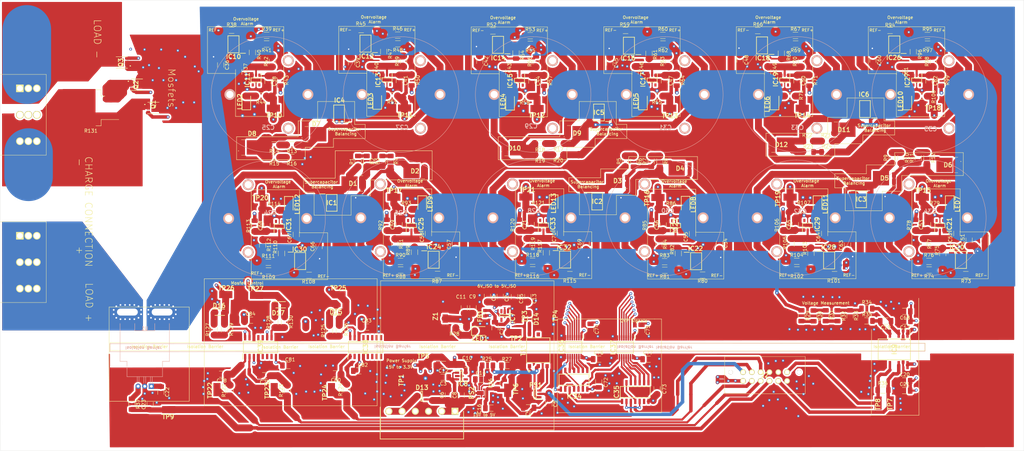
<source format=kicad_pcb>
(kicad_pcb (version 20171130) (host pcbnew "(5.1.7)-1")
  (layers (0 F.Cu signal hide) (1 In1.Cu power hide) (2 In2.Cu power hide) (31 B.Cu mixed hide) (34 B.Paste user) (35 F.Paste user) (36 B.SilkS user) (37 F.SilkS user) (38 B.Mask user) (39 F.Mask user hide) (44 Edge.Cuts user))
  (net 0 "")
  (net 1 GND)
  (net 2 5V)
  (net 3 GNDD)
  (net 4 15V_global)
  (net 5 5V_ISO)
  (net 6 /Signaling/ADCINA2_AI)
  (net 7 /Supercaps/OVP_V1-_V2+)
  (net 8 /Supercaps/OVP_V11-_V12+)
  (net 9 /Supercaps/OVP_V2-_V3+)
  (net 10 /Supercaps/OVP_V10-_V11+)
  (net 11 /Supercaps/OVP_V3-_V4+)
  (net 12 /Supercaps/OVP_V9-_V10+)
  (net 13 /Supercaps/OVP_V4-_V5+)
  (net 14 /Supercaps/OVP_V8-_V9+)
  (net 15 /Supercaps/OVP_V5-_V6+)
  (net 16 /Supercaps/OVP_V7-_V8+)
  (net 17 /Supercaps/OVP_V6-_V7+)
  (net 18 /OR-GATE/IN_PORT_12)
  (net 19 /OR-GATE/IN_PORT_11)
  (net 20 /OR-GATE/IN_PORT_10)
  (net 21 /OR-GATE/IN_PORT_9)
  (net 22 /OR-GATE/IN_PORT_8)
  (net 23 /OR-GATE/IN_PORT_6)
  (net 24 /OR-GATE/IN_PORT_4)
  (net 25 /OR-GATE/IN_PORT_2)
  (net 26 /OR-GATE/IN_PORT_7)
  (net 27 /OR-GATE/IN_PORT_5)
  (net 28 /OR-GATE/IN_PORT_1)
  (net 29 /OR-GATE/IN_PORT_3)
  (net 30 /Precharge/LOAD_INN)
  (net 31 /Signaling/ADCINA0_AI)
  (net 32 /Signaling/ADCINA3_AI)
  (net 33 /Signaling/GPIO_P22)
  (net 34 "Net-(LED2-Pad2)")
  (net 35 "Net-(LED3-Pad2)")
  (net 36 "Net-(LED4-Pad2)")
  (net 37 "Net-(LED5-Pad2)")
  (net 38 "Net-(LED6-Pad2)")
  (net 39 "Net-(LED7-Pad2)")
  (net 40 "Net-(LED8-Pad2)")
  (net 41 "Net-(LED9-Pad2)")
  (net 42 "Net-(LED10-Pad2)")
  (net 43 "Net-(LED11-Pad2)")
  (net 44 "Net-(LED12-Pad2)")
  (net 45 Charge_Gate)
  (net 46 "Net-(Q2-Pad1)")
  (net 47 Precharge_Gate)
  (net 48 Load_Gate)
  (net 49 /Precharge/Charge_Active)
  (net 50 6V_ISO)
  (net 51 /Sheet6014032E/Current_TBM+)
  (net 52 "Net-(D15-Pad1)")
  (net 53 "Net-(LED1-Pad1)")
  (net 54 "Net-(LED13-Pad2)")
  (net 55 /Isolation-IC/IN_PORT_6)
  (net 56 /Isolation-IC/IN_PORT_5)
  (net 57 /Isolation-IC/IN_PORT_4)
  (net 58 /Isolation-IC/IN_PORT_3)
  (net 59 /Isolation-IC/IN_PORT_2)
  (net 60 /Isolation-IC/IN_PORT_1)
  (net 61 /Isolation-IC/IN_PORT_12)
  (net 62 /Isolation-IC/IN_PORT_11)
  (net 63 /Isolation-IC/IN_PORT_10)
  (net 64 /Isolation-IC/IN_PORT_9)
  (net 65 /Isolation-IC/IN_PORT_8)
  (net 66 /Isolation-IC/IN_PORT_7)
  (net 67 /Signaling/GPIO_P97)
  (net 68 3.3V)
  (net 69 /Signaling/GPIO_P52)
  (net 70 "Net-(R10-Pad1)")
  (net 71 "Net-(C14-Pad1)")
  (net 72 "Net-(C55-Pad1)")
  (net 73 "Net-(D13-Pad3)")
  (net 74 "Net-(D14-Pad2)")
  (net 75 "Net-(D16-Pad1)")
  (net 76 "Net-(D17-Pad1)")
  (net 77 "Net-(R1-Pad2)")
  (net 78 "Net-(R3-Pad2)")
  (net 79 "Net-(R5-Pad2)")
  (net 80 "Net-(R7-Pad2)")
  (net 81 "Net-(R11-Pad2)")
  (net 82 "Net-(R13-Pad2)")
  (net 83 "Net-(R15-Pad2)")
  (net 84 "Net-(R17-Pad2)")
  (net 85 "Net-(R19-Pad2)")
  (net 86 "Net-(R21-Pad2)")
  (net 87 "Net-(R23-Pad2)")
  (net 88 "Net-(R30-Pad2)")
  (net 89 "Net-(R31-Pad2)")
  (net 90 "Net-(R32-Pad2)")
  (net 91 "Net-(C7-Pad2)")
  (net 92 OVP_POWER)
  (net 93 "Net-(C37-Pad1)")
  (net 94 "Net-(C40-Pad1)")
  (net 95 "Net-(C43-Pad1)")
  (net 96 "Net-(C46-Pad1)")
  (net 97 "Net-(C49-Pad1)")
  (net 98 "Net-(C52-Pad1)")
  (net 99 "Net-(C58-Pad1)")
  (net 100 "Net-(C61-Pad1)")
  (net 101 "Net-(C64-Pad1)")
  (net 102 "Net-(C67-Pad1)")
  (net 103 "Net-(C70-Pad1)")
  (net 104 "Net-(C78-Pad1)")
  (net 105 "Net-(C79-Pad1)")
  (net 106 "Net-(C80-Pad1)")
  (net 107 "Net-(IC33-Pad4)")
  (net 108 "Net-(IC35-Pad12)")
  (net 109 "Net-(IC35-Pad11)")
  (net 110 "Net-(IC39-Pad7)")
  (net 111 "Net-(R29-Pad2)")
  (net 112 "Net-(C24-Pad3)")
  (net 113 "Net-(C24-Pad2)")
  (net 114 "Net-(C25-Pad3)")
  (net 115 "Net-(C25-Pad2)")
  (net 116 "Net-(C26-Pad3)")
  (net 117 "Net-(C26-Pad2)")
  (net 118 "Net-(C27-Pad3)")
  (net 119 "Net-(C27-Pad2)")
  (net 120 "Net-(C28-Pad3)")
  (net 121 "Net-(C28-Pad2)")
  (net 122 "Net-(C29-Pad3)")
  (net 123 "Net-(C29-Pad2)")
  (net 124 "Net-(C30-Pad3)")
  (net 125 "Net-(C30-Pad2)")
  (net 126 "Net-(C31-Pad3)")
  (net 127 "Net-(C31-Pad2)")
  (net 128 "Net-(C32-Pad3)")
  (net 129 "Net-(C32-Pad2)")
  (net 130 "Net-(C33-Pad3)")
  (net 131 "Net-(C33-Pad2)")
  (net 132 "Net-(C34-Pad3)")
  (net 133 "Net-(C34-Pad2)")
  (net 134 "Net-(C35-Pad3)")
  (net 135 "Net-(C35-Pad2)")
  (net 136 "Net-(IC7-Pad3)")
  (net 137 "Net-(IC7-Pad4)")
  (net 138 "Net-(IC12-Pad5)")
  (net 139 "Net-(IC14-Pad5)")
  (net 140 "Net-(IC16-Pad5)")
  (net 141 "Net-(IC18-Pad5)")
  (net 142 "Net-(IC20-Pad5)")
  (net 143 "Net-(IC22-Pad5)")
  (net 144 "Net-(IC24-Pad5)")
  (net 145 "Net-(IC26-Pad5)")
  (net 146 "Net-(IC28-Pad5)")
  (net 147 "Net-(IC30-Pad5)")
  (net 148 "Net-(IC32-Pad5)")
  (net 149 "Net-(T1-Pad5)")
  (net 150 /Precharge/CHARGE_INN)
  (net 151 "Net-(C19-Pad2)")
  (net 152 "Net-(C19-Pad1)")
  (net 153 "Net-(IC11-Pad5)")
  (net 154 "Net-(IC13-Pad5)")
  (net 155 "Net-(IC15-Pad5)")
  (net 156 "Net-(IC17-Pad5)")
  (net 157 "Net-(IC19-Pad5)")
  (net 158 "Net-(IC21-Pad5)")
  (net 159 "Net-(IC23-Pad5)")
  (net 160 "Net-(IC25-Pad5)")
  (net 161 "Net-(IC27-Pad5)")
  (net 162 "Net-(IC29-Pad5)")
  (net 163 "Net-(IC31-Pad5)")
  (net 164 "Net-(IC33-Pad5)")
  (net 165 "Net-(J3-Pad4)")
  (net 166 "Net-(J3-Pad5)")
  (net 167 "Net-(J3-Pad6)")
  (net 168 "Net-(R37-Pad1)")
  (net 169 "Net-(IC8-Pad4)")
  (net 170 "Net-(IC10-Pad8)")
  (net 171 "Net-(IC10-Pad6)")
  (net 172 "Net-(IC10-Pad5)")
  (net 173 "Net-(IC10-Pad3)")
  (net 174 "Net-(IC10-Pad2)")
  (net 175 "Net-(IC10-Pad1)")
  (net 176 "Net-(IC11-Pad4)")
  (net 177 "Net-(IC12-Pad1)")
  (net 178 "Net-(IC12-Pad2)")
  (net 179 "Net-(IC12-Pad3)")
  (net 180 "Net-(IC12-Pad6)")
  (net 181 "Net-(IC12-Pad8)")
  (net 182 "Net-(IC13-Pad4)")
  (net 183 "Net-(IC14-Pad8)")
  (net 184 "Net-(IC14-Pad6)")
  (net 185 "Net-(IC14-Pad3)")
  (net 186 "Net-(IC14-Pad2)")
  (net 187 "Net-(IC14-Pad1)")
  (net 188 "Net-(IC15-Pad4)")
  (net 189 "Net-(IC16-Pad8)")
  (net 190 "Net-(IC16-Pad6)")
  (net 191 "Net-(IC16-Pad3)")
  (net 192 "Net-(IC16-Pad2)")
  (net 193 "Net-(IC16-Pad1)")
  (net 194 "Net-(IC17-Pad4)")
  (net 195 "Net-(IC18-Pad8)")
  (net 196 "Net-(IC18-Pad6)")
  (net 197 "Net-(IC18-Pad3)")
  (net 198 "Net-(IC18-Pad2)")
  (net 199 "Net-(IC18-Pad1)")
  (net 200 "Net-(IC19-Pad4)")
  (net 201 "Net-(IC20-Pad1)")
  (net 202 "Net-(IC20-Pad2)")
  (net 203 "Net-(IC20-Pad3)")
  (net 204 "Net-(IC20-Pad6)")
  (net 205 "Net-(IC20-Pad8)")
  (net 206 "Net-(IC21-Pad4)")
  (net 207 "Net-(IC22-Pad8)")
  (net 208 "Net-(IC22-Pad6)")
  (net 209 "Net-(IC22-Pad3)")
  (net 210 "Net-(IC22-Pad2)")
  (net 211 "Net-(IC22-Pad1)")
  (net 212 "Net-(IC23-Pad4)")
  (net 213 "Net-(IC24-Pad1)")
  (net 214 "Net-(IC24-Pad2)")
  (net 215 "Net-(IC24-Pad3)")
  (net 216 "Net-(IC24-Pad6)")
  (net 217 "Net-(IC24-Pad8)")
  (net 218 "Net-(IC25-Pad4)")
  (net 219 "Net-(IC26-Pad8)")
  (net 220 "Net-(IC26-Pad6)")
  (net 221 "Net-(IC26-Pad3)")
  (net 222 "Net-(IC26-Pad2)")
  (net 223 "Net-(IC26-Pad1)")
  (net 224 "Net-(IC27-Pad4)")
  (net 225 "Net-(IC28-Pad1)")
  (net 226 "Net-(IC28-Pad2)")
  (net 227 "Net-(IC28-Pad3)")
  (net 228 "Net-(IC28-Pad6)")
  (net 229 "Net-(IC28-Pad8)")
  (net 230 "Net-(IC29-Pad4)")
  (net 231 "Net-(IC30-Pad1)")
  (net 232 "Net-(IC30-Pad2)")
  (net 233 "Net-(IC30-Pad3)")
  (net 234 "Net-(IC30-Pad6)")
  (net 235 "Net-(IC30-Pad8)")
  (net 236 "Net-(IC31-Pad4)")
  (net 237 "Net-(IC32-Pad1)")
  (net 238 "Net-(IC32-Pad2)")
  (net 239 "Net-(IC32-Pad3)")
  (net 240 "Net-(IC32-Pad6)")
  (net 241 "Net-(IC32-Pad8)")
  (net 242 "Net-(IC34-Pad12)")
  (net 243 "Net-(IC34-Pad11)")
  (net 244 "Net-(IC34-Pad10)")
  (net 245 "Net-(IC35-Pad13)")
  (net 246 "Net-(IC38-Pad15)")
  (net 247 "Net-(IC38-Pad13)")
  (net 248 "Net-(IC38-Pad12)")
  (net 249 "Net-(IC38-Pad11)")
  (net 250 "Net-(IC38-Pad10)")
  (net 251 "Net-(IC38-Pad9)")
  (net 252 "Net-(IC38-Pad8)")
  (net 253 "Net-(IC38-Pad7)")
  (net 254 "Net-(IC38-Pad6)")
  (net 255 "Net-(IC38-Pad5)")
  (net 256 "Net-(IC38-Pad2)")
  (net 257 "Net-(IC39-Pad5)")
  (net 258 "Net-(IC39-Pad6)")
  (net 259 "Net-(IC39-Pad10)")
  (net 260 "Net-(IC39-Pad12)")
  (net 261 "Net-(IC39-Pad13)")
  (net 262 "Net-(IC39-Pad15)")
  (net 263 "Net-(PS1-Pad1)")
  (net 264 "Net-(PS1-Pad3)")
  (net 265 "Net-(PS2-Pad7)")
  (net 266 "Net-(PS2-Pad6)")
  (module SelfMadeLib:BCAP0350P270S18 (layer B.Cu) (at 253.746 125.222 270)
    (fp_text reference C28 (at -2.022 -11.814) (layer B.SilkS) (effects (font (size 1.27 1.27) (thickness 0.254)) (justify mirror)))
    (fp_text value BCAP0360_P270_S18 hide)
    (pad 4 thru_hole circle (at 0 -22.5 180) (size 3.15 3.15) (drill 2.1) (layers *.Cu *.Mask B.SilkS) (net 11 /Supercaps/OVP_V3-_V4+))
    (pad 3 thru_hole circle (at 9.75 -5.65 180) (size 3.15 3.15) (drill 2.1) (layers *.Cu *.Mask B.SilkS) (net 120 "Net-(C28-Pad3)"))
    (pad 2 thru_hole circle (at -9.75 -5.65 180) (size 3.15 3.15) (drill 2.1) (layers *.Cu *.Mask B.SilkS) (net 121 "Net-(C28-Pad2)"))
    (pad 1 thru_hole circle (at 0 0 180) (size 3.15 3.15) (drill 2.1) (layers *.Cu *.Mask B.SilkS) (net 9 /Supercaps/OVP_V2-_V3+))
  )
  (module SelfMadeLib:BCAP0350P270S18 (layer B.Cu) (at 368.046 125.222 270)
    (fp_text reference C34 (at -1.822 -11.714) (layer B.SilkS) (effects (font (size 1.27 1.27) (thickness 0.254)) (justify mirror)))
    (fp_text value BCAP0360_P270_S18 hide)
    (pad 4 thru_hole circle (at 0 -22.5 180) (size 3.15 3.15) (drill 2.1) (layers *.Cu *.Mask B.SilkS) (net 17 /Supercaps/OVP_V6-_V7+))
    (pad 3 thru_hole circle (at 9.75 -5.65 180) (size 3.15 3.15) (drill 2.1) (layers *.Cu *.Mask B.SilkS) (net 132 "Net-(C34-Pad3)"))
    (pad 2 thru_hole circle (at -9.75 -5.65 180) (size 3.15 3.15) (drill 2.1) (layers *.Cu *.Mask B.SilkS) (net 133 "Net-(C34-Pad2)"))
    (pad 1 thru_hole circle (at 0 0 180) (size 3.15 3.15) (drill 2.1) (layers *.Cu *.Mask B.SilkS) (net 15 /Supercaps/OVP_V5-_V6+))
  )
  (module SamacSys_Parts:SOIC127P600X175-8N (layer F.Cu) (at 178.939 75.195 180)
    (fp_text reference IC10 (at -0.011 -3.555 180) (layer F.SilkS) (effects (font (size 1.27 1.27) (thickness 0.254))))
    (fp_text value OPA197IDR hide)
    (pad 8 smd rect (at 2.711 -1.905 270) (size 0.65 1.528) (layers F.Cu F.Paste F.Mask) (net 170 "Net-(IC10-Pad8)"))
    (pad 7 smd rect (at 2.711 -0.635 270) (size 0.65 1.528) (layers F.Cu F.Paste F.Mask) (net 92 OVP_POWER))
    (pad 6 smd rect (at 2.711 0.635 270) (size 0.65 1.528) (layers F.Cu F.Paste F.Mask) (net 171 "Net-(IC10-Pad6)"))
    (pad 5 smd rect (at 2.711 1.905 270) (size 0.65 1.528) (layers F.Cu F.Paste F.Mask) (net 172 "Net-(IC10-Pad5)"))
    (pad 4 smd rect (at -2.711 1.905 270) (size 0.65 1.528) (layers F.Cu F.Paste F.Mask) (net 3 GNDD))
    (pad 3 smd rect (at -2.711 0.635 270) (size 0.65 1.528) (layers F.Cu F.Paste F.Mask) (net 173 "Net-(IC10-Pad3)"))
    (pad 2 smd rect (at -2.711 -0.635 270) (size 0.65 1.528) (layers F.Cu F.Paste F.Mask) (net 174 "Net-(IC10-Pad2)"))
    (pad 1 smd rect (at -2.711 -1.905 270) (size 0.65 1.528) (layers F.Cu F.Paste F.Mask) (net 175 "Net-(IC10-Pad1)"))
  )
  (module SelfMadeLib:BCAP0350P270S18 (layer B.Cu) (at 200.406 89.662 90)
    (fp_text reference C25 (at -9.538 -11.446) (layer B.SilkS) (effects (font (size 1.27 1.27) (thickness 0.254)) (justify mirror)))
    (fp_text value BCAP0360_P270_S18 hide)
    (pad 4 thru_hole circle (at 0 -22.5) (size 3.15 3.15) (drill 2.1) (layers *.Cu *.Mask B.SilkS) (net 3 GNDD))
    (pad 3 thru_hole circle (at 9.75 -5.65) (size 3.15 3.15) (drill 2.1) (layers *.Cu *.Mask B.SilkS) (net 114 "Net-(C25-Pad3)"))
    (pad 2 thru_hole circle (at -9.75 -5.65) (size 3.15 3.15) (drill 2.1) (layers *.Cu *.Mask B.SilkS) (net 115 "Net-(C25-Pad2)"))
    (pad 1 thru_hole circle (at 0 0) (size 3.15 3.15) (drill 2.1) (layers *.Cu *.Mask B.SilkS) (net 8 /Supercaps/OVP_V11-_V12+))
  )
  (module SelfMadeLib:BCAP0350P270S18 (layer B.Cu) (at 352.806 89.662 90)
    (fp_text reference C33 (at -9.538 -11.246) (layer B.SilkS) (effects (font (size 1.27 1.27) (thickness 0.254)) (justify mirror)))
    (fp_text value BCAP0360_P270_S18 hide)
    (pad 4 thru_hole circle (at 0 -22.5) (size 3.15 3.15) (drill 2.1) (layers *.Cu *.Mask B.SilkS) (net 14 /Supercaps/OVP_V8-_V9+))
    (pad 3 thru_hole circle (at 9.75 -5.65) (size 3.15 3.15) (drill 2.1) (layers *.Cu *.Mask B.SilkS) (net 130 "Net-(C33-Pad3)"))
    (pad 2 thru_hole circle (at -9.75 -5.65) (size 3.15 3.15) (drill 2.1) (layers *.Cu *.Mask B.SilkS) (net 131 "Net-(C33-Pad2)"))
    (pad 1 thru_hole circle (at 0 0) (size 3.15 3.15) (drill 2.1) (layers *.Cu *.Mask B.SilkS) (net 16 /Supercaps/OVP_V7-_V8+))
  )
  (module SamacSys_Parts:FSV20100V (layer F.Cu) (at 213.275 115.335)
    (fp_text reference D1 (at 0.125 0) (layer F.SilkS) (effects (font (size 1.27 1.27) (thickness 0.254))))
    (fp_text value FSV10100V hide)
    (pad 3 smd rect (at -0.875 0 90) (size 4.15 4.65) (layers F.Cu F.Paste F.Mask) (net 92 OVP_POWER))
    (pad 2 smd rect (at 2.875 0.985) (size 1.15 1.45) (layers F.Cu F.Paste F.Mask) (net 7 /Supercaps/OVP_V1-_V2+))
    (pad 1 smd rect (at 2.875 -0.985) (size 1.15 1.45) (layers F.Cu F.Paste F.Mask) (net 7 /Supercaps/OVP_V1-_V2+))
  )
  (module SelfMadeLib:BCAP0350P270S18 (layer B.Cu) (at 329.946 125.222 270)
    (fp_text reference C32 (at -1.822 -12.414) (layer B.SilkS) (effects (font (size 1.27 1.27) (thickness 0.254)) (justify mirror)))
    (fp_text value BCAP0360_P270_S18 hide)
    (pad 4 thru_hole circle (at 0 -22.5 180) (size 3.15 3.15) (drill 2.1) (layers *.Cu *.Mask B.SilkS) (net 15 /Supercaps/OVP_V5-_V6+))
    (pad 3 thru_hole circle (at 9.75 -5.65 180) (size 3.15 3.15) (drill 2.1) (layers *.Cu *.Mask B.SilkS) (net 128 "Net-(C32-Pad3)"))
    (pad 2 thru_hole circle (at -9.75 -5.65 180) (size 3.15 3.15) (drill 2.1) (layers *.Cu *.Mask B.SilkS) (net 129 "Net-(C32-Pad2)"))
    (pad 1 thru_hole circle (at 0 0 180) (size 3.15 3.15) (drill 2.1) (layers *.Cu *.Mask B.SilkS) (net 13 /Supercaps/OVP_V4-_V5+))
  )
  (module Capacitor_SMD:C_1206_3216Metric_Pad1.33x1.80mm_HandSolder (layer F.Cu) (at 239.4625 167.5 180)
    (fp_text reference C12 (at 0 -1.85) (layer F.SilkS))
    (fp_text value 100p)
    (pad 1 smd roundrect (at -1.5625 0 180) (size 1.325 1.8) (layers F.Cu F.Paste F.Mask) (roundrect_rratio 0.1886777358490566) (net 68 3.3V))
    (pad 2 smd roundrect (at 1.5625 0 180) (size 1.325 1.8) (layers F.Cu F.Paste F.Mask) (roundrect_rratio 0.1886777358490566) (net 1 GND))
  )
  (module Capacitor_SMD:C_1206_3216Metric_Pad1.33x1.80mm_HandSolder (layer F.Cu) (at 269.9 178.8625 270)
    (fp_text reference C5 (at 0 -1.85 90) (layer F.SilkS))
    (fp_text value 100p)
    (pad 2 smd roundrect (at 1.5625 0 270) (size 1.325 1.8) (layers F.Cu F.Paste F.Mask) (roundrect_rratio 0.1886777358490566) (net 1 GND))
    (pad 1 smd roundrect (at -1.5625 0 270) (size 1.325 1.8) (layers F.Cu F.Paste F.Mask) (roundrect_rratio 0.1886777358490566) (net 2 5V))
  )
  (module Capacitor_SMD:C_1206_3216Metric_Pad1.33x1.80mm_HandSolder (layer F.Cu) (at 284.2125 165.975)
    (fp_text reference C76 (at 0 -1.85) (layer F.SilkS))
    (fp_text value 0.1u)
    (pad 2 smd roundrect (at 1.5625 0) (size 1.325 1.8) (layers F.Cu F.Paste F.Mask) (roundrect_rratio 0.1886777358490566) (net 1 GND))
    (pad 1 smd roundrect (at -1.5625 0) (size 1.325 1.8) (layers F.Cu F.Paste F.Mask) (roundrect_rratio 0.1886777358490566) (net 68 3.3V))
  )
  (module Resistor_SMD:R_1206_3216Metric_Pad1.30x1.75mm_HandSolder (layer F.Cu) (at 223.175 127.35 90)
    (fp_text reference R92 (at 0 -1.82 90) (layer F.SilkS))
    (fp_text value 1k)
    (pad 2 smd roundrect (at 1.55 0 90) (size 1.3 1.75) (layers F.Cu F.Paste F.Mask) (roundrect_rratio 0.1923069230769231) (net 5 5V_ISO))
    (pad 1 smd roundrect (at -1.55 0 90) (size 1.3 1.75) (layers F.Cu F.Paste F.Mask) (roundrect_rratio 0.1923069230769231) (net 59 /Isolation-IC/IN_PORT_2))
  )
  (module SamacSys_Parts:SOT95P280X125-5N (layer F.Cu) (at 268.325 127.35 90)
    (fp_text reference IC33 (at 0.125 2.725 90) (layer F.SilkS) (effects (font (size 1.27 1.27) (thickness 0.254))))
    (fp_text value BD4827G-TR hide)
    (pad 5 smd rect (at 1.4 -0.95 180) (size 0.6 0.9) (layers F.Cu F.Paste F.Mask) (net 164 "Net-(IC33-Pad5)"))
    (pad 4 smd rect (at 1.4 0.95 180) (size 0.6 0.9) (layers F.Cu F.Paste F.Mask) (net 107 "Net-(IC33-Pad4)"))
    (pad 3 smd rect (at -1.4 0.95 180) (size 0.6 0.9) (layers F.Cu F.Paste F.Mask) (net 3 GNDD))
    (pad 2 smd rect (at -1.4 0 180) (size 0.6 0.9) (layers F.Cu F.Paste F.Mask) (net 103 "Net-(C70-Pad1)"))
    (pad 1 smd rect (at -1.4 -0.95 180) (size 0.6 0.9) (layers F.Cu F.Paste F.Mask) (net 58 /Isolation-IC/IN_PORT_3))
  )
  (module Resistor_SMD:R_1206_3216Metric_Pad1.30x1.75mm_HandSolder (layer F.Cu) (at 266.825 122.725)
    (fp_text reference R121 (at 0 -1.82) (layer F.SilkS))
    (fp_text value 400)
    (pad 2 smd roundrect (at 1.55 0) (size 1.3 1.75) (layers F.Cu F.Paste F.Mask) (roundrect_rratio 0.1923069230769231) (net 54 "Net-(LED13-Pad2)"))
    (pad 1 smd roundrect (at -1.55 0) (size 1.3 1.75) (layers F.Cu F.Paste F.Mask) (roundrect_rratio 0.1923069230769231) (net 58 /Isolation-IC/IN_PORT_3))
  )
  (module Resistor_SMD:R_1206_3216Metric_Pad1.30x1.75mm_HandSolder (layer F.Cu) (at 263.525 132.725 270)
    (fp_text reference R119 (at 0 -1.82 90) (layer F.SilkS))
    (fp_text value 10k)
    (pad 2 smd roundrect (at 1.55 0 270) (size 1.3 1.75) (layers F.Cu F.Paste F.Mask) (roundrect_rratio 0.1923069230769231) (net 240 "Net-(IC32-Pad6)"))
    (pad 1 smd roundrect (at -1.55 0 270) (size 1.3 1.75) (layers F.Cu F.Paste F.Mask) (roundrect_rratio 0.1923069230769231) (net 103 "Net-(C70-Pad1)"))
  )
  (module Capacitor_SMD:C_1206_3216Metric_Pad1.33x1.80mm_HandSolder (layer F.Cu) (at 264.775 127.1875 90)
    (fp_text reference C71 (at 0 -1.85 90) (layer F.SilkS))
    (fp_text value 0.1u)
    (pad 2 smd roundrect (at 1.5625 0 90) (size 1.325 1.8) (layers F.Cu F.Paste F.Mask) (roundrect_rratio 0.1886777358490566) (net 3 GNDD))
    (pad 1 smd roundrect (at -1.5625 0 90) (size 1.325 1.8) (layers F.Cu F.Paste F.Mask) (roundrect_rratio 0.1886777358490566) (net 58 /Isolation-IC/IN_PORT_3))
  )
  (module Resistor_SMD:R_1206_3216Metric_Pad1.30x1.75mm_HandSolder (layer F.Cu) (at 261.25 127.3 90)
    (fp_text reference R120 (at 0 -1.82 90) (layer F.SilkS))
    (fp_text value 1k)
    (pad 2 smd roundrect (at 1.55 0 90) (size 1.3 1.75) (layers F.Cu F.Paste F.Mask) (roundrect_rratio 0.1923069230769231) (net 5 5V_ISO))
    (pad 1 smd roundrect (at -1.55 0 90) (size 1.3 1.75) (layers F.Cu F.Paste F.Mask) (roundrect_rratio 0.1923069230769231) (net 58 /Isolation-IC/IN_PORT_3))
  )
  (module SamacSys_Parts_vegard:5019 (layer F.Cu) (at 263.25 119.25)
    (fp_text reference TP21 (at 0.4 -2.125) (layer F.SilkS) (effects (font (size 1.27 1.27) (thickness 0.254))))
    (fp_text value 5019 hide)
    (pad 1 smd rect (at 0 0 90) (size 2.03 3.8) (layers F.Cu F.Paste F.Mask) (net 58 /Isolation-IC/IN_PORT_3))
  )
  (module Capacitor_SMD:C_1206_3216Metric_Pad1.33x1.80mm_HandSolder (layer F.Cu) (at 273.225 129.7125 90)
    (fp_text reference C70 (at -1.1125 -1.825 90) (layer F.SilkS))
    (fp_text value 0.1u)
    (pad 2 smd roundrect (at 1.5625 0 90) (size 1.325 1.8) (layers F.Cu F.Paste F.Mask) (roundrect_rratio 0.1886777358490566) (net 3 GNDD))
    (pad 1 smd roundrect (at -1.5625 0 90) (size 1.325 1.8) (layers F.Cu F.Paste F.Mask) (roundrect_rratio 0.1886777358490566) (net 103 "Net-(C70-Pad1)"))
  )
  (module Capacitor_SMD:C_1206_3216Metric_Pad1.33x1.80mm_HandSolder (layer F.Cu) (at 280.6 132.7375 90)
    (fp_text reference C69 (at 0 -1.85 90) (layer F.SilkS))
    (fp_text value 0.1u)
    (pad 2 smd roundrect (at 1.5625 0 90) (size 1.325 1.8) (layers F.Cu F.Paste F.Mask) (roundrect_rratio 0.1886777358490566) (net 3 GNDD))
    (pad 1 smd roundrect (at -1.5625 0 90) (size 1.325 1.8) (layers F.Cu F.Paste F.Mask) (roundrect_rratio 0.1886777358490566) (net 92 OVP_POWER))
  )
  (module Resistor_SMD:R_1206_3216Metric_Pad1.30x1.75mm_HandSolder (layer F.Cu) (at 275.95 141.6)
    (fp_text reference R115 (at -0.05 1.8) (layer F.SilkS))
    (fp_text value 10k)
    (pad 1 smd roundrect (at -1.55 0) (size 1.3 1.75) (layers F.Cu F.Paste F.Mask) (roundrect_rratio 0.1923069230769231) (net 238 "Net-(IC32-Pad2)"))
    (pad 2 smd roundrect (at 1.55 0) (size 1.3 1.75) (layers F.Cu F.Paste F.Mask) (roundrect_rratio 0.1923069230769231) (net 11 /Supercaps/OVP_V3-_V4+))
  )
  (module Resistor_SMD:R_1206_3216Metric_Pad1.30x1.75mm_HandSolder (layer F.Cu) (at 265.175 137.75)
    (fp_text reference R118 (at 0 -1.82) (layer F.SilkS))
    (fp_text value 10k)
    (pad 2 smd roundrect (at 1.55 0) (size 1.3 1.75) (layers F.Cu F.Paste F.Mask) (roundrect_rratio 0.1923069230769231) (net 239 "Net-(IC32-Pad3)"))
    (pad 1 smd roundrect (at -1.55 0) (size 1.3 1.75) (layers F.Cu F.Paste F.Mask) (roundrect_rratio 0.1923069230769231) (net 3 GNDD))
  )
  (module Resistor_SMD:R_1206_3216Metric_Pad1.30x1.75mm_HandSolder (layer F.Cu) (at 265.225 140.225 180)
    (fp_text reference R116 (at 0 -1.82) (layer F.SilkS))
    (fp_text value 10k)
    (pad 2 smd roundrect (at 1.55 0 180) (size 1.3 1.75) (layers F.Cu F.Paste F.Mask) (roundrect_rratio 0.1923069230769231) (net 9 /Supercaps/OVP_V2-_V3+))
    (pad 1 smd roundrect (at -1.55 0 180) (size 1.3 1.75) (layers F.Cu F.Paste F.Mask) (roundrect_rratio 0.1923069230769231) (net 239 "Net-(IC32-Pad3)"))
  )
  (module Resistor_SMD:R_1206_3216Metric_Pad1.30x1.75mm_HandSolder (layer F.Cu) (at 269.15 135.3 270)
    (fp_text reference R117 (at -1.9 1.85 90) (layer F.SilkS))
    (fp_text value 10k)
    (pad 1 smd roundrect (at -1.55 0 270) (size 1.3 1.75) (layers F.Cu F.Paste F.Mask) (roundrect_rratio 0.1923069230769231) (net 240 "Net-(IC32-Pad6)"))
    (pad 2 smd roundrect (at 1.55 0 270) (size 1.3 1.75) (layers F.Cu F.Paste F.Mask) (roundrect_rratio 0.1923069230769231) (net 238 "Net-(IC32-Pad2)"))
  )
  (module SelfMadeLib:BCAP0350P270S18 (layer B.Cu) (at 314.706 89.662 90)
    (fp_text reference C31 (at -9.538 -11.25) (layer B.SilkS) (effects (font (size 1.27 1.27) (thickness 0.254)) (justify mirror)))
    (fp_text value BCAP0360_P270_S18 hide)
    (pad 4 thru_hole circle (at 0 -22.5) (size 3.15 3.15) (drill 2.1) (layers *.Cu *.Mask B.SilkS) (net 12 /Supercaps/OVP_V9-_V10+))
    (pad 3 thru_hole circle (at 9.75 -5.65) (size 3.15 3.15) (drill 2.1) (layers *.Cu *.Mask B.SilkS) (net 126 "Net-(C31-Pad3)"))
    (pad 2 thru_hole circle (at -9.75 -5.65) (size 3.15 3.15) (drill 2.1) (layers *.Cu *.Mask B.SilkS) (net 127 "Net-(C31-Pad2)"))
    (pad 1 thru_hole circle (at 0 0) (size 3.15 3.15) (drill 2.1) (layers *.Cu *.Mask B.SilkS) (net 14 /Supercaps/OVP_V8-_V9+))
  )
  (module Resistor_SMD:R_1206_3216Metric_Pad1.30x1.75mm_HandSolder (layer F.Cu) (at 304.45 80.15 90)
    (fp_text reference R63 (at 0 -1.82 90) (layer F.SilkS))
    (fp_text value 10k)
    (pad 2 smd roundrect (at 1.55 0 90) (size 1.3 1.75) (layers F.Cu F.Paste F.Mask) (roundrect_rratio 0.1923069230769231) (net 190 "Net-(IC16-Pad6)"))
    (pad 1 smd roundrect (at -1.55 0 90) (size 1.3 1.75) (layers F.Cu F.Paste F.Mask) (roundrect_rratio 0.1923069230769231) (net 96 "Net-(C46-Pad1)"))
  )
  (module Resistor_SMD:R_1206_3216Metric_Pad1.30x1.75mm_HandSolder (layer F.Cu) (at 301.15 90.125 180)
    (fp_text reference R65 (at 0.125 -1.8) (layer F.SilkS))
    (fp_text value 400)
    (pad 2 smd roundrect (at 1.55 0 180) (size 1.3 1.75) (layers F.Cu F.Paste F.Mask) (roundrect_rratio 0.1923069230769231) (net 37 "Net-(LED5-Pad2)"))
    (pad 1 smd roundrect (at -1.55 0 180) (size 1.3 1.75) (layers F.Cu F.Paste F.Mask) (roundrect_rratio 0.1923069230769231) (net 64 /Isolation-IC/IN_PORT_9))
  )
  (module SamacSys_Parts:SOT95P280X125-5N (layer F.Cu) (at 299.65 85.525 270)
    (fp_text reference IC17 (at -0.1 2.625 90) (layer F.SilkS) (effects (font (size 1.27 1.27) (thickness 0.254))))
    (fp_text value BD4827G-TR hide)
    (pad 5 smd rect (at 1.4 -0.95) (size 0.6 0.9) (layers F.Cu F.Paste F.Mask) (net 156 "Net-(IC17-Pad5)"))
    (pad 4 smd rect (at 1.4 0.95) (size 0.6 0.9) (layers F.Cu F.Paste F.Mask) (net 194 "Net-(IC17-Pad4)"))
    (pad 3 smd rect (at -1.4 0.95) (size 0.6 0.9) (layers F.Cu F.Paste F.Mask) (net 3 GNDD))
    (pad 2 smd rect (at -1.4 0) (size 0.6 0.9) (layers F.Cu F.Paste F.Mask) (net 96 "Net-(C46-Pad1)"))
    (pad 1 smd rect (at -1.4 -0.95) (size 0.6 0.9) (layers F.Cu F.Paste F.Mask) (net 64 /Isolation-IC/IN_PORT_9))
  )
  (module Capacitor_SMD:C_1206_3216Metric_Pad1.33x1.80mm_HandSolder (layer F.Cu) (at 303.2 85.6875 270)
    (fp_text reference C47 (at 0 -1.85 90) (layer F.SilkS))
    (fp_text value 0.1u)
    (pad 2 smd roundrect (at 1.5625 0 270) (size 1.325 1.8) (layers F.Cu F.Paste F.Mask) (roundrect_rratio 0.1886777358490566) (net 3 GNDD))
    (pad 1 smd roundrect (at -1.5625 0 270) (size 1.325 1.8) (layers F.Cu F.Paste F.Mask) (roundrect_rratio 0.1886777358490566) (net 64 /Isolation-IC/IN_PORT_9))
  )
  (module Resistor_SMD:R_1206_3216Metric_Pad1.30x1.75mm_HandSolder (layer F.Cu) (at 306.725 85.575 270)
    (fp_text reference R64 (at 0 -1.82 90) (layer F.SilkS))
    (fp_text value 1k)
    (pad 2 smd roundrect (at 1.55 0 270) (size 1.3 1.75) (layers F.Cu F.Paste F.Mask) (roundrect_rratio 0.1923069230769231) (net 5 5V_ISO))
    (pad 1 smd roundrect (at -1.55 0 270) (size 1.3 1.75) (layers F.Cu F.Paste F.Mask) (roundrect_rratio 0.1923069230769231) (net 64 /Isolation-IC/IN_PORT_9))
  )
  (module SamacSys_Parts_vegard:5019 (layer F.Cu) (at 304.725 93.625)
    (fp_text reference TP13 (at 0.075 2.225) (layer F.SilkS) (effects (font (size 1.27 1.27) (thickness 0.254))))
    (fp_text value 5019 hide)
    (pad 1 smd rect (at 0 0 90) (size 2.03 3.8) (layers F.Cu F.Paste F.Mask) (net 64 /Isolation-IC/IN_PORT_9))
  )
  (module Capacitor_SMD:C_1206_3216Metric_Pad1.33x1.80mm_HandSolder (layer F.Cu) (at 287.45 80.5625 270)
    (fp_text reference C45 (at 0 -1.85 90) (layer F.SilkS))
    (fp_text value 0.1u)
    (pad 1 smd roundrect (at -1.5625 0 270) (size 1.325 1.8) (layers F.Cu F.Paste F.Mask) (roundrect_rratio 0.1886777358490566) (net 92 OVP_POWER))
    (pad 2 smd roundrect (at 1.5625 0 270) (size 1.325 1.8) (layers F.Cu F.Paste F.Mask) (roundrect_rratio 0.1886777358490566) (net 3 GNDD))
  )
  (module Capacitor_SMD:C_1206_3216Metric_Pad1.33x1.80mm_HandSolder (layer F.Cu) (at 294.75 83.1625 270)
    (fp_text reference C46 (at -1.4375 -1.825 90) (layer F.SilkS))
    (fp_text value 0.1u)
    (pad 2 smd roundrect (at 1.5625 0 270) (size 1.325 1.8) (layers F.Cu F.Paste F.Mask) (roundrect_rratio 0.1886777358490566) (net 3 GNDD))
    (pad 1 smd roundrect (at -1.5625 0 270) (size 1.325 1.8) (layers F.Cu F.Paste F.Mask) (roundrect_rratio 0.1886777358490566) (net 96 "Net-(C46-Pad1)"))
  )
  (module Resistor_SMD:R_1206_3216Metric_Pad1.30x1.75mm_HandSolder (layer F.Cu) (at 292 71.2 180)
    (fp_text reference R59 (at 0.25 1.7) (layer F.SilkS))
    (fp_text value 10k)
    (pad 1 smd roundrect (at -1.55 0 180) (size 1.3 1.75) (layers F.Cu F.Paste F.Mask) (roundrect_rratio 0.1923069230769231) (net 192 "Net-(IC16-Pad2)"))
    (pad 2 smd roundrect (at 1.55 0 180) (size 1.3 1.75) (layers F.Cu F.Paste F.Mask) (roundrect_rratio 0.1923069230769231) (net 12 /Supercaps/OVP_V9-_V10+))
  )
  (module Resistor_SMD:R_1206_3216Metric_Pad1.30x1.75mm_HandSolder (layer F.Cu) (at 302.8 75.125 180)
    (fp_text reference R62 (at 0 -1.82) (layer F.SilkS))
    (fp_text value 10k)
    (pad 2 smd roundrect (at 1.55 0 180) (size 1.3 1.75) (layers F.Cu F.Paste F.Mask) (roundrect_rratio 0.1923069230769231) (net 191 "Net-(IC16-Pad3)"))
    (pad 1 smd roundrect (at -1.55 0 180) (size 1.3 1.75) (layers F.Cu F.Paste F.Mask) (roundrect_rratio 0.1923069230769231) (net 3 GNDD))
  )
  (module Resistor_SMD:R_1206_3216Metric_Pad1.30x1.75mm_HandSolder (layer F.Cu) (at 298.75 77.85 90)
    (fp_text reference R61 (at -0.3 1.8 90) (layer F.SilkS))
    (fp_text value 10k)
    (pad 1 smd roundrect (at -1.55 0 90) (size 1.3 1.75) (layers F.Cu F.Paste F.Mask) (roundrect_rratio 0.1923069230769231) (net 190 "Net-(IC16-Pad6)"))
    (pad 2 smd roundrect (at 1.55 0 90) (size 1.3 1.75) (layers F.Cu F.Paste F.Mask) (roundrect_rratio 0.1923069230769231) (net 192 "Net-(IC16-Pad2)"))
  )
  (module Resistor_SMD:R_1206_3216Metric_Pad1.30x1.75mm_HandSolder (layer F.Cu) (at 302.75 72.65)
    (fp_text reference R60 (at 0 -1.82) (layer F.SilkS))
    (fp_text value 10k)
    (pad 2 smd roundrect (at 1.55 0) (size 1.3 1.75) (layers F.Cu F.Paste F.Mask) (roundrect_rratio 0.1923069230769231) (net 14 /Supercaps/OVP_V8-_V9+))
    (pad 1 smd roundrect (at -1.55 0) (size 1.3 1.75) (layers F.Cu F.Paste F.Mask) (roundrect_rratio 0.1923069230769231) (net 191 "Net-(IC16-Pad3)"))
  )
  (module SelfMadeLib:BCAP0350P270S18 (layer B.Cu) (at 238.506 89.662 90)
    (fp_text reference C27 (at -9.538 -10.946) (layer B.SilkS) (effects (font (size 1.27 1.27) (thickness 0.254)) (justify mirror)))
    (fp_text value BCAP0360_P270_S18 hide)
    (pad 4 thru_hole circle (at 0 -22.5) (size 3.15 3.15) (drill 2.1) (layers *.Cu *.Mask B.SilkS) (net 8 /Supercaps/OVP_V11-_V12+))
    (pad 3 thru_hole circle (at 9.75 -5.65) (size 3.15 3.15) (drill 2.1) (layers *.Cu *.Mask B.SilkS) (net 118 "Net-(C27-Pad3)"))
    (pad 2 thru_hole circle (at -9.75 -5.65) (size 3.15 3.15) (drill 2.1) (layers *.Cu *.Mask B.SilkS) (net 119 "Net-(C27-Pad2)"))
    (pad 1 thru_hole circle (at 0 0) (size 3.15 3.15) (drill 2.1) (layers *.Cu *.Mask B.SilkS) (net 10 /Supercaps/OVP_V10-_V11+))
  )
  (module Resistor_SMD:R_1206_3216Metric_Pad1.30x1.75mm_HandSolder (layer F.Cu) (at 267.35 103.8 180)
    (fp_text reference R18 (at 0 -1.82) (layer F.SilkS))
    (fp_text value 400)
    (pad 2 smd roundrect (at 1.55 0 180) (size 1.3 1.75) (layers F.Cu F.Paste F.Mask) (roundrect_rratio 0.1923069230769231) (net 12 /Supercaps/OVP_V9-_V10+))
    (pad 1 smd roundrect (at -1.55 0 180) (size 1.3 1.75) (layers F.Cu F.Paste F.Mask) (roundrect_rratio 0.1923069230769231) (net 84 "Net-(R17-Pad2)"))
  )
  (module Resistor_SMD:R_1206_3216Metric_Pad1.30x1.75mm_HandSolder (layer F.Cu) (at 267.4 107.05)
    (fp_text reference R19 (at -0.05 1.75) (layer F.SilkS))
    (fp_text value 400)
    (pad 1 smd roundrect (at -1.55 0) (size 1.3 1.75) (layers F.Cu F.Paste F.Mask) (roundrect_rratio 0.1923069230769231) (net 12 /Supercaps/OVP_V9-_V10+))
    (pad 2 smd roundrect (at 1.55 0) (size 1.3 1.75) (layers F.Cu F.Paste F.Mask) (roundrect_rratio 0.1923069230769231) (net 85 "Net-(R19-Pad2)"))
  )
  (module Resistor_SMD:R_1206_3216Metric_Pad1.30x1.75mm_HandSolder (layer F.Cu) (at 272.6 107.05)
    (fp_text reference R20 (at 0 1.65) (layer F.SilkS))
    (fp_text value 400)
    (pad 2 smd roundrect (at 1.55 0) (size 1.3 1.75) (layers F.Cu F.Paste F.Mask) (roundrect_rratio 0.1923069230769231) (net 10 /Supercaps/OVP_V10-_V11+))
    (pad 1 smd roundrect (at -1.55 0) (size 1.3 1.75) (layers F.Cu F.Paste F.Mask) (roundrect_rratio 0.1923069230769231) (net 85 "Net-(R19-Pad2)"))
  )
  (module Resistor_SMD:R_1206_3216Metric_Pad1.30x1.75mm_HandSolder (layer F.Cu) (at 272.7 103.8 180)
    (fp_text reference R17 (at 0.05 -1.65) (layer F.SilkS))
    (fp_text value 400)
    (pad 1 smd roundrect (at -1.55 0 180) (size 1.3 1.75) (layers F.Cu F.Paste F.Mask) (roundrect_rratio 0.1923069230769231) (net 14 /Supercaps/OVP_V8-_V9+))
    (pad 2 smd roundrect (at 1.55 0 180) (size 1.3 1.75) (layers F.Cu F.Paste F.Mask) (roundrect_rratio 0.1923069230769231) (net 84 "Net-(R17-Pad2)"))
  )
  (module Resistor_SMD:R_1206_3216Metric_Pad1.30x1.75mm_HandSolder (layer F.Cu) (at 294.36 108.95 270)
    (fp_text reference R6 (at 0 -1.82 90) (layer F.SilkS))
    (fp_text value 400)
    (pad 2 smd roundrect (at 1.55 0 270) (size 1.3 1.75) (layers F.Cu F.Paste F.Mask) (roundrect_rratio 0.1923069230769231) (net 11 /Supercaps/OVP_V3-_V4+))
    (pad 1 smd roundrect (at -1.55 0 270) (size 1.3 1.75) (layers F.Cu F.Paste F.Mask) (roundrect_rratio 0.1923069230769231) (net 79 "Net-(R5-Pad2)"))
  )
  (module Resistor_SMD:R_1206_3216Metric_Pad1.30x1.75mm_HandSolder (layer F.Cu) (at 299.36 108.95 90)
    (fp_text reference R7 (at 0 -1.82 90) (layer F.SilkS))
    (fp_text value 400)
    (pad 1 smd roundrect (at -1.55 0 90) (size 1.3 1.75) (layers F.Cu F.Paste F.Mask) (roundrect_rratio 0.1923069230769231) (net 11 /Supercaps/OVP_V3-_V4+))
    (pad 2 smd roundrect (at 1.55 0 90) (size 1.3 1.75) (layers F.Cu F.Paste F.Mask) (roundrect_rratio 0.1923069230769231) (net 80 "Net-(R7-Pad2)"))
  )
  (module Resistor_SMD:R_1206_3216Metric_Pad1.30x1.75mm_HandSolder (layer F.Cu) (at 301.86 108.95 270)
    (fp_text reference R8 (at 0 -1.82 90) (layer F.SilkS))
    (fp_text value 400)
    (pad 1 smd roundrect (at -1.55 0 270) (size 1.3 1.75) (layers F.Cu F.Paste F.Mask) (roundrect_rratio 0.1923069230769231) (net 80 "Net-(R7-Pad2)"))
    (pad 2 smd roundrect (at 1.55 0 270) (size 1.3 1.75) (layers F.Cu F.Paste F.Mask) (roundrect_rratio 0.1923069230769231) (net 13 /Supercaps/OVP_V4-_V5+))
  )
  (module Resistor_SMD:R_1206_3216Metric_Pad1.30x1.75mm_HandSolder (layer F.Cu) (at 291.91 108.9 90)
    (fp_text reference R5 (at 0 -1.82 90) (layer F.SilkS))
    (fp_text value 400)
    (pad 1 smd roundrect (at -1.55 0 90) (size 1.3 1.75) (layers F.Cu F.Paste F.Mask) (roundrect_rratio 0.1923069230769231) (net 9 /Supercaps/OVP_V2-_V3+))
    (pad 2 smd roundrect (at 1.55 0 90) (size 1.3 1.75) (layers F.Cu F.Paste F.Mask) (roundrect_rratio 0.1923069230769231) (net 79 "Net-(R5-Pad2)"))
  )
  (module Resistor_SMD:R_1206_3216Metric_Pad1.30x1.75mm_HandSolder (layer F.Cu) (at 192.45 85.554 270)
    (fp_text reference R43 (at 0 -1.82 90) (layer F.SilkS))
    (fp_text value 1k)
    (pad 2 smd roundrect (at 1.55 0 270) (size 1.3 1.75) (layers F.Cu F.Paste F.Mask) (roundrect_rratio 0.1923069230769231) (net 5 5V_ISO))
    (pad 1 smd roundrect (at -1.55 0 270) (size 1.3 1.75) (layers F.Cu F.Paste F.Mask) (roundrect_rratio 0.1923069230769231) (net 61 /Isolation-IC/IN_PORT_12))
  )
  (module Capacitor_SMD:C_1206_3216Metric_Pad1.33x1.80mm_HandSolder (layer F.Cu) (at 158 175.4625 270)
    (fp_text reference C22 (at 0 -1.85 90) (layer F.SilkS))
    (fp_text value 0.1u)
    (pad 2 smd roundrect (at 1.5625 0 270) (size 1.325 1.8) (layers F.Cu F.Paste F.Mask) (roundrect_rratio 0.1886777358490566) (net 1 GND))
    (pad 1 smd roundrect (at -1.5625 0 270) (size 1.325 1.8) (layers F.Cu F.Paste F.Mask) (roundrect_rratio 0.1886777358490566) (net 68 3.3V))
  )
  (module SelfMadeLib:BCAP0350P270S18 (layer B.Cu) (at 177.546 125.422 270)
    (fp_text reference C24 (at -1.622 -12.014) (layer B.SilkS) (effects (font (size 1.27 1.27) (thickness 0.254)) (justify mirror)))
    (fp_text value BCAP0360_P270_S18 hide)
    (pad 4 thru_hole circle (at 0 -22.5 180) (size 3.15 3.15) (drill 2.1) (layers *.Cu *.Mask B.SilkS) (net 7 /Supercaps/OVP_V1-_V2+))
    (pad 3 thru_hole circle (at 9.75 -5.65 180) (size 3.15 3.15) (drill 2.1) (layers *.Cu *.Mask B.SilkS) (net 112 "Net-(C24-Pad3)"))
    (pad 2 thru_hole circle (at -9.75 -5.65 180) (size 3.15 3.15) (drill 2.1) (layers *.Cu *.Mask B.SilkS) (net 113 "Net-(C24-Pad2)"))
    (pad 1 thru_hole circle (at 0 0 180) (size 3.15 3.15) (drill 2.1) (layers *.Cu *.Mask B.SilkS) (net 92 OVP_POWER))
  )
  (module SamacSys_Parts:760390015 (layer F.Cu) (at 266.826 163.4 90)
    (fp_text reference T1 (at -0.6 -4.326 90) (layer F.SilkS) (effects (font (size 1.27 1.27) (thickness 0.254))))
    (fp_text value 760390015 hide)
    (pad 6 smd rect (at 4.57 -2.54 180) (size 0.96 1.12) (layers F.Cu F.Paste F.Mask) (net 74 "Net-(D14-Pad2)"))
    (pad 5 smd rect (at 4.57 0 180) (size 0.96 1.12) (layers F.Cu F.Paste F.Mask) (net 149 "Net-(T1-Pad5)"))
    (pad 4 smd rect (at 4.57 2.54 180) (size 0.96 1.12) (layers F.Cu F.Paste F.Mask) (net 3 GNDD))
    (pad 3 smd rect (at -4.57 2.54 180) (size 0.96 1.12) (layers F.Cu F.Paste F.Mask) (net 264 "Net-(PS1-Pad3)"))
    (pad 2 smd rect (at -4.57 0 180) (size 0.96 1.12) (layers F.Cu F.Paste F.Mask) (net 2 5V))
    (pad 1 smd rect (at -4.57 -2.54 180) (size 0.96 1.12) (layers F.Cu F.Paste F.Mask) (net 263 "Net-(PS1-Pad1)"))
  )
  (module SamacSys_Parts:SOIC127P600X175-14N (layer F.Cu) (at 277.15 171.912 270)
    (fp_text reference IC34 (at 4.788 -0.05 180) (layer F.SilkS) (effects (font (size 1.27 1.27) (thickness 0.254))))
    (fp_text value SN74HCS4075QDRQ1 hide)
    (pad 14 smd rect (at 2.712 -3.81) (size 0.65 1.525) (layers F.Cu F.Paste F.Mask) (net 68 3.3V))
    (pad 13 smd rect (at 2.712 -2.54) (size 0.65 1.525) (layers F.Cu F.Paste F.Mask) (net 24 /OR-GATE/IN_PORT_4))
    (pad 12 smd rect (at 2.712 -1.27) (size 0.65 1.525) (layers F.Cu F.Paste F.Mask) (net 242 "Net-(IC34-Pad12)"))
    (pad 11 smd rect (at 2.712 0) (size 0.65 1.525) (layers F.Cu F.Paste F.Mask) (net 243 "Net-(IC34-Pad11)"))
    (pad 10 smd rect (at 2.712 1.27) (size 0.65 1.525) (layers F.Cu F.Paste F.Mask) (net 244 "Net-(IC34-Pad10)"))
    (pad 9 smd rect (at 2.712 2.54) (size 0.65 1.525) (layers F.Cu F.Paste F.Mask) (net 243 "Net-(IC34-Pad11)"))
    (pad 8 smd rect (at 2.712 3.81) (size 0.65 1.525) (layers F.Cu F.Paste F.Mask) (net 28 /OR-GATE/IN_PORT_1))
    (pad 7 smd rect (at -2.712 3.81) (size 0.65 1.525) (layers F.Cu F.Paste F.Mask) (net 1 GND))
    (pad 6 smd rect (at -2.712 2.54) (size 0.65 1.525) (layers F.Cu F.Paste F.Mask) (net 242 "Net-(IC34-Pad12)"))
    (pad 5 smd rect (at -2.712 1.27) (size 0.65 1.525) (layers F.Cu F.Paste F.Mask) (net 18 /OR-GATE/IN_PORT_12))
    (pad 4 smd rect (at -2.712 0) (size 0.65 1.525) (layers F.Cu F.Paste F.Mask) (net 25 /OR-GATE/IN_PORT_2))
    (pad 3 smd rect (at -2.712 -1.27) (size 0.65 1.525) (layers F.Cu F.Paste F.Mask) (net 19 /OR-GATE/IN_PORT_11))
    (pad 2 smd rect (at -2.712 -2.54) (size 0.65 1.525) (layers F.Cu F.Paste F.Mask) (net 20 /OR-GATE/IN_PORT_10))
    (pad 1 smd rect (at -2.712 -3.81) (size 0.65 1.525) (layers F.Cu F.Paste F.Mask) (net 29 /OR-GATE/IN_PORT_3))
  )
  (module SamacSys_Parts:SOP64P600X175-16N (layer F.Cu) (at 291.825 162.575 270)
    (fp_text reference IC37 (at 0.025 3.425 90) (layer F.SilkS) (effects (font (size 1.27 1.27) (thickness 0.254))))
    (fp_text value ISO7760FQDBQQ1 hide)
    (pad 16 smd rect (at 2.711 -2.222) (size 0.435 1.528) (layers F.Cu F.Paste F.Mask) (net 68 3.3V))
    (pad 15 smd rect (at 2.711 -1.588) (size 0.435 1.528) (layers F.Cu F.Paste F.Mask) (net 23 /OR-GATE/IN_PORT_6))
    (pad 14 smd rect (at 2.711 -0.952) (size 0.435 1.528) (layers F.Cu F.Paste F.Mask) (net 22 /OR-GATE/IN_PORT_8))
    (pad 13 smd rect (at 2.711 -0.318) (size 0.435 1.528) (layers F.Cu F.Paste F.Mask) (net 27 /OR-GATE/IN_PORT_5))
    (pad 12 smd rect (at 2.711 0.318) (size 0.435 1.528) (layers F.Cu F.Paste F.Mask) (net 26 /OR-GATE/IN_PORT_7))
    (pad 11 smd rect (at 2.711 0.952) (size 0.435 1.528) (layers F.Cu F.Paste F.Mask) (net 21 /OR-GATE/IN_PORT_9))
    (pad 10 smd rect (at 2.711 1.588) (size 0.435 1.528) (layers F.Cu F.Paste F.Mask) (net 24 /OR-GATE/IN_PORT_4))
    (pad 9 smd rect (at 2.711 2.222) (size 0.435 1.528) (layers F.Cu F.Paste F.Mask) (net 1 GND))
    (pad 8 smd rect (at -2.711 2.222) (size 0.435 1.528) (layers F.Cu F.Paste F.Mask) (net 3 GNDD))
    (pad 7 smd rect (at -2.711 1.588) (size 0.435 1.528) (layers F.Cu F.Paste F.Mask) (net 57 /Isolation-IC/IN_PORT_4))
    (pad 6 smd rect (at -2.711 0.952) (size 0.435 1.528) (layers F.Cu F.Paste F.Mask) (net 64 /Isolation-IC/IN_PORT_9))
    (pad 5 smd rect (at -2.711 0.318) (size 0.435 1.528) (layers F.Cu F.Paste F.Mask) (net 65 /Isolation-IC/IN_PORT_8))
    (pad 4 smd rect (at -2.711 -0.318) (size 0.435 1.528) (layers F.Cu F.Paste F.Mask) (net 56 /Isolation-IC/IN_PORT_5))
    (pad 3 smd rect (at -2.711 -0.952) (size 0.435 1.528) (layers F.Cu F.Paste F.Mask) (net 66 /Isolation-IC/IN_PORT_7))
    (pad 2 smd rect (at -2.711 -1.588) (size 0.435 1.528) (layers F.Cu F.Paste F.Mask) (net 55 /Isolation-IC/IN_PORT_6))
    (pad 1 smd rect (at -2.711 -2.222) (size 0.435 1.528) (layers F.Cu F.Paste F.Mask) (net 5 5V_ISO))
  )
  (module Resistor_SMD:R_1206_3216Metric_Pad1.30x1.75mm_HandSolder (layer F.Cu) (at 361.56 151.4)
    (fp_text reference R34 (at 0 -1.82) (layer F.SilkS))
    (fp_text value 12)
    (pad 2 smd roundrect (at 1.55 0) (size 1.3 1.75) (layers F.Cu F.Paste F.Mask) (roundrect_rratio 0.1923069230769231) (net 152 "Net-(C19-Pad1)"))
    (pad 1 smd roundrect (at -1.55 0) (size 1.3 1.75) (layers F.Cu F.Paste F.Mask) (roundrect_rratio 0.1923069230769231) (net 90 "Net-(R32-Pad2)"))
  )
  (module Resistor_SMD:R_1206_3216Metric_Pad1.30x1.75mm_HandSolder (layer F.Cu) (at 356.71 153.45 270)
    (fp_text reference R33 (at 0 -1.82 90) (layer F.SilkS))
    (fp_text value 1k)
    (pad 2 smd roundrect (at 1.55 0 270) (size 1.3 1.75) (layers F.Cu F.Paste F.Mask) (roundrect_rratio 0.1923069230769231) (net 3 GNDD))
    (pad 1 smd roundrect (at -1.55 0 270) (size 1.3 1.75) (layers F.Cu F.Paste F.Mask) (roundrect_rratio 0.1923069230769231) (net 90 "Net-(R32-Pad2)"))
  )
  (module Resistor_SMD:R_1206_3216Metric_Pad1.30x1.75mm_HandSolder (layer F.Cu) (at 361.632 154.948)
    (fp_text reference R35 (at 0 -1.82) (layer F.SilkS))
    (fp_text value 12)
    (pad 2 smd roundrect (at 1.55 0) (size 1.3 1.75) (layers F.Cu F.Paste F.Mask) (roundrect_rratio 0.1923069230769231) (net 151 "Net-(C19-Pad2)"))
    (pad 1 smd roundrect (at -1.55 0) (size 1.3 1.75) (layers F.Cu F.Paste F.Mask) (roundrect_rratio 0.1923069230769231) (net 3 GNDD))
  )
  (module SelfMadeLib:SHDRRA6W80P0X381_1X6_2405X920X700P (layer F.Cu) (at 242.8 181 180)
    (fp_text reference J1 (at 0 0) (layer F.SilkS) (effects (font (size 1.27 1.27) (thickness 0.254))))
    (fp_text value 691322310006 hide)
    (pad 6 thru_hole circle (at 19.05 0 270) (size 2.025 2.025) (drill 1.35) (layers *.Cu *.Mask F.SilkS) (net 73 "Net-(D13-Pad3)"))
    (pad 5 thru_hole circle (at 15.24 0 270) (size 2.025 2.025) (drill 1.35) (layers *.Cu *.Mask F.SilkS) (net 73 "Net-(D13-Pad3)"))
    (pad 4 thru_hole circle (at 11.43 0 270) (size 2.025 2.025) (drill 1.35) (layers *.Cu *.Mask F.SilkS) (net 1 GND))
    (pad 3 thru_hole circle (at 7.62 0 270) (size 2.025 2.025) (drill 1.35) (layers *.Cu *.Mask F.SilkS) (net 1 GND))
    (pad 2 thru_hole circle (at 3.81 0 270) (size 2.025 2.025) (drill 1.35) (layers *.Cu *.Mask F.SilkS) (net 4 15V_global))
    (pad 1 thru_hole rect (at 0 0 270) (size 2.025 2.025) (drill 1.35) (layers *.Cu *.Mask F.SilkS) (net 4 15V_global))
  )
  (module Capacitor_SMD:C_1206_3216Metric_Pad1.33x1.80mm_HandSolder (layer F.Cu) (at 264.0375 180 180)
    (fp_text reference C4 (at 0 -1.85) (layer F.SilkS))
    (fp_text value 0.01u)
    (pad 2 smd roundrect (at 1.5625 0 180) (size 1.325 1.8) (layers F.Cu F.Paste F.Mask) (roundrect_rratio 0.1886777358490566) (net 1 GND))
    (pad 1 smd roundrect (at -1.5625 0 180) (size 1.325 1.8) (layers F.Cu F.Paste F.Mask) (roundrect_rratio 0.1886777358490566) (net 2 5V))
  )
  (module Resistor_SMD:R_1206_3216Metric_Pad1.30x1.75mm_HandSolder (layer F.Cu) (at 252.2 167.8 180)
    (fp_text reference R25 (at 0.2 1.9) (layer F.SilkS))
    (fp_text value 100k)
    (pad 2 smd roundrect (at 1.55 0 180) (size 1.3 1.75) (layers F.Cu F.Paste F.Mask) (roundrect_rratio 0.1923069230769231) (net 265 "Net-(PS2-Pad7)"))
    (pad 1 smd roundrect (at -1.55 0 180) (size 1.3 1.75) (layers F.Cu F.Paste F.Mask) (roundrect_rratio 0.1923069230769231) (net 2 5V))
  )
  (module Resistor_SMD:R_1206_3216Metric_Pad1.30x1.75mm_HandSolder (layer F.Cu) (at 353.1 153.45 90)
    (fp_text reference R32 (at -0.1 1.8 90) (layer F.SilkS))
    (fp_text value 59.7)
    (pad 2 smd roundrect (at 1.55 0 90) (size 1.3 1.75) (layers F.Cu F.Paste F.Mask) (roundrect_rratio 0.1923069230769231) (net 90 "Net-(R32-Pad2)"))
    (pad 1 smd roundrect (at -1.55 0 90) (size 1.3 1.75) (layers F.Cu F.Paste F.Mask) (roundrect_rratio 0.1923069230769231) (net 89 "Net-(R31-Pad2)"))
  )
  (module Capacitor_SMD:C_1206_3216Metric_Pad1.33x1.80mm_HandSolder (layer F.Cu) (at 372.5665 154.99 180)
    (fp_text reference C17 (at 0 -1.85) (layer F.SilkS))
    (fp_text value 0.1u)
    (pad 2 smd roundrect (at 1.5625 0 180) (size 1.325 1.8) (layers F.Cu F.Paste F.Mask) (roundrect_rratio 0.1886777358490566) (net 3 GNDD))
    (pad 1 smd roundrect (at -1.5625 0 180) (size 1.325 1.8) (layers F.Cu F.Paste F.Mask) (roundrect_rratio 0.1886777358490566) (net 5 5V_ISO))
  )
  (module Capacitor_SMD:C_1206_3216Metric_Pad1.33x1.80mm_HandSolder (layer F.Cu) (at 372.4895 175.056)
    (fp_text reference C21 (at 0 -1.85) (layer F.SilkS))
    (fp_text value 1u)
    (pad 2 smd roundrect (at 1.5625 0) (size 1.325 1.8) (layers F.Cu F.Paste F.Mask) (roundrect_rratio 0.1886777358490566) (net 68 3.3V))
    (pad 1 smd roundrect (at -1.5625 0) (size 1.325 1.8) (layers F.Cu F.Paste F.Mask) (roundrect_rratio 0.1886777358490566) (net 1 GND))
  )
  (module Capacitor_SMD:C_1206_3216Metric_Pad1.33x1.80mm_HandSolder (layer F.Cu) (at 372.528 152.196 180)
    (fp_text reference C18 (at 0 -1.85) (layer F.SilkS))
    (fp_text value 1u)
    (pad 2 smd roundrect (at 1.5625 0 180) (size 1.325 1.8) (layers F.Cu F.Paste F.Mask) (roundrect_rratio 0.1886777358490566) (net 3 GNDD))
    (pad 1 smd roundrect (at -1.5625 0 180) (size 1.325 1.8) (layers F.Cu F.Paste F.Mask) (roundrect_rratio 0.1886777358490566) (net 5 5V_ISO))
  )
  (module Capacitor_SMD:C_1206_3216Metric_Pad1.33x1.80mm_HandSolder (layer F.Cu) (at 366.9785 154.99 180)
    (fp_text reference C19 (at 0 -1.85) (layer F.SilkS))
    (fp_text value 330p)
    (pad 2 smd roundrect (at 1.5625 0 180) (size 1.325 1.8) (layers F.Cu F.Paste F.Mask) (roundrect_rratio 0.1886777358490566) (net 151 "Net-(C19-Pad2)"))
    (pad 1 smd roundrect (at -1.5625 0 180) (size 1.325 1.8) (layers F.Cu F.Paste F.Mask) (roundrect_rratio 0.1886777358490566) (net 152 "Net-(C19-Pad1)"))
  )
  (module Capacitor_SMD:C_1206_3216Metric_Pad1.33x1.80mm_HandSolder (layer F.Cu) (at 372.4895 172.262)
    (fp_text reference C20 (at 0 -1.85) (layer F.SilkS))
    (fp_text value 0.1u)
    (pad 2 smd roundrect (at 1.5625 0) (size 1.325 1.8) (layers F.Cu F.Paste F.Mask) (roundrect_rratio 0.1886777358490566) (net 68 3.3V))
    (pad 1 smd roundrect (at -1.5625 0) (size 1.325 1.8) (layers F.Cu F.Paste F.Mask) (roundrect_rratio 0.1886777358490566) (net 1 GND))
  )
  (module SamacSys_Parts:SOP254P1040X485-8N (layer F.Cu) (at 369.48 163.165 270)
    (fp_text reference IC9 (at 0 0 90) (layer F.SilkS) (effects (font (size 1.27 1.27) (thickness 0.254))))
    (fp_text value AMC1100DUBR hide)
    (pad 8 smd rect (at 4.525 -3.81) (size 0.7 2.35) (layers F.Cu F.Paste F.Mask) (net 68 3.3V))
    (pad 7 smd rect (at 4.525 -1.27) (size 0.7 2.35) (layers F.Cu F.Paste F.Mask) (net 6 /Signaling/ADCINA2_AI))
    (pad 6 smd rect (at 4.525 1.27) (size 0.7 2.35) (layers F.Cu F.Paste F.Mask) (net 32 /Signaling/ADCINA3_AI))
    (pad 5 smd rect (at 4.525 3.81) (size 0.7 2.35) (layers F.Cu F.Paste F.Mask) (net 1 GND))
    (pad 4 smd rect (at -4.525 3.81) (size 0.7 2.35) (layers F.Cu F.Paste F.Mask) (net 3 GNDD))
    (pad 3 smd rect (at -4.525 1.27) (size 0.7 2.35) (layers F.Cu F.Paste F.Mask) (net 151 "Net-(C19-Pad2)"))
    (pad 2 smd rect (at -4.525 -1.27) (size 0.7 2.35) (layers F.Cu F.Paste F.Mask) (net 152 "Net-(C19-Pad1)"))
    (pad 1 smd rect (at -4.525 -3.81) (size 0.7 2.35) (layers F.Cu F.Paste F.Mask) (net 5 5V_ISO))
  )
  (module SelfMadeLib:BCAP0350P270S18 (layer B.Cu) (at 291.846 125.222 270)
    (fp_text reference C30 (at -2.022 -12.314) (layer B.SilkS) (effects (font (size 1.27 1.27) (thickness 0.254)) (justify mirror)))
    (fp_text value BCAP0360_P270_S18 hide)
    (pad 4 thru_hole circle (at 0 -22.5 180) (size 3.15 3.15) (drill 2.1) (layers *.Cu *.Mask B.SilkS) (net 13 /Supercaps/OVP_V4-_V5+))
    (pad 3 thru_hole circle (at 9.75 -5.65 180) (size 3.15 3.15) (drill 2.1) (layers *.Cu *.Mask B.SilkS) (net 124 "Net-(C30-Pad3)"))
    (pad 2 thru_hole circle (at -9.75 -5.65 180) (size 3.15 3.15) (drill 2.1) (layers *.Cu *.Mask B.SilkS) (net 125 "Net-(C30-Pad2)"))
    (pad 1 thru_hole circle (at 0 0 180) (size 3.15 3.15) (drill 2.1) (layers *.Cu *.Mask B.SilkS) (net 11 /Supercaps/OVP_V3-_V4+))
  )
  (module SamacSys_Parts:BSZ024N04LS6ATMA1 (layer F.Cu) (at 155.84 93.55 270)
    (fp_text reference Q1 (at -1 0 90) (layer F.SilkS) (effects (font (size 1.27 1.27) (thickness 0.254))))
    (fp_text value BSZ024N04LS6ATMA1 hide)
    (pad 10 smd rect (at 0 -0.295) (size 1.71 2.29) (layers F.Cu F.Paste F.Mask) (net 3 GNDD))
    (pad 9 smd rect (at -0.325 1.2) (size 0.5 1.64) (layers F.Cu F.Paste F.Mask) (net 150 /Precharge/CHARGE_INN))
    (pad 8 smd rect (at -0.975 -1.55 270) (size 0.34 0.8) (layers F.Cu F.Paste F.Mask) (net 3 GNDD))
    (pad 7 smd rect (at -0.325 -1.55 270) (size 0.34 0.8) (layers F.Cu F.Paste F.Mask) (net 3 GNDD))
    (pad 6 smd rect (at 0.325 -1.55 270) (size 0.34 0.8) (layers F.Cu F.Paste F.Mask) (net 3 GNDD))
    (pad 5 smd rect (at 0.975 -1.55 270) (size 0.34 0.8) (layers F.Cu F.Paste F.Mask) (net 3 GNDD))
    (pad 4 smd rect (at 0.975 1.45 270) (size 0.34 1) (layers F.Cu F.Paste F.Mask) (net 45 Charge_Gate))
    (pad 3 smd rect (at 0.325 1.7 270) (size 0.34 0.5) (layers F.Cu F.Paste F.Mask) (net 150 /Precharge/CHARGE_INN))
    (pad 2 smd rect (at -0.325 1.7 270) (size 0.34 0.5) (layers F.Cu F.Paste F.Mask) (net 150 /Precharge/CHARGE_INN))
    (pad 1 smd rect (at -0.975 1.7 270) (size 0.34 0.5) (layers F.Cu F.Paste F.Mask) (net 150 /Precharge/CHARGE_INN))
  )
  (module SamacSys_Parts:BSZ024N04LS6ATMA1 (layer F.Cu) (at 146.74 80.425 90)
    (fp_text reference Q3 (at -0.041 -0.28 90) (layer F.SilkS) (effects (font (size 1.27 1.27) (thickness 0.254))))
    (fp_text value BSZ024N04LS6ATMA1 hide)
    (pad 10 smd rect (at 0 -0.295 180) (size 1.71 2.29) (layers F.Cu F.Paste F.Mask) (net 30 /Precharge/LOAD_INN))
    (pad 9 smd rect (at -0.325 1.2 180) (size 0.5 1.64) (layers F.Cu F.Paste F.Mask) (net 3 GNDD))
    (pad 8 smd rect (at -0.975 -1.55 90) (size 0.34 0.8) (layers F.Cu F.Paste F.Mask) (net 30 /Precharge/LOAD_INN))
    (pad 7 smd rect (at -0.325 -1.55 90) (size 0.34 0.8) (layers F.Cu F.Paste F.Mask) (net 30 /Precharge/LOAD_INN))
    (pad 6 smd rect (at 0.325 -1.55 90) (size 0.34 0.8) (layers F.Cu F.Paste F.Mask) (net 30 /Precharge/LOAD_INN))
    (pad 5 smd rect (at 0.975 -1.55 90) (size 0.34 0.8) (layers F.Cu F.Paste F.Mask) (net 30 /Precharge/LOAD_INN))
    (pad 4 smd rect (at 0.975 1.45 90) (size 0.34 1) (layers F.Cu F.Paste F.Mask) (net 48 Load_Gate))
    (pad 3 smd rect (at 0.325 1.7 90) (size 0.34 0.5) (layers F.Cu F.Paste F.Mask) (net 3 GNDD))
    (pad 2 smd rect (at -0.325 1.7 90) (size 0.34 0.5) (layers F.Cu F.Paste F.Mask) (net 3 GNDD))
    (pad 1 smd rect (at -0.975 1.7 90) (size 0.34 0.5) (layers F.Cu F.Paste F.Mask) (net 3 GNDD))
  )
  (module SamacSys_Parts:BSZ024N04LS6ATMA1 (layer F.Cu) (at 151.09 86.85 270)
    (fp_text reference Q2 (at 0 0.275 90) (layer F.SilkS) (effects (font (size 1.27 1.27) (thickness 0.254))))
    (fp_text value BSZ024N04LS6ATMA1 hide)
    (pad 10 smd rect (at 0 -0.295) (size 1.71 2.29) (layers F.Cu F.Paste F.Mask) (net 3 GNDD))
    (pad 9 smd rect (at -0.325 1.2) (size 0.5 1.64) (layers F.Cu F.Paste F.Mask) (net 46 "Net-(Q2-Pad1)"))
    (pad 8 smd rect (at -0.975 -1.55 270) (size 0.34 0.8) (layers F.Cu F.Paste F.Mask) (net 3 GNDD))
    (pad 7 smd rect (at -0.325 -1.55 270) (size 0.34 0.8) (layers F.Cu F.Paste F.Mask) (net 3 GNDD))
    (pad 6 smd rect (at 0.325 -1.55 270) (size 0.34 0.8) (layers F.Cu F.Paste F.Mask) (net 3 GNDD))
    (pad 5 smd rect (at 0.975 -1.55 270) (size 0.34 0.8) (layers F.Cu F.Paste F.Mask) (net 3 GNDD))
    (pad 4 smd rect (at 0.975 1.45 270) (size 0.34 1) (layers F.Cu F.Paste F.Mask) (net 47 Precharge_Gate))
    (pad 3 smd rect (at 0.325 1.7 270) (size 0.34 0.5) (layers F.Cu F.Paste F.Mask) (net 46 "Net-(Q2-Pad1)"))
    (pad 2 smd rect (at -0.325 1.7 270) (size 0.34 0.5) (layers F.Cu F.Paste F.Mask) (net 46 "Net-(Q2-Pad1)"))
    (pad 1 smd rect (at -0.975 1.7 270) (size 0.34 0.5) (layers F.Cu F.Paste F.Mask) (net 46 "Net-(Q2-Pad1)"))
  )
  (module Capacitor_SMD:C_1206_3216Metric_Pad1.33x1.80mm_HandSolder (layer F.Cu) (at 183.8375 154.75)
    (fp_text reference C84 (at 0 -1.85) (layer F.SilkS))
    (fp_text value 1u)
    (pad 2 smd roundrect (at 1.5625 0) (size 1.325 1.8) (layers F.Cu F.Paste F.Mask) (roundrect_rratio 0.1886777358490566) (net 3 GNDD))
    (pad 1 smd roundrect (at -1.5625 0) (size 1.325 1.8) (layers F.Cu F.Paste F.Mask) (roundrect_rratio 0.1886777358490566) (net 50 6V_ISO))
  )
  (module Capacitor_SMD:C_1206_3216Metric_Pad1.33x1.80mm_HandSolder (layer F.Cu) (at 217.3125 156.725)
    (fp_text reference C83 (at 0 -1.85) (layer F.SilkS))
    (fp_text value 1u)
    (pad 2 smd roundrect (at 1.5625 0) (size 1.325 1.8) (layers F.Cu F.Paste F.Mask) (roundrect_rratio 0.1886777358490566) (net 3 GNDD))
    (pad 1 smd roundrect (at -1.5625 0) (size 1.325 1.8) (layers F.Cu F.Paste F.Mask) (roundrect_rratio 0.1886777358490566) (net 50 6V_ISO))
  )
  (module Capacitor_SMD:C_1206_3216Metric_Pad1.33x1.80mm_HandSolder (layer F.Cu) (at 194.6125 167.8)
    (fp_text reference C81 (at 0.6741 -1.7) (layer F.SilkS))
    (fp_text value 0.1u)
    (pad 2 smd roundrect (at 1.5625 0) (size 1.325 1.8) (layers F.Cu F.Paste F.Mask) (roundrect_rratio 0.1886777358490566) (net 1 GND))
    (pad 1 smd roundrect (at -1.5625 0) (size 1.325 1.8) (layers F.Cu F.Paste F.Mask) (roundrect_rratio 0.1886777358490566) (net 68 3.3V))
  )
  (module Capacitor_SMD:C_1206_3216Metric_Pad1.33x1.80mm_HandSolder (layer F.Cu) (at 215.0625 169.35)
    (fp_text reference C82 (at 1.1941 -1.7084) (layer F.SilkS))
    (fp_text value 0.1u)
    (pad 2 smd roundrect (at 1.5625 0) (size 1.325 1.8) (layers F.Cu F.Paste F.Mask) (roundrect_rratio 0.1886777358490566) (net 1 GND))
    (pad 1 smd roundrect (at -1.5625 0) (size 1.325 1.8) (layers F.Cu F.Paste F.Mask) (roundrect_rratio 0.1886777358490566) (net 68 3.3V))
  )
  (module Capacitor_SMD:C_1206_3216Metric_Pad1.33x1.80mm_HandSolder (layer F.Cu) (at 187.9625 170.75 180)
    (fp_text reference C79 (at 0 -1.85) (layer F.SilkS))
    (fp_text value 0.1u)
    (pad 2 smd roundrect (at 1.5625 0 180) (size 1.325 1.8) (layers F.Cu F.Paste F.Mask) (roundrect_rratio 0.1886777358490566) (net 1 GND))
    (pad 1 smd roundrect (at -1.5625 0 180) (size 1.325 1.8) (layers F.Cu F.Paste F.Mask) (roundrect_rratio 0.1886777358490566) (net 105 "Net-(C79-Pad1)"))
  )
  (module Capacitor_SMD:C_1206_3216Metric_Pad1.33x1.80mm_HandSolder (layer F.Cu) (at 175.5375 170.325 180)
    (fp_text reference C78 (at 0 -1.85) (layer F.SilkS))
    (fp_text value 0.1u)
    (pad 2 smd roundrect (at 1.5625 0 180) (size 1.325 1.8) (layers F.Cu F.Paste F.Mask) (roundrect_rratio 0.1886777358490566) (net 1 GND))
    (pad 1 smd roundrect (at -1.5625 0 180) (size 1.325 1.8) (layers F.Cu F.Paste F.Mask) (roundrect_rratio 0.1886777358490566) (net 104 "Net-(C78-Pad1)"))
  )
  (module Capacitor_SMD:C_1206_3216Metric_Pad1.33x1.80mm_HandSolder (layer F.Cu) (at 208.375 170.2 180)
    (fp_text reference C80 (at -0.1 -1.825) (layer F.SilkS))
    (fp_text value 0.1u)
    (pad 2 smd roundrect (at 1.5625 0 180) (size 1.325 1.8) (layers F.Cu F.Paste F.Mask) (roundrect_rratio 0.1886777358490566) (net 1 GND))
    (pad 1 smd roundrect (at -1.5625 0 180) (size 1.325 1.8) (layers F.Cu F.Paste F.Mask) (roundrect_rratio 0.1886777358490566) (net 106 "Net-(C80-Pad1)"))
  )
  (module Resistor_SMD:R_1206_3216Metric_Pad1.30x1.75mm_HandSolder (layer F.Cu) (at 209.4444 157.8064 90)
    (fp_text reference R126 (at 0.4064 2.0056 90) (layer F.SilkS))
    (fp_text value R)
    (pad 2 smd roundrect (at 1.55 0 90) (size 1.3 1.75) (layers F.Cu F.Paste F.Mask) (roundrect_rratio 0.1923069230769231) (net 48 Load_Gate))
    (pad 1 smd roundrect (at -1.55 0 90) (size 1.3 1.75) (layers F.Cu F.Paste F.Mask) (roundrect_rratio 0.1923069230769231) (net 246 "Net-(IC38-Pad15)"))
  )
  (module Resistor_SMD:R_1206_3216Metric_Pad1.30x1.75mm_HandSolder (layer F.Cu) (at 206.6504 157.8064 90)
    (fp_text reference R125 (at 0 -1.82 90) (layer F.SilkS))
    (fp_text value R)
    (pad 2 smd roundrect (at 1.55 0 90) (size 1.3 1.75) (layers F.Cu F.Paste F.Mask) (roundrect_rratio 0.1923069230769231) (net 52 "Net-(D15-Pad1)"))
    (pad 1 smd roundrect (at -1.55 0 90) (size 1.3 1.75) (layers F.Cu F.Paste F.Mask) (roundrect_rratio 0.1923069230769231) (net 246 "Net-(IC38-Pad15)"))
  )
  (module Resistor_SMD:R_1206_3216Metric_Pad1.30x1.75mm_HandSolder (layer F.Cu) (at 193.6644 155.3304 90)
    (fp_text reference R130 (at 0.1054 1.8606 90) (layer F.SilkS))
    (fp_text value R)
    (pad 2 smd roundrect (at 1.55 0 90) (size 1.3 1.75) (layers F.Cu F.Paste F.Mask) (roundrect_rratio 0.1923069230769231) (net 47 Precharge_Gate))
    (pad 1 smd roundrect (at -1.55 0 90) (size 1.3 1.75) (layers F.Cu F.Paste F.Mask) (roundrect_rratio 0.1923069230769231) (net 259 "Net-(IC39-Pad10)"))
  )
  (module Resistor_SMD:R_1206_3216Metric_Pad1.30x1.75mm_HandSolder (layer F.Cu) (at 194.5 175.05 90)
    (fp_text reference R123 (at 0 -1.82 90) (layer F.SilkS))
    (fp_text value rc)
    (pad 2 smd roundrect (at 1.55 0 90) (size 1.3 1.75) (layers F.Cu F.Paste F.Mask) (roundrect_rratio 0.1923069230769231) (net 105 "Net-(C79-Pad1)"))
    (pad 1 smd roundrect (at -1.55 0 90) (size 1.3 1.75) (layers F.Cu F.Paste F.Mask) (roundrect_rratio 0.1923069230769231) (net 49 /Precharge/Charge_Active))
  )
  (module Resistor_SMD:R_1206_3216Metric_Pad1.30x1.75mm_HandSolder (layer F.Cu) (at 211.6184 174.77 90)
    (fp_text reference R124 (at 0 -1.82 90) (layer F.SilkS))
    (fp_text value rc)
    (pad 2 smd roundrect (at 1.55 0 90) (size 1.3 1.75) (layers F.Cu F.Paste F.Mask) (roundrect_rratio 0.1923069230769231) (net 106 "Net-(C80-Pad1)"))
    (pad 1 smd roundrect (at -1.55 0 90) (size 1.3 1.75) (layers F.Cu F.Paste F.Mask) (roundrect_rratio 0.1923069230769231) (net 33 /Signaling/GPIO_P22))
  )
  (module Resistor_SMD:R_1206_3216Metric_Pad1.30x1.75mm_HandSolder (layer F.Cu) (at 190.8704 155.3304 90)
    (fp_text reference R128 (at 0 -1.82 90) (layer F.SilkS))
    (fp_text value R)
    (pad 2 smd roundrect (at 1.55 0 90) (size 1.3 1.75) (layers F.Cu F.Paste F.Mask) (roundrect_rratio 0.1923069230769231) (net 76 "Net-(D17-Pad1)"))
    (pad 1 smd roundrect (at -1.55 0 90) (size 1.3 1.75) (layers F.Cu F.Paste F.Mask) (roundrect_rratio 0.1923069230769231) (net 259 "Net-(IC39-Pad10)"))
  )
  (module Resistor_SMD:R_1206_3216Metric_Pad1.30x1.75mm_HandSolder (layer F.Cu) (at 173.3644 157.4824 90)
    (fp_text reference R127 (at 0 -1.82 90) (layer F.SilkS))
    (fp_text value R)
    (pad 2 smd roundrect (at 1.55 0 90) (size 1.3 1.75) (layers F.Cu F.Paste F.Mask) (roundrect_rratio 0.1923069230769231) (net 75 "Net-(D16-Pad1)"))
    (pad 1 smd roundrect (at -1.55 0 90) (size 1.3 1.75) (layers F.Cu F.Paste F.Mask) (roundrect_rratio 0.1923069230769231) (net 262 "Net-(IC39-Pad15)"))
  )
  (module Resistor_SMD:R_1206_3216Metric_Pad1.30x1.75mm_HandSolder (layer F.Cu) (at 177.99 175.05 90)
    (fp_text reference R122 (at 0 -1.82 90) (layer F.SilkS))
    (fp_text value rc)
    (pad 2 smd roundrect (at 1.55 0 90) (size 1.3 1.75) (layers F.Cu F.Paste F.Mask) (roundrect_rratio 0.1923069230769231) (net 104 "Net-(C78-Pad1)"))
    (pad 1 smd roundrect (at -1.55 0 90) (size 1.3 1.75) (layers F.Cu F.Paste F.Mask) (roundrect_rratio 0.1923069230769231) (net 67 /Signaling/GPIO_P97))
  )
  (module Resistor_SMD:R_1206_3216Metric_Pad1.30x1.75mm_HandSolder (layer F.Cu) (at 176.36 157.4824 90)
    (fp_text reference R129 (at 0.0824 1.94 90) (layer F.SilkS))
    (fp_text value R)
    (pad 2 smd roundrect (at 1.55 0 90) (size 1.3 1.75) (layers F.Cu F.Paste F.Mask) (roundrect_rratio 0.1923069230769231) (net 45 Charge_Gate))
    (pad 1 smd roundrect (at -1.55 0 90) (size 1.3 1.75) (layers F.Cu F.Paste F.Mask) (roundrect_rratio 0.1923069230769231) (net 262 "Net-(IC39-Pad15)"))
  )
  (module Resistor_SMD:R_1206_3216Metric_Pad1.30x1.75mm_HandSolder (layer F.Cu) (at 185.075 127.6 90)
    (fp_text reference R113 (at 0 -1.82 90) (layer F.SilkS))
    (fp_text value 1k)
    (pad 2 smd roundrect (at 1.55 0 90) (size 1.3 1.75) (layers F.Cu F.Paste F.Mask) (roundrect_rratio 0.1923069230769231) (net 5 5V_ISO))
    (pad 1 smd roundrect (at -1.55 0 90) (size 1.3 1.75) (layers F.Cu F.Paste F.Mask) (roundrect_rratio 0.1923069230769231) (net 60 /Isolation-IC/IN_PORT_1))
  )
  (module Resistor_SMD:R_1206_3216Metric_Pad1.30x1.75mm_HandSolder (layer F.Cu) (at 337.425 127.325 90)
    (fp_text reference R106 (at 0 -1.82 90) (layer F.SilkS))
    (fp_text value 1k)
    (pad 2 smd roundrect (at 1.55 0 90) (size 1.3 1.75) (layers F.Cu F.Paste F.Mask) (roundrect_rratio 0.1923069230769231) (net 5 5V_ISO))
    (pad 1 smd roundrect (at -1.55 0 90) (size 1.3 1.75) (layers F.Cu F.Paste F.Mask) (roundrect_rratio 0.1923069230769231) (net 56 /Isolation-IC/IN_PORT_5))
  )
  (module Resistor_SMD:R_1206_3216Metric_Pad1.30x1.75mm_HandSolder (layer F.Cu) (at 383 85.6 270)
    (fp_text reference R99 (at 0 -1.82 90) (layer F.SilkS))
    (fp_text value 1k)
    (pad 2 smd roundrect (at 1.55 0 270) (size 1.3 1.75) (layers F.Cu F.Paste F.Mask) (roundrect_rratio 0.1923069230769231) (net 5 5V_ISO))
    (pad 1 smd roundrect (at -1.55 0 270) (size 1.3 1.75) (layers F.Cu F.Paste F.Mask) (roundrect_rratio 0.1923069230769231) (net 66 /Isolation-IC/IN_PORT_7))
  )
  (module Resistor_SMD:R_1206_3216Metric_Pad1.30x1.75mm_HandSolder (layer F.Cu) (at 299.325 127.425 90)
    (fp_text reference R85 (at 0 -1.82 90) (layer F.SilkS))
    (fp_text value 1k)
    (pad 2 smd roundrect (at 1.55 0 90) (size 1.3 1.75) (layers F.Cu F.Paste F.Mask) (roundrect_rratio 0.1923069230769231) (net 5 5V_ISO))
    (pad 1 smd roundrect (at -1.55 0 90) (size 1.3 1.75) (layers F.Cu F.Paste F.Mask) (roundrect_rratio 0.1923069230769231) (net 57 /Isolation-IC/IN_PORT_4))
  )
  (module Resistor_SMD:R_1206_3216Metric_Pad1.30x1.75mm_HandSolder (layer F.Cu) (at 375.55 127.35 90)
    (fp_text reference R78 (at 0 -1.82 90) (layer F.SilkS))
    (fp_text value 1k)
    (pad 2 smd roundrect (at 1.55 0 90) (size 1.3 1.75) (layers F.Cu F.Paste F.Mask) (roundrect_rratio 0.1923069230769231) (net 5 5V_ISO))
    (pad 1 smd roundrect (at -1.55 0 90) (size 1.3 1.75) (layers F.Cu F.Paste F.Mask) (roundrect_rratio 0.1923069230769231) (net 55 /Isolation-IC/IN_PORT_6))
  )
  (module Resistor_SMD:R_1206_3216Metric_Pad1.30x1.75mm_HandSolder (layer F.Cu) (at 344.95 85.575 270)
    (fp_text reference R71 (at 0 -1.82 90) (layer F.SilkS))
    (fp_text value 1k)
    (pad 2 smd roundrect (at 1.55 0 270) (size 1.3 1.75) (layers F.Cu F.Paste F.Mask) (roundrect_rratio 0.1923069230769231) (net 5 5V_ISO))
    (pad 1 smd roundrect (at -1.55 0 270) (size 1.3 1.75) (layers F.Cu F.Paste F.Mask) (roundrect_rratio 0.1923069230769231) (net 65 /Isolation-IC/IN_PORT_8))
  )
  (module Resistor_SMD:R_1206_3216Metric_Pad1.30x1.75mm_HandSolder (layer F.Cu) (at 268.5 85.65 270)
    (fp_text reference R57 (at 0 -1.82 90) (layer F.SilkS))
    (fp_text value 1k)
    (pad 2 smd roundrect (at 1.55 0 270) (size 1.3 1.75) (layers F.Cu F.Paste F.Mask) (roundrect_rratio 0.1923069230769231) (net 5 5V_ISO))
    (pad 1 smd roundrect (at -1.55 0 270) (size 1.3 1.75) (layers F.Cu F.Paste F.Mask) (roundrect_rratio 0.1923069230769231) (net 63 /Isolation-IC/IN_PORT_10))
  )
  (module Resistor_SMD:R_1206_3216Metric_Pad1.30x1.75mm_HandSolder (layer F.Cu) (at 230.3 85.5 270)
    (fp_text reference R50 (at 0 -1.82 90) (layer F.SilkS))
    (fp_text value 1k)
    (pad 1 smd roundrect (at -1.55 0 270) (size 1.3 1.75) (layers F.Cu F.Paste F.Mask) (roundrect_rratio 0.1923069230769231) (net 62 /Isolation-IC/IN_PORT_11))
    (pad 2 smd roundrect (at 1.55 0 270) (size 1.3 1.75) (layers F.Cu F.Paste F.Mask) (roundrect_rratio 0.1923069230769231) (net 5 5V_ISO))
  )
  (module SamacSys_Parts:SOP64P600X175-16N (layer F.Cu) (at 276.948 162.511 270)
    (fp_text reference IC36 (at -0.011 3.448 90) (layer F.SilkS) (effects (font (size 1.27 1.27) (thickness 0.254))))
    (fp_text value ISO7760FQDBQQ1 hide)
    (pad 16 smd rect (at 2.711 -2.222) (size 0.435 1.528) (layers F.Cu F.Paste F.Mask) (net 68 3.3V))
    (pad 15 smd rect (at 2.711 -1.588) (size 0.435 1.528) (layers F.Cu F.Paste F.Mask) (net 29 /OR-GATE/IN_PORT_3))
    (pad 14 smd rect (at 2.711 -0.952) (size 0.435 1.528) (layers F.Cu F.Paste F.Mask) (net 20 /OR-GATE/IN_PORT_10))
    (pad 13 smd rect (at 2.711 -0.318) (size 0.435 1.528) (layers F.Cu F.Paste F.Mask) (net 19 /OR-GATE/IN_PORT_11))
    (pad 12 smd rect (at 2.711 0.318) (size 0.435 1.528) (layers F.Cu F.Paste F.Mask) (net 25 /OR-GATE/IN_PORT_2))
    (pad 11 smd rect (at 2.711 0.952) (size 0.435 1.528) (layers F.Cu F.Paste F.Mask) (net 18 /OR-GATE/IN_PORT_12))
    (pad 10 smd rect (at 2.711 1.588) (size 0.435 1.528) (layers F.Cu F.Paste F.Mask) (net 28 /OR-GATE/IN_PORT_1))
    (pad 9 smd rect (at 2.711 2.222) (size 0.435 1.528) (layers F.Cu F.Paste F.Mask) (net 1 GND))
    (pad 8 smd rect (at -2.711 2.222) (size 0.435 1.528) (layers F.Cu F.Paste F.Mask) (net 3 GNDD))
    (pad 7 smd rect (at -2.711 1.588) (size 0.435 1.528) (layers F.Cu F.Paste F.Mask) (net 60 /Isolation-IC/IN_PORT_1))
    (pad 6 smd rect (at -2.711 0.952) (size 0.435 1.528) (layers F.Cu F.Paste F.Mask) (net 61 /Isolation-IC/IN_PORT_12))
    (pad 5 smd rect (at -2.711 0.318) (size 0.435 1.528) (layers F.Cu F.Paste F.Mask) (net 59 /Isolation-IC/IN_PORT_2))
    (pad 4 smd rect (at -2.711 -0.318) (size 0.435 1.528) (layers F.Cu F.Paste F.Mask) (net 62 /Isolation-IC/IN_PORT_11))
    (pad 3 smd rect (at -2.711 -0.952) (size 0.435 1.528) (layers F.Cu F.Paste F.Mask) (net 63 /Isolation-IC/IN_PORT_10))
    (pad 2 smd rect (at -2.711 -1.588) (size 0.435 1.528) (layers F.Cu F.Paste F.Mask) (net 58 /Isolation-IC/IN_PORT_3))
    (pad 1 smd rect (at -2.711 -2.222) (size 0.435 1.528) (layers F.Cu F.Paste F.Mask) (net 5 5V_ISO))
  )
  (module Capacitor_SMD:C_1206_3216Metric_Pad1.33x1.80mm_HandSolder (layer F.Cu) (at 298.4625 166)
    (fp_text reference C77 (at 0 -1.85) (layer F.SilkS))
    (fp_text value 0.1u)
    (pad 2 smd roundrect (at 1.5625 0) (size 1.325 1.8) (layers F.Cu F.Paste F.Mask) (roundrect_rratio 0.1886777358490566) (net 1 GND))
    (pad 1 smd roundrect (at -1.5625 0) (size 1.325 1.8) (layers F.Cu F.Paste F.Mask) (roundrect_rratio 0.1886777358490566) (net 68 3.3V))
  )
  (module Capacitor_SMD:C_1206_3216Metric_Pad1.33x1.80mm_HandSolder (layer F.Cu) (at 296.6 157.6375 270)
    (fp_text reference C75 (at 0 -1.85 270) (layer F.SilkS))
    (fp_text value 0.1u)
    (pad 2 smd roundrect (at 1.5625 0 270) (size 1.325 1.8) (layers F.Cu F.Paste F.Mask) (roundrect_rratio 0.1886777358490566) (net 3 GNDD))
    (pad 1 smd roundrect (at -1.5625 0 270) (size 1.325 1.8) (layers F.Cu F.Paste F.Mask) (roundrect_rratio 0.1886777358490566) (net 5 5V_ISO))
  )
  (module Capacitor_SMD:C_1206_3216Metric_Pad1.33x1.80mm_HandSolder (layer F.Cu) (at 281.9 157.3625 270)
    (fp_text reference C74 (at 0 -1.85 270) (layer F.SilkS))
    (fp_text value 0.1u)
    (pad 2 smd roundrect (at 1.5625 0 270) (size 1.325 1.8) (layers F.Cu F.Paste F.Mask) (roundrect_rratio 0.1886777358490566) (net 3 GNDD))
    (pad 1 smd roundrect (at -1.5625 0 270) (size 1.325 1.8) (layers F.Cu F.Paste F.Mask) (roundrect_rratio 0.1886777358490566) (net 5 5V_ISO))
  )
  (module Resistor_SMD:R_1206_3216Metric_Pad1.30x1.75mm_HandSolder (layer F.Cu) (at 381.125 122.8)
    (fp_text reference R79 (at 0 -1.82) (layer F.SilkS))
    (fp_text value 400)
    (pad 2 smd roundrect (at 1.55 0) (size 1.3 1.75) (layers F.Cu F.Paste F.Mask) (roundrect_rratio 0.1923069230769231) (net 39 "Net-(LED7-Pad2)"))
    (pad 1 smd roundrect (at -1.55 0) (size 1.3 1.75) (layers F.Cu F.Paste F.Mask) (roundrect_rratio 0.1923069230769231) (net 55 /Isolation-IC/IN_PORT_6))
  )
  (module SamacSys_Parts:SOIC127P600X175-8N (layer F.Cu) (at 207.264 120.904)
    (fp_text reference IC1 (at 0 0) (layer F.SilkS) (effects (font (size 1.27 1.27) (thickness 0.254))))
    (fp_text value ALD910017SALI hide)
    (pad 8 smd rect (at 2.706 -1.905 90) (size 0.65 1.638) (layers F.Cu F.Paste F.Mask) (net 92 OVP_POWER))
    (pad 7 smd rect (at 2.706 -0.635 90) (size 0.65 1.638) (layers F.Cu F.Paste F.Mask) (net 7 /Supercaps/OVP_V1-_V2+))
    (pad 6 smd rect (at 2.706 0.635 90) (size 0.65 1.638) (layers F.Cu F.Paste F.Mask) (net 7 /Supercaps/OVP_V1-_V2+))
    (pad 5 smd rect (at 2.706 1.905 90) (size 0.65 1.638) (layers F.Cu F.Paste F.Mask) (net 9 /Supercaps/OVP_V2-_V3+))
    (pad 4 smd rect (at -2.706 1.905 90) (size 0.65 1.638) (layers F.Cu F.Paste F.Mask) (net 7 /Supercaps/OVP_V1-_V2+))
    (pad 3 smd rect (at -2.706 0.635 90) (size 0.65 1.638) (layers F.Cu F.Paste F.Mask) (net 92 OVP_POWER))
    (pad 2 smd rect (at -2.706 -0.635 90) (size 0.65 1.638) (layers F.Cu F.Paste F.Mask) (net 92 OVP_POWER))
    (pad 1 smd rect (at -2.706 -1.905 90) (size 0.65 1.638) (layers F.Cu F.Paste F.Mask) (net 9 /Supercaps/OVP_V2-_V3+))
  )
  (module SamacSys_Parts:DFLZ6V87 (layer F.Cu) (at 240 153.344 90)
    (fp_text reference Z1 (at -0.271 -2.822 90) (layer F.SilkS) (effects (font (size 1.27 1.27) (thickness 0.254))))
    (fp_text value DFLZ6V2-7 hide)
    (pad 2 smd rect (at 1.444 0 90) (size 1.05 1.5) (layers F.Cu F.Paste F.Mask) (net 3 GNDD))
    (pad 1 smd rect (at -0.931 0 180) (size 1.5 2.4) (layers F.Cu F.Paste F.Mask) (net 5 5V_ISO))
  )
  (module Sensor_Current:Allegro_CB_PFF (layer B.Cu) (at 155.27 173.8 180)
    (fp_text reference U1 (at 1.91 16.7) (layer B.SilkS) (effects (justify mirror)))
    (fp_text value ACS758LCB-050B-PFF-T)
    (pad 5 thru_hole oval (at -3.09 21.4 180) (size 9 6) (drill oval 6 2) (layers *.Cu *.Mask) (net 92 OVP_POWER))
    (pad 4 thru_hole oval (at 6.91 21.4 180) (size 9 6) (drill oval 6 2) (layers *.Cu *.Mask) (net 51 /Sheet6014032E/Current_TBM+))
    (pad 1 thru_hole rect (at 0 0 180) (size 1.5 1.5) (drill 0.8) (layers *.Cu *.Mask) (net 68 3.3V))
    (pad 3 thru_hole circle (at 3.82 0 180) (size 1.5 1.5) (drill 0.8) (layers *.Cu *.Mask) (net 168 "Net-(R37-Pad1)"))
    (pad 2 thru_hole circle (at 1.91 0 180) (size 1.5 1.5) (drill 0.8) (layers *.Cu *.Mask) (net 1 GND))
    (pad 5 thru_hole oval (at 0.86 22.03 245) (size 0.8 0.8) (drill 0.5) (layers *.Cu *.Mask) (net 92 OVP_POWER))
    (pad 5 thru_hole oval (at 0.86 20.77 115) (size 0.8 0.8) (drill 0.5) (layers *.Cu *.Mask) (net 92 OVP_POWER))
    (pad 5 thru_hole circle (at 0.11 19.74 180) (size 0.8 0.8) (drill 0.5) (layers *.Cu *.Mask) (net 92 OVP_POWER))
    (pad 5 thru_hole circle (at 0.11 23.06 180) (size 0.8 0.8) (drill 0.5) (layers *.Cu *.Mask) (net 92 OVP_POWER))
    (pad 5 thru_hole circle (at -7.04 22.03 180) (size 0.8 0.8) (drill 0.5) (layers *.Cu *.Mask) (net 92 OVP_POWER))
    (pad 5 thru_hole circle (at -7.04 20.77 180) (size 0.8 0.8) (drill 0.5) (layers *.Cu *.Mask) (net 92 OVP_POWER))
    (pad 5 thru_hole circle (at -6.29 19.74 180) (size 0.8 0.8) (drill 0.5) (layers *.Cu *.Mask) (net 92 OVP_POWER))
    (pad 5 thru_hole circle (at -6.29 23.06 180) (size 0.8 0.8) (drill 0.5) (layers *.Cu *.Mask) (net 92 OVP_POWER))
    (pad 5 thru_hole circle (at -2.42 19.35 180) (size 0.8 0.8) (drill 0.5) (layers *.Cu *.Mask) (net 92 OVP_POWER))
    (pad 5 thru_hole circle (at -3.76 19.35 180) (size 0.8 0.8) (drill 0.5) (layers *.Cu *.Mask) (net 92 OVP_POWER))
    (pad 5 thru_hole circle (at -1.09 19.35 180) (size 0.8 0.8) (drill 0.5) (layers *.Cu *.Mask) (net 92 OVP_POWER))
    (pad 5 thru_hole circle (at -5.09 19.35 180) (size 0.8 0.8) (drill 0.5) (layers *.Cu *.Mask) (net 92 OVP_POWER))
    (pad 5 thru_hole circle (at -2.42 23.45 180) (size 0.8 0.8) (drill 0.5) (layers *.Cu *.Mask) (net 92 OVP_POWER))
    (pad 5 thru_hole circle (at -3.76 23.45 180) (size 0.8 0.8) (drill 0.5) (layers *.Cu *.Mask) (net 92 OVP_POWER))
    (pad 5 thru_hole circle (at -5.09 23.45 180) (size 0.8 0.8) (drill 0.5) (layers *.Cu *.Mask) (net 92 OVP_POWER))
    (pad 5 thru_hole circle (at -1.09 23.45 180) (size 0.8 0.8) (drill 0.5) (layers *.Cu *.Mask) (net 92 OVP_POWER))
    (pad 4 thru_hole circle (at 3.71 19.74 180) (size 0.8 0.8) (drill 0.5) (layers *.Cu *.Mask) (net 51 /Sheet6014032E/Current_TBM+))
    (pad 4 thru_hole circle (at 3.71 23.06 180) (size 0.8 0.8) (drill 0.5) (layers *.Cu *.Mask) (net 51 /Sheet6014032E/Current_TBM+))
    (pad 4 thru_hole oval (at 2.96 20.77 245) (size 0.8 0.8) (drill 0.5) (layers *.Cu *.Mask) (net 51 /Sheet6014032E/Current_TBM+))
    (pad 4 thru_hole oval (at 2.96 22.03 115) (size 0.8 0.8) (drill 0.5) (layers *.Cu *.Mask) (net 51 /Sheet6014032E/Current_TBM+))
    (pad 4 thru_hole circle (at 10.11 19.74 180) (size 0.8 0.8) (drill 0.5) (layers *.Cu *.Mask) (net 51 /Sheet6014032E/Current_TBM+))
    (pad 4 thru_hole circle (at 10.11 23.06 180) (size 0.8 0.8) (drill 0.5) (layers *.Cu *.Mask) (net 51 /Sheet6014032E/Current_TBM+))
    (pad 4 thru_hole circle (at 10.86 22.03 180) (size 0.8 0.8) (drill 0.5) (layers *.Cu *.Mask) (net 51 /Sheet6014032E/Current_TBM+))
    (pad 4 thru_hole circle (at 8.91 19.35 180) (size 0.8 0.8) (drill 0.5) (layers *.Cu *.Mask) (net 51 /Sheet6014032E/Current_TBM+))
    (pad 4 thru_hole circle (at 7.58 19.35 180) (size 0.8 0.8) (drill 0.5) (layers *.Cu *.Mask) (net 51 /Sheet6014032E/Current_TBM+))
    (pad 4 thru_hole circle (at 6.24 19.35 180) (size 0.8 0.8) (drill 0.5) (layers *.Cu *.Mask) (net 51 /Sheet6014032E/Current_TBM+))
    (pad 4 thru_hole circle (at 4.91 19.35 180) (size 0.8 0.8) (drill 0.5) (layers *.Cu *.Mask) (net 51 /Sheet6014032E/Current_TBM+))
    (pad 4 thru_hole circle (at 8.91 23.45 180) (size 0.8 0.8) (drill 0.5) (layers *.Cu *.Mask) (net 51 /Sheet6014032E/Current_TBM+))
    (pad 4 thru_hole circle (at 7.58 23.45 180) (size 0.8 0.8) (drill 0.5) (layers *.Cu *.Mask) (net 51 /Sheet6014032E/Current_TBM+))
    (pad 4 thru_hole circle (at 6.24 23.45 180) (size 0.8 0.8) (drill 0.5) (layers *.Cu *.Mask) (net 51 /Sheet6014032E/Current_TBM+))
    (pad 4 thru_hole circle (at 4.91 23.45 180) (size 0.8 0.8) (drill 0.5) (layers *.Cu *.Mask) (net 51 /Sheet6014032E/Current_TBM+))
    (pad 4 thru_hole circle (at 10.86 20.77 180) (size 0.8 0.8) (drill 0.5) (layers *.Cu *.Mask) (net 51 /Sheet6014032E/Current_TBM+))
  )
  (module SamacSys_Parts:SOIC127P600X175-14N (layer F.Cu) (at 294.79 175.462 270)
    (fp_text reference IC35 (at 0.238 5.39 90) (layer F.SilkS) (effects (font (size 1.27 1.27) (thickness 0.254))))
    (fp_text value SN74HCS4075QDRQ1 hide)
    (pad 14 smd rect (at 2.712 -3.81) (size 0.65 1.525) (layers F.Cu F.Paste F.Mask) (net 68 3.3V))
    (pad 13 smd rect (at 2.712 -2.54) (size 0.65 1.525) (layers F.Cu F.Paste F.Mask) (net 245 "Net-(IC35-Pad13)"))
    (pad 12 smd rect (at 2.712 -1.27) (size 0.65 1.525) (layers F.Cu F.Paste F.Mask) (net 108 "Net-(IC35-Pad12)"))
    (pad 11 smd rect (at 2.712 0) (size 0.65 1.525) (layers F.Cu F.Paste F.Mask) (net 109 "Net-(IC35-Pad11)"))
    (pad 10 smd rect (at 2.712 1.27) (size 0.65 1.525) (layers F.Cu F.Paste F.Mask) (net 69 /Signaling/GPIO_P52))
    (pad 9 smd rect (at 2.712 2.54) (size 0.65 1.525) (layers F.Cu F.Paste F.Mask) (net 108 "Net-(IC35-Pad12)"))
    (pad 8 smd rect (at 2.712 3.81) (size 0.65 1.525) (layers F.Cu F.Paste F.Mask) (net 244 "Net-(IC34-Pad10)"))
    (pad 7 smd rect (at -2.712 3.81) (size 0.65 1.525) (layers F.Cu F.Paste F.Mask) (net 1 GND))
    (pad 6 smd rect (at -2.712 2.54) (size 0.65 1.525) (layers F.Cu F.Paste F.Mask) (net 109 "Net-(IC35-Pad11)"))
    (pad 5 smd rect (at -2.712 1.27) (size 0.65 1.525) (layers F.Cu F.Paste F.Mask) (net 21 /OR-GATE/IN_PORT_9))
    (pad 4 smd rect (at -2.712 0) (size 0.65 1.525) (layers F.Cu F.Paste F.Mask) (net 26 /OR-GATE/IN_PORT_7))
    (pad 3 smd rect (at -2.712 -1.27) (size 0.65 1.525) (layers F.Cu F.Paste F.Mask) (net 27 /OR-GATE/IN_PORT_5))
    (pad 2 smd rect (at -2.712 -2.54) (size 0.65 1.525) (layers F.Cu F.Paste F.Mask) (net 22 /OR-GATE/IN_PORT_8))
    (pad 1 smd rect (at -2.712 -3.81) (size 0.65 1.525) (layers F.Cu F.Paste F.Mask) (net 23 /OR-GATE/IN_PORT_6))
  )
  (module SamacSys_Parts:SOT95P280X125-5N (layer F.Cu) (at 192.15 127.65 90)
    (fp_text reference IC31 (at 0.325 2.75 90) (layer F.SilkS) (effects (font (size 1.27 1.27) (thickness 0.254))))
    (fp_text value BD4827G-TR hide)
    (pad 5 smd rect (at 1.4 -0.95 180) (size 0.6 0.9) (layers F.Cu F.Paste F.Mask) (net 163 "Net-(IC31-Pad5)"))
    (pad 4 smd rect (at 1.4 0.95 180) (size 0.6 0.9) (layers F.Cu F.Paste F.Mask) (net 236 "Net-(IC31-Pad4)"))
    (pad 3 smd rect (at -1.4 0.95 180) (size 0.6 0.9) (layers F.Cu F.Paste F.Mask) (net 3 GNDD))
    (pad 2 smd rect (at -1.4 0 180) (size 0.6 0.9) (layers F.Cu F.Paste F.Mask) (net 102 "Net-(C67-Pad1)"))
    (pad 1 smd rect (at -1.4 -0.95 180) (size 0.6 0.9) (layers F.Cu F.Paste F.Mask) (net 60 /Isolation-IC/IN_PORT_1))
  )
  (module SamacSys_Parts:SOT95P280X125-5N (layer F.Cu) (at 375.925 85.55 270)
    (fp_text reference IC27 (at 0.025 2.67 90) (layer F.SilkS) (effects (font (size 1.27 1.27) (thickness 0.254))))
    (fp_text value BD4827G-TR hide)
    (pad 5 smd rect (at 1.4 -0.95) (size 0.6 0.9) (layers F.Cu F.Paste F.Mask) (net 161 "Net-(IC27-Pad5)"))
    (pad 4 smd rect (at 1.4 0.95) (size 0.6 0.9) (layers F.Cu F.Paste F.Mask) (net 224 "Net-(IC27-Pad4)"))
    (pad 3 smd rect (at -1.4 0.95) (size 0.6 0.9) (layers F.Cu F.Paste F.Mask) (net 3 GNDD))
    (pad 2 smd rect (at -1.4 0) (size 0.6 0.9) (layers F.Cu F.Paste F.Mask) (net 100 "Net-(C61-Pad1)"))
    (pad 1 smd rect (at -1.4 -0.95) (size 0.6 0.9) (layers F.Cu F.Paste F.Mask) (net 66 /Isolation-IC/IN_PORT_7))
  )
  (module SamacSys_Parts:SOT95P280X125-5N (layer F.Cu) (at 306.4 127.475 90)
    (fp_text reference IC23 (at 0 -0.066 90) (layer F.SilkS) (effects (font (size 1.27 1.27) (thickness 0.254))))
    (fp_text value BD4827G-TR hide)
    (pad 5 smd rect (at 1.4 -0.95 180) (size 0.6 0.9) (layers F.Cu F.Paste F.Mask) (net 159 "Net-(IC23-Pad5)"))
    (pad 4 smd rect (at 1.4 0.95 180) (size 0.6 0.9) (layers F.Cu F.Paste F.Mask) (net 212 "Net-(IC23-Pad4)"))
    (pad 3 smd rect (at -1.4 0.95 180) (size 0.6 0.9) (layers F.Cu F.Paste F.Mask) (net 3 GNDD))
    (pad 2 smd rect (at -1.4 0 180) (size 0.6 0.9) (layers F.Cu F.Paste F.Mask) (net 72 "Net-(C55-Pad1)"))
    (pad 1 smd rect (at -1.4 -0.95 180) (size 0.6 0.9) (layers F.Cu F.Paste F.Mask) (net 57 /Isolation-IC/IN_PORT_4))
  )
  (module SamacSys_Parts:SOT95P280X125-5N (layer F.Cu) (at 337.875 85.525 270)
    (fp_text reference IC19 (at -0.2 2.6 90) (layer F.SilkS) (effects (font (size 1.27 1.27) (thickness 0.254))))
    (fp_text value BD4827G-TR hide)
    (pad 5 smd rect (at 1.4 -0.95) (size 0.6 0.9) (layers F.Cu F.Paste F.Mask) (net 157 "Net-(IC19-Pad5)"))
    (pad 4 smd rect (at 1.4 0.95) (size 0.6 0.9) (layers F.Cu F.Paste F.Mask) (net 200 "Net-(IC19-Pad4)"))
    (pad 3 smd rect (at -1.4 0.95) (size 0.6 0.9) (layers F.Cu F.Paste F.Mask) (net 3 GNDD))
    (pad 2 smd rect (at -1.4 0) (size 0.6 0.9) (layers F.Cu F.Paste F.Mask) (net 97 "Net-(C49-Pad1)"))
    (pad 1 smd rect (at -1.4 -0.95) (size 0.6 0.9) (layers F.Cu F.Paste F.Mask) (net 65 /Isolation-IC/IN_PORT_8))
  )
  (module SamacSys_Parts:SOT95P280X125-5N (layer F.Cu) (at 261.4 85.6 270)
    (fp_text reference IC15 (at 0.15 2.7 90) (layer F.SilkS) (effects (font (size 1.27 1.27) (thickness 0.254))))
    (fp_text value BD4827G-TR hide)
    (pad 5 smd rect (at 1.4 -0.95) (size 0.6 0.9) (layers F.Cu F.Paste F.Mask) (net 155 "Net-(IC15-Pad5)"))
    (pad 4 smd rect (at 1.4 0.95) (size 0.6 0.9) (layers F.Cu F.Paste F.Mask) (net 188 "Net-(IC15-Pad4)"))
    (pad 3 smd rect (at -1.4 0.95) (size 0.6 0.9) (layers F.Cu F.Paste F.Mask) (net 3 GNDD))
    (pad 2 smd rect (at -1.4 0) (size 0.6 0.9) (layers F.Cu F.Paste F.Mask) (net 95 "Net-(C43-Pad1)"))
    (pad 1 smd rect (at -1.4 -0.95) (size 0.6 0.9) (layers F.Cu F.Paste F.Mask) (net 63 /Isolation-IC/IN_PORT_10))
  )
  (module SamacSys_Parts:SOT95P280X125-5N (layer F.Cu) (at 185.45 85.504 270)
    (fp_text reference IC11 (at 0 2.5 90) (layer F.SilkS) (effects (font (size 1.27 1.27) (thickness 0.254))))
    (fp_text value BD4827G-TR hide)
    (pad 5 smd rect (at 1.4 -0.95) (size 0.6 0.9) (layers F.Cu F.Paste F.Mask) (net 153 "Net-(IC11-Pad5)"))
    (pad 4 smd rect (at 1.4 0.95) (size 0.6 0.9) (layers F.Cu F.Paste F.Mask) (net 176 "Net-(IC11-Pad4)"))
    (pad 3 smd rect (at -1.4 0.95) (size 0.6 0.9) (layers F.Cu F.Paste F.Mask) (net 3 GNDD))
    (pad 2 smd rect (at -1.4 0) (size 0.6 0.9) (layers F.Cu F.Paste F.Mask) (net 93 "Net-(C37-Pad1)"))
    (pad 1 smd rect (at -1.4 -0.95) (size 0.6 0.9) (layers F.Cu F.Paste F.Mask) (net 61 /Isolation-IC/IN_PORT_12))
  )
  (module SamacSys_Parts:BEADC1608X95N (layer F.Cu) (at 251.44 152.75 90)
    (fp_text reference FB1 (at -0.8 -1.39 90) (layer F.SilkS) (effects (font (size 1.27 1.27) (thickness 0.254))))
    (fp_text value MMZ1608B102CTA00 hide)
    (pad 2 smd rect (at 0.8 0 90) (size 0.9 1) (layers F.Cu F.Paste F.Mask) (net 91 "Net-(C7-Pad2)"))
    (pad 1 smd rect (at -0.8 0 90) (size 0.9 1) (layers F.Cu F.Paste F.Mask) (net 5 5V_ISO))
  )
  (module SelfMadeLib:SOT95P230X110-3N (layer F.Cu) (at 233.2 176.65 180)
    (fp_text reference D13 (at -0.0832 2.4904) (layer F.SilkS) (effects (font (size 1.27 1.27) (thickness 0.254))))
    (fp_text value PESD15VL2BT,215 hide)
    (pad 3 smd rect (at 1.1 0 270) (size 0.6 1.05) (layers F.Cu F.Paste F.Mask) (net 73 "Net-(D13-Pad3)"))
    (pad 2 smd rect (at -1.1 0.95 270) (size 0.6 1.05) (layers F.Cu F.Paste F.Mask) (net 1 GND))
    (pad 1 smd rect (at -1.1 -0.95 270) (size 0.6 1.05) (layers F.Cu F.Paste F.Mask) (net 4 15V_global))
  )
  (module SelfMadeLib:BCAP0350P270S18 (layer B.Cu) (at 215.646 125.222 270)
    (fp_text reference C26 (at -1.422 -11.514 180) (layer B.SilkS) (effects (font (size 1.27 1.27) (thickness 0.254)) (justify mirror)))
    (fp_text value BCAP0360_P270_S18 hide)
    (pad 4 thru_hole circle (at 0 -22.5 180) (size 3.15 3.15) (drill 2.1) (layers *.Cu *.Mask B.SilkS) (net 9 /Supercaps/OVP_V2-_V3+))
    (pad 3 thru_hole circle (at 9.75 -5.65 180) (size 3.15 3.15) (drill 2.1) (layers *.Cu *.Mask B.SilkS) (net 116 "Net-(C26-Pad3)"))
    (pad 2 thru_hole circle (at -9.75 -5.65 180) (size 3.15 3.15) (drill 2.1) (layers *.Cu *.Mask B.SilkS) (net 117 "Net-(C26-Pad2)"))
    (pad 1 thru_hole circle (at 0 0 180) (size 3.15 3.15) (drill 2.1) (layers *.Cu *.Mask B.SilkS) (net 7 /Supercaps/OVP_V1-_V2+))
  )
  (module SelfMadeLib:BCAP0350P270S18 (layer B.Cu) (at 276.606 89.662 90)
    (fp_text reference C29 (at -9.138 -11.846) (layer B.SilkS) (effects (font (size 1.27 1.27) (thickness 0.254)) (justify mirror)))
    (fp_text value BCAP0360_P270_S18 hide)
    (pad 4 thru_hole circle (at 0 -22.5) (size 3.15 3.15) (drill 2.1) (layers *.Cu *.Mask B.SilkS) (net 10 /Supercaps/OVP_V10-_V11+))
    (pad 3 thru_hole circle (at 9.75 -5.65) (size 3.15 3.15) (drill 2.1) (layers *.Cu *.Mask B.SilkS) (net 122 "Net-(C29-Pad3)"))
    (pad 2 thru_hole circle (at -9.75 -5.65) (size 3.15 3.15) (drill 2.1) (layers *.Cu *.Mask B.SilkS) (net 123 "Net-(C29-Pad2)"))
    (pad 1 thru_hole circle (at 0 0) (size 3.15 3.15) (drill 2.1) (layers *.Cu *.Mask B.SilkS) (net 12 /Supercaps/OVP_V9-_V10+))
  )
  (module Capacitor_SMD:C_1206_3216Metric_Pad1.33x1.80mm_HandSolder (layer F.Cu) (at 154.925 179.0625 90)
    (fp_text reference C23 (at 0 -1.85 270) (layer F.SilkS))
    (fp_text value 1u)
    (pad 2 smd roundrect (at 1.5625 0 90) (size 1.325 1.8) (layers F.Cu F.Paste F.Mask) (roundrect_rratio 0.1886777358490566) (net 1 GND))
    (pad 1 smd roundrect (at -1.5625 0 90) (size 1.325 1.8) (layers F.Cu F.Paste F.Mask) (roundrect_rratio 0.1886777358490566) (net 31 /Signaling/ADCINA0_AI))
  )
  (module Capacitor_SMD:C_1206_3216Metric_Pad1.33x1.80mm_HandSolder (layer F.Cu) (at 253.1375 180.1)
    (fp_text reference C16 (at -3.3375 0.2 90) (layer F.SilkS))
    (fp_text value 22u)
    (pad 2 smd roundrect (at 1.5625 0) (size 1.325 1.8) (layers F.Cu F.Paste F.Mask) (roundrect_rratio 0.1886777358490566) (net 1 GND))
    (pad 1 smd roundrect (at -1.5625 0) (size 1.325 1.8) (layers F.Cu F.Paste F.Mask) (roundrect_rratio 0.1886777358490566) (net 2 5V))
  )
  (module Capacitor_SMD:C_1206_3216Metric_Pad1.33x1.80mm_HandSolder (layer F.Cu) (at 259.952 147.9885 90)
    (fp_text reference C15 (at -0.5615 1.948 90) (layer F.SilkS))
    (fp_text value 100p)
    (pad 2 smd roundrect (at 1.5625 0 90) (size 1.325 1.8) (layers F.Cu F.Paste F.Mask) (roundrect_rratio 0.1886777358490566) (net 3 GNDD))
    (pad 1 smd roundrect (at -1.5625 0 90) (size 1.325 1.8) (layers F.Cu F.Paste F.Mask) (roundrect_rratio 0.1886777358490566) (net 50 6V_ISO))
  )
  (module SamacSys_Parts:SOT95P280X125-5N (layer F.Cu) (at 344.5 127.375 90)
    (fp_text reference IC29 (at 0.275 2.8 270) (layer F.SilkS) (effects (font (size 1.27 1.27) (thickness 0.254))))
    (fp_text value BD4827G-TR hide)
    (pad 5 smd rect (at 1.4 -0.95 180) (size 0.6 0.9) (layers F.Cu F.Paste F.Mask) (net 162 "Net-(IC29-Pad5)"))
    (pad 4 smd rect (at 1.4 0.95 180) (size 0.6 0.9) (layers F.Cu F.Paste F.Mask) (net 230 "Net-(IC29-Pad4)"))
    (pad 3 smd rect (at -1.4 0.95 180) (size 0.6 0.9) (layers F.Cu F.Paste F.Mask) (net 3 GNDD))
    (pad 2 smd rect (at -1.4 0 180) (size 0.6 0.9) (layers F.Cu F.Paste F.Mask) (net 101 "Net-(C64-Pad1)"))
    (pad 1 smd rect (at -1.4 -0.95 180) (size 0.6 0.9) (layers F.Cu F.Paste F.Mask) (net 56 /Isolation-IC/IN_PORT_5))
  )
  (module SamacSys_Parts:SOT95P280X125-5N (layer F.Cu) (at 230.25 127.4 90)
    (fp_text reference IC25 (at 0.125 2.8 90) (layer F.SilkS) (effects (font (size 1.27 1.27) (thickness 0.254))))
    (fp_text value BD4827G-TR hide)
    (pad 5 smd rect (at 1.4 -0.95 180) (size 0.6 0.9) (layers F.Cu F.Paste F.Mask) (net 160 "Net-(IC25-Pad5)"))
    (pad 4 smd rect (at 1.4 0.95 180) (size 0.6 0.9) (layers F.Cu F.Paste F.Mask) (net 218 "Net-(IC25-Pad4)"))
    (pad 3 smd rect (at -1.4 0.95 180) (size 0.6 0.9) (layers F.Cu F.Paste F.Mask) (net 3 GNDD))
    (pad 2 smd rect (at -1.4 0 180) (size 0.6 0.9) (layers F.Cu F.Paste F.Mask) (net 99 "Net-(C58-Pad1)"))
    (pad 1 smd rect (at -1.4 -0.95 180) (size 0.6 0.9) (layers F.Cu F.Paste F.Mask) (net 59 /Isolation-IC/IN_PORT_2))
  )
  (module SamacSys_Parts:SOT95P280X125-5N (layer F.Cu) (at 382.625 127.4 90)
    (fp_text reference IC21 (at 0.15 2.775 90) (layer F.SilkS) (effects (font (size 1.27 1.27) (thickness 0.254))))
    (fp_text value BD4827G-TR hide)
    (pad 5 smd rect (at 1.4 -0.95 180) (size 0.6 0.9) (layers F.Cu F.Paste F.Mask) (net 158 "Net-(IC21-Pad5)"))
    (pad 4 smd rect (at 1.4 0.95 180) (size 0.6 0.9) (layers F.Cu F.Paste F.Mask) (net 206 "Net-(IC21-Pad4)"))
    (pad 3 smd rect (at -1.4 0.95 180) (size 0.6 0.9) (layers F.Cu F.Paste F.Mask) (net 3 GNDD))
    (pad 2 smd rect (at -1.4 0 180) (size 0.6 0.9) (layers F.Cu F.Paste F.Mask) (net 98 "Net-(C52-Pad1)"))
    (pad 1 smd rect (at -1.4 -0.95 180) (size 0.6 0.9) (layers F.Cu F.Paste F.Mask) (net 55 /Isolation-IC/IN_PORT_6))
  )
  (module SamacSys_Parts:SOT95P280X125-5N (layer F.Cu) (at 223.2 85.45 270)
    (fp_text reference IC13 (at 0.05 2.55 90) (layer F.SilkS) (effects (font (size 1.27 1.27) (thickness 0.254))))
    (fp_text value BD4827G-TR hide)
    (pad 1 smd rect (at -1.4 -0.95) (size 0.6 0.9) (layers F.Cu F.Paste F.Mask) (net 62 /Isolation-IC/IN_PORT_11))
    (pad 2 smd rect (at -1.4 0) (size 0.6 0.9) (layers F.Cu F.Paste F.Mask) (net 94 "Net-(C40-Pad1)"))
    (pad 3 smd rect (at -1.4 0.95) (size 0.6 0.9) (layers F.Cu F.Paste F.Mask) (net 3 GNDD))
    (pad 4 smd rect (at 1.4 0.95) (size 0.6 0.9) (layers F.Cu F.Paste F.Mask) (net 182 "Net-(IC13-Pad4)"))
    (pad 5 smd rect (at 1.4 -0.95) (size 0.6 0.9) (layers F.Cu F.Paste F.Mask) (net 154 "Net-(IC13-Pad5)"))
  )
  (module Resistor_SMD:R_1206_3216Metric_Pad1.30x1.75mm_HandSolder (layer F.Cu) (at 190.65 123.025)
    (fp_text reference R114 (at 0 -1.82) (layer F.SilkS))
    (fp_text value 400)
    (pad 2 smd roundrect (at 1.55 0) (size 1.3 1.75) (layers F.Cu F.Paste F.Mask) (roundrect_rratio 0.1923069230769231) (net 44 "Net-(LED12-Pad2)"))
    (pad 1 smd roundrect (at -1.55 0) (size 1.3 1.75) (layers F.Cu F.Paste F.Mask) (roundrect_rratio 0.1923069230769231) (net 60 /Isolation-IC/IN_PORT_1))
  )
  (module Resistor_SMD:R_1206_3216Metric_Pad1.30x1.75mm_HandSolder (layer F.Cu) (at 187.35 133.025 270)
    (fp_text reference R112 (at 0 -1.82 90) (layer F.SilkS))
    (fp_text value 10k)
    (pad 2 smd roundrect (at 1.55 0 270) (size 1.3 1.75) (layers F.Cu F.Paste F.Mask) (roundrect_rratio 0.1923069230769231) (net 234 "Net-(IC30-Pad6)"))
    (pad 1 smd roundrect (at -1.55 0 270) (size 1.3 1.75) (layers F.Cu F.Paste F.Mask) (roundrect_rratio 0.1923069230769231) (net 102 "Net-(C67-Pad1)"))
  )
  (module Resistor_SMD:R_1206_3216Metric_Pad1.30x1.75mm_HandSolder (layer F.Cu) (at 343 122.75)
    (fp_text reference R107 (at 0.375 -1.85 180) (layer F.SilkS))
    (fp_text value 400)
    (pad 2 smd roundrect (at 1.55 0) (size 1.3 1.75) (layers F.Cu F.Paste F.Mask) (roundrect_rratio 0.1923069230769231) (net 43 "Net-(LED11-Pad2)"))
    (pad 1 smd roundrect (at -1.55 0) (size 1.3 1.75) (layers F.Cu F.Paste F.Mask) (roundrect_rratio 0.1923069230769231) (net 56 /Isolation-IC/IN_PORT_5))
  )
  (module Resistor_SMD:R_1206_3216Metric_Pad1.30x1.75mm_HandSolder (layer F.Cu) (at 339.7 132.75 270)
    (fp_text reference R105 (at -0.325 1.7 90) (layer F.SilkS))
    (fp_text value 10k)
    (pad 2 smd roundrect (at 1.55 0 270) (size 1.3 1.75) (layers F.Cu F.Paste F.Mask) (roundrect_rratio 0.1923069230769231) (net 228 "Net-(IC28-Pad6)"))
    (pad 1 smd roundrect (at -1.55 0 270) (size 1.3 1.75) (layers F.Cu F.Paste F.Mask) (roundrect_rratio 0.1923069230769231) (net 101 "Net-(C64-Pad1)"))
  )
  (module Resistor_SMD:R_1206_3216Metric_Pad1.30x1.75mm_HandSolder (layer F.Cu) (at 377.425 90.15 180)
    (fp_text reference R100 (at -3.394 -0.19 90) (layer F.SilkS))
    (fp_text value 400)
    (pad 2 smd roundrect (at 1.55 0 180) (size 1.3 1.75) (layers F.Cu F.Paste F.Mask) (roundrect_rratio 0.1923069230769231) (net 42 "Net-(LED10-Pad2)"))
    (pad 1 smd roundrect (at -1.55 0 180) (size 1.3 1.75) (layers F.Cu F.Paste F.Mask) (roundrect_rratio 0.1923069230769231) (net 66 /Isolation-IC/IN_PORT_7))
  )
  (module Resistor_SMD:R_1206_3216Metric_Pad1.30x1.75mm_HandSolder (layer F.Cu) (at 380.725 80.175 90)
    (fp_text reference R98 (at 0 -1.82 90) (layer F.SilkS))
    (fp_text value 10k)
    (pad 2 smd roundrect (at 1.55 0 90) (size 1.3 1.75) (layers F.Cu F.Paste F.Mask) (roundrect_rratio 0.1923069230769231) (net 220 "Net-(IC26-Pad6)"))
    (pad 1 smd roundrect (at -1.55 0 90) (size 1.3 1.75) (layers F.Cu F.Paste F.Mask) (roundrect_rratio 0.1923069230769231) (net 100 "Net-(C61-Pad1)"))
  )
  (module Resistor_SMD:R_1206_3216Metric_Pad1.30x1.75mm_HandSolder (layer F.Cu) (at 228.75 122.775)
    (fp_text reference R93 (at 0 -1.82) (layer F.SilkS))
    (fp_text value 400)
    (pad 2 smd roundrect (at 1.55 0) (size 1.3 1.75) (layers F.Cu F.Paste F.Mask) (roundrect_rratio 0.1923069230769231) (net 41 "Net-(LED9-Pad2)"))
    (pad 1 smd roundrect (at -1.55 0) (size 1.3 1.75) (layers F.Cu F.Paste F.Mask) (roundrect_rratio 0.1923069230769231) (net 59 /Isolation-IC/IN_PORT_2))
  )
  (module Resistor_SMD:R_1206_3216Metric_Pad1.30x1.75mm_HandSolder (layer F.Cu) (at 225.45 132.775 270)
    (fp_text reference R91 (at 0 -1.82 90) (layer F.SilkS))
    (fp_text value 10k)
    (pad 2 smd roundrect (at 1.55 0 270) (size 1.3 1.75) (layers F.Cu F.Paste F.Mask) (roundrect_rratio 0.1923069230769231) (net 216 "Net-(IC24-Pad6)"))
    (pad 1 smd roundrect (at -1.55 0 270) (size 1.3 1.75) (layers F.Cu F.Paste F.Mask) (roundrect_rratio 0.1923069230769231) (net 99 "Net-(C58-Pad1)"))
  )
  (module Resistor_SMD:R_1206_3216Metric_Pad1.30x1.75mm_HandSolder (layer F.Cu) (at 304.9 122.875)
    (fp_text reference R86 (at 0.2 -1.8 180) (layer F.SilkS))
    (fp_text value 400)
    (pad 2 smd roundrect (at 1.55 0) (size 1.3 1.75) (layers F.Cu F.Paste F.Mask) (roundrect_rratio 0.1923069230769231) (net 40 "Net-(LED8-Pad2)"))
    (pad 1 smd roundrect (at -1.55 0) (size 1.3 1.75) (layers F.Cu F.Paste F.Mask) (roundrect_rratio 0.1923069230769231) (net 57 /Isolation-IC/IN_PORT_4))
  )
  (module Resistor_SMD:R_1206_3216Metric_Pad1.30x1.75mm_HandSolder (layer F.Cu) (at 301.6 132.85 270)
    (fp_text reference R84 (at 0 -1.82 90) (layer F.SilkS))
    (fp_text value 10k)
    (pad 2 smd roundrect (at 1.55 0 270) (size 1.3 1.75) (layers F.Cu F.Paste F.Mask) (roundrect_rratio 0.1923069230769231) (net 208 "Net-(IC22-Pad6)"))
    (pad 1 smd roundrect (at -1.55 0 270) (size 1.3 1.75) (layers F.Cu F.Paste F.Mask) (roundrect_rratio 0.1923069230769231) (net 72 "Net-(C55-Pad1)"))
  )
  (module Resistor_SMD:R_1206_3216Metric_Pad1.30x1.75mm_HandSolder (layer F.Cu) (at 377.825 132.775 270)
    (fp_text reference R77 (at 0 -1.82 90) (layer F.SilkS))
    (fp_text value 10k)
    (pad 2 smd roundrect (at 1.55 0 270) (size 1.3 1.75) (layers F.Cu F.Paste F.Mask) (roundrect_rratio 0.1923069230769231) (net 204 "Net-(IC20-Pad6)"))
    (pad 1 smd roundrect (at -1.55 0 270) (size 1.3 1.75) (layers F.Cu F.Paste F.Mask) (roundrect_rratio 0.1923069230769231) (net 98 "Net-(C52-Pad1)"))
  )
  (module Resistor_SMD:R_1206_3216Metric_Pad1.30x1.75mm_HandSolder (layer F.Cu) (at 339.375 90.125 180)
    (fp_text reference R72 (at -3.248 0.31 90) (layer F.SilkS))
    (fp_text value 400)
    (pad 2 smd roundrect (at 1.55 0 180) (size 1.3 1.75) (layers F.Cu F.Paste F.Mask) (roundrect_rratio 0.1923069230769231) (net 38 "Net-(LED6-Pad2)"))
    (pad 1 smd roundrect (at -1.55 0 180) (size 1.3 1.75) (layers F.Cu F.Paste F.Mask) (roundrect_rratio 0.1923069230769231) (net 65 /Isolation-IC/IN_PORT_8))
  )
  (module Resistor_SMD:R_1206_3216Metric_Pad1.30x1.75mm_HandSolder (layer F.Cu) (at 342.675 80.15 90)
    (fp_text reference R70 (at 0 -1.82 90) (layer F.SilkS))
    (fp_text value 10k)
    (pad 2 smd roundrect (at 1.55 0 90) (size 1.3 1.75) (layers F.Cu F.Paste F.Mask) (roundrect_rratio 0.1923069230769231) (net 196 "Net-(IC18-Pad6)"))
    (pad 1 smd roundrect (at -1.55 0 90) (size 1.3 1.75) (layers F.Cu F.Paste F.Mask) (roundrect_rratio 0.1923069230769231) (net 97 "Net-(C49-Pad1)"))
  )
  (module Resistor_SMD:R_1206_3216Metric_Pad1.30x1.75mm_HandSolder (layer F.Cu) (at 262.9 90.2 180)
    (fp_text reference R58 (at 0 -1.82) (layer F.SilkS))
    (fp_text value 400)
    (pad 2 smd roundrect (at 1.55 0 180) (size 1.3 1.75) (layers F.Cu F.Paste F.Mask) (roundrect_rratio 0.1923069230769231) (net 36 "Net-(LED4-Pad2)"))
    (pad 1 smd roundrect (at -1.55 0 180) (size 1.3 1.75) (layers F.Cu F.Paste F.Mask) (roundrect_rratio 0.1923069230769231) (net 63 /Isolation-IC/IN_PORT_10))
  )
  (module Resistor_SMD:R_1206_3216Metric_Pad1.30x1.75mm_HandSolder (layer F.Cu) (at 266.2 80.225 90)
    (fp_text reference R56 (at 0 -1.82 90) (layer F.SilkS))
    (fp_text value 10k)
    (pad 2 smd roundrect (at 1.55 0 90) (size 1.3 1.75) (layers F.Cu F.Paste F.Mask) (roundrect_rratio 0.1923069230769231) (net 184 "Net-(IC14-Pad6)"))
    (pad 1 smd roundrect (at -1.55 0 90) (size 1.3 1.75) (layers F.Cu F.Paste F.Mask) (roundrect_rratio 0.1923069230769231) (net 95 "Net-(C43-Pad1)"))
  )
  (module Resistor_SMD:R_1206_3216Metric_Pad1.30x1.75mm_HandSolder (layer F.Cu) (at 224.7 90.05 180)
    (fp_text reference R51 (at 0 -1.82) (layer F.SilkS))
    (fp_text value 400)
    (pad 1 smd roundrect (at -1.55 0 180) (size 1.3 1.75) (layers F.Cu F.Paste F.Mask) (roundrect_rratio 0.1923069230769231) (net 62 /Isolation-IC/IN_PORT_11))
    (pad 2 smd roundrect (at 1.55 0 180) (size 1.3 1.75) (layers F.Cu F.Paste F.Mask) (roundrect_rratio 0.1923069230769231) (net 35 "Net-(LED3-Pad2)"))
  )
  (module Resistor_SMD:R_1206_3216Metric_Pad1.30x1.75mm_HandSolder (layer F.Cu) (at 228 80.1 90)
    (fp_text reference R49 (at 0 -1.82 90) (layer F.SilkS))
    (fp_text value 10k)
    (pad 1 smd roundrect (at -1.55 0 90) (size 1.3 1.75) (layers F.Cu F.Paste F.Mask) (roundrect_rratio 0.1923069230769231) (net 94 "Net-(C40-Pad1)"))
    (pad 2 smd roundrect (at 1.55 0 90) (size 1.3 1.75) (layers F.Cu F.Paste F.Mask) (roundrect_rratio 0.192) (net 180 "Net-(IC12-Pad6)"))
  )
  (module Resistor_SMD:R_1206_3216Metric_Pad1.30x1.75mm_HandSolder (layer F.Cu) (at 186.9 90.104 180)
    (fp_text reference R44 (at 0 -1.82) (layer F.SilkS))
    (fp_text value 400)
    (pad 2 smd roundrect (at 1.55 0 180) (size 1.3 1.75) (layers F.Cu F.Paste F.Mask) (roundrect_rratio 0.1923069230769231) (net 34 "Net-(LED2-Pad2)"))
    (pad 1 smd roundrect (at -1.55 0 180) (size 1.3 1.75) (layers F.Cu F.Paste F.Mask) (roundrect_rratio 0.1923069230769231) (net 61 /Isolation-IC/IN_PORT_12))
  )
  (module Resistor_SMD:R_1206_3216Metric_Pad1.30x1.75mm_HandSolder (layer F.Cu) (at 190.18 80.162 90)
    (fp_text reference R42 (at 0 -1.82 90) (layer F.SilkS))
    (fp_text value 10k)
    (pad 2 smd roundrect (at 1.55 0 90) (size 1.3 1.75) (layers F.Cu F.Paste F.Mask) (roundrect_rratio 0.1923069230769231) (net 171 "Net-(IC10-Pad6)"))
    (pad 1 smd roundrect (at -1.55 0 90) (size 1.3 1.75) (layers F.Cu F.Paste F.Mask) (roundrect_rratio 0.1923069230769231) (net 93 "Net-(C37-Pad1)"))
  )
  (module Resistor_SMD:R_1206_3216Metric_Pad1.30x1.75mm_HandSolder (layer F.Cu) (at 244.6 156.9 180)
    (fp_text reference R28 (at 1.94 -1.79) (layer F.SilkS))
    (fp_text value 3.16)
    (pad 2 smd roundrect (at 1.55 0 180) (size 1.3 1.75) (layers F.Cu F.Paste F.Mask) (roundrect_rratio 0.1923069230769231) (net 53 "Net-(LED1-Pad1)"))
    (pad 1 smd roundrect (at -1.55 0 180) (size 1.3 1.75) (layers F.Cu F.Paste F.Mask) (roundrect_rratio 0.1923069230769231) (net 5 5V_ISO))
  )
  (module Resistor_SMD:R_1206_3216Metric_Pad1.30x1.75mm_HandSolder (layer F.Cu) (at 257.75 167.8)
    (fp_text reference R27 (at 0 -1.82) (layer F.SilkS))
    (fp_text value 100k)
    (pad 2 smd roundrect (at 1.55 0) (size 1.3 1.75) (layers F.Cu F.Paste F.Mask) (roundrect_rratio 0.1923069230769231) (net 1 GND))
    (pad 1 smd roundrect (at -1.55 0) (size 1.3 1.75) (layers F.Cu F.Paste F.Mask) (roundrect_rratio 0.1923069230769231) (net 266 "Net-(PS2-Pad6)"))
  )
  (module Resistor_SMD:R_1206_3216Metric_Pad1.30x1.75mm_HandSolder (layer F.Cu) (at 254.9 172.95 90)
    (fp_text reference R26 (at 0 -1.82 90) (layer F.SilkS))
    (fp_text value 523k)
    (pad 2 smd roundrect (at 1.55 0 90) (size 1.3 1.75) (layers F.Cu F.Paste F.Mask) (roundrect_rratio 0.1923069230769231) (net 266 "Net-(PS2-Pad6)"))
    (pad 1 smd roundrect (at -1.55 0 90) (size 1.3 1.75) (layers F.Cu F.Paste F.Mask) (roundrect_rratio 0.1923069230769231) (net 2 5V))
  )
  (module SamacSys_Parts:TPS82130SILT (layer F.Cu) (at 250.125 175.75 90)
    (fp_text reference PS2 (at 0.05 -2.525 90) (layer F.SilkS) (effects (font (size 1.27 1.27) (thickness 0.254))))
    (fp_text value TPS82130SILT hide)
    (pad 9 smd rect (at 0 0 90) (size 1.2 2) (layers F.Cu F.Paste F.Mask) (net 1 GND))
    (pad 8 smd rect (at 1.05 -0.975 180) (size 0.41 0.51) (layers F.Cu F.Paste F.Mask) (net 71 "Net-(C14-Pad1)"))
    (pad 7 smd rect (at 1.05 -0.325 180) (size 0.41 0.51) (layers F.Cu F.Paste F.Mask) (net 265 "Net-(PS2-Pad7)"))
    (pad 6 smd rect (at 1.05 0.325 180) (size 0.41 0.51) (layers F.Cu F.Paste F.Mask) (net 266 "Net-(PS2-Pad6)"))
    (pad 5 smd rect (at 1.05 0.975 180) (size 0.41 0.51) (layers F.Cu F.Paste F.Mask) (net 2 5V))
    (pad 4 smd rect (at -1.05 0.975 180) (size 0.41 0.51) (layers F.Cu F.Paste F.Mask) (net 2 5V))
    (pad 3 smd rect (at -1.05 0.325 180) (size 0.41 0.51) (layers F.Cu F.Paste F.Mask) (net 1 GND))
    (pad 2 smd rect (at -1.05 -0.325 180) (size 0.41 0.51) (layers F.Cu F.Paste F.Mask) (net 4 15V_global))
    (pad 1 smd rect (at -1.05 -0.975 180) (size 0.41 0.51) (layers F.Cu F.Paste F.Mask) (net 4 15V_global))
  )
  (module SamacSys_Parts:SOIC127P600X175-8N (layer F.Cu) (at 361.022 93.853 180)
    (fp_text reference IC6 (at 0.297 4.203) (layer F.SilkS) (effects (font (size 1.27 1.27) (thickness 0.254))))
    (fp_text value ALD910017SALI hide)
    (pad 8 smd rect (at 2.706 -1.905 270) (size 0.65 1.638) (layers F.Cu F.Paste F.Mask) (net 17 /Supercaps/OVP_V6-_V7+))
    (pad 7 smd rect (at 2.706 -0.635 270) (size 0.65 1.638) (layers F.Cu F.Paste F.Mask) (net 16 /Supercaps/OVP_V7-_V8+))
    (pad 6 smd rect (at 2.706 0.635 270) (size 0.65 1.638) (layers F.Cu F.Paste F.Mask) (net 16 /Supercaps/OVP_V7-_V8+))
    (pad 5 smd rect (at 2.706 1.905 270) (size 0.65 1.638) (layers F.Cu F.Paste F.Mask) (net 14 /Supercaps/OVP_V8-_V9+))
    (pad 4 smd rect (at -2.706 1.905 270) (size 0.65 1.638) (layers F.Cu F.Paste F.Mask) (net 16 /Supercaps/OVP_V7-_V8+))
    (pad 3 smd rect (at -2.706 0.635 270) (size 0.65 1.638) (layers F.Cu F.Paste F.Mask) (net 17 /Supercaps/OVP_V6-_V7+))
    (pad 2 smd rect (at -2.706 -0.635 270) (size 0.65 1.638) (layers F.Cu F.Paste F.Mask) (net 17 /Supercaps/OVP_V6-_V7+))
    (pad 1 smd rect (at -2.706 -1.905 270) (size 0.65 1.638) (layers F.Cu F.Paste F.Mask) (net 14 /Supercaps/OVP_V8-_V9+))
  )
  (module SamacSys_Parts:SOIC127P600X175-8N (layer F.Cu) (at 284.314 94.869 180)
    (fp_text reference IC5 (at 0 0) (layer F.SilkS) (effects (font (size 1.27 1.27) (thickness 0.254))))
    (fp_text value ALD910017SALI hide)
    (pad 8 smd rect (at 2.706 -1.905 270) (size 0.65 1.638) (layers F.Cu F.Paste F.Mask) (net 14 /Supercaps/OVP_V8-_V9+))
    (pad 7 smd rect (at 2.706 -0.635 270) (size 0.65 1.638) (layers F.Cu F.Paste F.Mask) (net 12 /Supercaps/OVP_V9-_V10+))
    (pad 6 smd rect (at 2.706 0.635 270) (size 0.65 1.638) (layers F.Cu F.Paste F.Mask) (net 12 /Supercaps/OVP_V9-_V10+))
    (pad 5 smd rect (at 2.706 1.905 270) (size 0.65 1.638) (layers F.Cu F.Paste F.Mask) (net 10 /Supercaps/OVP_V10-_V11+))
    (pad 4 smd rect (at -2.706 1.905 270) (size 0.65 1.638) (layers F.Cu F.Paste F.Mask) (net 12 /Supercaps/OVP_V9-_V10+))
    (pad 3 smd rect (at -2.706 0.635 270) (size 0.65 1.638) (layers F.Cu F.Paste F.Mask) (net 14 /Supercaps/OVP_V8-_V9+))
    (pad 2 smd rect (at -2.706 -0.635 270) (size 0.65 1.638) (layers F.Cu F.Paste F.Mask) (net 14 /Supercaps/OVP_V8-_V9+))
    (pad 1 smd rect (at -2.706 -1.905 270) (size 0.65 1.638) (layers F.Cu F.Paste F.Mask) (net 10 /Supercaps/OVP_V10-_V11+))
  )
  (module SamacSys_Parts:SOIC127P600X175-8N (layer F.Cu) (at 209.384 95.123 180)
    (fp_text reference IC4 (at -0.116 3.773) (layer F.SilkS) (effects (font (size 1.27 1.27) (thickness 0.254))))
    (fp_text value ALD910017SALI hide)
    (pad 8 smd rect (at 2.706 -1.905 270) (size 0.65 1.638) (layers F.Cu F.Paste F.Mask) (net 10 /Supercaps/OVP_V10-_V11+))
    (pad 7 smd rect (at 2.706 -0.635 270) (size 0.65 1.638) (layers F.Cu F.Paste F.Mask) (net 8 /Supercaps/OVP_V11-_V12+))
    (pad 6 smd rect (at 2.706 0.635 270) (size 0.65 1.638) (layers F.Cu F.Paste F.Mask) (net 8 /Supercaps/OVP_V11-_V12+))
    (pad 5 smd rect (at 2.706 1.905 270) (size 0.65 1.638) (layers F.Cu F.Paste F.Mask) (net 3 GNDD))
    (pad 4 smd rect (at -2.706 1.905 270) (size 0.65 1.638) (layers F.Cu F.Paste F.Mask) (net 8 /Supercaps/OVP_V11-_V12+))
    (pad 3 smd rect (at -2.706 0.635 270) (size 0.65 1.638) (layers F.Cu F.Paste F.Mask) (net 10 /Supercaps/OVP_V10-_V11+))
    (pad 2 smd rect (at -2.706 -0.635 270) (size 0.65 1.638) (layers F.Cu F.Paste F.Mask) (net 10 /Supercaps/OVP_V10-_V11+))
    (pad 1 smd rect (at -2.706 -1.905 270) (size 0.65 1.638) (layers F.Cu F.Paste F.Mask) (net 3 GNDD))
  )
  (module SamacSys_Parts:SOIC127P600X175-8N (layer F.Cu) (at 359.918 119.888)
    (fp_text reference IC3 (at 0 0) (layer F.SilkS) (effects (font (size 1.27 1.27) (thickness 0.254))))
    (fp_text value ALD910017SALI hide)
    (pad 8 smd rect (at 2.706 -1.905 90) (size 0.65 1.638) (layers F.Cu F.Paste F.Mask) (net 13 /Supercaps/OVP_V4-_V5+))
    (pad 7 smd rect (at 2.706 -0.635 90) (size 0.65 1.638) (layers F.Cu F.Paste F.Mask) (net 15 /Supercaps/OVP_V5-_V6+))
    (pad 6 smd rect (at 2.706 0.635 90) (size 0.65 1.638) (layers F.Cu F.Paste F.Mask) (net 15 /Supercaps/OVP_V5-_V6+))
    (pad 5 smd rect (at 2.706 1.905 90) (size 0.65 1.638) (layers F.Cu F.Paste F.Mask) (net 17 /Supercaps/OVP_V6-_V7+))
    (pad 4 smd rect (at -2.706 1.905 90) (size 0.65 1.638) (layers F.Cu F.Paste F.Mask) (net 15 /Supercaps/OVP_V5-_V6+))
    (pad 3 smd rect (at -2.706 0.635 90) (size 0.65 1.638) (layers F.Cu F.Paste F.Mask) (net 13 /Supercaps/OVP_V4-_V5+))
    (pad 2 smd rect (at -2.706 -0.635 90) (size 0.65 1.638) (layers F.Cu F.Paste F.Mask) (net 13 /Supercaps/OVP_V4-_V5+))
    (pad 1 smd rect (at -2.706 -1.905 90) (size 0.65 1.638) (layers F.Cu F.Paste F.Mask) (net 17 /Supercaps/OVP_V6-_V7+))
  )
  (module SamacSys_Parts:SOIC127P600X175-8N (layer F.Cu) (at 283.806 120.523)
    (fp_text reference IC2 (at 0 0) (layer F.SilkS) (effects (font (size 1.27 1.27) (thickness 0.254))))
    (fp_text value ALD910017SALI hide)
    (pad 8 smd rect (at 2.706 -1.905 90) (size 0.65 1.638) (layers F.Cu F.Paste F.Mask) (net 9 /Supercaps/OVP_V2-_V3+))
    (pad 7 smd rect (at 2.706 -0.635 90) (size 0.65 1.638) (layers F.Cu F.Paste F.Mask) (net 11 /Supercaps/OVP_V3-_V4+))
    (pad 6 smd rect (at 2.706 0.635 90) (size 0.65 1.638) (layers F.Cu F.Paste F.Mask) (net 11 /Supercaps/OVP_V3-_V4+))
    (pad 5 smd rect (at 2.706 1.905 90) (size 0.65 1.638) (layers F.Cu F.Paste F.Mask) (net 13 /Supercaps/OVP_V4-_V5+))
    (pad 4 smd rect (at -2.706 1.905 90) (size 0.65 1.638) (layers F.Cu F.Paste F.Mask) (net 11 /Supercaps/OVP_V3-_V4+))
    (pad 3 smd rect (at -2.706 0.635 90) (size 0.65 1.638) (layers F.Cu F.Paste F.Mask) (net 9 /Supercaps/OVP_V2-_V3+))
    (pad 2 smd rect (at -2.706 -0.635 90) (size 0.65 1.638) (layers F.Cu F.Paste F.Mask) (net 9 /Supercaps/OVP_V2-_V3+))
    (pad 1 smd rect (at -2.706 -1.905 90) (size 0.65 1.638) (layers F.Cu F.Paste F.Mask) (net 13 /Supercaps/OVP_V4-_V5+))
  )
  (module Capacitor_SMD:C_1206_3216Metric_Pad1.33x1.80mm_HandSolder (layer F.Cu) (at 284.25 172.5625 90)
    (fp_text reference C72 (at -0.1125 2.075 90) (layer F.SilkS))
    (fp_text value 0.1u)
    (pad 2 smd roundrect (at 1.5625 0 90) (size 1.325 1.8) (layers F.Cu F.Paste F.Mask) (roundrect_rratio 0.1886777358490566) (net 1 GND))
    (pad 1 smd roundrect (at -1.5625 0 90) (size 1.325 1.8) (layers F.Cu F.Paste F.Mask) (roundrect_rratio 0.1886777358490566) (net 68 3.3V))
  )
  (module Capacitor_SMD:C_1206_3216Metric_Pad1.33x1.80mm_HandSolder (layer F.Cu) (at 301.075 174.5625 90)
    (fp_text reference C73 (at -0.0375 2.125 90) (layer F.SilkS))
    (fp_text value 0.1u)
    (pad 2 smd roundrect (at 1.5625 0 90) (size 1.325 1.8) (layers F.Cu F.Paste F.Mask) (roundrect_rratio 0.1886777358490566) (net 1 GND))
    (pad 1 smd roundrect (at -1.5625 0 90) (size 1.325 1.8) (layers F.Cu F.Paste F.Mask) (roundrect_rratio 0.1886777358490566) (net 68 3.3V))
  )
  (module Capacitor_SMD:C_1206_3216Metric_Pad1.33x1.80mm_HandSolder (layer F.Cu) (at 188.6 127.4875 90)
    (fp_text reference C68 (at 0 -1.85 90) (layer F.SilkS))
    (fp_text value 0.1u)
    (pad 2 smd roundrect (at 1.5625 0 90) (size 1.325 1.8) (layers F.Cu F.Paste F.Mask) (roundrect_rratio 0.1886777358490566) (net 3 GNDD))
    (pad 1 smd roundrect (at -1.5625 0 90) (size 1.325 1.8) (layers F.Cu F.Paste F.Mask) (roundrect_rratio 0.1886777358490566) (net 60 /Isolation-IC/IN_PORT_1))
  )
  (module Capacitor_SMD:C_1206_3216Metric_Pad1.33x1.80mm_HandSolder (layer F.Cu) (at 340.95 127.2125 90)
    (fp_text reference C65 (at 0 -1.85 90) (layer F.SilkS))
    (fp_text value 0.1u)
    (pad 2 smd roundrect (at 1.5625 0 90) (size 1.325 1.8) (layers F.Cu F.Paste F.Mask) (roundrect_rratio 0.1886777358490566) (net 3 GNDD))
    (pad 1 smd roundrect (at -1.5625 0 90) (size 1.325 1.8) (layers F.Cu F.Paste F.Mask) (roundrect_rratio 0.1886777358490566) (net 56 /Isolation-IC/IN_PORT_5))
  )
  (module Capacitor_SMD:C_1206_3216Metric_Pad1.33x1.80mm_HandSolder (layer F.Cu) (at 379.475 85.7125 270)
    (fp_text reference C62 (at 0 -1.85 90) (layer F.SilkS))
    (fp_text value 0.1u)
    (pad 2 smd roundrect (at 1.5625 0 270) (size 1.325 1.8) (layers F.Cu F.Paste F.Mask) (roundrect_rratio 0.1886777358490566) (net 3 GNDD))
    (pad 1 smd roundrect (at -1.5625 0 270) (size 1.325 1.8) (layers F.Cu F.Paste F.Mask) (roundrect_rratio 0.1886777358490566) (net 66 /Isolation-IC/IN_PORT_7))
  )
  (module Capacitor_SMD:C_1206_3216Metric_Pad1.33x1.80mm_HandSolder (layer F.Cu) (at 226.7 127.2375 90)
    (fp_text reference C59 (at 0 -1.85 90) (layer F.SilkS))
    (fp_text value 0.1u)
    (pad 2 smd roundrect (at 1.5625 0 90) (size 1.325 1.8) (layers F.Cu F.Paste F.Mask) (roundrect_rratio 0.1886777358490566) (net 3 GNDD))
    (pad 1 smd roundrect (at -1.5625 0 90) (size 1.325 1.8) (layers F.Cu F.Paste F.Mask) (roundrect_rratio 0.1886777358490566) (net 59 /Isolation-IC/IN_PORT_2))
  )
  (module Capacitor_SMD:C_1206_3216Metric_Pad1.33x1.80mm_HandSolder (layer F.Cu) (at 302.85 127.3125 90)
    (fp_text reference C56 (at 0 -1.85 90) (layer F.SilkS))
    (fp_text value 0.1u)
    (pad 2 smd roundrect (at 1.5625 0 90) (size 1.325 1.8) (layers F.Cu F.Paste F.Mask) (roundrect_rratio 0.1886777358490566) (net 3 GNDD))
    (pad 1 smd roundrect (at -1.5625 0 90) (size 1.325 1.8) (layers F.Cu F.Paste F.Mask) (roundrect_rratio 0.1886777358490566) (net 57 /Isolation-IC/IN_PORT_4))
  )
  (module Capacitor_SMD:C_1206_3216Metric_Pad1.33x1.80mm_HandSolder (layer F.Cu) (at 379.075 127.2375 90)
    (fp_text reference C53 (at 0 -1.85 90) (layer F.SilkS))
    (fp_text value 0.1u)
    (pad 2 smd roundrect (at 1.5625 0 90) (size 1.325 1.8) (layers F.Cu F.Paste F.Mask) (roundrect_rratio 0.1886777358490566) (net 3 GNDD))
    (pad 1 smd roundrect (at -1.5625 0 90) (size 1.325 1.8) (layers F.Cu F.Paste F.Mask) (roundrect_rratio 0.1886777358490566) (net 55 /Isolation-IC/IN_PORT_6))
  )
  (module Capacitor_SMD:C_1206_3216Metric_Pad1.33x1.80mm_HandSolder (layer F.Cu) (at 341.425 85.6875 270)
    (fp_text reference C50 (at 0 -1.85 90) (layer F.SilkS))
    (fp_text value 0.1u)
    (pad 2 smd roundrect (at 1.5625 0 270) (size 1.325 1.8) (layers F.Cu F.Paste F.Mask) (roundrect_rratio 0.1886777358490566) (net 3 GNDD))
    (pad 1 smd roundrect (at -1.5625 0 270) (size 1.325 1.8) (layers F.Cu F.Paste F.Mask) (roundrect_rratio 0.1886777358490566) (net 65 /Isolation-IC/IN_PORT_8))
  )
  (module Capacitor_SMD:C_1206_3216Metric_Pad1.33x1.80mm_HandSolder (layer F.Cu) (at 264.95 85.7625 270)
    (fp_text reference C44 (at 0 -1.85 90) (layer F.SilkS))
    (fp_text value 0.1u)
    (pad 2 smd roundrect (at 1.5625 0 270) (size 1.325 1.8) (layers F.Cu F.Paste F.Mask) (roundrect_rratio 0.1886777358490566) (net 3 GNDD))
    (pad 1 smd roundrect (at -1.5625 0 270) (size 1.325 1.8) (layers F.Cu F.Paste F.Mask) (roundrect_rratio 0.1886777358490566) (net 63 /Isolation-IC/IN_PORT_10))
  )
  (module Capacitor_SMD:C_1206_3216Metric_Pad1.33x1.80mm_HandSolder (layer F.Cu) (at 226.75 85.6125 270)
    (fp_text reference C41 (at 0 -1.85 90) (layer F.SilkS))
    (fp_text value 0.1u)
    (pad 1 smd roundrect (at -1.5625 0 270) (size 1.325 1.8) (layers F.Cu F.Paste F.Mask) (roundrect_rratio 0.1886777358490566) (net 62 /Isolation-IC/IN_PORT_11))
    (pad 2 smd roundrect (at 1.5625 0 270) (size 1.325 1.8) (layers F.Cu F.Paste F.Mask) (roundrect_rratio 0.1886777358490566) (net 3 GNDD))
  )
  (module Capacitor_SMD:C_1206_3216Metric_Pad1.33x1.80mm_HandSolder (layer F.Cu) (at 188.9 85.8625 270)
    (fp_text reference C38 (at 0 -1.85 90) (layer F.SilkS))
    (fp_text value 0.1u)
    (pad 2 smd roundrect (at 1.5625 0 270) (size 1.325 1.8) (layers F.Cu F.Paste F.Mask) (roundrect_rratio 0.1886777358490566) (net 3 GNDD))
    (pad 1 smd roundrect (at -1.5625 0 270) (size 1.325 1.8) (layers F.Cu F.Paste F.Mask) (roundrect_rratio 0.1886777358490566) (net 61 /Isolation-IC/IN_PORT_12))
  )
  (module SelfMadeLib:BCAP0350P270S18 (layer B.Cu) (at 390.906 89.662 90)
    (fp_text reference C35 (at -9.938 -10.946) (layer B.SilkS) (effects (font (size 1.27 1.27) (thickness 0.254)) (justify mirror)))
    (fp_text value BCAP0360_P270_S18 hide)
    (pad 4 thru_hole circle (at 0 -22.5) (size 3.15 3.15) (drill 2.1) (layers *.Cu *.Mask B.SilkS) (net 16 /Supercaps/OVP_V7-_V8+))
    (pad 3 thru_hole circle (at 9.75 -5.65) (size 3.15 3.15) (drill 2.1) (layers *.Cu *.Mask B.SilkS) (net 134 "Net-(C35-Pad3)"))
    (pad 2 thru_hole circle (at -9.75 -5.65) (size 3.15 3.15) (drill 2.1) (layers *.Cu *.Mask B.SilkS) (net 135 "Net-(C35-Pad2)"))
    (pad 1 thru_hole circle (at 0 0) (size 3.15 3.15) (drill 2.1) (layers *.Cu *.Mask B.SilkS) (net 17 /Supercaps/OVP_V6-_V7+))
  )
  (module Capacitor_SMD:C_1206_3216Metric_Pad1.33x1.80mm_HandSolder (layer F.Cu) (at 250.2375 171.8)
    (fp_text reference C14 (at 0 -1.85) (layer F.SilkS))
    (fp_text value 430p)
    (pad 2 smd roundrect (at 1.5625 0) (size 1.325 1.8) (layers F.Cu F.Paste F.Mask) (roundrect_rratio 0.1886777358490566) (net 1 GND))
    (pad 1 smd roundrect (at -1.5625 0) (size 1.325 1.8) (layers F.Cu F.Paste F.Mask) (roundrect_rratio 0.1886777358490566) (net 71 "Net-(C14-Pad1)"))
  )
  (module Capacitor_SMD:C_1206_3216Metric_Pad1.33x1.80mm_HandSolder (layer F.Cu) (at 263.8 147.9625 270)
    (fp_text reference C13 (at 0.5875 -1.9 90) (layer F.SilkS))
    (fp_text value 0.01u)
    (pad 2 smd roundrect (at 1.5625 0 270) (size 1.325 1.8) (layers F.Cu F.Paste F.Mask) (roundrect_rratio 0.1886777358490566) (net 50 6V_ISO))
    (pad 1 smd roundrect (at -1.5625 0 270) (size 1.325 1.8) (layers F.Cu F.Paste F.Mask) (roundrect_rratio 0.1886777358490566) (net 3 GNDD))
  )
  (module Capacitor_SMD:C_1206_3216Metric_Pad1.33x1.80mm_HandSolder (layer F.Cu) (at 245.474 151.2135 270)
    (fp_text reference C11 (at -3.2135 0.924 180) (layer F.SilkS))
    (fp_text value 100p)
    (pad 2 smd roundrect (at 1.5625 0 270) (size 1.325 1.8) (layers F.Cu F.Paste F.Mask) (roundrect_rratio 0.1886777358490566) (net 5 5V_ISO))
    (pad 1 smd roundrect (at -1.5625 0 270) (size 1.325 1.8) (layers F.Cu F.Paste F.Mask) (roundrect_rratio 0.1886777358490566) (net 3 GNDD))
  )
  (module Capacitor_SMD:C_1206_3216Metric_Pad1.33x1.80mm_HandSolder (layer F.Cu) (at 248.014 151.2135 270)
    (fp_text reference C9 (at -3.2635 0.164 180) (layer F.SilkS))
    (fp_text value 0.01u)
    (pad 2 smd roundrect (at 1.5625 0 270) (size 1.325 1.8) (layers F.Cu F.Paste F.Mask) (roundrect_rratio 0.1886777358490566) (net 5 5V_ISO))
    (pad 1 smd roundrect (at -1.5625 0 270) (size 1.325 1.8) (layers F.Cu F.Paste F.Mask) (roundrect_rratio 0.1886777358490566) (net 3 GNDD))
  )
  (module Capacitor_SMD:C_1206_3216Metric_Pad1.33x1.80mm_HandSolder (layer F.Cu) (at 244.6 176.3625 90)
    (fp_text reference C8 (at 0 -1.85 90) (layer F.SilkS))
    (fp_text value 10u)
    (pad 2 smd roundrect (at 1.5625 0 90) (size 1.325 1.8) (layers F.Cu F.Paste F.Mask) (roundrect_rratio 0.1886777358490566) (net 1 GND))
    (pad 1 smd roundrect (at -1.5625 0 90) (size 1.325 1.8) (layers F.Cu F.Paste F.Mask) (roundrect_rratio 0.1886777358490566) (net 4 15V_global))
  )
  (module Capacitor_SMD:C_1206_3216Metric_Pad1.33x1.80mm_HandSolder (layer F.Cu) (at 240.9 176.3375 90)
    (fp_text reference C6 (at 0 -1.85 90) (layer F.SilkS))
    (fp_text value 470p)
    (pad 2 smd roundrect (at 1.5625 0 90) (size 1.325 1.8) (layers F.Cu F.Paste F.Mask) (roundrect_rratio 0.1886777358490566) (net 1 GND))
    (pad 1 smd roundrect (at -1.5625 0 90) (size 1.325 1.8) (layers F.Cu F.Paste F.Mask) (roundrect_rratio 0.1886777358490566) (net 4 15V_global))
  )
  (module Capacitor_SMD:C_1206_3216Metric_Pad1.33x1.80mm_HandSolder (layer F.Cu) (at 254.35 156.8875 90)
    (fp_text reference C7 (at -1.1125 1.95 90) (layer F.SilkS))
    (fp_text value 0.01u)
    (pad 2 smd roundrect (at 1.5625 0 90) (size 1.325 1.8) (layers F.Cu F.Paste F.Mask) (roundrect_rratio 0.1886777358490566) (net 91 "Net-(C7-Pad2)"))
    (pad 1 smd roundrect (at -1.5625 0 90) (size 1.325 1.8) (layers F.Cu F.Paste F.Mask) (roundrect_rratio 0.1886777358490566) (net 3 GNDD))
  )
  (module Capacitor_SMD:C_1206_3216Metric_Pad1.33x1.80mm_HandSolder (layer F.Cu) (at 255.85 147.9125 270)
    (fp_text reference C2 (at 0.5375 -1.9 90) (layer F.SilkS))
    (fp_text value 100p)
    (pad 2 smd roundrect (at 1.5625 0 270) (size 1.325 1.8) (layers F.Cu F.Paste F.Mask) (roundrect_rratio 0.1886777358490566) (net 50 6V_ISO))
    (pad 1 smd roundrect (at -1.5625 0 270) (size 1.325 1.8) (layers F.Cu F.Paste F.Mask) (roundrect_rratio 0.1886777358490566) (net 3 GNDD))
  )
  (module Capacitor_SMD:C_1206_3216Metric_Pad1.33x1.80mm_HandSolder (layer F.Cu) (at 252.15 147.9125 270)
    (fp_text reference C1 (at 0.3875 -1.85 90) (layer F.SilkS))
    (fp_text value 0.01u)
    (pad 2 smd roundrect (at 1.5625 0 270) (size 1.325 1.8) (layers F.Cu F.Paste F.Mask) (roundrect_rratio 0.1886777358490566) (net 50 6V_ISO))
    (pad 1 smd roundrect (at -1.5625 0 270) (size 1.325 1.8) (layers F.Cu F.Paste F.Mask) (roundrect_rratio 0.1886777358490566) (net 3 GNDD))
  )
  (module SamacSys_Parts:FSV20100V (layer F.Cu) (at 184.231 104.933 180)
    (fp_text reference D8 (at -0.069 3.983 180) (layer F.SilkS) (effects (font (size 1.27 1.27) (thickness 0.254))))
    (fp_text value FSV10100V hide)
    (pad 3 smd rect (at -0.875 0 270) (size 4.15 4.65) (layers F.Cu F.Paste F.Mask) (net 8 /Supercaps/OVP_V11-_V12+))
    (pad 2 smd rect (at 2.875 0.985 180) (size 1.15 1.45) (layers F.Cu F.Paste F.Mask) (net 3 GNDD))
    (pad 1 smd rect (at 2.875 -0.985 180) (size 1.15 1.45) (layers F.Cu F.Paste F.Mask) (net 3 GNDD))
  )
  (module SamacSys_Parts:FSV20100V (layer F.Cu) (at 337.058 104.14 180)
    (fp_text reference D12 (at 0.125 0) (layer F.SilkS) (effects (font (size 1.27 1.27) (thickness 0.254))))
    (fp_text value FSV10100V hide)
    (pad 3 smd rect (at -0.875 0 270) (size 4.15 4.65) (layers F.Cu F.Paste F.Mask) (net 16 /Supercaps/OVP_V7-_V8+))
    (pad 2 smd rect (at 2.875 0.985 180) (size 1.15 1.45) (layers F.Cu F.Paste F.Mask) (net 14 /Supercaps/OVP_V8-_V9+))
    (pad 1 smd rect (at 2.875 -0.985 180) (size 1.15 1.45) (layers F.Cu F.Paste F.Mask) (net 14 /Supercaps/OVP_V8-_V9+))
  )
  (module SamacSys_Parts:FSV20100V (layer F.Cu) (at 355.092 99.822 180)
    (fp_text reference D11 (at 0.125 0) (layer F.SilkS) (effects (font (size 1.27 1.27) (thickness 0.254))))
    (fp_text value FSV10100V hide)
    (pad 3 smd rect (at -0.875 0 270) (size 4.15 4.65) (layers F.Cu F.Paste F.Mask) (net 17 /Supercaps/OVP_V6-_V7+))
    (pad 2 smd rect (at 2.875 0.985 180) (size 1.15 1.45) (layers F.Cu F.Paste F.Mask) (net 16 /Supercaps/OVP_V7-_V8+))
    (pad 1 smd rect (at 2.875 -0.985 180) (size 1.15 1.45) (layers F.Cu F.Paste F.Mask) (net 16 /Supercaps/OVP_V7-_V8+))
  )
  (module SamacSys_Parts:FSV20100V (layer F.Cu) (at 260.096 105.156 180)
    (fp_text reference D10 (at 0.125 0) (layer F.SilkS) (effects (font (size 1.27 1.27) (thickness 0.254))))
    (fp_text value FSV10100V hide)
    (pad 3 smd rect (at -0.875 0 270) (size 4.15 4.65) (layers F.Cu F.Paste F.Mask) (net 12 /Supercaps/OVP_V9-_V10+))
    (pad 2 smd rect (at 2.875 0.985 180) (size 1.15 1.45) (layers F.Cu F.Paste F.Mask) (net 10 /Supercaps/OVP_V10-_V11+))
    (pad 1 smd rect (at 2.875 -0.985 180) (size 1.15 1.45) (layers F.Cu F.Paste F.Mask) (net 10 /Supercaps/OVP_V10-_V11+))
  )
  (module SamacSys_Parts:FSV20100V (layer F.Cu) (at 278.13 100.838 180)
    (fp_text reference D9 (at 0.125 0) (layer F.SilkS) (effects (font (size 1.27 1.27) (thickness 0.254))))
    (fp_text value FSV10100V hide)
    (pad 3 smd rect (at -0.875 0 270) (size 4.15 4.65) (layers F.Cu F.Paste F.Mask) (net 14 /Supercaps/OVP_V8-_V9+))
    (pad 2 smd rect (at 2.875 0.985 180) (size 1.15 1.45) (layers F.Cu F.Paste F.Mask) (net 12 /Supercaps/OVP_V9-_V10+))
    (pad 1 smd rect (at 2.875 -0.985 180) (size 1.15 1.45) (layers F.Cu F.Paste F.Mask) (net 12 /Supercaps/OVP_V9-_V10+))
  )
  (module SamacSys_Parts:FSV20100V (layer F.Cu) (at 202.519 101.123 180)
    (fp_text reference D7 (at -0.281 2.923 180) (layer F.SilkS) (effects (font (size 1.27 1.27) (thickness 0.254))))
    (fp_text value FSV10100V hide)
    (pad 3 smd rect (at -0.875 0 270) (size 4.15 4.65) (layers F.Cu F.Paste F.Mask) (net 10 /Supercaps/OVP_V10-_V11+))
    (pad 2 smd rect (at 2.875 0.985 180) (size 1.15 1.45) (layers F.Cu F.Paste F.Mask) (net 8 /Supercaps/OVP_V11-_V12+))
    (pad 1 smd rect (at 2.875 -0.985 180) (size 1.15 1.45) (layers F.Cu F.Paste F.Mask) (net 8 /Supercaps/OVP_V11-_V12+))
  )
  (module SamacSys_Parts:FSV20100V (layer F.Cu) (at 384.81 109.982)
    (fp_text reference D6 (at 0.125 0) (layer F.SilkS) (effects (font (size 1.27 1.27) (thickness 0.254))))
    (fp_text value FSV10100V hide)
    (pad 3 smd rect (at -0.875 0 90) (size 4.15 4.65) (layers F.Cu F.Paste F.Mask) (net 15 /Supercaps/OVP_V5-_V6+))
    (pad 2 smd rect (at 2.875 0.985) (size 1.15 1.45) (layers F.Cu F.Paste F.Mask) (net 17 /Supercaps/OVP_V6-_V7+))
    (pad 1 smd rect (at 2.875 -0.985) (size 1.15 1.45) (layers F.Cu F.Paste F.Mask) (net 17 /Supercaps/OVP_V6-_V7+))
  )
  (module SamacSys_Parts:FSV20100V (layer F.Cu) (at 366.522 113.792)
    (fp_text reference D5 (at 0.125 0) (layer F.SilkS) (effects (font (size 1.27 1.27) (thickness 0.254))))
    (fp_text value FSV10100V hide)
    (pad 3 smd rect (at -0.875 0 90) (size 4.15 4.65) (layers F.Cu F.Paste F.Mask) (net 13 /Supercaps/OVP_V4-_V5+))
    (pad 2 smd rect (at 2.875 0.985) (size 1.15 1.45) (layers F.Cu F.Paste F.Mask) (net 15 /Supercaps/OVP_V5-_V6+))
    (pad 1 smd rect (at 2.875 -0.985) (size 1.15 1.45) (layers F.Cu F.Paste F.Mask) (net 15 /Supercaps/OVP_V5-_V6+))
  )
  (module SamacSys_Parts:FSV20100V (layer F.Cu) (at 307.594 110.998)
    (fp_text reference D4 (at 0.125 0) (layer F.SilkS) (effects (font (size 1.27 1.27) (thickness 0.254))))
    (fp_text value FSV10100V hide)
    (pad 3 smd rect (at -0.875 0 90) (size 4.15 4.65) (layers F.Cu F.Paste F.Mask) (net 11 /Supercaps/OVP_V3-_V4+))
    (pad 2 smd rect (at 2.875 0.985) (size 1.15 1.45) (layers F.Cu F.Paste F.Mask) (net 13 /Supercaps/OVP_V4-_V5+))
    (pad 1 smd rect (at 2.875 -0.985) (size 1.15 1.45) (layers F.Cu F.Paste F.Mask) (net 13 /Supercaps/OVP_V4-_V5+))
  )
  (module SamacSys_Parts:FSV20100V (layer F.Cu) (at 289.56 114.554)
    (fp_text reference D3 (at 0.125 0) (layer F.SilkS) (effects (font (size 1.27 1.27) (thickness 0.254))))
    (fp_text value FSV10100V hide)
    (pad 3 smd rect (at -0.875 0 90) (size 4.15 4.65) (layers F.Cu F.Paste F.Mask) (net 9 /Supercaps/OVP_V2-_V3+))
    (pad 2 smd rect (at 2.875 0.985) (size 1.15 1.45) (layers F.Cu F.Paste F.Mask) (net 11 /Supercaps/OVP_V3-_V4+))
    (pad 1 smd rect (at 2.875 -0.985) (size 1.15 1.45) (layers F.Cu F.Paste F.Mask) (net 11 /Supercaps/OVP_V3-_V4+))
  )
  (module SamacSys_Parts:FSV20100V (layer F.Cu) (at 231.14 111.76)
    (fp_text reference D2 (at 0.125 0) (layer F.SilkS) (effects (font (size 1.27 1.27) (thickness 0.254))))
    (fp_text value FSV10100V hide)
    (pad 3 smd rect (at -0.875 0 90) (size 4.15 4.65) (layers F.Cu F.Paste F.Mask) (net 7 /Supercaps/OVP_V1-_V2+))
    (pad 2 smd rect (at 2.875 0.985) (size 1.15 1.45) (layers F.Cu F.Paste F.Mask) (net 9 /Supercaps/OVP_V2-_V3+))
    (pad 1 smd rect (at 2.875 -0.985) (size 1.15 1.45) (layers F.Cu F.Paste F.Mask) (net 9 /Supercaps/OVP_V2-_V3+))
  )
  (module Capacitor_SMD:C_1206_3216Metric_Pad1.33x1.80mm_HandSolder (layer F.Cu) (at 239.4375 171.2 180)
    (fp_text reference C3 (at 0 -1.85) (layer F.SilkS))
    (fp_text value 1u)
    (pad 2 smd roundrect (at 1.5625 0 180) (size 1.325 1.8) (layers F.Cu F.Paste F.Mask) (roundrect_rratio 0.1886777358490566) (net 1 GND))
    (pad 1 smd roundrect (at -1.5625 0 180) (size 1.325 1.8) (layers F.Cu F.Paste F.Mask) (roundrect_rratio 0.1886777358490566) (net 4 15V_global))
  )
  (module Capacitor_SMD:C_1206_3216Metric_Pad1.33x1.80mm_HandSolder (layer F.Cu) (at 246.3375 167.5)
    (fp_text reference C10 (at 0 -1.85) (layer F.SilkS))
    (fp_text value 2.2u)
    (pad 1 smd roundrect (at -1.5625 0) (size 1.325 1.8) (layers F.Cu F.Paste F.Mask) (roundrect_rratio 0.1886777358490566) (net 68 3.3V))
    (pad 2 smd roundrect (at 1.5625 0) (size 1.325 1.8) (layers F.Cu F.Paste F.Mask) (roundrect_rratio 0.1886777358490566) (net 1 GND))
  )
  (module SamacSys_Parts:SOT95P280X145-5N (layer F.Cu) (at 244.65 170.85)
    (fp_text reference IC8 (at 0.35 2.25) (layer F.SilkS) (effects (font (size 1.27 1.27) (thickness 0.254))))
    (fp_text value MIC5225-3.3YM5-TR hide)
    (pad 1 smd rect (at -1.25 -0.95 90) (size 0.6 1.2) (layers F.Cu F.Paste F.Mask) (net 4 15V_global))
    (pad 2 smd rect (at -1.25 0 90) (size 0.6 1.2) (layers F.Cu F.Paste F.Mask) (net 1 GND))
    (pad 3 smd rect (at -1.25 0.95 90) (size 0.6 1.2) (layers F.Cu F.Paste F.Mask) (net 4 15V_global))
    (pad 4 smd rect (at 1.25 0.95 90) (size 0.6 1.2) (layers F.Cu F.Paste F.Mask) (net 169 "Net-(IC8-Pad4)"))
    (pad 5 smd rect (at 1.25 -0.95 90) (size 0.6 1.2) (layers F.Cu F.Paste F.Mask) (net 68 3.3V))
  )
  (module SamacSys_Parts_vegard:5019 (layer F.Cu) (at 234.2 167.4)
    (fp_text reference TP5 (at -0.52 -2.3) (layer F.SilkS) (effects (font (size 1.27 1.27) (thickness 0.254))))
    (fp_text value 5019 hide)
    (pad 1 smd rect (at 0 0 90) (size 2.03 3.8) (layers F.Cu F.Paste F.Mask) (net 68 3.3V))
  )
  (module SamacSys_Parts_vegard:5019 (layer F.Cu) (at 364.81 178.65 90)
    (fp_text reference TP8 (at -0.375 -0.066 90) (layer F.SilkS) (effects (font (size 1.27 1.27) (thickness 0.254))))
    (fp_text value 5019 hide)
    (pad 1 smd rect (at 0 0 180) (size 2.03 3.8) (layers F.Cu F.Paste F.Mask) (net 32 /Signaling/ADCINA3_AI))
  )
  (module SamacSys_Parts_vegard:5019 (layer F.Cu) (at 207.2 174.77 90)
    (fp_text reference TP24 (at -0.83 -1.9 90) (layer F.SilkS) (effects (font (size 1.27 1.27) (thickness 0.254))))
    (fp_text value 5019 hide)
    (pad 1 smd rect (at 0 0 180) (size 2.03 3.8) (layers F.Cu F.Paste F.Mask) (net 33 /Signaling/GPIO_P22))
  )
  (module SamacSys_Parts_vegard:5019 (layer F.Cu) (at 174.18 174.77 90)
    (fp_text reference TP22 (at -0.23 -1.98 90) (layer F.SilkS) (effects (font (size 1.27 1.27) (thickness 0.254))))
    (fp_text value 5019 hide)
    (pad 1 smd rect (at 0 0 180) (size 2.03 3.8) (layers F.Cu F.Paste F.Mask) (net 67 /Signaling/GPIO_P97))
  )
  (module SamacSys_Parts_vegard:5019 (layer F.Cu) (at 190.69 174.77 90)
    (fp_text reference TP23 (at -0.33 -1.99 90) (layer F.SilkS) (effects (font (size 1.27 1.27) (thickness 0.254))))
    (fp_text value 5019 hide)
    (pad 1 smd rect (at 0 0 180) (size 2.03 3.8) (layers F.Cu F.Paste F.Mask) (net 49 /Precharge/Charge_Active))
  )
  (module SamacSys_Parts_vegard:5019 (layer F.Cu) (at 209.36 147.4)
    (fp_text reference TP25 (at -0.185 -1.925) (layer F.SilkS) (effects (font (size 1.27 1.27) (thickness 0.254))))
    (fp_text value 5019 hide)
    (pad 1 smd rect (at 0 0 90) (size 2.03 3.8) (layers F.Cu F.Paste F.Mask) (net 48 Load_Gate))
  )
  (module SamacSys_Parts_vegard:5019 (layer F.Cu) (at 185.6 147.6)
    (fp_text reference TP27 (at -0.33 -1.97) (layer F.SilkS) (effects (font (size 1.27 1.27) (thickness 0.254))))
    (fp_text value 5019 hide)
    (pad 1 smd rect (at 0 0 90) (size 2.03 3.8) (layers F.Cu F.Paste F.Mask) (net 47 Precharge_Gate))
  )
  (module SamacSys_Parts_vegard:5019 (layer F.Cu) (at 176.72 147.37)
    (fp_text reference TP26 (at 0.18 -1.895) (layer F.SilkS) (effects (font (size 1.27 1.27) (thickness 0.254))))
    (fp_text value 5019 hide)
    (pad 1 smd rect (at 0 0 90) (size 2.03 3.8) (layers F.Cu F.Paste F.Mask) (net 45 Charge_Gate))
  )
  (module SamacSys_Parts_vegard:5019 (layer F.Cu) (at 225.36 172.4 270)
    (fp_text reference TP1 (at -0.375 -1.97 90) (layer F.SilkS) (effects (font (size 1.27 1.27) (thickness 0.254))))
    (fp_text value 5019 hide)
    (pad 1 smd rect (at 0 0) (size 2.03 3.8) (layers F.Cu F.Paste F.Mask) (net 1 GND))
  )
  (module SamacSys_Parts_vegard:5019 (layer F.Cu) (at 260.1 158.3 180)
    (fp_text reference TP2 (at -0.375 -1.72) (layer F.SilkS) (effects (font (size 1.27 1.27) (thickness 0.254))))
    (fp_text value 5019 hide)
    (pad 1 smd rect (at 0 0 270) (size 2.03 3.8) (layers F.Cu F.Paste F.Mask) (net 5 5V_ISO))
  )
  (module SamacSys_Parts_vegard:5019 (layer F.Cu) (at 261.238 153.72 270)
    (fp_text reference TP3 (at -0.05 -1.652 90) (layer F.SilkS) (effects (font (size 1.27 1.27) (thickness 0.254))))
    (fp_text value 5019 hide)
    (pad 1 smd rect (at 0 0) (size 2.03 3.8) (layers F.Cu F.Paste F.Mask) (net 50 6V_ISO))
  )
  (module SamacSys_Parts_vegard:5019 (layer F.Cu) (at 269.112 153.85 270)
    (fp_text reference TP4 (at -0.375 -2.668 90) (layer F.SilkS) (effects (font (size 1.27 1.27) (thickness 0.254))))
    (fp_text value 5019 hide)
    (pad 1 smd rect (at 0 0) (size 2.03 3.8) (layers F.Cu F.Paste F.Mask) (net 3 GNDD))
  )
  (module SamacSys_Parts_vegard:5019 (layer F.Cu) (at 258 174.96 270)
    (fp_text reference TP6 (at -0.375 -2.35 90) (layer F.SilkS) (effects (font (size 1.27 1.27) (thickness 0.254))))
    (fp_text value 5019 hide)
    (pad 1 smd rect (at 0 0) (size 2.03 3.8) (layers F.Cu F.Paste F.Mask) (net 2 5V))
  )
  (module SamacSys_Parts_vegard:5019 (layer F.Cu) (at 368.31 178.6 90)
    (fp_text reference TP7 (at -0.375 -0.066 90) (layer F.SilkS) (effects (font (size 1.27 1.27) (thickness 0.254))))
    (fp_text value 5019 hide)
    (pad 1 smd rect (at 0 0 180) (size 2.03 3.8) (layers F.Cu F.Paste F.Mask) (net 6 /Signaling/ADCINA2_AI))
  )
  (module SamacSys_Parts_vegard:5019 (layer F.Cu) (at 160.275 180.525)
    (fp_text reference TP9 (at -0.175 2.075) (layer F.SilkS) (effects (font (size 1.27 1.27) (thickness 0.254))))
    (fp_text value 5019 hide)
    (pad 1 smd rect (at 0 0 90) (size 2.03 3.8) (layers F.Cu F.Paste F.Mask) (net 31 /Signaling/ADCINA0_AI))
  )
  (module SamacSys_Parts_vegard:5019 (layer F.Cu) (at 190.45 93.604)
    (fp_text reference TP10 (at 0.175 2.071) (layer F.SilkS) (effects (font (size 1.27 1.27) (thickness 0.254))))
    (fp_text value 5019 hide)
    (pad 1 smd rect (at 0 0 90) (size 2.03 3.8) (layers F.Cu F.Paste F.Mask) (net 61 /Isolation-IC/IN_PORT_12))
  )
  (module SamacSys_Parts_vegard:5019 (layer F.Cu) (at 228.274 93.544)
    (fp_text reference TP11 (at 0.126 2.106) (layer F.SilkS) (effects (font (size 1.27 1.27) (thickness 0.254))))
    (fp_text value 5019 hide)
    (pad 1 smd rect (at 0 0 90) (size 2.03 3.8) (layers F.Cu F.Paste F.Mask) (net 62 /Isolation-IC/IN_PORT_11))
  )
  (module SamacSys_Parts_vegard:5019 (layer F.Cu) (at 266.475 93.7)
    (fp_text reference TP12 (at -0.075 1.975) (layer F.SilkS) (effects (font (size 1.27 1.27) (thickness 0.254))))
    (fp_text value 5019 hide)
    (pad 1 smd rect (at 0 0 90) (size 2.03 3.8) (layers F.Cu F.Paste F.Mask) (net 63 /Isolation-IC/IN_PORT_10))
  )
  (module SamacSys_Parts_vegard:5019 (layer F.Cu) (at 342.95 93.625)
    (fp_text reference TP14 (at 0 2.125) (layer F.SilkS) (effects (font (size 1.27 1.27) (thickness 0.254))))
    (fp_text value 5019 hide)
    (pad 1 smd rect (at 0 0 90) (size 2.03 3.8) (layers F.Cu F.Paste F.Mask) (net 65 /Isolation-IC/IN_PORT_8))
  )
  (module SamacSys_Parts_vegard:5019 (layer F.Cu) (at 377.55 119.3 180)
    (fp_text reference TP15 (at -0.175 2) (layer F.SilkS) (effects (font (size 1.27 1.27) (thickness 0.254))))
    (fp_text value 5019 hide)
    (pad 1 smd rect (at 0 0 270) (size 2.03 3.8) (layers F.Cu F.Paste F.Mask) (net 55 /Isolation-IC/IN_PORT_6))
  )
  (module SamacSys_Parts_vegard:5019 (layer F.Cu) (at 301.325 119.373 180)
    (fp_text reference TP16 (at 3.154 -0.17 90) (layer F.SilkS) (effects (font (size 1.27 1.27) (thickness 0.254))))
    (fp_text value 5019 hide)
    (pad 1 smd rect (at 0 0 270) (size 2.03 3.8) (layers F.Cu F.Paste F.Mask) (net 57 /Isolation-IC/IN_PORT_4))
  )
  (module SamacSys_Parts_vegard:5019 (layer F.Cu) (at 225.175 119.3)
    (fp_text reference TP17 (at 0.05 -1.975) (layer F.SilkS) (effects (font (size 1.27 1.27) (thickness 0.254))))
    (fp_text value 5019 hide)
    (pad 1 smd rect (at 0 0 90) (size 2.03 3.8) (layers F.Cu F.Paste F.Mask) (net 59 /Isolation-IC/IN_PORT_2))
  )
  (module SamacSys_Parts_vegard:5019 (layer F.Cu) (at 381 93.65)
    (fp_text reference TP18 (at -0.375 -0.066) (layer F.SilkS) (effects (font (size 1.27 1.27) (thickness 0.254))))
    (fp_text value 5019 hide)
    (pad 1 smd rect (at 0 0 90) (size 2.03 3.8) (layers F.Cu F.Paste F.Mask) (net 66 /Isolation-IC/IN_PORT_7))
  )
  (module SamacSys_Parts_vegard:5019 (layer F.Cu) (at 339.425 119.275)
    (fp_text reference TP19 (at -3.508 0.424 90) (layer F.SilkS) (effects (font (size 1.27 1.27) (thickness 0.254))))
    (fp_text value 5019 hide)
    (pad 1 smd rect (at 0 0 90) (size 2.03 3.8) (layers F.Cu F.Paste F.Mask) (net 56 /Isolation-IC/IN_PORT_5))
  )
  (module SamacSys_Parts_vegard:5019 (layer F.Cu) (at 187.075 119.55)
    (fp_text reference TP20 (at -0.375 -0.066) (layer F.SilkS) (effects (font (size 1.27 1.27) (thickness 0.254))))
    (fp_text value 5019 hide)
    (pad 1 smd rect (at 0 0 90) (size 2.03 3.8) (layers F.Cu F.Paste F.Mask) (net 60 /Isolation-IC/IN_PORT_1))
  )
  (module SelfMadeLib:1717017 (layer F.Cu) (at 117.36 130.4 270)
    (fp_text reference J4 (at 7.62 6.5 90) (layer F.SilkS) (effects (font (size 1.27 1.27) (thickness 0.254))))
    (fp_text value 1717017 hide)
    (pad 9 thru_hole circle (at 15.24 -4.88) (size 2.2 2.2) (drill 1.7) (layers *.Cu *.Mask F.SilkS) (net 51 /Sheet6014032E/Current_TBM+))
    (pad 8 thru_hole circle (at 15.24 -2.44) (size 2.2 2.2) (drill 1.7) (layers *.Cu *.Mask F.SilkS) (net 51 /Sheet6014032E/Current_TBM+))
    (pad 7 thru_hole circle (at 15.24 0) (size 2.2 2.2) (drill 1.7) (layers *.Cu *.Mask F.SilkS) (net 51 /Sheet6014032E/Current_TBM+))
    (pad 6 thru_hole circle (at 7.62 -4.88) (size 2.2 2.2) (drill 1.7) (layers *.Cu *.Mask F.SilkS) (net 51 /Sheet6014032E/Current_TBM+))
    (pad 5 thru_hole circle (at 7.62 -2.44) (size 2.2 2.2) (drill 1.7) (layers *.Cu *.Mask F.SilkS) (net 51 /Sheet6014032E/Current_TBM+))
    (pad 4 thru_hole circle (at 7.62 0) (size 2.2 2.2) (drill 1.7) (layers *.Cu *.Mask F.SilkS) (net 51 /Sheet6014032E/Current_TBM+))
    (pad 3 thru_hole circle (at 0 -4.88) (size 2.2 2.2) (drill 1.7) (layers *.Cu *.Mask F.SilkS) (net 51 /Sheet6014032E/Current_TBM+))
    (pad 2 thru_hole circle (at 0 -2.44) (size 2.2 2.2) (drill 1.7) (layers *.Cu *.Mask F.SilkS) (net 51 /Sheet6014032E/Current_TBM+))
    (pad 1 thru_hole rect (at 0 0) (size 2.2 2.2) (drill 1.7) (layers *.Cu *.Mask F.SilkS) (net 51 /Sheet6014032E/Current_TBM+))
  )
  (module SelfMadeLib:1717017 (layer F.Cu) (at 117.36 87.9 270)
    (fp_text reference J3 (at 7.62 6.5 90) (layer F.SilkS) (effects (font (size 1.27 1.27) (thickness 0.254))))
    (fp_text value 1717017 hide)
    (pad 1 thru_hole rect (at 0 0) (size 2.2 2.2) (drill 1.7) (layers *.Cu *.Mask F.SilkS) (net 30 /Precharge/LOAD_INN))
    (pad 2 thru_hole circle (at 0 -2.44) (size 2.2 2.2) (drill 1.7) (layers *.Cu *.Mask F.SilkS) (net 30 /Precharge/LOAD_INN))
    (pad 3 thru_hole circle (at 0 -4.88) (size 2.2 2.2) (drill 1.7) (layers *.Cu *.Mask F.SilkS) (net 30 /Precharge/LOAD_INN))
    (pad 4 thru_hole circle (at 7.62 0) (size 2.2 2.2) (drill 1.7) (layers *.Cu *.Mask F.SilkS) (net 165 "Net-(J3-Pad4)"))
    (pad 5 thru_hole circle (at 7.62 -2.44) (size 2.2 2.2) (drill 1.7) (layers *.Cu *.Mask F.SilkS) (net 166 "Net-(J3-Pad5)"))
    (pad 6 thru_hole circle (at 7.62 -4.88) (size 2.2 2.2) (drill 1.7) (layers *.Cu *.Mask F.SilkS) (net 167 "Net-(J3-Pad6)"))
    (pad 7 thru_hole circle (at 15.24 0) (size 2.2 2.2) (drill 1.7) (layers *.Cu *.Mask F.SilkS) (net 150 /Precharge/CHARGE_INN))
    (pad 8 thru_hole circle (at 15.24 -2.44) (size 2.2 2.2) (drill 1.7) (layers *.Cu *.Mask F.SilkS) (net 150 /Precharge/CHARGE_INN))
    (pad 9 thru_hole circle (at 15.24 -4.88) (size 2.2 2.2) (drill 1.7) (layers *.Cu *.Mask F.SilkS) (net 150 /Precharge/CHARGE_INN))
  )
  (module SamacSys_Parts:SODFL2512X80N (layer F.Cu) (at 264.36 154.4 270)
    (fp_text reference D14 (at 0 -1.89 90) (layer F.SilkS) (effects (font (size 1.27 1.27) (thickness 0.254))))
    (fp_text value PMEG2005EJ,115 hide)
    (pad 1 smd rect (at -1.15 0) (size 0.46 0.84) (layers F.Cu F.Paste F.Mask) (net 50 6V_ISO))
    (pad 2 smd rect (at 1.15 0) (size 0.46 0.84) (layers F.Cu F.Paste F.Mask) (net 74 "Net-(D14-Pad2)"))
  )
  (module Resistor_SMD:R_1206_3216Metric_Pad1.30x1.75mm_HandSolder (layer F.Cu) (at 214.86 108.95 90)
    (fp_text reference R1 (at 0 -1.82 90) (layer F.SilkS))
    (fp_text value 400)
    (pad 1 smd roundrect (at -1.55 0 90) (size 1.3 1.75) (layers F.Cu F.Paste F.Mask) (roundrect_rratio 0.1923069230769231) (net 92 OVP_POWER))
    (pad 2 smd roundrect (at 1.55 0 90) (size 1.3 1.75) (layers F.Cu F.Paste F.Mask) (roundrect_rratio 0.1923069230769231) (net 77 "Net-(R1-Pad2)"))
  )
  (module Resistor_SMD:R_1206_3216Metric_Pad1.30x1.75mm_HandSolder (layer F.Cu) (at 217.35 108.95 270)
    (fp_text reference R2 (at -0.05 -1.7 90) (layer F.SilkS))
    (fp_text value 400)
    (pad 2 smd roundrect (at 1.55 0 270) (size 1.3 1.75) (layers F.Cu F.Paste F.Mask) (roundrect_rratio 0.1923069230769231) (net 7 /Supercaps/OVP_V1-_V2+))
    (pad 1 smd roundrect (at -1.55 0 270) (size 1.3 1.75) (layers F.Cu F.Paste F.Mask) (roundrect_rratio 0.1923069230769231) (net 77 "Net-(R1-Pad2)"))
  )
  (module Resistor_SMD:R_1206_3216Metric_Pad1.30x1.75mm_HandSolder (layer F.Cu) (at 221.86 108.95 90)
    (fp_text reference R3 (at 0.05 -1.5 90) (layer F.SilkS))
    (fp_text value 400)
    (pad 1 smd roundrect (at -1.55 0 90) (size 1.3 1.75) (layers F.Cu F.Paste F.Mask) (roundrect_rratio 0.1923069230769231) (net 7 /Supercaps/OVP_V1-_V2+))
    (pad 2 smd roundrect (at 1.55 0 90) (size 1.3 1.75) (layers F.Cu F.Paste F.Mask) (roundrect_rratio 0.1923069230769231) (net 78 "Net-(R3-Pad2)"))
  )
  (module Resistor_SMD:R_1206_3216Metric_Pad1.30x1.75mm_HandSolder (layer F.Cu) (at 224.25 108.95 270)
    (fp_text reference R4 (at -0.05 -1.69 90) (layer F.SilkS))
    (fp_text value 400)
    (pad 2 smd roundrect (at 1.55 0 270) (size 1.3 1.75) (layers F.Cu F.Paste F.Mask) (roundrect_rratio 0.1923069230769231) (net 9 /Supercaps/OVP_V2-_V3+))
    (pad 1 smd roundrect (at -1.55 0 270) (size 1.3 1.75) (layers F.Cu F.Paste F.Mask) (roundrect_rratio 0.1923069230769231) (net 78 "Net-(R3-Pad2)"))
  )
  (module Resistor_SMD:R_1206_3216Metric_Pad1.30x1.75mm_HandSolder (layer F.Cu) (at 368.86 107.95 90)
    (fp_text reference R9 (at 0 -1.82 90) (layer F.SilkS))
    (fp_text value 400)
    (pad 2 smd roundrect (at 1.55 0 90) (size 1.3 1.75) (layers F.Cu F.Paste F.Mask) (roundrect_rratio 0.1923069230769231) (net 70 "Net-(R10-Pad1)"))
    (pad 1 smd roundrect (at -1.55 0 90) (size 1.3 1.75) (layers F.Cu F.Paste F.Mask) (roundrect_rratio 0.1923069230769231) (net 13 /Supercaps/OVP_V4-_V5+))
  )
  (module Resistor_SMD:R_1206_3216Metric_Pad1.30x1.75mm_HandSolder (layer F.Cu) (at 371.36 107.95 270)
    (fp_text reference R10 (at 0 -1.82 90) (layer F.SilkS))
    (fp_text value 400)
    (pad 2 smd roundrect (at 1.55 0 270) (size 1.3 1.75) (layers F.Cu F.Paste F.Mask) (roundrect_rratio 0.1923069230769231) (net 15 /Supercaps/OVP_V5-_V6+))
    (pad 1 smd roundrect (at -1.55 0 270) (size 1.3 1.75) (layers F.Cu F.Paste F.Mask) (roundrect_rratio 0.1923069230769231) (net 70 "Net-(R10-Pad1)"))
  )
  (module Resistor_SMD:R_1206_3216Metric_Pad1.30x1.75mm_HandSolder (layer F.Cu) (at 376.36 107.95 90)
    (fp_text reference R11 (at 0 -1.82 90) (layer F.SilkS))
    (fp_text value 400)
    (pad 1 smd roundrect (at -1.55 0 90) (size 1.3 1.75) (layers F.Cu F.Paste F.Mask) (roundrect_rratio 0.1923069230769231) (net 15 /Supercaps/OVP_V5-_V6+))
    (pad 2 smd roundrect (at 1.55 0 90) (size 1.3 1.75) (layers F.Cu F.Paste F.Mask) (roundrect_rratio 0.1923069230769231) (net 81 "Net-(R11-Pad2)"))
  )
  (module Resistor_SMD:R_1206_3216Metric_Pad1.30x1.75mm_HandSolder (layer F.Cu) (at 378.86 107.95 270)
    (fp_text reference R12 (at 0 -1.82 90) (layer F.SilkS))
    (fp_text value 400)
    (pad 2 smd roundrect (at 1.55 0 270) (size 1.3 1.75) (layers F.Cu F.Paste F.Mask) (roundrect_rratio 0.1923069230769231) (net 17 /Supercaps/OVP_V6-_V7+))
    (pad 1 smd roundrect (at -1.55 0 270) (size 1.3 1.75) (layers F.Cu F.Paste F.Mask) (roundrect_rratio 0.1923069230769231) (net 81 "Net-(R11-Pad2)"))
  )
  (module Resistor_SMD:R_1206_3216Metric_Pad1.30x1.75mm_HandSolder (layer F.Cu) (at 195.8 104.2 180)
    (fp_text reference R13 (at 0 -1.82) (layer F.SilkS))
    (fp_text value 400)
    (pad 1 smd roundrect (at -1.55 0 180) (size 1.3 1.75) (layers F.Cu F.Paste F.Mask) (roundrect_rratio 0.1923069230769231) (net 10 /Supercaps/OVP_V10-_V11+))
    (pad 2 smd roundrect (at 1.55 0 180) (size 1.3 1.75) (layers F.Cu F.Paste F.Mask) (roundrect_rratio 0.1923069230769231) (net 82 "Net-(R13-Pad2)"))
  )
  (module Resistor_SMD:R_1206_3216Metric_Pad1.30x1.75mm_HandSolder (layer F.Cu) (at 190.7 104.2 180)
    (fp_text reference R14 (at 0 -1.82) (layer F.SilkS))
    (fp_text value 400)
    (pad 2 smd roundrect (at 1.55 0 180) (size 1.3 1.75) (layers F.Cu F.Paste F.Mask) (roundrect_rratio 0.1923069230769231) (net 8 /Supercaps/OVP_V11-_V12+))
    (pad 1 smd roundrect (at -1.55 0 180) (size 1.3 1.75) (layers F.Cu F.Paste F.Mask) (roundrect_rratio 0.1923069230769231) (net 82 "Net-(R13-Pad2)"))
  )
  (module Resistor_SMD:R_1206_3216Metric_Pad1.30x1.75mm_HandSolder (layer F.Cu) (at 190.7 107.8)
    (fp_text reference R15 (at 0 1.8) (layer F.SilkS))
    (fp_text value 400)
    (pad 1 smd roundrect (at -1.55 0) (size 1.3 1.75) (layers F.Cu F.Paste F.Mask) (roundrect_rratio 0.1923069230769231) (net 8 /Supercaps/OVP_V11-_V12+))
    (pad 2 smd roundrect (at 1.55 0) (size 1.3 1.75) (layers F.Cu F.Paste F.Mask) (roundrect_rratio 0.1923069230769231) (net 83 "Net-(R15-Pad2)"))
  )
  (module Resistor_SMD:R_1206_3216Metric_Pad1.30x1.75mm_HandSolder (layer F.Cu) (at 195.75 107.8)
    (fp_text reference R16 (at 0 1.8) (layer F.SilkS))
    (fp_text value 400)
    (pad 1 smd roundrect (at -1.55 0) (size 1.3 1.75) (layers F.Cu F.Paste F.Mask) (roundrect_rratio 0.1923069230769231) (net 83 "Net-(R15-Pad2)"))
    (pad 2 smd roundrect (at 1.55 0) (size 1.3 1.75) (layers F.Cu F.Paste F.Mask) (roundrect_rratio 0.1923069230769231) (net 3 GNDD))
  )
  (module Resistor_SMD:R_1206_3216Metric_Pad1.30x1.75mm_HandSolder (layer F.Cu) (at 350.05 103.1 180)
    (fp_text reference R21 (at 0.25 1.7) (layer F.SilkS))
    (fp_text value 400)
    (pad 2 smd roundrect (at 1.55 0 180) (size 1.3 1.75) (layers F.Cu F.Paste F.Mask) (roundrect_rratio 0.1923069230769231) (net 86 "Net-(R21-Pad2)"))
    (pad 1 smd roundrect (at -1.55 0 180) (size 1.3 1.75) (layers F.Cu F.Paste F.Mask) (roundrect_rratio 0.1923069230769231) (net 17 /Supercaps/OVP_V6-_V7+))
  )
  (module Resistor_SMD:R_1206_3216Metric_Pad1.30x1.75mm_HandSolder (layer F.Cu) (at 344.6 103.1 180)
    (fp_text reference R22 (at 0.25 1.7) (layer F.SilkS))
    (fp_text value 400)
    (pad 1 smd roundrect (at -1.55 0 180) (size 1.3 1.75) (layers F.Cu F.Paste F.Mask) (roundrect_rratio 0.1923069230769231) (net 86 "Net-(R21-Pad2)"))
    (pad 2 smd roundrect (at 1.55 0 180) (size 1.3 1.75) (layers F.Cu F.Paste F.Mask) (roundrect_rratio 0.1923069230769231) (net 16 /Supercaps/OVP_V7-_V8+))
  )
  (module Resistor_SMD:R_1206_3216Metric_Pad1.30x1.75mm_HandSolder (layer F.Cu) (at 344.65 106.25)
    (fp_text reference R23 (at 0 -1.55) (layer F.SilkS))
    (fp_text value 400)
    (pad 2 smd roundrect (at 1.55 0) (size 1.3 1.75) (layers F.Cu F.Paste F.Mask) (roundrect_rratio 0.1923069230769231) (net 87 "Net-(R23-Pad2)"))
    (pad 1 smd roundrect (at -1.55 0) (size 1.3 1.75) (layers F.Cu F.Paste F.Mask) (roundrect_rratio 0.1923069230769231) (net 16 /Supercaps/OVP_V7-_V8+))
  )
  (module Resistor_SMD:R_1206_3216Metric_Pad1.30x1.75mm_HandSolder (layer F.Cu) (at 350.05 106.25)
    (fp_text reference R24 (at 0 -1.65) (layer F.SilkS))
    (fp_text value 400)
    (pad 2 smd roundrect (at 1.55 0) (size 1.3 1.75) (layers F.Cu F.Paste F.Mask) (roundrect_rratio 0.1923069230769231) (net 14 /Supercaps/OVP_V8-_V9+))
    (pad 1 smd roundrect (at -1.55 0) (size 1.3 1.75) (layers F.Cu F.Paste F.Mask) (roundrect_rratio 0.1923069230769231) (net 87 "Net-(R23-Pad2)"))
  )
  (module Resistor_SMD:R_1206_3216Metric_Pad1.30x1.75mm_HandSolder (layer F.Cu) (at 149.625 178.95 270)
    (fp_text reference R37 (at 0 -1.82 90) (layer F.SilkS))
    (fp_text value R)
    (pad 1 smd roundrect (at -1.55 0 270) (size 1.3 1.75) (layers F.Cu F.Paste F.Mask) (roundrect_rratio 0.1923069230769231) (net 168 "Net-(R37-Pad1)"))
    (pad 2 smd roundrect (at 1.55 0 270) (size 1.3 1.75) (layers F.Cu F.Paste F.Mask) (roundrect_rratio 0.1923069230769231) (net 31 /Signaling/ADCINA0_AI))
  )
  (module Capacitor_SMD:C_1206_3216Metric_Pad1.33x1.80mm_HandSolder (layer F.Cu) (at 175.25 81.1625 270)
    (fp_text reference C36 (at 0 -1.85 90) (layer F.SilkS))
    (fp_text value 0.1u)
    (pad 1 smd roundrect (at -1.5625 0 270) (size 1.325 1.8) (layers F.Cu F.Paste F.Mask) (roundrect_rratio 0.1886777358490566) (net 92 OVP_POWER))
    (pad 2 smd roundrect (at 1.5625 0 270) (size 1.325 1.8) (layers F.Cu F.Paste F.Mask) (roundrect_rratio 0.1886777358490566) (net 3 GNDD))
  )
  (module Capacitor_SMD:C_1206_3216Metric_Pad1.33x1.80mm_HandSolder (layer F.Cu) (at 180.45 83.1665 270)
    (fp_text reference C37 (at -1.0625 -2 90) (layer F.SilkS))
    (fp_text value 0.1u)
    (pad 2 smd roundrect (at 1.5625 0 270) (size 1.325 1.8) (layers F.Cu F.Paste F.Mask) (roundrect_rratio 0.1886777358490566) (net 3 GNDD))
    (pad 1 smd roundrect (at -1.5625 0 270) (size 1.325 1.8) (layers F.Cu F.Paste F.Mask) (roundrect_rratio 0.1886777358490566) (net 93 "Net-(C37-Pad1)"))
  )
  (module Capacitor_SMD:C_1206_3216Metric_Pad1.33x1.80mm_HandSolder (layer F.Cu) (at 213 80.4875 270)
    (fp_text reference C39 (at 0 -1.85 90) (layer F.SilkS))
    (fp_text value 0.1u)
    (pad 2 smd roundrect (at 1.5625 0 270) (size 1.325 1.8) (layers F.Cu F.Paste F.Mask) (roundrect_rratio 0.1886777358490566) (net 3 GNDD))
    (pad 1 smd roundrect (at -1.5625 0 270) (size 1.325 1.8) (layers F.Cu F.Paste F.Mask) (roundrect_rratio 0.1886777358490566) (net 92 OVP_POWER))
  )
  (module Capacitor_SMD:C_1206_3216Metric_Pad1.33x1.80mm_HandSolder (layer F.Cu) (at 218.3 83.0875 270)
    (fp_text reference C40 (at -1.2375 -1.9 90) (layer F.SilkS))
    (fp_text value 0.1u)
    (pad 1 smd roundrect (at -1.5625 0 270) (size 1.325 1.8) (layers F.Cu F.Paste F.Mask) (roundrect_rratio 0.1886777358490566) (net 94 "Net-(C40-Pad1)"))
    (pad 2 smd roundrect (at 1.5625 0 270) (size 1.325 1.8) (layers F.Cu F.Paste F.Mask) (roundrect_rratio 0.1886777358490566) (net 3 GNDD))
  )
  (module Capacitor_SMD:C_1206_3216Metric_Pad1.33x1.80mm_HandSolder (layer F.Cu) (at 249.95 80.0625 270)
    (fp_text reference C42 (at 0 -1.85 90) (layer F.SilkS))
    (fp_text value 0.1u)
    (pad 1 smd roundrect (at -1.5625 0 270) (size 1.325 1.8) (layers F.Cu F.Paste F.Mask) (roundrect_rratio 0.1886777358490566) (net 92 OVP_POWER))
    (pad 2 smd roundrect (at 1.5625 0 270) (size 1.325 1.8) (layers F.Cu F.Paste F.Mask) (roundrect_rratio 0.1886777358490566) (net 3 GNDD))
  )
  (module Capacitor_SMD:C_1206_3216Metric_Pad1.33x1.80mm_HandSolder (layer F.Cu) (at 256.5 83.2375 270)
    (fp_text reference C43 (at -1.2375 -2.025 90) (layer F.SilkS))
    (fp_text value 0.1u)
    (pad 1 smd roundrect (at -1.5625 0 270) (size 1.325 1.8) (layers F.Cu F.Paste F.Mask) (roundrect_rratio 0.1886777358490566) (net 95 "Net-(C43-Pad1)"))
    (pad 2 smd roundrect (at 1.5625 0 270) (size 1.325 1.8) (layers F.Cu F.Paste F.Mask) (roundrect_rratio 0.1886777358490566) (net 3 GNDD))
  )
  (module Capacitor_SMD:C_1206_3216Metric_Pad1.33x1.80mm_HandSolder (layer F.Cu) (at 325 79.6875 270)
    (fp_text reference C48 (at 0 -1.85 90) (layer F.SilkS))
    (fp_text value 0.1u)
    (pad 1 smd roundrect (at -1.5625 0 270) (size 1.325 1.8) (layers F.Cu F.Paste F.Mask) (roundrect_rratio 0.1886777358490566) (net 92 OVP_POWER))
    (pad 2 smd roundrect (at 1.5625 0 270) (size 1.325 1.8) (layers F.Cu F.Paste F.Mask) (roundrect_rratio 0.1886777358490566) (net 3 GNDD))
  )
  (module Capacitor_SMD:C_1206_3216Metric_Pad1.33x1.80mm_HandSolder (layer F.Cu) (at 332.975 83.1625 270)
    (fp_text reference C49 (at -1.2375 -2.075 90) (layer F.SilkS))
    (fp_text value 0.1u)
    (pad 2 smd roundrect (at 1.5625 0 270) (size 1.325 1.8) (layers F.Cu F.Paste F.Mask) (roundrect_rratio 0.1886777358490566) (net 3 GNDD))
    (pad 1 smd roundrect (at -1.5625 0 270) (size 1.325 1.8) (layers F.Cu F.Paste F.Mask) (roundrect_rratio 0.1886777358490566) (net 97 "Net-(C49-Pad1)"))
  )
  (module Capacitor_SMD:C_1206_3216Metric_Pad1.33x1.80mm_HandSolder (layer F.Cu) (at 391.05 131.7125 90)
    (fp_text reference C51 (at 0.4125 -1.85 90) (layer F.SilkS))
    (fp_text value 0.1u)
    (pad 1 smd roundrect (at -1.5625 0 90) (size 1.325 1.8) (layers F.Cu F.Paste F.Mask) (roundrect_rratio 0.1886777358490566) (net 92 OVP_POWER))
    (pad 2 smd roundrect (at 1.5625 0 90) (size 1.325 1.8) (layers F.Cu F.Paste F.Mask) (roundrect_rratio 0.1886777358490566) (net 3 GNDD))
  )
  (module Capacitor_SMD:C_1206_3216Metric_Pad1.33x1.80mm_HandSolder (layer F.Cu) (at 387.525 129.7625 90)
    (fp_text reference C52 (at -1.0875 -1.9 90) (layer F.SilkS))
    (fp_text value 0.1u)
    (pad 2 smd roundrect (at 1.5625 0 90) (size 1.325 1.8) (layers F.Cu F.Paste F.Mask) (roundrect_rratio 0.1886777358490566) (net 3 GNDD))
    (pad 1 smd roundrect (at -1.5625 0 90) (size 1.325 1.8) (layers F.Cu F.Paste F.Mask) (roundrect_rratio 0.1886777358490566) (net 98 "Net-(C52-Pad1)"))
  )
  (module Capacitor_SMD:C_1206_3216Metric_Pad1.33x1.80mm_HandSolder (layer F.Cu) (at 319.05 132.6375 90)
    (fp_text reference C54 (at 0.0625 1.775 90) (layer F.SilkS))
    (fp_text value 0.1u)
    (pad 2 smd roundrect (at 1.5625 0 90) (size 1.325 1.8) (layers F.Cu F.Paste F.Mask) (roundrect_rratio 0.1886777358490566) (net 3 GNDD))
    (pad 1 smd roundrect (at -1.5625 0 90) (size 1.325 1.8) (layers F.Cu F.Paste F.Mask) (roundrect_rratio 0.1886777358490566) (net 92 OVP_POWER))
  )
  (module Capacitor_SMD:C_1206_3216Metric_Pad1.33x1.80mm_HandSolder (layer F.Cu) (at 311.3 129.8375 90)
    (fp_text reference C55 (at -0.8875 -1.925 90) (layer F.SilkS))
    (fp_text value 0.1u)
    (pad 1 smd roundrect (at -1.5625 0 90) (size 1.325 1.8) (layers F.Cu F.Paste F.Mask) (roundrect_rratio 0.1886777358490566) (net 72 "Net-(C55-Pad1)"))
    (pad 2 smd roundrect (at 1.5625 0 90) (size 1.325 1.8) (layers F.Cu F.Paste F.Mask) (roundrect_rratio 0.1886777358490566) (net 3 GNDD))
  )
  (module Capacitor_SMD:C_1206_3216Metric_Pad1.33x1.80mm_HandSolder (layer F.Cu) (at 242.95 132.9375 90)
    (fp_text reference C57 (at 0 -1.85 90) (layer F.SilkS))
    (fp_text value 0.1u)
    (pad 1 smd roundrect (at -1.5625 0 90) (size 1.325 1.8) (layers F.Cu F.Paste F.Mask) (roundrect_rratio 0.1886777358490566) (net 92 OVP_POWER))
    (pad 2 smd roundrect (at 1.5625 0 90) (size 1.325 1.8) (layers F.Cu F.Paste F.Mask) (roundrect_rratio 0.1886777358490566) (net 3 GNDD))
  )
  (module Capacitor_SMD:C_1206_3216Metric_Pad1.33x1.80mm_HandSolder (layer F.Cu) (at 235.15 129.7625 90)
    (fp_text reference C58 (at -1.0875 -1.85 90) (layer F.SilkS))
    (fp_text value 0.1u)
    (pad 2 smd roundrect (at 1.5625 0 90) (size 1.325 1.8) (layers F.Cu F.Paste F.Mask) (roundrect_rratio 0.1886777358490566) (net 3 GNDD))
    (pad 1 smd roundrect (at -1.5625 0 90) (size 1.325 1.8) (layers F.Cu F.Paste F.Mask) (roundrect_rratio 0.1886777358490566) (net 99 "Net-(C58-Pad1)"))
  )
  (module Capacitor_SMD:C_1206_3216Metric_Pad1.33x1.80mm_HandSolder (layer F.Cu) (at 363.3 79.7375 270)
    (fp_text reference C60 (at 0 -1.85 90) (layer F.SilkS))
    (fp_text value 0.1u)
    (pad 2 smd roundrect (at 1.5625 0 270) (size 1.325 1.8) (layers F.Cu F.Paste F.Mask) (roundrect_rratio 0.1886777358490566) (net 3 GNDD))
    (pad 1 smd roundrect (at -1.5625 0 270) (size 1.325 1.8) (layers F.Cu F.Paste F.Mask) (roundrect_rratio 0.1886777358490566) (net 92 OVP_POWER))
  )
  (module Capacitor_SMD:C_1206_3216Metric_Pad1.33x1.80mm_HandSolder (layer F.Cu) (at 371.025 83.1875 270)
    (fp_text reference C61 (at 0 -1.85 90) (layer F.SilkS))
    (fp_text value 0.1u)
    (pad 1 smd roundrect (at -1.5625 0 270) (size 1.325 1.8) (layers F.Cu F.Paste F.Mask) (roundrect_rratio 0.1886777358490566) (net 100 "Net-(C61-Pad1)"))
    (pad 2 smd roundrect (at 1.5625 0 270) (size 1.325 1.8) (layers F.Cu F.Paste F.Mask) (roundrect_rratio 0.1886777358490566) (net 3 GNDD))
  )
  (module Capacitor_SMD:C_1206_3216Metric_Pad1.33x1.80mm_HandSolder (layer F.Cu) (at 356 133.1375 90)
    (fp_text reference C63 (at 0 -1.85 90) (layer F.SilkS))
    (fp_text value 0.1u)
    (pad 2 smd roundrect (at 1.5625 0 90) (size 1.325 1.8) (layers F.Cu F.Paste F.Mask) (roundrect_rratio 0.1886777358490566) (net 3 GNDD))
    (pad 1 smd roundrect (at -1.5625 0 90) (size 1.325 1.8) (layers F.Cu F.Paste F.Mask) (roundrect_rratio 0.1886777358490566) (net 92 OVP_POWER))
  )
  (module Capacitor_SMD:C_1206_3216Metric_Pad1.33x1.80mm_HandSolder (layer F.Cu) (at 349.4 129.7375 90)
    (fp_text reference C64 (at -1.0625 -1.825 90) (layer F.SilkS))
    (fp_text value 0.1u)
    (pad 1 smd roundrect (at -1.5625 0 90) (size 1.325 1.8) (layers F.Cu F.Paste F.Mask) (roundrect_rratio 0.1886777358490566) (net 101 "Net-(C64-Pad1)"))
    (pad 2 smd roundrect (at 1.5625 0 90) (size 1.325 1.8) (layers F.Cu F.Paste F.Mask) (roundrect_rratio 0.1886777358490566) (net 3 GNDD))
  )
  (module Capacitor_SMD:C_1206_3216Metric_Pad1.33x1.80mm_HandSolder (layer F.Cu) (at 203.6 133.4875 90)
    (fp_text reference C66 (at 0 -1.85 90) (layer F.SilkS))
    (fp_text value 0.1u)
    (pad 2 smd roundrect (at 1.5625 0 90) (size 1.325 1.8) (layers F.Cu F.Paste F.Mask) (roundrect_rratio 0.1886777358490566) (net 3 GNDD))
    (pad 1 smd roundrect (at -1.5625 0 90) (size 1.325 1.8) (layers F.Cu F.Paste F.Mask) (roundrect_rratio 0.1886777358490566) (net 92 OVP_POWER))
  )
  (module Capacitor_SMD:C_1206_3216Metric_Pad1.33x1.80mm_HandSolder (layer F.Cu) (at 197.05 130.0125 90)
    (fp_text reference C67 (at -1.0125 -1.925 90) (layer F.SilkS))
    (fp_text value 0.1u)
    (pad 1 smd roundrect (at -1.5625 0 90) (size 1.325 1.8) (layers F.Cu F.Paste F.Mask) (roundrect_rratio 0.1886777358490566) (net 102 "Net-(C67-Pad1)"))
    (pad 2 smd roundrect (at 1.5625 0 90) (size 1.325 1.8) (layers F.Cu F.Paste F.Mask) (roundrect_rratio 0.1886777358490566) (net 3 GNDD))
  )
  (module SamacSys_Parts:SOT95P280X145-5N (layer F.Cu) (at 257.15 153.4 270)
    (fp_text reference IC7 (at 0.725 -2.3 90) (layer F.SilkS) (effects (font (size 1.27 1.27) (thickness 0.254))))
    (fp_text value LD2985BM50R hide)
    (pad 1 smd rect (at -1.25 -0.95) (size 0.6 1.2) (layers F.Cu F.Paste F.Mask) (net 50 6V_ISO))
    (pad 2 smd rect (at -1.25 0) (size 0.6 1.2) (layers F.Cu F.Paste F.Mask) (net 3 GNDD))
    (pad 3 smd rect (at -1.25 0.95) (size 0.6 1.2) (layers F.Cu F.Paste F.Mask) (net 136 "Net-(IC7-Pad3)"))
    (pad 4 smd rect (at 1.25 0.95) (size 0.6 1.2) (layers F.Cu F.Paste F.Mask) (net 137 "Net-(IC7-Pad4)"))
    (pad 5 smd rect (at 1.25 -0.95) (size 0.6 1.2) (layers F.Cu F.Paste F.Mask) (net 91 "Net-(C7-Pad2)"))
  )
  (module SelfMadeLib:15477512 (layer F.Cu) (at 338.565 169.725)
    (fp_text reference J2 (at -6.4 0.86) (layer F.SilkS) (effects (font (size 1.27 1.27) (thickness 0.254))))
    (fp_text value 15-47-7512 hide)
    (pad A1 thru_hole circle (at 0 0 90) (size 1.605 1.605) (drill 1.07) (layers *.Cu *.Mask F.SilkS) (net 32 /Signaling/ADCINA3_AI))
    (pad A2 thru_hole circle (at -2.54 0 90) (size 1.605 1.605) (drill 1.07) (layers *.Cu *.Mask F.SilkS) (net 1 GND))
    (pad A3 thru_hole circle (at -5.08 0 90) (size 1.605 1.605) (drill 1.07) (layers *.Cu *.Mask F.SilkS) (net 1 GND))
    (pad A4 thru_hole circle (at -7.62 0 90) (size 1.605 1.605) (drill 1.07) (layers *.Cu *.Mask F.SilkS) (net 69 /Signaling/GPIO_P52))
    (pad A5 thru_hole circle (at -10.16 0 90) (size 1.605 1.605) (drill 1.07) (layers *.Cu *.Mask F.SilkS) (net 33 /Signaling/GPIO_P22))
    (pad A6 thru_hole circle (at -12.7 0 90) (size 1.605 1.605) (drill 1.07) (layers *.Cu *.Mask F.SilkS) (net 2 5V))
    (pad B1 thru_hole circle (at 0 2.54 90) (size 1.605 1.605) (drill 1.07) (layers *.Cu *.Mask F.SilkS) (net 1 GND))
    (pad B2 thru_hole circle (at -2.54 2.54 90) (size 1.605 1.605) (drill 1.07) (layers *.Cu *.Mask F.SilkS) (net 6 /Signaling/ADCINA2_AI))
    (pad B3 thru_hole circle (at -5.08 2.54 90) (size 1.605 1.605) (drill 1.07) (layers *.Cu *.Mask F.SilkS) (net 31 /Signaling/ADCINA0_AI))
    (pad B4 thru_hole circle (at -7.62 2.54 90) (size 1.605 1.605) (drill 1.07) (layers *.Cu *.Mask F.SilkS) (net 67 /Signaling/GPIO_P97))
    (pad B5 thru_hole circle (at -10.16 2.54 90) (size 1.605 1.605) (drill 1.07) (layers *.Cu *.Mask F.SilkS) (net 49 /Precharge/Charge_Active))
    (pad B6 thru_hole circle (at -12.7 2.54 90) (size 1.605 1.605) (drill 1.07) (layers *.Cu *.Mask F.SilkS) (net 68 3.3V))
    (pad MH1 thru_hole circle (at 3.46 0 90) (size 1.23 1.23) (drill 2.46) (layers *.Cu *.Mask F.SilkS))
    (pad MH2 thru_hole circle (at -16.26 0 90) (size 1.23 1.23) (drill 2.46) (layers *.Cu *.Mask F.SilkS))
  )
  (module Resistor_SMD:R_1206_3216Metric_Pad1.30x1.75mm_HandSolder (layer F.Cu) (at 366.225 174.9 180)
    (fp_text reference R36 (at 0.05 1.95) (layer F.SilkS))
    (fp_text value R)
    (pad 2 smd roundrect (at 1.55 0 180) (size 1.3 1.75) (layers F.Cu F.Paste F.Mask) (roundrect_rratio 0.1923069230769231) (net 32 /Signaling/ADCINA3_AI))
    (pad 1 smd roundrect (at -1.55 0 180) (size 1.3 1.75) (layers F.Cu F.Paste F.Mask) (roundrect_rratio 0.1923069230769231) (net 6 /Signaling/ADCINA2_AI))
  )
  (module Resistor_SMD:R_1206_3216Metric_Pad1.30x1.75mm_HandSolder (layer F.Cu) (at 178.4 71.15 180)
    (fp_text reference R38 (at 0 1.6) (layer F.SilkS))
    (fp_text value 10k)
    (pad 2 smd roundrect (at 1.55 0 180) (size 1.3 1.75) (layers F.Cu F.Paste F.Mask) (roundrect_rratio 0.1923069230769231) (net 3 GNDD))
    (pad 1 smd roundrect (at -1.55 0 180) (size 1.3 1.75) (layers F.Cu F.Paste F.Mask) (roundrect_rratio 0.1923069230769231) (net 174 "Net-(IC10-Pad2)"))
  )
  (module Resistor_SMD:R_1206_3216Metric_Pad1.30x1.75mm_HandSolder (layer F.Cu) (at 188.5 72.604)
    (fp_text reference R39 (at 0 -1.82) (layer F.SilkS))
    (fp_text value 10k)
    (pad 1 smd roundrect (at -1.55 0) (size 1.3 1.75) (layers F.Cu F.Paste F.Mask) (roundrect_rratio 0.1923069230769231) (net 173 "Net-(IC10-Pad3)"))
    (pad 2 smd roundrect (at 1.55 0) (size 1.3 1.75) (layers F.Cu F.Paste F.Mask) (roundrect_rratio 0.1923069230769231) (net 8 /Supercaps/OVP_V11-_V12+))
  )
  (module Resistor_SMD:R_1206_3216Metric_Pad1.30x1.75mm_HandSolder (layer F.Cu) (at 184.4 77.55 90)
    (fp_text reference R40 (at -0.6 1.95 90) (layer F.SilkS))
    (fp_text value 10k)
    (pad 2 smd roundrect (at 1.55 0 90) (size 1.3 1.75) (layers F.Cu F.Paste F.Mask) (roundrect_rratio 0.1923069230769231) (net 174 "Net-(IC10-Pad2)"))
    (pad 1 smd roundrect (at -1.55 0 90) (size 1.3 1.75) (layers F.Cu F.Paste F.Mask) (roundrect_rratio 0.1923069230769231) (net 171 "Net-(IC10-Pad6)"))
  )
  (module Resistor_SMD:R_1206_3216Metric_Pad1.30x1.75mm_HandSolder (layer F.Cu) (at 188.5 75.104 180)
    (fp_text reference R41 (at 0 -1.82) (layer F.SilkS))
    (fp_text value 10k)
    (pad 1 smd roundrect (at -1.55 0 180) (size 1.3 1.75) (layers F.Cu F.Paste F.Mask) (roundrect_rratio 0.1923069230769231) (net 3 GNDD))
    (pad 2 smd roundrect (at 1.55 0 180) (size 1.3 1.75) (layers F.Cu F.Paste F.Mask) (roundrect_rratio 0.1923069230769231) (net 173 "Net-(IC10-Pad3)"))
  )
  (module Resistor_SMD:R_1206_3216Metric_Pad1.30x1.75mm_HandSolder (layer F.Cu) (at 215.75 70.95 180)
    (fp_text reference R45 (at 0.1 1.7) (layer F.SilkS))
    (fp_text value 10k)
    (pad 1 smd roundrect (at -1.55 0 180) (size 1.3 1.75) (layers F.Cu F.Paste F.Mask) (roundrect_rratio 0.1923069230769231) (net 178 "Net-(IC12-Pad2)"))
    (pad 2 smd roundrect (at 1.55 0 180) (size 1.3 1.75) (layers F.Cu F.Paste F.Mask) (roundrect_rratio 0.1923069230769231) (net 8 /Supercaps/OVP_V11-_V12+))
  )
  (module Resistor_SMD:R_1206_3216Metric_Pad1.30x1.75mm_HandSolder (layer F.Cu) (at 226.3 72.55)
    (fp_text reference R46 (at 0 -1.82) (layer F.SilkS))
    (fp_text value 10k)
    (pad 1 smd roundrect (at -1.55 0) (size 1.3 1.75) (layers F.Cu F.Paste F.Mask) (roundrect_rratio 0.1923069230769231) (net 179 "Net-(IC12-Pad3)"))
    (pad 2 smd roundrect (at 1.55 0) (size 1.3 1.75) (layers F.Cu F.Paste F.Mask) (roundrect_rratio 0.1923069230769231) (net 10 /Supercaps/OVP_V10-_V11+))
  )
  (module Resistor_SMD:R_1206_3216Metric_Pad1.30x1.75mm_HandSolder (layer F.Cu) (at 222.25 77.3 90)
    (fp_text reference R47 (at -0.65 1.9 90) (layer F.SilkS))
    (fp_text value 10k)
    (pad 2 smd roundrect (at 1.55 0 90) (size 1.3 1.75) (layers F.Cu F.Paste F.Mask) (roundrect_rratio 0.1923069230769231) (net 178 "Net-(IC12-Pad2)"))
    (pad 1 smd roundrect (at -1.55 0 90) (size 1.3 1.75) (layers F.Cu F.Paste F.Mask) (roundrect_rratio 0.1923069230769231) (net 180 "Net-(IC12-Pad6)"))
  )
  (module Resistor_SMD:R_1206_3216Metric_Pad1.30x1.75mm_HandSolder (layer F.Cu) (at 226.35 75.05 180)
    (fp_text reference R48 (at 0 -1.82) (layer F.SilkS))
    (fp_text value 10k)
    (pad 2 smd roundrect (at 1.55 0 180) (size 1.3 1.75) (layers F.Cu F.Paste F.Mask) (roundrect_rratio 0.1923069230769231) (net 179 "Net-(IC12-Pad3)"))
    (pad 1 smd roundrect (at -1.55 0 180) (size 1.3 1.75) (layers F.Cu F.Paste F.Mask) (roundrect_rratio 0.1923069230769231) (net 3 GNDD))
  )
  (module Resistor_SMD:R_1206_3216Metric_Pad1.30x1.75mm_HandSolder (layer F.Cu) (at 253.75 71.35 180)
    (fp_text reference R52 (at 0.4 1.8) (layer F.SilkS))
    (fp_text value 10k)
    (pad 2 smd roundrect (at 1.55 0 180) (size 1.3 1.75) (layers F.Cu F.Paste F.Mask) (roundrect_rratio 0.1923069230769231) (net 10 /Supercaps/OVP_V10-_V11+))
    (pad 1 smd roundrect (at -1.55 0 180) (size 1.3 1.75) (layers F.Cu F.Paste F.Mask) (roundrect_rratio 0.1923069230769231) (net 186 "Net-(IC14-Pad2)"))
  )
  (module Resistor_SMD:R_1206_3216Metric_Pad1.30x1.75mm_HandSolder (layer F.Cu) (at 264.5 72.725)
    (fp_text reference R53 (at 0 -1.82) (layer F.SilkS))
    (fp_text value 10k)
    (pad 1 smd roundrect (at -1.55 0) (size 1.3 1.75) (layers F.Cu F.Paste F.Mask) (roundrect_rratio 0.1923069230769231) (net 185 "Net-(IC14-Pad3)"))
    (pad 2 smd roundrect (at 1.55 0) (size 1.3 1.75) (layers F.Cu F.Paste F.Mask) (roundrect_rratio 0.1923069230769231) (net 12 /Supercaps/OVP_V9-_V10+))
  )
  (module Resistor_SMD:R_1206_3216Metric_Pad1.30x1.75mm_HandSolder (layer F.Cu) (at 260.4 77.75 90)
    (fp_text reference R54 (at -0.6 1.9 90) (layer F.SilkS))
    (fp_text value 10k)
    (pad 2 smd roundrect (at 1.55 0 90) (size 1.3 1.75) (layers F.Cu F.Paste F.Mask) (roundrect_rratio 0.1923069230769231) (net 186 "Net-(IC14-Pad2)"))
    (pad 1 smd roundrect (at -1.55 0 90) (size 1.3 1.75) (layers F.Cu F.Paste F.Mask) (roundrect_rratio 0.1923069230769231) (net 184 "Net-(IC14-Pad6)"))
  )
  (module Resistor_SMD:R_1206_3216Metric_Pad1.30x1.75mm_HandSolder (layer F.Cu) (at 264.55 75.2 180)
    (fp_text reference R55 (at 0 -1.82) (layer F.SilkS))
    (fp_text value 10k)
    (pad 1 smd roundrect (at -1.55 0 180) (size 1.3 1.75) (layers F.Cu F.Paste F.Mask) (roundrect_rratio 0.1923069230769231) (net 3 GNDD))
    (pad 2 smd roundrect (at 1.55 0 180) (size 1.3 1.75) (layers F.Cu F.Paste F.Mask) (roundrect_rratio 0.1923069230769231) (net 185 "Net-(IC14-Pad3)"))
  )
  (module Resistor_SMD:R_1206_3216Metric_Pad1.30x1.75mm_HandSolder (layer F.Cu) (at 330.1 71.25 180)
    (fp_text reference R66 (at -0.1 1.8) (layer F.SilkS))
    (fp_text value 10k)
    (pad 1 smd roundrect (at -1.55 0 180) (size 1.3 1.75) (layers F.Cu F.Paste F.Mask) (roundrect_rratio 0.1923069230769231) (net 198 "Net-(IC18-Pad2)"))
    (pad 2 smd roundrect (at 1.55 0 180) (size 1.3 1.75) (layers F.Cu F.Paste F.Mask) (roundrect_rratio 0.1923069230769231) (net 14 /Supercaps/OVP_V8-_V9+))
  )
  (module Resistor_SMD:R_1206_3216Metric_Pad1.30x1.75mm_HandSolder (layer F.Cu) (at 340.975 72.65)
    (fp_text reference R67 (at 0 -1.82) (layer F.SilkS))
    (fp_text value 10k)
    (pad 1 smd roundrect (at -1.55 0) (size 1.3 1.75) (layers F.Cu F.Paste F.Mask) (roundrect_rratio 0.1923069230769231) (net 197 "Net-(IC18-Pad3)"))
    (pad 2 smd roundrect (at 1.55 0) (size 1.3 1.75) (layers F.Cu F.Paste F.Mask) (roundrect_rratio 0.1923069230769231) (net 16 /Supercaps/OVP_V7-_V8+))
  )
  (module Resistor_SMD:R_1206_3216Metric_Pad1.30x1.75mm_HandSolder (layer F.Cu) (at 336.9 77.8 90)
    (fp_text reference R68 (at -0.7 2.15 90) (layer F.SilkS))
    (fp_text value 10k)
    (pad 2 smd roundrect (at 1.55 0 90) (size 1.3 1.75) (layers F.Cu F.Paste F.Mask) (roundrect_rratio 0.1923069230769231) (net 198 "Net-(IC18-Pad2)"))
    (pad 1 smd roundrect (at -1.55 0 90) (size 1.3 1.75) (layers F.Cu F.Paste F.Mask) (roundrect_rratio 0.1923069230769231) (net 196 "Net-(IC18-Pad6)"))
  )
  (module Resistor_SMD:R_1206_3216Metric_Pad1.30x1.75mm_HandSolder (layer F.Cu) (at 341.025 75.125 180)
    (fp_text reference R69 (at 0 -1.82) (layer F.SilkS))
    (fp_text value 10k)
    (pad 1 smd roundrect (at -1.55 0 180) (size 1.3 1.75) (layers F.Cu F.Paste F.Mask) (roundrect_rratio 0.1923069230769231) (net 3 GNDD))
    (pad 2 smd roundrect (at 1.55 0 180) (size 1.3 1.75) (layers F.Cu F.Paste F.Mask) (roundrect_rratio 0.1923069230769231) (net 197 "Net-(IC18-Pad3)"))
  )
  (module Resistor_SMD:R_1206_3216Metric_Pad1.30x1.75mm_HandSolder (layer F.Cu) (at 390.1 141.6)
    (fp_text reference R73 (at 0.05 1.9) (layer F.SilkS))
    (fp_text value 10k)
    (pad 2 smd roundrect (at 1.55 0) (size 1.3 1.75) (layers F.Cu F.Paste F.Mask) (roundrect_rratio 0.1923069230769231) (net 17 /Supercaps/OVP_V6-_V7+))
    (pad 1 smd roundrect (at -1.55 0) (size 1.3 1.75) (layers F.Cu F.Paste F.Mask) (roundrect_rratio 0.1923069230769231) (net 202 "Net-(IC20-Pad2)"))
  )
  (module Resistor_SMD:R_1206_3216Metric_Pad1.30x1.75mm_HandSolder (layer F.Cu) (at 379.525 140.275 180)
    (fp_text reference R74 (at 0 -1.82) (layer F.SilkS))
    (fp_text value 10k)
    (pad 1 smd roundrect (at -1.55 0 180) (size 1.3 1.75) (layers F.Cu F.Paste F.Mask) (roundrect_rratio 0.1923069230769231) (net 203 "Net-(IC20-Pad3)"))
    (pad 2 smd roundrect (at 1.55 0 180) (size 1.3 1.75) (layers F.Cu F.Paste F.Mask) (roundrect_rratio 0.1923069230769231) (net 15 /Supercaps/OVP_V5-_V6+))
  )
  (module Resistor_SMD:R_1206_3216Metric_Pad1.30x1.75mm_HandSolder (layer F.Cu) (at 383.45 135.5 270)
    (fp_text reference R75 (at -0.9 1.65 90) (layer F.SilkS))
    (fp_text value 10k)
    (pad 2 smd roundrect (at 1.55 0 270) (size 1.3 1.75) (layers F.Cu F.Paste F.Mask) (roundrect_rratio 0.1923069230769231) (net 202 "Net-(IC20-Pad2)"))
    (pad 1 smd roundrect (at -1.55 0 270) (size 1.3 1.75) (layers F.Cu F.Paste F.Mask) (roundrect_rratio 0.1923069230769231) (net 204 "Net-(IC20-Pad6)"))
  )
  (module Resistor_SMD:R_1206_3216Metric_Pad1.30x1.75mm_HandSolder (layer F.Cu) (at 379.475 137.8)
    (fp_text reference R76 (at 0 -1.82) (layer F.SilkS))
    (fp_text value 10k)
    (pad 1 smd roundrect (at -1.55 0) (size 1.3 1.75) (layers F.Cu F.Paste F.Mask) (roundrect_rratio 0.1923069230769231) (net 3 GNDD))
    (pad 2 smd roundrect (at 1.55 0) (size 1.3 1.75) (layers F.Cu F.Paste F.Mask) (roundrect_rratio 0.1923069230769231) (net 203 "Net-(IC20-Pad3)"))
  )
  (module Resistor_SMD:R_1206_3216Metric_Pad1.30x1.75mm_HandSolder (layer F.Cu) (at 314.2 141.75)
    (fp_text reference R80 (at 0 1.7) (layer F.SilkS))
    (fp_text value 10k)
    (pad 1 smd roundrect (at -1.55 0) (size 1.3 1.75) (layers F.Cu F.Paste F.Mask) (roundrect_rratio 0.1923069230769231) (net 210 "Net-(IC22-Pad2)"))
    (pad 2 smd roundrect (at 1.55 0) (size 1.3 1.75) (layers F.Cu F.Paste F.Mask) (roundrect_rratio 0.1923069230769231) (net 13 /Supercaps/OVP_V4-_V5+))
  )
  (module Resistor_SMD:R_1206_3216Metric_Pad1.30x1.75mm_HandSolder (layer F.Cu) (at 303.3 140.35 180)
    (fp_text reference R81 (at 0 -1.82) (layer F.SilkS))
    (fp_text value 10k)
    (pad 2 smd roundrect (at 1.55 0 180) (size 1.3 1.75) (layers F.Cu F.Paste F.Mask) (roundrect_rratio 0.1923069230769231) (net 11 /Supercaps/OVP_V3-_V4+))
    (pad 1 smd roundrect (at -1.55 0 180) (size 1.3 1.75) (layers F.Cu F.Paste F.Mask) (roundrect_rratio 0.1923069230769231) (net 209 "Net-(IC22-Pad3)"))
  )
  (module Resistor_SMD:R_1206_3216Metric_Pad1.30x1.75mm_HandSolder (layer F.Cu) (at 307.2 135.5 270)
    (fp_text reference R82 (at -1.1 1.75 90) (layer F.SilkS))
    (fp_text value 10k)
    (pad 1 smd roundrect (at -1.55 0 270) (size 1.3 1.75) (layers F.Cu F.Paste F.Mask) (roundrect_rratio 0.1923069230769231) (net 208 "Net-(IC22-Pad6)"))
    (pad 2 smd roundrect (at 1.55 0 270) (size 1.3 1.75) (layers F.Cu F.Paste F.Mask) (roundrect_rratio 0.1923069230769231) (net 210 "Net-(IC22-Pad2)"))
  )
  (module Resistor_SMD:R_1206_3216Metric_Pad1.30x1.75mm_HandSolder (layer F.Cu) (at 303.25 137.875)
    (fp_text reference R83 (at 0 -1.82) (layer F.SilkS))
    (fp_text value 10k)
    (pad 2 smd roundrect (at 1.55 0) (size 1.3 1.75) (layers F.Cu F.Paste F.Mask) (roundrect_rratio 0.1923069230769231) (net 209 "Net-(IC22-Pad3)"))
    (pad 1 smd roundrect (at -1.55 0) (size 1.3 1.75) (layers F.Cu F.Paste F.Mask) (roundrect_rratio 0.1923069230769231) (net 3 GNDD))
  )
  (module Resistor_SMD:R_1206_3216Metric_Pad1.30x1.75mm_HandSolder (layer F.Cu) (at 237.8 141.55)
    (fp_text reference R87 (at -0.2 2) (layer F.SilkS))
    (fp_text value 10k)
    (pad 1 smd roundrect (at -1.55 0) (size 1.3 1.75) (layers F.Cu F.Paste F.Mask) (roundrect_rratio 0.1923069230769231) (net 214 "Net-(IC24-Pad2)"))
    (pad 2 smd roundrect (at 1.55 0) (size 1.3 1.75) (layers F.Cu F.Paste F.Mask) (roundrect_rratio 0.1923069230769231) (net 9 /Supercaps/OVP_V2-_V3+))
  )
  (module Resistor_SMD:R_1206_3216Metric_Pad1.30x1.75mm_HandSolder (layer F.Cu) (at 227.15 140.275 180)
    (fp_text reference R88 (at 0 -1.82) (layer F.SilkS))
    (fp_text value 10k)
    (pad 2 smd roundrect (at 1.55 0 180) (size 1.3 1.75) (layers F.Cu F.Paste F.Mask) (roundrect_rratio 0.1923069230769231) (net 7 /Supercaps/OVP_V1-_V2+))
    (pad 1 smd roundrect (at -1.55 0 180) (size 1.3 1.75) (layers F.Cu F.Paste F.Mask) (roundrect_rratio 0.1923069230769231) (net 215 "Net-(IC24-Pad3)"))
  )
  (module Resistor_SMD:R_1206_3216Metric_Pad1.30x1.75mm_HandSolder (layer F.Cu) (at 231.15 135.15 270)
    (fp_text reference R89 (at -0.55 1.85 90) (layer F.SilkS))
    (fp_text value 10k)
    (pad 1 smd roundrect (at -1.55 0 270) (size 1.3 1.75) (layers F.Cu F.Paste F.Mask) (roundrect_rratio 0.1923069230769231) (net 216 "Net-(IC24-Pad6)"))
    (pad 2 smd roundrect (at 1.55 0 270) (size 1.3 1.75) (layers F.Cu F.Paste F.Mask) (roundrect_rratio 0.1923069230769231) (net 214 "Net-(IC24-Pad2)"))
  )
  (module Resistor_SMD:R_1206_3216Metric_Pad1.30x1.75mm_HandSolder (layer F.Cu) (at 227.1 137.8)
    (fp_text reference R90 (at 0 -1.82) (layer F.SilkS))
    (fp_text value 10k)
    (pad 2 smd roundrect (at 1.55 0) (size 1.3 1.75) (layers F.Cu F.Paste F.Mask) (roundrect_rratio 0.1923069230769231) (net 215 "Net-(IC24-Pad3)"))
    (pad 1 smd roundrect (at -1.55 0) (size 1.3 1.75) (layers F.Cu F.Paste F.Mask) (roundrect_rratio 0.1923069230769231) (net 3 GNDD))
  )
  (module Resistor_SMD:R_1206_3216Metric_Pad1.30x1.75mm_HandSolder (layer F.Cu) (at 368.25 71.2 180)
    (fp_text reference R94 (at 0 1.55) (layer F.SilkS))
    (fp_text value 10k)
    (pad 2 smd roundrect (at 1.55 0 180) (size 1.3 1.75) (layers F.Cu F.Paste F.Mask) (roundrect_rratio 0.1923069230769231) (net 16 /Supercaps/OVP_V7-_V8+))
    (pad 1 smd roundrect (at -1.55 0 180) (size 1.3 1.75) (layers F.Cu F.Paste F.Mask) (roundrect_rratio 0.1923069230769231) (net 222 "Net-(IC26-Pad2)"))
  )
  (module Resistor_SMD:R_1206_3216Metric_Pad1.30x1.75mm_HandSolder (layer F.Cu) (at 379.025 72.675)
    (fp_text reference R95 (at 0 -1.82) (layer F.SilkS))
    (fp_text value 10k)
    (pad 1 smd roundrect (at -1.55 0) (size 1.3 1.75) (layers F.Cu F.Paste F.Mask) (roundrect_rratio 0.1923069230769231) (net 221 "Net-(IC26-Pad3)"))
    (pad 2 smd roundrect (at 1.55 0) (size 1.3 1.75) (layers F.Cu F.Paste F.Mask) (roundrect_rratio 0.1923069230769231) (net 17 /Supercaps/OVP_V6-_V7+))
  )
  (module Resistor_SMD:R_1206_3216Metric_Pad1.30x1.75mm_HandSolder (layer F.Cu) (at 374.95 77.35 90)
    (fp_text reference R96 (at -0.7 1.95 90) (layer F.SilkS))
    (fp_text value 10k)
    (pad 2 smd roundrect (at 1.55 0 90) (size 1.3 1.75) (layers F.Cu F.Paste F.Mask) (roundrect_rratio 0.1923069230769231) (net 222 "Net-(IC26-Pad2)"))
    (pad 1 smd roundrect (at -1.55 0 90) (size 1.3 1.75) (layers F.Cu F.Paste F.Mask) (roundrect_rratio 0.1923069230769231) (net 220 "Net-(IC26-Pad6)"))
  )
  (module Resistor_SMD:R_1206_3216Metric_Pad1.30x1.75mm_HandSolder (layer F.Cu) (at 379.075 75.15 180)
    (fp_text reference R97 (at 0 -1.82) (layer F.SilkS))
    (fp_text value 10k)
    (pad 1 smd roundrect (at -1.55 0 180) (size 1.3 1.75) (layers F.Cu F.Paste F.Mask) (roundrect_rratio 0.1923069230769231) (net 3 GNDD))
    (pad 2 smd roundrect (at 1.55 0 180) (size 1.3 1.75) (layers F.Cu F.Paste F.Mask) (roundrect_rratio 0.1923069230769231) (net 221 "Net-(IC26-Pad3)"))
  )
  (module Resistor_SMD:R_1206_3216Metric_Pad1.30x1.75mm_HandSolder (layer F.Cu) (at 352.25 141.6)
    (fp_text reference R101 (at -0.2 1.8) (layer F.SilkS))
    (fp_text value 10k)
    (pad 2 smd roundrect (at 1.55 0) (size 1.3 1.75) (layers F.Cu F.Paste F.Mask) (roundrect_rratio 0.1923069230769231) (net 15 /Supercaps/OVP_V5-_V6+))
    (pad 1 smd roundrect (at -1.55 0) (size 1.3 1.75) (layers F.Cu F.Paste F.Mask) (roundrect_rratio 0.1923069230769231) (net 226 "Net-(IC28-Pad2)"))
  )
  (module Resistor_SMD:R_1206_3216Metric_Pad1.30x1.75mm_HandSolder (layer F.Cu) (at 341.4 140.25 180)
    (fp_text reference R102 (at 0 -1.82) (layer F.SilkS))
    (fp_text value 10k)
    (pad 2 smd roundrect (at 1.55 0 180) (size 1.3 1.75) (layers F.Cu F.Paste F.Mask) (roundrect_rratio 0.1923069230769231) (net 13 /Supercaps/OVP_V4-_V5+))
    (pad 1 smd roundrect (at -1.55 0 180) (size 1.3 1.75) (layers F.Cu F.Paste F.Mask) (roundrect_rratio 0.1923069230769231) (net 227 "Net-(IC28-Pad3)"))
  )
  (module Resistor_SMD:R_1206_3216Metric_Pad1.30x1.75mm_HandSolder (layer F.Cu) (at 345.45 135.4 270)
    (fp_text reference R103 (at -1.4 1.75 90) (layer F.SilkS))
    (fp_text value 10k)
    (pad 1 smd roundrect (at -1.55 0 270) (size 1.3 1.75) (layers F.Cu F.Paste F.Mask) (roundrect_rratio 0.1923069230769231) (net 228 "Net-(IC28-Pad6)"))
    (pad 2 smd roundrect (at 1.55 0 270) (size 1.3 1.75) (layers F.Cu F.Paste F.Mask) (roundrect_rratio 0.1923069230769231) (net 226 "Net-(IC28-Pad2)"))
  )
  (module Resistor_SMD:R_1206_3216Metric_Pad1.30x1.75mm_HandSolder (layer F.Cu) (at 341.35 137.775)
    (fp_text reference R104 (at 0 -1.82) (layer F.SilkS))
    (fp_text value 10k)
    (pad 1 smd roundrect (at -1.55 0) (size 1.3 1.75) (layers F.Cu F.Paste F.Mask) (roundrect_rratio 0.1923069230769231) (net 3 GNDD))
    (pad 2 smd roundrect (at 1.55 0) (size 1.3 1.75) (layers F.Cu F.Paste F.Mask) (roundrect_rratio 0.1923069230769231) (net 227 "Net-(IC28-Pad3)"))
  )
  (module Resistor_SMD:R_1206_3216Metric_Pad1.30x1.75mm_HandSolder (layer F.Cu) (at 200.75 141.8)
    (fp_text reference R108 (at -0.15 1.85) (layer F.SilkS))
    (fp_text value 10k)
    (pad 1 smd roundrect (at -1.55 0) (size 1.3 1.75) (layers F.Cu F.Paste F.Mask) (roundrect_rratio 0.1923069230769231) (net 232 "Net-(IC30-Pad2)"))
    (pad 2 smd roundrect (at 1.55 0) (size 1.3 1.75) (layers F.Cu F.Paste F.Mask) (roundrect_rratio 0.1923069230769231) (net 7 /Supercaps/OVP_V1-_V2+))
  )
  (module Resistor_SMD:R_1206_3216Metric_Pad1.30x1.75mm_HandSolder (layer F.Cu) (at 189.05 140.525 180)
    (fp_text reference R109 (at 0 -1.82) (layer F.SilkS))
    (fp_text value 10k)
    (pad 2 smd roundrect (at 1.55 0 180) (size 1.3 1.75) (layers F.Cu F.Paste F.Mask) (roundrect_rratio 0.1923069230769231) (net 92 OVP_POWER))
    (pad 1 smd roundrect (at -1.55 0 180) (size 1.3 1.75) (layers F.Cu F.Paste F.Mask) (roundrect_rratio 0.1923069230769231) (net 233 "Net-(IC30-Pad3)"))
  )
  (module Resistor_SMD:R_1206_3216Metric_Pad1.30x1.75mm_HandSolder (layer F.Cu) (at 192.8 135.5 270)
    (fp_text reference R110 (at -1.85 1.8 90) (layer F.SilkS))
    (fp_text value 10k)
    (pad 1 smd roundrect (at -1.55 0 270) (size 1.3 1.75) (layers F.Cu F.Paste F.Mask) (roundrect_rratio 0.1923069230769231) (net 234 "Net-(IC30-Pad6)"))
    (pad 2 smd roundrect (at 1.55 0 270) (size 1.3 1.75) (layers F.Cu F.Paste F.Mask) (roundrect_rratio 0.1923069230769231) (net 232 "Net-(IC30-Pad2)"))
  )
  (module Resistor_SMD:R_1206_3216Metric_Pad1.30x1.75mm_HandSolder (layer F.Cu) (at 189 138.05)
    (fp_text reference R111 (at 0 -1.82) (layer F.SilkS))
    (fp_text value 10k)
    (pad 2 smd roundrect (at 1.55 0) (size 1.3 1.75) (layers F.Cu F.Paste F.Mask) (roundrect_rratio 0.1923069230769231) (net 233 "Net-(IC30-Pad3)"))
    (pad 1 smd roundrect (at -1.55 0) (size 1.3 1.75) (layers F.Cu F.Paste F.Mask) (roundrect_rratio 0.1923069230769231) (net 3 GNDD))
  )
  (module Package_TO_SOT_SMD:TO-263-2_TabPin1 (layer F.Cu) (at 137.825 93.5 180)
    (fp_text reference R131 (at 0 -6.65) (layer F.SilkS))
    (fp_text value 30)
    (pad 1 smd rect (at -5.775 -2.54 180) (size 4.6 1.1) (layers F.Cu F.Paste F.Mask) (net 150 /Precharge/CHARGE_INN))
    (pad 2 smd rect (at -5.775 2.54 180) (size 4.6 1.1) (layers F.Cu F.Paste F.Mask) (net 46 "Net-(Q2-Pad1)"))
    (pad 1 smd rect (at 3.375 0 180) (size 9.4 10.8) (layers F.Cu F.Mask) (net 150 /Precharge/CHARGE_INN))
  )
  (module SamacSys_Parts:SOIC127P600X175-8N (layer F.Cu) (at 217.011 75.005 180)
    (fp_text reference IC12 (at -0.289 -3.645) (layer F.SilkS) (effects (font (size 1.27 1.27) (thickness 0.254))))
    (fp_text value OPA197IDR hide)
    (pad 1 smd rect (at -2.711 -1.905 270) (size 0.65 1.528) (layers F.Cu F.Paste F.Mask) (net 177 "Net-(IC12-Pad1)"))
    (pad 2 smd rect (at -2.711 -0.635 270) (size 0.65 1.528) (layers F.Cu F.Paste F.Mask) (net 178 "Net-(IC12-Pad2)"))
    (pad 3 smd rect (at -2.711 0.635 270) (size 0.65 1.528) (layers F.Cu F.Paste F.Mask) (net 179 "Net-(IC12-Pad3)"))
    (pad 4 smd rect (at -2.711 1.905 270) (size 0.65 1.528) (layers F.Cu F.Paste F.Mask) (net 3 GNDD))
    (pad 5 smd rect (at 2.711 1.905 270) (size 0.65 1.528) (layers F.Cu F.Paste F.Mask) (net 138 "Net-(IC12-Pad5)"))
    (pad 6 smd rect (at 2.711 0.635 270) (size 0.65 1.528) (layers F.Cu F.Paste F.Mask) (net 180 "Net-(IC12-Pad6)"))
    (pad 7 smd rect (at 2.711 -0.635 270) (size 0.65 1.528) (layers F.Cu F.Paste F.Mask) (net 92 OVP_POWER))
    (pad 8 smd rect (at 2.711 -1.905 270) (size 0.65 1.528) (layers F.Cu F.Paste F.Mask) (net 181 "Net-(IC12-Pad8)"))
  )
  (module SamacSys_Parts:SOIC127P600X175-8N (layer F.Cu) (at 255.211 75.345 180)
    (fp_text reference IC14 (at -0.089 -3.805 180) (layer F.SilkS) (effects (font (size 1.27 1.27) (thickness 0.254))))
    (fp_text value OPA197IDR hide)
    (pad 8 smd rect (at 2.711 -1.905 270) (size 0.65 1.528) (layers F.Cu F.Paste F.Mask) (net 183 "Net-(IC14-Pad8)"))
    (pad 7 smd rect (at 2.711 -0.635 270) (size 0.65 1.528) (layers F.Cu F.Paste F.Mask) (net 92 OVP_POWER))
    (pad 6 smd rect (at 2.711 0.635 270) (size 0.65 1.528) (layers F.Cu F.Paste F.Mask) (net 184 "Net-(IC14-Pad6)"))
    (pad 5 smd rect (at 2.711 1.905 270) (size 0.65 1.528) (layers F.Cu F.Paste F.Mask) (net 139 "Net-(IC14-Pad5)"))
    (pad 4 smd rect (at -2.711 1.905 270) (size 0.65 1.528) (layers F.Cu F.Paste F.Mask) (net 3 GNDD))
    (pad 3 smd rect (at -2.711 0.635 270) (size 0.65 1.528) (layers F.Cu F.Paste F.Mask) (net 185 "Net-(IC14-Pad3)"))
    (pad 2 smd rect (at -2.711 -0.635 270) (size 0.65 1.528) (layers F.Cu F.Paste F.Mask) (net 186 "Net-(IC14-Pad2)"))
    (pad 1 smd rect (at -2.711 -1.905 270) (size 0.65 1.528) (layers F.Cu F.Paste F.Mask) (net 187 "Net-(IC14-Pad1)"))
  )
  (module SamacSys_Parts:SOIC127P600X175-8N (layer F.Cu) (at 292.961 75.605 180)
    (fp_text reference IC16 (at 0.261 -3.595) (layer F.SilkS) (effects (font (size 1.27 1.27) (thickness 0.254))))
    (fp_text value OPA197IDR hide)
    (pad 8 smd rect (at 2.711 -1.905 270) (size 0.65 1.528) (layers F.Cu F.Paste F.Mask) (net 189 "Net-(IC16-Pad8)"))
    (pad 7 smd rect (at 2.711 -0.635 270) (size 0.65 1.528) (layers F.Cu F.Paste F.Mask) (net 92 OVP_POWER))
    (pad 6 smd rect (at 2.711 0.635 270) (size 0.65 1.528) (layers F.Cu F.Paste F.Mask) (net 190 "Net-(IC16-Pad6)"))
    (pad 5 smd rect (at 2.711 1.905 270) (size 0.65 1.528) (layers F.Cu F.Paste F.Mask) (net 140 "Net-(IC16-Pad5)"))
    (pad 4 smd rect (at -2.711 1.905 270) (size 0.65 1.528) (layers F.Cu F.Paste F.Mask) (net 3 GNDD))
    (pad 3 smd rect (at -2.711 0.635 270) (size 0.65 1.528) (layers F.Cu F.Paste F.Mask) (net 191 "Net-(IC16-Pad3)"))
    (pad 2 smd rect (at -2.711 -0.635 270) (size 0.65 1.528) (layers F.Cu F.Paste F.Mask) (net 192 "Net-(IC16-Pad2)"))
    (pad 1 smd rect (at -2.711 -1.905 270) (size 0.65 1.528) (layers F.Cu F.Paste F.Mask) (net 193 "Net-(IC16-Pad1)"))
  )
  (module SamacSys_Parts:SOIC127P600X175-8N (layer F.Cu) (at 331.339 75.515 180)
    (fp_text reference IC18 (at -0.161 -3.635) (layer F.SilkS) (effects (font (size 1.27 1.27) (thickness 0.254))))
    (fp_text value OPA197IDR hide)
    (pad 8 smd rect (at 2.711 -1.905 270) (size 0.65 1.528) (layers F.Cu F.Paste F.Mask) (net 195 "Net-(IC18-Pad8)"))
    (pad 7 smd rect (at 2.711 -0.635 270) (size 0.65 1.528) (layers F.Cu F.Paste F.Mask) (net 92 OVP_POWER))
    (pad 6 smd rect (at 2.711 0.635 270) (size 0.65 1.528) (layers F.Cu F.Paste F.Mask) (net 196 "Net-(IC18-Pad6)"))
    (pad 5 smd rect (at 2.711 1.905 270) (size 0.65 1.528) (layers F.Cu F.Paste F.Mask) (net 141 "Net-(IC18-Pad5)"))
    (pad 4 smd rect (at -2.711 1.905 270) (size 0.65 1.528) (layers F.Cu F.Paste F.Mask) (net 3 GNDD))
    (pad 3 smd rect (at -2.711 0.635 270) (size 0.65 1.528) (layers F.Cu F.Paste F.Mask) (net 197 "Net-(IC18-Pad3)"))
    (pad 2 smd rect (at -2.711 -0.635 270) (size 0.65 1.528) (layers F.Cu F.Paste F.Mask) (net 198 "Net-(IC18-Pad2)"))
    (pad 1 smd rect (at -2.711 -1.905 270) (size 0.65 1.528) (layers F.Cu F.Paste F.Mask) (net 199 "Net-(IC18-Pad1)"))
  )
  (module SamacSys_Parts:SOIC127P600X175-8N (layer F.Cu) (at 388.689 137.355)
    (fp_text reference IC20 (at -1.189 -3.655) (layer F.SilkS) (effects (font (size 1.27 1.27) (thickness 0.254))))
    (fp_text value OPA197IDR hide)
    (pad 1 smd rect (at -2.711 -1.905 90) (size 0.65 1.528) (layers F.Cu F.Paste F.Mask) (net 201 "Net-(IC20-Pad1)"))
    (pad 2 smd rect (at -2.711 -0.635 90) (size 0.65 1.528) (layers F.Cu F.Paste F.Mask) (net 202 "Net-(IC20-Pad2)"))
    (pad 3 smd rect (at -2.711 0.635 90) (size 0.65 1.528) (layers F.Cu F.Paste F.Mask) (net 203 "Net-(IC20-Pad3)"))
    (pad 4 smd rect (at -2.711 1.905 90) (size 0.65 1.528) (layers F.Cu F.Paste F.Mask) (net 3 GNDD))
    (pad 5 smd rect (at 2.711 1.905 90) (size 0.65 1.528) (layers F.Cu F.Paste F.Mask) (net 142 "Net-(IC20-Pad5)"))
    (pad 6 smd rect (at 2.711 0.635 90) (size 0.65 1.528) (layers F.Cu F.Paste F.Mask) (net 204 "Net-(IC20-Pad6)"))
    (pad 7 smd rect (at 2.711 -0.635 90) (size 0.65 1.528) (layers F.Cu F.Paste F.Mask) (net 92 OVP_POWER))
    (pad 8 smd rect (at 2.711 -1.905 90) (size 0.65 1.528) (layers F.Cu F.Paste F.Mask) (net 205 "Net-(IC20-Pad8)"))
  )
  (module SamacSys_Parts:SOIC127P600X175-8N (layer F.Cu) (at 312.339 137.745)
    (fp_text reference IC22 (at -0.189 -3.645) (layer F.SilkS) (effects (font (size 1.27 1.27) (thickness 0.254))))
    (fp_text value OPA197IDR hide)
    (pad 8 smd rect (at 2.711 -1.905 90) (size 0.65 1.528) (layers F.Cu F.Paste F.Mask) (net 207 "Net-(IC22-Pad8)"))
    (pad 7 smd rect (at 2.711 -0.635 90) (size 0.65 1.528) (layers F.Cu F.Paste F.Mask) (net 92 OVP_POWER))
    (pad 6 smd rect (at 2.711 0.635 90) (size 0.65 1.528) (layers F.Cu F.Paste F.Mask) (net 208 "Net-(IC22-Pad6)"))
    (pad 5 smd rect (at 2.711 1.905 90) (size 0.65 1.528) (layers F.Cu F.Paste F.Mask) (net 143 "Net-(IC22-Pad5)"))
    (pad 4 smd rect (at -2.711 1.905 90) (size 0.65 1.528) (layers F.Cu F.Paste F.Mask) (net 3 GNDD))
    (pad 3 smd rect (at -2.711 0.635 90) (size 0.65 1.528) (layers F.Cu F.Paste F.Mask) (net 209 "Net-(IC22-Pad3)"))
    (pad 2 smd rect (at -2.711 -0.635 90) (size 0.65 1.528) (layers F.Cu F.Paste F.Mask) (net 210 "Net-(IC22-Pad2)"))
    (pad 1 smd rect (at -2.711 -1.905 90) (size 0.65 1.528) (layers F.Cu F.Paste F.Mask) (net 211 "Net-(IC22-Pad1)"))
  )
  (module SamacSys_Parts:SOIC127P600X175-8N (layer F.Cu) (at 236.661 137.315)
    (fp_text reference IC24 (at 0.039 -3.715) (layer F.SilkS) (effects (font (size 1.27 1.27) (thickness 0.254))))
    (fp_text value OPA197IDR hide)
    (pad 1 smd rect (at -2.711 -1.905 90) (size 0.65 1.528) (layers F.Cu F.Paste F.Mask) (net 213 "Net-(IC24-Pad1)"))
    (pad 2 smd rect (at -2.711 -0.635 90) (size 0.65 1.528) (layers F.Cu F.Paste F.Mask) (net 214 "Net-(IC24-Pad2)"))
    (pad 3 smd rect (at -2.711 0.635 90) (size 0.65 1.528) (layers F.Cu F.Paste F.Mask) (net 215 "Net-(IC24-Pad3)"))
    (pad 4 smd rect (at -2.711 1.905 90) (size 0.65 1.528) (layers F.Cu F.Paste F.Mask) (net 3 GNDD))
    (pad 5 smd rect (at 2.711 1.905 90) (size 0.65 1.528) (layers F.Cu F.Paste F.Mask) (net 144 "Net-(IC24-Pad5)"))
    (pad 6 smd rect (at 2.711 0.635 90) (size 0.65 1.528) (layers F.Cu F.Paste F.Mask) (net 216 "Net-(IC24-Pad6)"))
    (pad 7 smd rect (at 2.711 -0.635 90) (size 0.65 1.528) (layers F.Cu F.Paste F.Mask) (net 92 OVP_POWER))
    (pad 8 smd rect (at 2.711 -1.905 90) (size 0.65 1.528) (layers F.Cu F.Paste F.Mask) (net 217 "Net-(IC24-Pad8)"))
  )
  (module SamacSys_Parts:SOIC127P600X175-8N (layer F.Cu) (at 369.461 75.255 180)
    (fp_text reference IC26 (at 0.161 -3.795) (layer F.SilkS) (effects (font (size 1.27 1.27) (thickness 0.254))))
    (fp_text value OPA197IDR hide)
    (pad 8 smd rect (at 2.711 -1.905 270) (size 0.65 1.528) (layers F.Cu F.Paste F.Mask) (net 219 "Net-(IC26-Pad8)"))
    (pad 7 smd rect (at 2.711 -0.635 270) (size 0.65 1.528) (layers F.Cu F.Paste F.Mask) (net 92 OVP_POWER))
    (pad 6 smd rect (at 2.711 0.635 270) (size 0.65 1.528) (layers F.Cu F.Paste F.Mask) (net 220 "Net-(IC26-Pad6)"))
    (pad 5 smd rect (at 2.711 1.905 270) (size 0.65 1.528) (layers F.Cu F.Paste F.Mask) (net 145 "Net-(IC26-Pad5)"))
    (pad 4 smd rect (at -2.711 1.905 270) (size 0.65 1.528) (layers F.Cu F.Paste F.Mask) (net 3 GNDD))
    (pad 3 smd rect (at -2.711 0.635 270) (size 0.65 1.528) (layers F.Cu F.Paste F.Mask) (net 221 "Net-(IC26-Pad3)"))
    (pad 2 smd rect (at -2.711 -0.635 270) (size 0.65 1.528) (layers F.Cu F.Paste F.Mask) (net 222 "Net-(IC26-Pad2)"))
    (pad 1 smd rect (at -2.711 -1.905 270) (size 0.65 1.528) (layers F.Cu F.Paste F.Mask) (net 223 "Net-(IC26-Pad1)"))
  )
  (module SamacSys_Parts:SOIC127P600X175-8N (layer F.Cu) (at 350.689 137.495)
    (fp_text reference IC28 (at -0.189 -3.795) (layer F.SilkS) (effects (font (size 1.27 1.27) (thickness 0.254))))
    (fp_text value OPA197IDR hide)
    (pad 1 smd rect (at -2.711 -1.905 90) (size 0.65 1.528) (layers F.Cu F.Paste F.Mask) (net 225 "Net-(IC28-Pad1)"))
    (pad 2 smd rect (at -2.711 -0.635 90) (size 0.65 1.528) (layers F.Cu F.Paste F.Mask) (net 226 "Net-(IC28-Pad2)"))
    (pad 3 smd rect (at -2.711 0.635 90) (size 0.65 1.528) (layers F.Cu F.Paste F.Mask) (net 227 "Net-(IC28-Pad3)"))
    (pad 4 smd rect (at -2.711 1.905 90) (size 0.65 1.528) (layers F.Cu F.Paste F.Mask) (net 3 GNDD))
    (pad 5 smd rect (at 2.711 1.905 90) (size 0.65 1.528) (layers F.Cu F.Paste F.Mask) (net 146 "Net-(IC28-Pad5)"))
    (pad 6 smd rect (at 2.711 0.635 90) (size 0.65 1.528) (layers F.Cu F.Paste F.Mask) (net 228 "Net-(IC28-Pad6)"))
    (pad 7 smd rect (at 2.711 -0.635 90) (size 0.65 1.528) (layers F.Cu F.Paste F.Mask) (net 92 OVP_POWER))
    (pad 8 smd rect (at 2.711 -1.905 90) (size 0.65 1.528) (layers F.Cu F.Paste F.Mask) (net 229 "Net-(IC28-Pad8)"))
  )
  (module SamacSys_Parts:SOIC127P600X175-8N (layer F.Cu) (at 198.161 137.695)
    (fp_text reference IC30 (at -0.161 -3.395) (layer F.SilkS) (effects (font (size 1.27 1.27) (thickness 0.254))))
    (fp_text value OPA197IDR hide)
    (pad 1 smd rect (at -2.711 -1.905 90) (size 0.65 1.528) (layers F.Cu F.Paste F.Mask) (net 231 "Net-(IC30-Pad1)"))
    (pad 2 smd rect (at -2.711 -0.635 90) (size 0.65 1.528) (layers F.Cu F.Paste F.Mask) (net 232 "Net-(IC30-Pad2)"))
    (pad 3 smd rect (at -2.711 0.635 90) (size 0.65 1.528) (layers F.Cu F.Paste F.Mask) (net 233 "Net-(IC30-Pad3)"))
    (pad 4 smd rect (at -2.711 1.905 90) (size 0.65 1.528) (layers F.Cu F.Paste F.Mask) (net 3 GNDD))
    (pad 5 smd rect (at 2.711 1.905 90) (size 0.65 1.528) (layers F.Cu F.Paste F.Mask) (net 147 "Net-(IC30-Pad5)"))
    (pad 6 smd rect (at 2.711 0.635 90) (size 0.65 1.528) (layers F.Cu F.Paste F.Mask) (net 234 "Net-(IC30-Pad6)"))
    (pad 7 smd rect (at 2.711 -0.635 90) (size 0.65 1.528) (layers F.Cu F.Paste F.Mask) (net 92 OVP_POWER))
    (pad 8 smd rect (at 2.711 -1.905 90) (size 0.65 1.528) (layers F.Cu F.Paste F.Mask) (net 235 "Net-(IC30-Pad8)"))
  )
  (module SamacSys_Parts:SOIC127P600X175-8N (layer F.Cu) (at 274.561 137.265)
    (fp_text reference IC32 (at -0.311 -3.515) (layer F.SilkS) (effects (font (size 1.27 1.27) (thickness 0.254))))
    (fp_text value OPA197IDR hide)
    (pad 1 smd rect (at -2.711 -1.905 90) (size 0.65 1.528) (layers F.Cu F.Paste F.Mask) (net 237 "Net-(IC32-Pad1)"))
    (pad 2 smd rect (at -2.711 -0.635 90) (size 0.65 1.528) (layers F.Cu F.Paste F.Mask) (net 238 "Net-(IC32-Pad2)"))
    (pad 3 smd rect (at -2.711 0.635 90) (size 0.65 1.528) (layers F.Cu F.Paste F.Mask) (net 239 "Net-(IC32-Pad3)"))
    (pad 4 smd rect (at -2.711 1.905 90) (size 0.65 1.528) (layers F.Cu F.Paste F.Mask) (net 3 GNDD))
    (pad 5 smd rect (at 2.711 1.905 90) (size 0.65 1.528) (layers F.Cu F.Paste F.Mask) (net 148 "Net-(IC32-Pad5)"))
    (pad 6 smd rect (at 2.711 0.635 90) (size 0.65 1.528) (layers F.Cu F.Paste F.Mask) (net 240 "Net-(IC32-Pad6)"))
    (pad 7 smd rect (at 2.711 -0.635 90) (size 0.65 1.528) (layers F.Cu F.Paste F.Mask) (net 92 OVP_POWER))
    (pad 8 smd rect (at 2.711 -1.905 90) (size 0.65 1.528) (layers F.Cu F.Paste F.Mask) (net 241 "Net-(IC32-Pad8)"))
  )
  (module Resistor_SMD:R_1206_3216Metric_Pad1.30x1.75mm_HandSolder (layer F.Cu) (at 342.7 153.45 270)
    (fp_text reference R29 (at 0 -1.82 90) (layer F.SilkS))
    (fp_text value 59.7)
    (pad 1 smd roundrect (at -1.55 0 270) (size 1.3 1.75) (layers F.Cu F.Paste F.Mask) (roundrect_rratio 0.1923069230769231) (net 92 OVP_POWER))
    (pad 2 smd roundrect (at 1.55 0 270) (size 1.3 1.75) (layers F.Cu F.Paste F.Mask) (roundrect_rratio 0.1923069230769231) (net 111 "Net-(R29-Pad2)"))
  )
  (module Resistor_SMD:R_1206_3216Metric_Pad1.30x1.75mm_HandSolder (layer F.Cu) (at 346.2 153.5 90)
    (fp_text reference R30 (at 0 1.8 90) (layer F.SilkS))
    (fp_text value 59.7)
    (pad 2 smd roundrect (at 1.55 0 90) (size 1.3 1.75) (layers F.Cu F.Paste F.Mask) (roundrect_rratio 0.1923069230769231) (net 88 "Net-(R30-Pad2)"))
    (pad 1 smd roundrect (at -1.55 0 90) (size 1.3 1.75) (layers F.Cu F.Paste F.Mask) (roundrect_rratio 0.1923069230769231) (net 111 "Net-(R29-Pad2)"))
  )
  (module Resistor_SMD:R_1206_3216Metric_Pad1.30x1.75mm_HandSolder (layer F.Cu) (at 349.7 153.45 270)
    (fp_text reference R31 (at -0.3 -1.7 90) (layer F.SilkS))
    (fp_text value 59.7)
    (pad 1 smd roundrect (at -1.55 0 270) (size 1.3 1.75) (layers F.Cu F.Paste F.Mask) (roundrect_rratio 0.1923069230769231) (net 88 "Net-(R30-Pad2)"))
    (pad 2 smd roundrect (at 1.55 0 270) (size 1.3 1.75) (layers F.Cu F.Paste F.Mask) (roundrect_rratio 0.1923069230769231) (net 89 "Net-(R31-Pad2)"))
  )
  (module SamacSys_Parts:SODFL3718X108N (layer F.Cu) (at 208.5 152.4)
    (fp_text reference D15 (at 0 0) (layer F.SilkS) (effects (font (size 1.27 1.27) (thickness 0.254))))
    (fp_text value RS07D-HM3-08 hide)
    (pad 1 smd rect (at -1.6 0) (size 1.12 1.22) (layers F.Cu F.Paste F.Mask) (net 52 "Net-(D15-Pad1)"))
    (pad 2 smd rect (at 1.6 0) (size 1.12 1.22) (layers F.Cu F.Paste F.Mask) (net 48 Load_Gate))
  )
  (module SamacSys_Parts:SODFL3718X108N (layer F.Cu) (at 175 152.45)
    (fp_text reference D16 (at -0.2 -1.9) (layer F.SilkS) (effects (font (size 1.27 1.27) (thickness 0.254))))
    (fp_text value RS07D-HM3-08 hide)
    (pad 1 smd rect (at -1.6 0) (size 1.12 1.22) (layers F.Cu F.Paste F.Mask) (net 75 "Net-(D16-Pad1)"))
    (pad 2 smd rect (at 1.6 0) (size 1.12 1.22) (layers F.Cu F.Paste F.Mask) (net 45 Charge_Gate))
  )
  (module SamacSys_Parts:SODFL3718X108N (layer F.Cu) (at 192.55 150.3)
    (fp_text reference D17 (at -0.7 2.35) (layer F.SilkS) (effects (font (size 1.27 1.27) (thickness 0.254))))
    (fp_text value RS07D-HM3-08 hide)
    (pad 2 smd rect (at 1.6 0) (size 1.12 1.22) (layers F.Cu F.Paste F.Mask) (net 47 Precharge_Gate))
    (pad 1 smd rect (at -1.6 0) (size 1.12 1.22) (layers F.Cu F.Paste F.Mask) (net 76 "Net-(D17-Pad1)"))
  )
  (module SamacSys_Parts:SOIC127P600X175-16N (layer F.Cu) (at 217.05 162.5 90)
    (fp_text reference IC38 (at 0 0 90) (layer F.SilkS) (effects (font (size 1.27 1.27) (thickness 0.254))))
    (fp_text value UCC21220AD hide)
    (pad 16 smd rect (at 2.712 -4.445 180) (size 0.65 1.525) (layers F.Cu F.Paste F.Mask) (net 50 6V_ISO))
    (pad 15 smd rect (at 2.712 -3.175 180) (size 0.65 1.525) (layers F.Cu F.Paste F.Mask) (net 246 "Net-(IC38-Pad15)"))
    (pad 14 smd rect (at 2.712 -1.905 180) (size 0.65 1.525) (layers F.Cu F.Paste F.Mask) (net 3 GNDD))
    (pad 13 smd rect (at 2.712 -0.635 180) (size 0.65 1.525) (layers F.Cu F.Paste F.Mask) (net 247 "Net-(IC38-Pad13)"))
    (pad 12 smd rect (at 2.712 0.635 180) (size 0.65 1.525) (layers F.Cu F.Paste F.Mask) (net 248 "Net-(IC38-Pad12)"))
    (pad 11 smd rect (at 2.712 1.905 180) (size 0.65 1.525) (layers F.Cu F.Paste F.Mask) (net 249 "Net-(IC38-Pad11)"))
    (pad 10 smd rect (at 2.712 3.175 180) (size 0.65 1.525) (layers F.Cu F.Paste F.Mask) (net 250 "Net-(IC38-Pad10)"))
    (pad 9 smd rect (at 2.712 4.445 180) (size 0.65 1.525) (layers F.Cu F.Paste F.Mask) (net 251 "Net-(IC38-Pad9)"))
    (pad 8 smd rect (at -2.712 4.445 180) (size 0.65 1.525) (layers F.Cu F.Paste F.Mask) (net 252 "Net-(IC38-Pad8)"))
    (pad 7 smd rect (at -2.712 3.175 180) (size 0.65 1.525) (layers F.Cu F.Paste F.Mask) (net 253 "Net-(IC38-Pad7)"))
    (pad 6 smd rect (at -2.712 1.905 180) (size 0.65 1.525) (layers F.Cu F.Paste F.Mask) (net 254 "Net-(IC38-Pad6)"))
    (pad 5 smd rect (at -2.712 0.635 180) (size 0.65 1.525) (layers F.Cu F.Paste F.Mask) (net 255 "Net-(IC38-Pad5)"))
    (pad 4 smd rect (at -2.712 -0.635 180) (size 0.65 1.525) (layers F.Cu F.Paste F.Mask) (net 1 GND))
    (pad 3 smd rect (at -2.712 -1.905 180) (size 0.65 1.525) (layers F.Cu F.Paste F.Mask) (net 68 3.3V))
    (pad 2 smd rect (at -2.712 -3.175 180) (size 0.65 1.525) (layers F.Cu F.Paste F.Mask) (net 256 "Net-(IC38-Pad2)"))
    (pad 1 smd rect (at -2.712 -4.445 180) (size 0.65 1.525) (layers F.Cu F.Paste F.Mask) (net 106 "Net-(C80-Pad1)"))
  )
  (module SamacSys_Parts:SOIC127P600X175-16N (layer F.Cu) (at 186.745 162.512 90)
    (fp_text reference IC39 (at 0 0 90) (layer F.SilkS) (effects (font (size 1.27 1.27) (thickness 0.254))))
    (fp_text value UCC21220AD hide)
    (pad 1 smd rect (at -2.712 -4.445 180) (size 0.65 1.525) (layers F.Cu F.Paste F.Mask) (net 104 "Net-(C78-Pad1)"))
    (pad 2 smd rect (at -2.712 -3.175 180) (size 0.65 1.525) (layers F.Cu F.Paste F.Mask) (net 105 "Net-(C79-Pad1)"))
    (pad 3 smd rect (at -2.712 -1.905 180) (size 0.65 1.525) (layers F.Cu F.Paste F.Mask) (net 68 3.3V))
    (pad 4 smd rect (at -2.712 -0.635 180) (size 0.65 1.525) (layers F.Cu F.Paste F.Mask) (net 1 GND))
    (pad 5 smd rect (at -2.712 0.635 180) (size 0.65 1.525) (layers F.Cu F.Paste F.Mask) (net 257 "Net-(IC39-Pad5)"))
    (pad 6 smd rect (at -2.712 1.905 180) (size 0.65 1.525) (layers F.Cu F.Paste F.Mask) (net 258 "Net-(IC39-Pad6)"))
    (pad 7 smd rect (at -2.712 3.175 180) (size 0.65 1.525) (layers F.Cu F.Paste F.Mask) (net 110 "Net-(IC39-Pad7)"))
    (pad 8 smd rect (at -2.712 4.445 180) (size 0.65 1.525) (layers F.Cu F.Paste F.Mask) (net 68 3.3V))
    (pad 9 smd rect (at 2.712 4.445 180) (size 0.65 1.525) (layers F.Cu F.Paste F.Mask) (net 3 GNDD))
    (pad 10 smd rect (at 2.712 3.175 180) (size 0.65 1.525) (layers F.Cu F.Paste F.Mask) (net 259 "Net-(IC39-Pad10)"))
    (pad 11 smd rect (at 2.712 1.905 180) (size 0.65 1.525) (layers F.Cu F.Paste F.Mask) (net 50 6V_ISO))
    (pad 12 smd rect (at 2.712 0.635 180) (size 0.65 1.525) (layers F.Cu F.Paste F.Mask) (net 260 "Net-(IC39-Pad12)"))
    (pad 13 smd rect (at 2.712 -0.635 180) (size 0.65 1.525) (layers F.Cu F.Paste F.Mask) (net 261 "Net-(IC39-Pad13)"))
    (pad 14 smd rect (at 2.712 -1.905 180) (size 0.65 1.525) (layers F.Cu F.Paste F.Mask) (net 3 GNDD))
    (pad 15 smd rect (at 2.712 -3.175 180) (size 0.65 1.525) (layers F.Cu F.Paste F.Mask) (net 262 "Net-(IC39-Pad15)"))
    (pad 16 smd rect (at 2.712 -4.445 180) (size 0.65 1.525) (layers F.Cu F.Paste F.Mask) (net 50 6V_ISO))
  )
  (module SamacSys_Parts:LEDC3216X200N (layer F.Cu) (at 250 157.85)
    (fp_text reference LED1 (at 0 2.17) (layer F.SilkS) (effects (font (size 1.27 1.27) (thickness 0.254))))
    (fp_text value APTD3216LSYCK hide)
    (pad 1 smd rect (at -1.5 0) (size 1.15 1.8) (layers F.Cu F.Paste F.Mask) (net 53 "Net-(LED1-Pad1)"))
    (pad 2 smd rect (at 1.5 0) (size 1.15 1.8) (layers F.Cu F.Paste F.Mask) (net 3 GNDD))
  )
  (module SamacSys_Parts:LEDC3216X200N (layer F.Cu) (at 182.65 91.65 90)
    (fp_text reference LED2 (at -0.1 -1.85 90) (layer F.SilkS) (effects (font (size 1.27 1.27) (thickness 0.254))))
    (fp_text value APTD3216LSYCK hide)
    (pad 2 smd rect (at 1.5 0 90) (size 1.15 1.8) (layers F.Cu F.Paste F.Mask) (net 34 "Net-(LED2-Pad2)"))
    (pad 1 smd rect (at -1.5 0 90) (size 1.15 1.8) (layers F.Cu F.Paste F.Mask) (net 3 GNDD))
  )
  (module SamacSys_Parts:LEDC3216X200N (layer F.Cu) (at 220.4 91.5 90)
    (fp_text reference LED3 (at 0 -1.95 90) (layer F.SilkS) (effects (font (size 1.27 1.27) (thickness 0.254))))
    (fp_text value APTD3216LSYCK hide)
    (pad 2 smd rect (at 1.5 0 90) (size 1.15 1.8) (layers F.Cu F.Paste F.Mask) (net 35 "Net-(LED3-Pad2)"))
    (pad 1 smd rect (at -1.5 0 90) (size 1.15 1.8) (layers F.Cu F.Paste F.Mask) (net 3 GNDD))
  )
  (module SamacSys_Parts:LEDC3216X200N (layer F.Cu) (at 258.7 91.75 90)
    (fp_text reference LED4 (at 0.05 -2.05 90) (layer F.SilkS) (effects (font (size 1.27 1.27) (thickness 0.254))))
    (fp_text value APTD3216LSYCK hide)
    (pad 1 smd rect (at -1.5 0 90) (size 1.15 1.8) (layers F.Cu F.Paste F.Mask) (net 3 GNDD))
    (pad 2 smd rect (at 1.5 0 90) (size 1.15 1.8) (layers F.Cu F.Paste F.Mask) (net 36 "Net-(LED4-Pad2)"))
  )
  (module SamacSys_Parts:LEDC3216X200N (layer F.Cu) (at 297 91.65 90)
    (fp_text reference LED5 (at 0.1 -2 90) (layer F.SilkS) (effects (font (size 1.27 1.27) (thickness 0.254))))
    (fp_text value APTD3216LSYCK hide)
    (pad 1 smd rect (at -1.5 0 90) (size 1.15 1.8) (layers F.Cu F.Paste F.Mask) (net 3 GNDD))
    (pad 2 smd rect (at 1.5 0 90) (size 1.15 1.8) (layers F.Cu F.Paste F.Mask) (net 37 "Net-(LED5-Pad2)"))
  )
  (module SamacSys_Parts:LEDC3216X200N (layer F.Cu) (at 334.95 91.65 90)
    (fp_text reference LED6 (at -0.85 -2.1 90) (layer F.SilkS) (effects (font (size 1.27 1.27) (thickness 0.254))))
    (fp_text value APTD3216LSYCK hide)
    (pad 2 smd rect (at 1.5 0 90) (size 1.15 1.8) (layers F.Cu F.Paste F.Mask) (net 38 "Net-(LED6-Pad2)"))
    (pad 1 smd rect (at -1.5 0 90) (size 1.15 1.8) (layers F.Cu F.Paste F.Mask) (net 3 GNDD))
  )
  (module SamacSys_Parts:LEDC3216X200N (layer F.Cu) (at 385.45 121.3 270)
    (fp_text reference LED7 (at 0 -2.25 90) (layer F.SilkS) (effects (font (size 1.27 1.27) (thickness 0.254))))
    (fp_text value APTD3216LSYCK hide)
    (pad 1 smd rect (at -1.5 0 270) (size 1.15 1.8) (layers F.Cu F.Paste F.Mask) (net 3 GNDD))
    (pad 2 smd rect (at 1.5 0 270) (size 1.15 1.8) (layers F.Cu F.Paste F.Mask) (net 39 "Net-(LED7-Pad2)"))
  )
  (module SamacSys_Parts:LEDC3216X200N (layer F.Cu) (at 309.3 121.45 270)
    (fp_text reference LED8 (at 0 -2.25 90) (layer F.SilkS) (effects (font (size 1.27 1.27) (thickness 0.254))))
    (fp_text value APTD3216LSYCK hide)
    (pad 2 smd rect (at 1.5 0 270) (size 1.15 1.8) (layers F.Cu F.Paste F.Mask) (net 40 "Net-(LED8-Pad2)"))
    (pad 1 smd rect (at -1.5 0 270) (size 1.15 1.8) (layers F.Cu F.Paste F.Mask) (net 3 GNDD))
  )
  (module SamacSys_Parts:LEDC3216X200N (layer F.Cu) (at 233.35 121.3 270)
    (fp_text reference LED9 (at -0.05 -2.3 90) (layer F.SilkS) (effects (font (size 1.27 1.27) (thickness 0.254))))
    (fp_text value APTD3216LSYCK hide)
    (pad 1 smd rect (at -1.5 0 270) (size 1.15 1.8) (layers F.Cu F.Paste F.Mask) (net 3 GNDD))
    (pad 2 smd rect (at 1.5 0 270) (size 1.15 1.8) (layers F.Cu F.Paste F.Mask) (net 41 "Net-(LED9-Pad2)"))
  )
  (module SamacSys_Parts:LEDC3216X200N (layer F.Cu) (at 373.25 91.65 90)
    (fp_text reference LED10 (at 0.05 -2 90) (layer F.SilkS) (effects (font (size 1.27 1.27) (thickness 0.254))))
    (fp_text value APTD3216LSYCK hide)
    (pad 1 smd rect (at -1.5 0 90) (size 1.15 1.8) (layers F.Cu F.Paste F.Mask) (net 3 GNDD))
    (pad 2 smd rect (at 1.5 0 90) (size 1.15 1.8) (layers F.Cu F.Paste F.Mask) (net 42 "Net-(LED10-Pad2)"))
  )
  (module SamacSys_Parts:LEDC3216X200N (layer F.Cu) (at 347.35 121.3 270)
    (fp_text reference LED11 (at -0.1 -2.25 90) (layer F.SilkS) (effects (font (size 1.27 1.27) (thickness 0.254))))
    (fp_text value APTD3216LSYCK hide)
    (pad 2 smd rect (at 1.5 0 270) (size 1.15 1.8) (layers F.Cu F.Paste F.Mask) (net 43 "Net-(LED11-Pad2)"))
    (pad 1 smd rect (at -1.5 0 270) (size 1.15 1.8) (layers F.Cu F.Paste F.Mask) (net 3 GNDD))
  )
  (module SamacSys_Parts:LEDC3216X200N (layer F.Cu) (at 194.9 121.5 270)
    (fp_text reference LED12 (at -0.15 -2.45 90) (layer F.SilkS) (effects (font (size 1.27 1.27) (thickness 0.254))))
    (fp_text value APTD3216LSYCK hide)
    (pad 1 smd rect (at -1.5 0 270) (size 1.15 1.8) (layers F.Cu F.Paste F.Mask) (net 3 GNDD))
    (pad 2 smd rect (at 1.5 0 270) (size 1.15 1.8) (layers F.Cu F.Paste F.Mask) (net 44 "Net-(LED12-Pad2)"))
  )
  (module SamacSys_Parts:SOT95P280X145-5N (layer F.Cu) (at 265.9 176 180)
    (fp_text reference PS1 (at -0.15 2.55) (layer F.SilkS) (effects (font (size 1.27 1.27) (thickness 0.254))))
    (fp_text value SN6501DBVR hide)
    (pad 1 smd rect (at -1.25 -0.95 270) (size 0.6 1.2) (layers F.Cu F.Paste F.Mask) (net 263 "Net-(PS1-Pad1)"))
    (pad 2 smd rect (at -1.25 0 270) (size 0.6 1.2) (layers F.Cu F.Paste F.Mask) (net 2 5V))
    (pad 3 smd rect (at -1.25 0.95 270) (size 0.6 1.2) (layers F.Cu F.Paste F.Mask) (net 264 "Net-(PS1-Pad3)"))
    (pad 4 smd rect (at 1.25 0.95 270) (size 0.6 1.2) (layers F.Cu F.Paste F.Mask) (net 1 GND))
    (pad 5 smd rect (at 1.25 -0.95 270) (size 0.6 1.2) (layers F.Cu F.Paste F.Mask) (net 1 GND))
  )
  (module SamacSys_Parts:LEDC3216X200N (layer F.Cu) (at 271.25 121.05 270)
    (fp_text reference LED13 (at 0 0 90) (layer F.SilkS) (effects (font (size 1.27 1.27) (thickness 0.254))))
    (fp_text value APTD3216LSYCK hide)
    (pad 1 smd rect (at -1.5 0 270) (size 1.15 1.8) (layers F.Cu F.Paste F.Mask) (net 3 GNDD))
    (pad 2 smd rect (at 1.5 0 270) (size 1.15 1.8) (layers F.Cu F.Paste F.Mask) (net 54 "Net-(LED13-Pad2)"))
  )
  (gr_text REF- (at 204.925 142.125) (layer F.SilkS) (effects (font (size 0.85 0.85))))
  (gr_text REF+ (at 185.725 141.225) (layer F.SilkS) (effects (font (size 0.85 0.85))))
  (gr_text "Overvoltage \nAlarm" (at 192.1 115.548) (layer F.SilkS) (effects (font (size 0.85 0.85))))
  (gr_line (start 197.992 117.15) (end 184.075 117.15) (layer F.SilkS) (width 0.12))
  (gr_line (start 206.075 143.048) (end 206.075 129.548) (layer F.SilkS) (width 0.12))
  (gr_line (start 197.992 129.548) (end 197.992 117.15) (layer F.SilkS) (width 0.12))
  (gr_line (start 184.075 143.048) (end 184.075 117.15) (layer F.SilkS) (width 0.12))
  (gr_line (start 206.075 143.048) (end 184.075 143.048) (layer F.SilkS) (width 0.12))
  (gr_line (start 197.992 129.548) (end 206.075 129.548) (layer F.SilkS) (width 0.12))
  (gr_line (start 260.25 142.748) (end 260.25 116.85) (layer F.SilkS) (width 0.12))
  (gr_line (start 274.167 129.248) (end 274.167 116.85) (layer F.SilkS) (width 0.12))
  (gr_line (start 282.25 142.748) (end 282.25 129.248) (layer F.SilkS) (width 0.12))
  (gr_line (start 274.167 116.85) (end 260.25 116.85) (layer F.SilkS) (width 0.12))
  (gr_line (start 274.167 129.248) (end 282.25 129.248) (layer F.SilkS) (width 0.12))
  (gr_line (start 282.25 142.748) (end 260.25 142.748) (layer F.SilkS) (width 0.12))
  (gr_text "Overvoltage \nAlarm" (at 268.275 115.248) (layer F.SilkS) (effects (font (size 0.85 0.85))))
  (gr_text REF- (at 280.25 141.748) (layer F.SilkS) (effects (font (size 0.85 0.85))))
  (gr_text REF+ (at 261.75 141.748) (layer F.SilkS) (effects (font (size 0.85 0.85))))
  (gr_text REF+ (at 223.675 141.798) (layer F.SilkS) (effects (font (size 0.85 0.85))))
  (gr_text REF- (at 242.175 141.798) (layer F.SilkS) (effects (font (size 0.85 0.85))))
  (gr_text "Overvoltage \nAlarm" (at 230.2 115.298) (layer F.SilkS) (effects (font (size 0.85 0.85))))
  (gr_line (start 244.175 142.798) (end 222.175 142.798) (layer F.SilkS) (width 0.12))
  (gr_line (start 236.092 129.298) (end 244.175 129.298) (layer F.SilkS) (width 0.12))
  (gr_line (start 236.092 116.9) (end 222.175 116.9) (layer F.SilkS) (width 0.12))
  (gr_line (start 244.175 142.798) (end 244.175 129.298) (layer F.SilkS) (width 0.12))
  (gr_line (start 236.092 129.298) (end 236.092 116.9) (layer F.SilkS) (width 0.12))
  (gr_line (start 222.175 142.798) (end 222.175 116.9) (layer F.SilkS) (width 0.12))
  (gr_line (start 370.083 96.048) (end 384 96.048) (layer F.SilkS) (width 0.12))
  (gr_line (start 384 70.15) (end 384 96.048) (layer F.SilkS) (width 0.12))
  (gr_line (start 362 70.15) (end 362 83.65) (layer F.SilkS) (width 0.12))
  (gr_text REF+ (at 382.5 71.15) (layer F.SilkS) (effects (font (size 0.85 0.85))))
  (gr_text "Overvoltage \nAlarm" (at 371.5 68.15) (layer F.SilkS) (effects (font (size 0.85 0.85))))
  (gr_text REF- (at 364 71.15) (layer F.SilkS) (effects (font (size 0.85 0.85))))
  (gr_line (start 370.083 83.65) (end 362 83.65) (layer F.SilkS) (width 0.12))
  (gr_line (start 370.083 83.65) (end 370.083 96.048) (layer F.SilkS) (width 0.12))
  (gr_line (start 362 70.15) (end 384 70.15) (layer F.SilkS) (width 0.12))
  (gr_line (start 358.425 142.773) (end 336.425 142.773) (layer F.SilkS) (width 0.12))
  (gr_line (start 350.342 129.273) (end 358.425 129.273) (layer F.SilkS) (width 0.12))
  (gr_line (start 358.425 142.773) (end 358.425 129.273) (layer F.SilkS) (width 0.12))
  (gr_line (start 350.342 129.273) (end 350.342 116.875) (layer F.SilkS) (width 0.12))
  (gr_line (start 350.342 116.875) (end 336.425 116.875) (layer F.SilkS) (width 0.12))
  (gr_line (start 336.425 142.773) (end 336.425 116.875) (layer F.SilkS) (width 0.12))
  (gr_text REF+ (at 337.925 141.773) (layer F.SilkS) (effects (font (size 0.85 0.85))))
  (gr_text REF- (at 356.425 141.773) (layer F.SilkS) (effects (font (size 0.85 0.85))))
  (gr_text "Overvoltage \nAlarm" (at 344.45 115.273) (layer F.SilkS) (effects (font (size 0.85 0.85))))
  (gr_text REF+ (at 299.825 141.873) (layer F.SilkS) (effects (font (size 0.85 0.85))))
  (gr_text REF- (at 318.325 141.873) (layer F.SilkS) (effects (font (size 0.85 0.85))))
  (gr_text "Overvoltage \nAlarm" (at 306.35 115.373) (layer F.SilkS) (effects (font (size 0.85 0.85))))
  (gr_line (start 312.242 129.373) (end 320.325 129.373) (layer F.SilkS) (width 0.12))
  (gr_line (start 320.325 142.873) (end 298.325 142.873) (layer F.SilkS) (width 0.12))
  (gr_line (start 320.325 142.873) (end 320.325 129.373) (layer F.SilkS) (width 0.12))
  (gr_line (start 312.242 129.373) (end 312.242 116.975) (layer F.SilkS) (width 0.12))
  (gr_line (start 312.242 116.975) (end 298.325 116.975) (layer F.SilkS) (width 0.12))
  (gr_line (start 298.325 142.873) (end 298.325 116.975) (layer F.SilkS) (width 0.12))
  (gr_text REF+ (at 376.05 141.8) (layer F.SilkS) (effects (font (size 0.85 0.85))))
  (gr_text "Overvoltage \nAlarm" (at 382.575 115.3) (layer F.SilkS) (effects (font (size 0.85 0.85))))
  (gr_text REF- (at 394.55 141.8) (layer F.SilkS) (effects (font (size 0.85 0.85))))
  (gr_line (start 388.467 116.902) (end 374.55 116.902) (layer F.SilkS) (width 0.12))
  (gr_line (start 388.467 129.3) (end 396.55 129.3) (layer F.SilkS) (width 0.12))
  (gr_line (start 388.467 129.3) (end 388.467 116.902) (layer F.SilkS) (width 0.12))
  (gr_line (start 396.55 142.8) (end 374.55 142.8) (layer F.SilkS) (width 0.12))
  (gr_line (start 374.55 142.8) (end 374.55 116.902) (layer F.SilkS) (width 0.12))
  (gr_line (start 396.55 142.8) (end 396.55 129.3) (layer F.SilkS) (width 0.12))
  (gr_line (start 323.95 70.125) (end 323.95 83.625) (layer F.SilkS) (width 0.12))
  (gr_line (start 332.033 83.625) (end 332.033 96.023) (layer F.SilkS) (width 0.12))
  (gr_line (start 332.033 83.625) (end 323.95 83.625) (layer F.SilkS) (width 0.12))
  (gr_line (start 323.95 70.125) (end 345.95 70.125) (layer F.SilkS) (width 0.12))
  (gr_line (start 332.033 96.023) (end 345.95 96.023) (layer F.SilkS) (width 0.12))
  (gr_line (start 345.95 70.125) (end 345.95 96.023) (layer F.SilkS) (width 0.12))
  (gr_text REF- (at 325.95 71.125) (layer F.SilkS) (effects (font (size 0.85 0.85))))
  (gr_text REF+ (at 344.45 71.125) (layer F.SilkS) (effects (font (size 0.85 0.85))))
  (gr_text "Overvoltage \nAlarm" (at 333.45 68.125) (layer F.SilkS) (effects (font (size 0.85 0.85))))
  (gr_text "Overvoltage \nAlarm" (at 295.225 68.125) (layer F.SilkS) (effects (font (size 0.85 0.85))))
  (gr_text REF+ (at 306.225 71.125) (layer F.SilkS) (effects (font (size 0.85 0.85))))
  (gr_text REF- (at 287.725 71.125) (layer F.SilkS) (effects (font (size 0.85 0.85))))
  (gr_line (start 307.725 70.125) (end 307.725 96.023) (layer F.SilkS) (width 0.12))
  (gr_line (start 293.808 96.023) (end 307.725 96.023) (layer F.SilkS) (width 0.12))
  (gr_line (start 285.725 70.125) (end 307.725 70.125) (layer F.SilkS) (width 0.12))
  (gr_line (start 293.808 83.625) (end 285.725 83.625) (layer F.SilkS) (width 0.12))
  (gr_line (start 293.808 83.625) (end 293.808 96.023) (layer F.SilkS) (width 0.12))
  (gr_line (start 285.725 70.125) (end 285.725 83.625) (layer F.SilkS) (width 0.12))
  (gr_line (start 209.274 70.044) (end 209.274 83.544) (layer F.SilkS) (width 0.12))
  (gr_line (start 247.475 70.2) (end 247.475 83.7) (layer F.SilkS) (width 0.12))
  (gr_text REF+ (at 267.975 71.2) (layer F.SilkS) (effects (font (size 0.85 0.85))))
  (gr_text REF- (at 249.475 71.2) (layer F.SilkS) (effects (font (size 0.85 0.85))))
  (gr_text "Overvoltage \nAlarm" (at 256.975 68.2) (layer F.SilkS) (effects (font (size 0.85 0.85))))
  (gr_line (start 255.558 83.7) (end 255.558 96.098) (layer F.SilkS) (width 0.12))
  (gr_line (start 247.475 70.2) (end 269.475 70.2) (layer F.SilkS) (width 0.12))
  (gr_line (start 269.475 70.2) (end 269.475 96.098) (layer F.SilkS) (width 0.12))
  (gr_line (start 255.558 96.098) (end 269.475 96.098) (layer F.SilkS) (width 0.12))
  (gr_line (start 255.558 83.7) (end 247.475 83.7) (layer F.SilkS) (width 0.12))
  (gr_line (start 217.357 83.544) (end 209.274 83.544) (layer F.SilkS) (width 0.12))
  (gr_line (start 209.274 70.044) (end 231.274 70.044) (layer F.SilkS) (width 0.12))
  (gr_line (start 231.274 70.044) (end 231.274 95.942) (layer F.SilkS) (width 0.12))
  (gr_line (start 217.357 95.942) (end 231.274 95.942) (layer F.SilkS) (width 0.12))
  (gr_line (start 217.357 83.544) (end 217.357 95.942) (layer F.SilkS) (width 0.12))
  (gr_text REF- (at 211.274 71.044) (layer F.SilkS) (effects (font (size 0.85 0.85))))
  (gr_text REF+ (at 229.774 71.044) (layer F.SilkS) (effects (font (size 0.85 0.85))))
  (gr_text "Overvoltage \nAlarm" (at 219.71 68.044) (layer F.SilkS) (effects (font (size 0.85 0.85))))
  (gr_text REF+ (at 191.95 71.104) (layer F.SilkS) (effects (font (size 0.85 0.85))))
  (gr_text REF- (at 173.45 71.104) (layer F.SilkS) (effects (font (size 0.85 0.85))))
  (gr_line (start 193.45 70.104) (end 193.45 96.002) (layer F.SilkS) (width 0.12))
  (gr_line (start 171.45 70.104) (end 193.45 70.104) (layer F.SilkS) (width 0.12))
  (gr_line (start 171.45 83.604) (end 171.45 70.104) (layer F.SilkS) (width 0.12))
  (gr_line (start 179.533 83.604) (end 171.45 83.604) (layer F.SilkS) (width 0.12))
  (gr_text "15V to 3.3V" (at 226.76 168.25) (layer F.SilkS) (effects (font (size 0.85 0.85))))
  (gr_text "Power Supply" (at 227.36 166.4) (layer F.SilkS) (effects (font (size 0.85 0.85))))
  (gr_line (start 306.21 163.71) (end 378.31 163.7) (layer B.SilkS) (width 0.12))
  (gr_line (start 378.31 163.7) (end 378.31 161.45) (layer B.SilkS) (width 0.12))
  (gr_line (start 378.31 161.45) (end 306.21 161.424) (layer B.SilkS) (width 0.12))
  (gr_line (start 143.31 163.85) (end 143.31 161.55) (layer B.SilkS) (width 0.12))
  (gr_line (start 143.31 161.55) (end 306.21 161.424) (layer B.SilkS) (width 0.12))
  (gr_line (start 306.21 163.71) (end 143.31 163.85) (layer B.SilkS) (width 0.12))
  (gr_text "Isolation Barrier" (at 154.768 162.356) (layer F.SilkS) (effects (font (size 0.85 0.85))))
  (gr_text "Isolation Barrier" (at 170.768 162.356) (layer F.SilkS) (effects (font (size 0.85 0.85))))
  (gr_text "Isolation Barrier" (at 205.768 162.356) (layer F.SilkS) (effects (font (size 0.85 0.85))))
  (gr_text "Isolation Barrier" (at 237.768 162.356) (layer F.SilkS) (effects (font (size 0.85 0.85))))
  (gr_text "Isolation Barrier" (at 257.768 162.356) (layer F.SilkS) (effects (font (size 0.85 0.85))))
  (gr_text "OVP Signals" (at 294.36 154.9) (layer F.SilkS) (effects (font (size 0.85 0.85))))
  (gr_line (start 272.36 181.4) (end 272.36 154.4) (layer F.SilkS) (width 0.12))
  (gr_line (start 302.36 181.4) (end 272.36 181.4) (layer F.SilkS) (width 0.12))
  (gr_line (start 302.36 154.4) (end 302.36 181.4) (layer F.SilkS) (width 0.12))
  (gr_line (start 300.36 154.4) (end 302.36 154.4) (layer F.SilkS) (width 0.12))
  (gr_line (start 272.36 154.4) (end 300.36 154.4) (layer F.SilkS) (width 0.12))
  (gr_text "Isolation Barrier" (at 152.9998 162.7238 180) (layer B.SilkS) (effects (font (size 0.85 0.85)) (justify mirror)))
  (gr_line (start 378.36 163.6) (end 306.26 163.626) (layer F.SilkS) (width 0.12))
  (gr_line (start 378.36 161.35) (end 378.36 163.6) (layer F.SilkS) (width 0.12))
  (gr_line (start 306.26 161.34) (end 378.36 161.35) (layer F.SilkS) (width 0.12))
  (gr_line (start 221.36 143.4) (end 221.36 186.4) (layer F.SilkS) (width 0.12))
  (gr_line (start 271.36 143.4) (end 221.36 143.4) (layer F.SilkS) (width 0.12))
  (gr_line (start 271.36 186.4) (end 271.36 143.4) (layer F.SilkS) (width 0.12))
  (gr_line (start 221.36 186.4) (end 271.36 186.4) (layer F.SilkS) (width 0.12))
  (gr_text "Isolation Barrier" (at 224.7998 162.3238 180) (layer B.SilkS) (effects (font (size 0.85 0.85)) (justify mirror)))
  (gr_text "Isolation Barrier" (at 192.364 162.5) (layer F.SilkS) (effects (font (size 0.85 0.85))))
  (gr_text "Isolation Barrier" (at 280.768 162.356) (layer F.SilkS) (effects (font (size 0.85 0.85))))
  (gr_text "Isolation Barrier" (at 294.768 162.444 180) (layer B.SilkS) (effects (font (size 0.85 0.85)) (justify mirror)))
  (gr_text "Isolation Barrier" (at 305.96 162.6 180) (layer B.SilkS) (effects (font (size 0.85 0.85)) (justify mirror)))
  (gr_text Mosfets (at 161.1 87.81 270) (layer F.SilkS) (effects (font (size 2 2))))
  (gr_text "LOAD -" (at 139.7 73.66 270) (layer F.SilkS) (effects (font (size 2 2))))
  (gr_text - (at 134.62 109.22 270) (layer F.SilkS) (effects (font (size 2 2))))
  (gr_text + (at 134.62 134.62 270) (layer F.SilkS) (effects (font (size 2 2))))
  (gr_text "CHARGE CONNECTION" (at 137.16 123.444 270) (layer F.SilkS) (effects (font (size 2 2))))
  (gr_text "Isolation Barrier" (at 368.718 162.356) (layer F.SilkS) (effects (font (size 0.85 0.85))))
  (gr_line (start 306.26 161.34) (end 143.36 161.2) (layer F.SilkS) (width 0.12))
  (gr_line (start 368.21 163.626) (end 368.21 161.34) (layer F.SilkS) (width 0.12))
  (gr_line (start 143.36 163.5) (end 306.26 163.626) (layer F.SilkS) (width 0.12))
  (gr_line (start 143.36 161.2) (end 143.36 163.5) (layer F.SilkS) (width 0.12))
  (gr_text "Voltage Measurement\n" (at 349.71 149.8) (layer F.SilkS) (effects (font (size 0.85 0.85))))
  (gr_line (start 376.592 182.168) (end 376.51 148.4) (layer F.SilkS) (width 0.12))
  (gr_line (start 362.876 182.168) (end 376.592 182.168) (layer F.SilkS) (width 0.12))
  (gr_line (start 362.91 157.4) (end 362.876 182.168) (layer F.SilkS) (width 0.12))
  (gr_line (start 283.21 104.902) (end 283.21 102.362) (layer F.SilkS) (width 0.12))
  (gr_line (start 292.354 98.298) (end 289.306 98.298) (layer F.SilkS) (width 0.12))
  (gr_line (start 289.306 98.298) (end 289.306 91.694) (layer F.SilkS) (width 0.12))
  (gr_line (start 278.638 91.694) (end 278.638 97.282) (layer F.SilkS) (width 0.12))
  (gr_line (start 283.21 102.362) (end 289.306 102.362) (layer F.SilkS) (width 0.12))
  (gr_line (start 273.05 101.854) (end 255.27 101.854) (layer F.SilkS) (width 0.12))
  (gr_line (start 289.306 102.362) (end 292.354 102.362) (layer F.SilkS) (width 0.12))
  (gr_line (start 275.082 108.458) (end 275.082 104.902) (layer F.SilkS) (width 0.12))
  (gr_line (start 275.082 104.902) (end 283.21 104.902) (layer F.SilkS) (width 0.12))
  (gr_line (start 278.638 97.282) (end 273.05 97.282) (layer F.SilkS) (width 0.12))
  (gr_line (start 273.05 97.282) (end 273.05 101.854) (layer F.SilkS) (width 0.12))
  (gr_line (start 289.306 91.694) (end 278.638 91.694) (layer F.SilkS) (width 0.12))
  (gr_line (start 292.354 100.33) (end 292.354 98.298) (layer F.SilkS) (width 0.12))
  (gr_line (start 292.354 102.362) (end 292.354 99.822) (layer F.SilkS) (width 0.12))
  (gr_line (start 255.27 108.458) (end 275.082 108.458) (layer F.SilkS) (width 0.12))
  (gr_line (start 255.27 101.854) (end 255.27 108.458) (layer F.SilkS) (width 0.12))
  (gr_text "Supercapacitor \nBalancing" (at 286.766 100.33) (layer F.SilkS) (effects (font (size 0.85 0.85))))
  (gr_line (start 179.832 101.854) (end 179.832 108.458) (layer F.SilkS) (width 0.12))
  (gr_line (start 216.916 102.362) (end 216.916 99.822) (layer F.SilkS) (width 0.12))
  (gr_line (start 197.612 97.282) (end 197.612 101.854) (layer F.SilkS) (width 0.12))
  (gr_line (start 213.868 91.694) (end 203.2 91.694) (layer F.SilkS) (width 0.12))
  (gr_line (start 179.832 108.458) (end 199.644 108.458) (layer F.SilkS) (width 0.12))
  (gr_line (start 203.2 97.282) (end 197.612 97.282) (layer F.SilkS) (width 0.12))
  (gr_line (start 216.916 100.33) (end 216.916 98.298) (layer F.SilkS) (width 0.12))
  (gr_line (start 207.772 104.902) (end 207.772 102.362) (layer F.SilkS) (width 0.12))
  (gr_line (start 207.772 102.362) (end 213.868 102.362) (layer F.SilkS) (width 0.12))
  (gr_line (start 197.612 101.854) (end 179.832 101.854) (layer F.SilkS) (width 0.12))
  (gr_line (start 203.2 91.694) (end 203.2 97.282) (layer F.SilkS) (width 0.12))
  (gr_line (start 216.916 98.298) (end 213.868 98.298) (layer F.SilkS) (width 0.12))
  (gr_line (start 213.868 102.362) (end 216.916 102.362) (layer F.SilkS) (width 0.12))
  (gr_line (start 213.868 98.298) (end 213.868 91.694) (layer F.SilkS) (width 0.12))
  (gr_line (start 199.644 108.458) (end 199.644 104.902) (layer F.SilkS) (width 0.12))
  (gr_line (start 199.644 104.902) (end 207.772 104.902) (layer F.SilkS) (width 0.12))
  (gr_text "Supercapacitor \nBalancing" (at 211.328 100.33) (layer F.SilkS) (effects (font (size 0.85 0.85))))
  (gr_line (start 361.442 109.982) (end 361.442 112.522) (layer F.SilkS) (width 0.12))
  (gr_line (start 361.442 112.522) (end 355.346 112.522) (layer F.SilkS) (width 0.12))
  (gr_line (start 371.602 113.03) (end 389.382 113.03) (layer F.SilkS) (width 0.12))
  (gr_line (start 366.014 123.19) (end 366.014 117.602) (layer F.SilkS) (width 0.12))
  (gr_line (start 369.57 109.982) (end 361.442 109.982) (layer F.SilkS) (width 0.12))
  (gr_line (start 371.602 117.602) (end 371.602 113.03) (layer F.SilkS) (width 0.12))
  (gr_line (start 355.346 116.586) (end 355.346 123.19) (layer F.SilkS) (width 0.12))
  (gr_line (start 352.298 114.554) (end 352.298 116.586) (layer F.SilkS) (width 0.12))
  (gr_line (start 355.346 123.19) (end 366.014 123.19) (layer F.SilkS) (width 0.12))
  (gr_line (start 389.382 113.03) (end 389.382 106.426) (layer F.SilkS) (width 0.12))
  (gr_line (start 352.298 116.586) (end 355.346 116.586) (layer F.SilkS) (width 0.12))
  (gr_line (start 389.382 106.426) (end 369.57 106.426) (layer F.SilkS) (width 0.12))
  (gr_line (start 366.014 117.602) (end 371.602 117.602) (layer F.SilkS) (width 0.12))
  (gr_line (start 369.57 106.426) (end 369.57 109.982) (layer F.SilkS) (width 0.12))
  (gr_line (start 352.298 112.522) (end 352.298 115.062) (layer F.SilkS) (width 0.12))
  (gr_line (start 355.346 112.522) (end 352.298 112.522) (layer F.SilkS) (width 0.12))
  (gr_text "Supercapacitor \nBalancing" (at 357.886 114.554) (layer F.SilkS) (effects (font (size 0.85 0.85))))
  (gr_line (start 360.426 103.886) (end 360.426 101.346) (layer F.SilkS) (width 0.12))
  (gr_line (start 360.426 101.346) (end 366.522 101.346) (layer F.SilkS) (width 0.12))
  (gr_line (start 350.266 100.838) (end 332.486 100.838) (layer F.SilkS) (width 0.12))
  (gr_line (start 355.854 90.678) (end 355.854 96.266) (layer F.SilkS) (width 0.12))
  (gr_line (start 352.298 103.886) (end 360.426 103.886) (layer F.SilkS) (width 0.12))
  (gr_line (start 350.266 96.266) (end 350.266 100.838) (layer F.SilkS) (width 0.12))
  (gr_line (start 366.522 97.282) (end 366.522 90.678) (layer F.SilkS) (width 0.12))
  (gr_line (start 369.57 99.314) (end 369.57 97.282) (layer F.SilkS) (width 0.12))
  (gr_line (start 366.522 90.678) (end 355.854 90.678) (layer F.SilkS) (width 0.12))
  (gr_line (start 332.486 100.838) (end 332.486 107.442) (layer F.SilkS) (width 0.12))
  (gr_line (start 369.57 97.282) (end 366.522 97.282) (layer F.SilkS) (width 0.12))
  (gr_line (start 332.486 107.442) (end 352.298 107.442) (layer F.SilkS) (width 0.12))
  (gr_line (start 355.854 96.266) (end 350.266 96.266) (layer F.SilkS) (width 0.12))
  (gr_line (start 352.298 107.442) (end 352.298 103.886) (layer F.SilkS) (width 0.12))
  (gr_line (start 369.57 101.346) (end 369.57 98.806) (layer F.SilkS) (width 0.12))
  (gr_line (start 366.522 101.346) (end 369.57 101.346) (layer F.SilkS) (width 0.12))
  (gr_text "Supercapacitor \nBalancing" (at 363.982 99.314) (layer F.SilkS) (effects (font (size 0.85 0.85))))
  (gr_text "Supercapacitor \nBalancing" (at 281.236 115.57) (layer F.SilkS) (effects (font (size 0.85 0.85))))
  (gr_line (start 284.792 113.67) (end 278.696 113.67) (layer F.SilkS) (width 0.12))
  (gr_line (start 294.952 114.178) (end 312.732 114.178) (layer F.SilkS) (width 0.12))
  (gr_line (start 292.92 107.574) (end 292.92 111.13) (layer F.SilkS) (width 0.12))
  (gr_line (start 312.732 107.574) (end 292.92 107.574) (layer F.SilkS) (width 0.12))
  (gr_line (start 289.364 118.75) (end 294.952 118.75) (layer F.SilkS) (width 0.12))
  (gr_line (start 292.92 111.13) (end 284.792 111.13) (layer F.SilkS) (width 0.12))
  (gr_line (start 289.364 124.338) (end 289.364 118.75) (layer F.SilkS) (width 0.12))
  (gr_line (start 294.952 118.75) (end 294.952 114.178) (layer F.SilkS) (width 0.12))
  (gr_line (start 312.732 114.178) (end 312.732 107.574) (layer F.SilkS) (width 0.12))
  (gr_line (start 278.696 124.338) (end 289.364 124.338) (layer F.SilkS) (width 0.12))
  (gr_line (start 278.696 113.67) (end 275.648 113.67) (layer F.SilkS) (width 0.12))
  (gr_line (start 275.648 115.702) (end 275.648 117.734) (layer F.SilkS) (width 0.12))
  (gr_line (start 278.696 117.734) (end 278.696 124.338) (layer F.SilkS) (width 0.12))
  (gr_line (start 275.648 113.67) (end 275.648 116.21) (layer F.SilkS) (width 0.12))
  (gr_line (start 284.792 111.13) (end 284.792 113.67) (layer F.SilkS) (width 0.12))
  (gr_line (start 275.648 117.734) (end 278.696 117.734) (layer F.SilkS) (width 0.12))
  (gr_line (start 199.136 113.792) (end 199.136 116.332) (layer F.SilkS) (width 0.12))
  (gr_line (start 202.184 113.792) (end 199.136 113.792) (layer F.SilkS) (width 0.12))
  (gr_line (start 199.136 117.856) (end 202.184 117.856) (layer F.SilkS) (width 0.12))
  (gr_line (start 199.136 115.824) (end 199.136 117.856) (layer F.SilkS) (width 0.12))
  (gr_line (start 208.28 113.792) (end 202.184 113.792) (layer F.SilkS) (width 0.12))
  (gr_line (start 208.28 105.9) (end 208.28 113.792) (layer F.SilkS) (width 0.12))
  (gr_line (start 216.408 105.9) (end 208.28 105.9) (layer F.SilkS) (width 0.12))
  (gr_line (start 216.408 107.696) (end 216.408 111.252) (layer F.SilkS) (width 0.12))
  (gr_line (start 236.22 105.9) (end 216.408 105.9) (layer F.SilkS) (width 0.12))
  (gr_line (start 236.22 114.3) (end 236.22 105.9) (layer F.SilkS) (width 0.12))
  (gr_line (start 218.44 114.3) (end 236.22 114.3) (layer F.SilkS) (width 0.12))
  (gr_line (start 218.44 118.872) (end 218.44 114.3) (layer F.SilkS) (width 0.12))
  (gr_line (start 212.852 118.872) (end 218.44 118.872) (layer F.SilkS) (width 0.12))
  (gr_line (start 212.852 124.46) (end 212.852 118.872) (layer F.SilkS) (width 0.12))
  (gr_line (start 202.184 124.46) (end 212.852 124.46) (layer F.SilkS) (width 0.12))
  (gr_line (start 202.184 117.856) (end 202.184 124.46) (layer F.SilkS) (width 0.12))
  (gr_text "Overvoltage \nAlarm" (at 182.88 68.58) (layer F.SilkS) (effects (font (size 0.85 0.85))))
  (gr_line (start 179.533 83.604) (end 179.533 96.002) (layer F.SilkS) (width 0.12))
  (gr_line (start 179.533 96.002) (end 193.45 96.002) (layer F.SilkS) (width 0.12))
  (gr_line (start 312.293 114.173) (end 298.323 114.173) (layer F.SilkS) (width 0.12))
  (gr_text "Mosfet Control" (at 182.9 144.05) (layer F.SilkS) (effects (font (size 0.85 0.85))))
  (gr_line (start 220.36 142.7824) (end 220.36 179.4) (layer F.SilkS) (width 0.12))
  (gr_line (start 220.36 179.4) (end 170.5124 179.4) (layer F.SilkS) (width 0.12))
  (gr_line (start 170.5124 142.7824) (end 220.36 142.7824) (layer F.SilkS) (width 0.12))
  (gr_line (start 170.5124 179.4) (end 170.5124 142.7824) (layer F.SilkS) (width 0.12))
  (gr_text "6V_ISO to 5V_ISO" (at 254.86 144.9) (layer F.SilkS) (effects (font (size 0.85 0.85))))
  (gr_text "15V to 5V" (at 251.2 182) (layer F.SilkS) (effects (font (size 0.85 0.85))))
  (gr_text "LOAD +" (at 137.3 149.65 270) (layer F.SilkS) (effects (font (size 2 2))))
  (gr_line (start 143.08 178.134) (end 166.194 178.134) (layer F.SilkS) (width 0.12))
  (gr_line (start 143.08 150.956) (end 143.08 178.134) (layer F.SilkS) (width 0.12))
  (gr_line (start 166.194 150.956) (end 143.08 150.956) (layer F.SilkS) (width 0.12))
  (gr_line (start 166.194 178.134) (end 166.194 150.956) (layer F.SilkS) (width 0.12))
  (gr_text "Supercapacitor \nBalancing" (at 204.56 115.6) (layer F.SilkS) (effects (font (size 0.85 0.85))))
  (gr_line (start 406.85 62.45) (end 111.65 62.45) (layer Edge.Cuts) (width 0.05))
  (gr_line (start 406.86 192.4) (end 406.85 62.45) (layer Edge.Cuts) (width 0.05))
  (gr_line (start 111.76 192.4) (end 406.86 192.4) (layer Edge.Cuts) (width 0.05))
  (gr_line (start 111.65 62.45) (end 111.76 192.4) (layer Edge.Cuts) (width 0.05))
  (via (at 262.4 177.3) (size 0.8) (drill 0.4) (layers F.Cu B.Cu) (net 1))
  (via (at 196.3 169.95) (size 0.8) (drill 0.4) (layers F.Cu B.Cu) (net 1))
  (via (at 199.875 175.325) (size 0.8) (drill 0.4) (layers F.Cu B.Cu) (net 1))
  (via (at 183.225 175.625) (size 0.8) (drill 0.4) (layers F.Cu B.Cu) (net 1))
  (via (at 218.36 169.4) (size 0.8) (drill 0.4) (layers F.Cu B.Cu) (net 1))
  (via (at 227.8 171.1) (size 0.8) (drill 0.4) (layers F.Cu B.Cu) (net 1))
  (via (at 289.46 172.95) (size 0.8) (drill 0.4) (layers F.Cu B.Cu) (net 1))
  (via (at 273.36 165.4) (size 0.8) (drill 0.4) (layers F.Cu B.Cu) (net 1))
  (via (at 271.36 169.4) (size 0.8) (drill 0.4) (layers F.Cu B.Cu) (net 1))
  (via (at 363.825 169.3) (size 0.8) (drill 0.4) (layers F.Cu B.Cu) (net 1))
  (via (at 369.31 174.4) (size 0.8) (drill 0.4) (layers F.Cu B.Cu) (net 1))
  (via (at 252.1 169.7) (size 0.8) (drill 0.4) (layers F.Cu B.Cu) (net 1))
  (via (at 256.6 180.25) (size 0.8) (drill 0.4) (layers F.Cu B.Cu) (net 1))
  (segment (start 370.927 175.056) (end 370.927 172.262) (width 0.6) (layer F.Cu) (net 1))
  (segment (start 290.78 172.95) (end 290.98 172.75) (width 0.6) (layer F.Cu) (net 1))
  (via (at 153.36 175.9) (size 0.8) (drill 0.4) (layers F.Cu B.Cu) (net 1))
  (segment (start 273.14 169.4) (end 273.34 169.2) (width 0.6) (layer F.Cu) (net 1))
  (via (at 262.2 174.6) (size 0.8) (drill 0.4) (layers F.Cu B.Cu) (net 1))
  (via (at 182.95 173.35) (size 0.8) (drill 0.4) (layers F.Cu B.Cu) (net 1))
  (via (at 216.925 175.875) (size 0.8) (drill 0.4) (layers F.Cu B.Cu) (net 1))
  (via (at 234.3 171.5) (size 1.2) (drill 0.6) (layers F.Cu B.Cu) (net 1))
  (segment (start 250.45 176.075) (end 250.125 175.75) (width 0.4) (layer F.Cu) (net 1))
  (segment (start 250.45 176.8) (end 250.45 176.075) (width 0.4) (layer F.Cu) (net 1))
  (via (at 160.4 177.2) (size 0.8) (drill 0.4) (layers F.Cu B.Cu) (net 1))
  (via (at 156.8 178.5) (size 0.8) (drill 0.4) (layers F.Cu B.Cu) (net 1))
  (via (at 287.9 165.625) (size 0.8) (drill 0.4) (layers F.Cu B.Cu) (net 1))
  (via (at 287.525 167.2) (size 0.8) (drill 0.4) (layers F.Cu B.Cu) (net 1))
  (via (at 284.55 167.575) (size 0.8) (drill 0.4) (layers F.Cu B.Cu) (net 1))
  (via (at 286.2 170.65) (size 0.8) (drill 0.4) (layers F.Cu B.Cu) (net 1))
  (via (at 298.925 168.05) (size 0.8) (drill 0.4) (layers F.Cu B.Cu) (net 1))
  (via (at 300.85 168.1) (size 0.8) (drill 0.4) (layers F.Cu B.Cu) (net 1))
  (via (at 301.7 165.875) (size 0.8) (drill 0.4) (layers F.Cu B.Cu) (net 1))
  (via (at 300.225 171.25) (size 0.8) (drill 0.4) (layers F.Cu B.Cu) (net 1))
  (via (at 301.5 171.25) (size 0.8) (drill 0.4) (layers F.Cu B.Cu) (net 1))
  (via (at 371.2 177.4) (size 0.8) (drill 0.4) (layers F.Cu B.Cu) (net 1))
  (via (at 371.3 178.65) (size 0.8) (drill 0.4) (layers F.Cu B.Cu) (net 1))
  (via (at 371.35 180.5) (size 0.8) (drill 0.4) (layers F.Cu B.Cu) (net 1))
  (via (at 363.75 167.35) (size 0.8) (drill 0.4) (layers F.Cu B.Cu) (net 1))
  (via (at 362.65 170.85) (size 0.8) (drill 0.4) (layers F.Cu B.Cu) (net 1))
  (via (at 362.45 172.25) (size 0.8) (drill 0.4) (layers F.Cu B.Cu) (net 1))
  (via (at 362.25 174.2) (size 0.8) (drill 0.4) (layers F.Cu B.Cu) (net 1))
  (via (at 362 176.05) (size 0.8) (drill 0.4) (layers F.Cu B.Cu) (net 1))
  (via (at 359.95 175.4) (size 0.8) (drill 0.4) (layers F.Cu B.Cu) (net 1))
  (via (at 333.15 167.2) (size 0.8) (drill 0.4) (layers F.Cu B.Cu) (net 1))
  (via (at 335.3 166.5) (size 0.8) (drill 0.4) (layers F.Cu B.Cu) (net 1))
  (via (at 337.4 166.4) (size 0.8) (drill 0.4) (layers F.Cu B.Cu) (net 1))
  (via (at 341.3 172.4) (size 0.8) (drill 0.4) (layers F.Cu B.Cu) (net 1))
  (via (at 341.4 174.45) (size 0.8) (drill 0.4) (layers F.Cu B.Cu) (net 1))
  (via (at 343.3 176.05) (size 0.8) (drill 0.4) (layers F.Cu B.Cu) (net 1))
  (via (at 343.35 173.35) (size 0.8) (drill 0.4) (layers F.Cu B.Cu) (net 1))
  (via (at 344.85 170.85) (size 0.8) (drill 0.4) (layers F.Cu B.Cu) (net 1))
  (via (at 346.1 173.05) (size 0.8) (drill 0.4) (layers F.Cu B.Cu) (net 1))
  (via (at 334.7 175.4) (size 0.8) (drill 0.4) (layers F.Cu B.Cu) (net 1))
  (via (at 333.45 177.8) (size 0.8) (drill 0.4) (layers F.Cu B.Cu) (net 1))
  (via (at 331.65 179.45) (size 0.8) (drill 0.4) (layers F.Cu B.Cu) (net 1))
  (via (at 335.9 177.6) (size 0.8) (drill 0.4) (layers F.Cu B.Cu) (net 1))
  (via (at 338.3 180.15) (size 0.8) (drill 0.4) (layers F.Cu B.Cu) (net 1))
  (via (at 341.8 182.4) (size 0.8) (drill 0.4) (layers F.Cu B.Cu) (net 1))
  (via (at 288.25 170.7) (size 0.8) (drill 0.4) (layers F.Cu B.Cu) (net 1))
  (via (at 290.15 170.15) (size 0.8) (drill 0.4) (layers F.Cu B.Cu) (net 1))
  (via (at 287.3 173) (size 0.8) (drill 0.4) (layers F.Cu B.Cu) (net 1))
  (via (at 287.15 175.1) (size 0.8) (drill 0.4) (layers F.Cu B.Cu) (net 1))
  (via (at 283.95 176.45) (size 0.8) (drill 0.4) (layers F.Cu B.Cu) (net 1))
  (via (at 272.35 181.45) (size 0.8) (drill 0.4) (layers F.Cu B.Cu) (net 1))
  (via (at 267.8 181.65) (size 0.8) (drill 0.4) (layers F.Cu B.Cu) (net 1))
  (via (at 273.75 177.4) (size 0.8) (drill 0.4) (layers F.Cu B.Cu) (net 1))
  (via (at 275.35 178.55) (size 0.8) (drill 0.4) (layers F.Cu B.Cu) (net 1))
  (via (at 277.15 179.6) (size 0.8) (drill 0.4) (layers F.Cu B.Cu) (net 1))
  (via (at 248.15 180.2) (size 0.8) (drill 0.4) (layers F.Cu B.Cu) (net 1))
  (via (at 246.7 181.25) (size 0.8) (drill 0.4) (layers F.Cu B.Cu) (net 1))
  (via (at 248.6 181.5) (size 0.8) (drill 0.4) (layers F.Cu B.Cu) (net 1))
  (via (at 253.8 176.5) (size 0.8) (drill 0.4) (layers F.Cu B.Cu) (net 1))
  (via (at 253.75 178.3) (size 0.8) (drill 0.4) (layers F.Cu B.Cu) (net 1))
  (via (at 255.2 176.95) (size 0.8) (drill 0.4) (layers F.Cu B.Cu) (net 1))
  (via (at 255.25 178.5) (size 0.8) (drill 0.4) (layers F.Cu B.Cu) (net 1))
  (via (at 246.9 175.25) (size 0.8) (drill 0.4) (layers F.Cu B.Cu) (net 1))
  (via (at 246.85 173.55) (size 0.8) (drill 0.4) (layers F.Cu B.Cu) (net 1))
  (via (at 245.3 173.15) (size 0.8) (drill 0.4) (layers F.Cu B.Cu) (net 1))
  (via (at 247.9 169.6) (size 0.8) (drill 0.4) (layers F.Cu B.Cu) (net 1))
  (via (at 250.45 165.35) (size 0.8) (drill 0.4) (layers F.Cu B.Cu) (net 1))
  (via (at 247.6 165.35) (size 0.8) (drill 0.4) (layers F.Cu B.Cu) (net 1))
  (via (at 239.55 169.15) (size 0.8) (drill 0.4) (layers F.Cu B.Cu) (net 1))
  (via (at 237.75 169.25) (size 0.8) (drill 0.4) (layers F.Cu B.Cu) (net 1))
  (via (at 238.3 173.65) (size 0.8) (drill 0.4) (layers F.Cu B.Cu) (net 1))
  (via (at 238.35 175.15) (size 0.8) (drill 0.4) (layers F.Cu B.Cu) (net 1))
  (via (at 236.6 175.3) (size 0.8) (drill 0.4) (layers F.Cu B.Cu) (net 1))
  (via (at 236.55 173.3) (size 0.8) (drill 0.4) (layers F.Cu B.Cu) (net 1))
  (via (at 228.25 173.4) (size 0.8) (drill 0.4) (layers F.Cu B.Cu) (net 1))
  (via (at 228.25 175) (size 0.8) (drill 0.4) (layers F.Cu B.Cu) (net 1))
  (via (at 227.4 176.4) (size 0.8) (drill 0.4) (layers F.Cu B.Cu) (net 1))
  (via (at 224.25 176.75) (size 0.8) (drill 0.4) (layers F.Cu B.Cu) (net 1))
  (via (at 222.25 176) (size 0.8) (drill 0.4) (layers F.Cu B.Cu) (net 1))
  (via (at 222.8 172.8) (size 0.8) (drill 0.4) (layers F.Cu B.Cu) (net 1))
  (via (at 223.05 170.7) (size 0.8) (drill 0.4) (layers F.Cu B.Cu) (net 1))
  (via (at 223.15 168.45) (size 0.8) (drill 0.4) (layers F.Cu B.Cu) (net 1))
  (via (at 225.25 167.7) (size 0.8) (drill 0.4) (layers F.Cu B.Cu) (net 1))
  (via (at 227.15 168.25) (size 0.8) (drill 0.4) (layers F.Cu B.Cu) (net 1))
  (via (at 220.3 170.35) (size 0.8) (drill 0.4) (layers F.Cu B.Cu) (net 1))
  (via (at 220.2 172.55) (size 0.8) (drill 0.4) (layers F.Cu B.Cu) (net 1))
  (via (at 220.35 175.3) (size 0.8) (drill 0.4) (layers F.Cu B.Cu) (net 1))
  (via (at 219.5 177.6) (size 0.8) (drill 0.4) (layers F.Cu B.Cu) (net 1))
  (via (at 171.55 170.05) (size 0.8) (drill 0.4) (layers F.Cu B.Cu) (net 1))
  (via (at 171.4 171.7) (size 0.8) (drill 0.4) (layers F.Cu B.Cu) (net 1))
  (via (at 170.5 172.25) (size 0.8) (drill 0.4) (layers F.Cu B.Cu) (net 1))
  (via (at 170.2 174.05) (size 0.8) (drill 0.4) (layers F.Cu B.Cu) (net 1))
  (via (at 170.3 176) (size 0.8) (drill 0.4) (layers F.Cu B.Cu) (net 1))
  (via (at 180.6 175.8) (size 0.8) (drill 0.4) (layers F.Cu B.Cu) (net 1))
  (via (at 186.9 167.1) (size 0.8) (drill 0.4) (layers F.Cu B.Cu) (net 1))
  (via (at 182.55 171.75) (size 0.8) (drill 0.4) (layers F.Cu B.Cu) (net 1))
  (via (at 197.05 176) (size 0.8) (drill 0.4) (layers F.Cu B.Cu) (net 1))
  (via (at 202.3 175.35) (size 0.8) (drill 0.4) (layers F.Cu B.Cu) (net 1))
  (via (at 204 175) (size 0.8) (drill 0.4) (layers F.Cu B.Cu) (net 1))
  (via (at 204.1 172.9) (size 0.8) (drill 0.4) (layers F.Cu B.Cu) (net 1))
  (via (at 152.65 177.4) (size 0.8) (drill 0.4) (layers F.Cu B.Cu) (net 1))
  (via (at 155.6 175.7) (size 0.8) (drill 0.4) (layers F.Cu B.Cu) (net 1))
  (via (at 198.15 167.95) (size 0.8) (drill 0.4) (layers F.Cu B.Cu) (net 1))
  (segment (start 274.464499 165.4) (end 274.642499 165.222) (width 0.6) (layer F.Cu) (net 1))
  (segment (start 273.36 165.4) (end 274.464499 165.4) (width 0.6) (layer F.Cu) (net 1))
  (segment (start 289.180499 165.625) (end 289.519499 165.286) (width 0.6) (layer F.Cu) (net 1))
  (segment (start 287.9 165.625) (end 289.180499 165.625) (width 0.6) (layer F.Cu) (net 1))
  (via (at 186.5 168.45) (size 0.8) (drill 0.4) (layers F.Cu B.Cu) (net 1))
  (via (at 207.65 167.85) (size 0.8) (drill 0.4) (layers F.Cu B.Cu) (net 1))
  (via (at 205.55 167.85) (size 0.8) (drill 0.4) (layers F.Cu B.Cu) (net 1))
  (via (at 204.2 170.4) (size 0.8) (drill 0.4) (layers F.Cu B.Cu) (net 1))
  (segment (start 258.56 174.4) (end 258 174.96) (width 0.4) (layer F.Cu) (net 2))
  (segment (start 258.56 171.15) (end 258.56 174.4) (width 0.4) (layer F.Cu) (net 2))
  (via (at 266.36 169.4) (size 1) (drill 0.5) (layers F.Cu B.Cu) (net 2))
  (segment (start 258.81 170.9) (end 258.56 171.15) (width 1) (layer F.Cu) (net 2))
  (segment (start 258.81 174.15) (end 258 174.96) (width 1) (layer F.Cu) (net 2))
  (segment (start 258.81 170.9) (end 258.81 174.15) (width 1) (layer F.Cu) (net 2))
  (segment (start 266.87 176) (end 268.6 176) (width 0.6) (layer F.Cu) (net 2))
  (segment (start 258 174.96) (end 258.04 174.96) (width 1.5) (layer F.Cu) (net 2))
  (segment (start 259.3 173.7) (end 259.3 170.9) (width 1.5) (layer F.Cu) (net 2))
  (segment (start 258.04 174.96) (end 259.3 173.7) (width 1.5) (layer F.Cu) (net 2))
  (segment (start 259.3 170.9) (end 258.81 170.9) (width 1) (layer F.Cu) (net 2))
  (segment (start 251.395002 176.8) (end 251.1 176.8) (width 0.4) (layer F.Cu) (net 2))
  (segment (start 251.525001 176.670001) (end 251.395002 176.8) (width 0.4) (layer F.Cu) (net 2))
  (segment (start 251.525001 174.829999) (end 251.525001 176.670001) (width 0.4) (layer F.Cu) (net 2))
  (segment (start 251.395002 174.7) (end 251.525001 174.829999) (width 0.4) (layer F.Cu) (net 2))
  (segment (start 251.1 174.7) (end 251.395002 174.7) (width 0.4) (layer F.Cu) (net 2))
  (segment (start 251.855 174.5) (end 251.525001 174.829999) (width 0.4) (layer F.Cu) (net 2))
  (segment (start 254.9 174.5) (end 251.855 174.5) (width 0.4) (layer F.Cu) (net 2))
  (via (at 254.2 169.7) (size 1) (drill 0.5) (layers F.Cu B.Cu) (net 2))
  (via (at 260.9 169.7) (size 0.8) (drill 0.4) (layers F.Cu B.Cu) (net 2))
  (segment (start 259.4 170.9) (end 259.3 170.9) (width 0.6) (layer F.Cu) (net 2))
  (segment (start 260.9 169.7) (end 259.4 171.2) (width 0.6) (layer F.Cu) (net 2))
  (segment (start 266 169.8) (end 254.2 169.7) (width 1) (layer B.Cu) (net 2))
  (segment (start 266.37 169.35) (end 266.31 169.45) (width 1) (layer B.Cu) (net 2))
  (segment (start 266.36 169.44) (end 266 169.8) (width 1) (layer B.Cu) (net 2))
  (segment (start 266.36 169.4) (end 266.36 169.44) (width 1) (layer B.Cu) (net 2))
  (segment (start 263.99999 181.60001) (end 265.6 180) (width 1) (layer F.Cu) (net 2))
  (segment (start 261.66899 181.60001) (end 263.99999 181.60001) (width 1) (layer F.Cu) (net 2))
  (segment (start 258 177.93102) (end 261.66899 181.60001) (width 1) (layer F.Cu) (net 2))
  (segment (start 258 174.96) (end 258 177.93102) (width 1) (layer F.Cu) (net 2))
  (segment (start 255.36 174.96) (end 254.9 174.5) (width 1) (layer F.Cu) (net 2))
  (segment (start 258 174.96) (end 255.36 174.96) (width 1) (layer F.Cu) (net 2))
  (segment (start 254.9 174.5) (end 252.3 174.5) (width 1) (layer F.Cu) (net 2))
  (segment (start 252.3 174.5) (end 251.9 174.9) (width 1) (layer F.Cu) (net 2))
  (segment (start 266.36 168.436) (end 266.826 167.97) (width 1) (layer F.Cu) (net 2))
  (segment (start 266.36 169.4) (end 266.36 168.436) (width 1) (layer F.Cu) (net 2))
  (via (at 269.9 175.775) (size 0.8) (drill 0.4) (layers F.Cu B.Cu) (net 2))
  (segment (start 269.9 175.775) (end 276 181.875) (width 1) (layer B.Cu) (net 2))
  (segment (start 276 181.875) (end 304.875 181.875) (width 1) (layer B.Cu) (net 2))
  (segment (start 304.875 181.875) (end 308.425 178.325) (width 1) (layer B.Cu) (net 2))
  (segment (start 308.425 178.325) (end 308.425 169.05) (width 1) (layer B.Cu) (net 2))
  (segment (start 308.425 169.05) (end 310.2 167.275) (width 1) (layer B.Cu) (net 2))
  (segment (start 323.415 167.275) (end 325.865 169.725) (width 1) (layer B.Cu) (net 2))
  (segment (start 310.2 167.275) (end 323.415 167.275) (width 1) (layer B.Cu) (net 2))
  (segment (start 253.75 169.25) (end 254.2 169.7) (width 1) (layer F.Cu) (net 2))
  (segment (start 253.75 167.8) (end 253.75 169.25) (width 1) (layer F.Cu) (net 2))
  (segment (start 251.575 180.1) (end 251.575 178.125) (width 1) (layer F.Cu) (net 2))
  (segment (start 251.9 177.8) (end 251.9 174.9) (width 1) (layer F.Cu) (net 2))
  (segment (start 251.575 178.125) (end 251.9 177.8) (width 1) (layer F.Cu) (net 2))
  (segment (start 267.2 180) (end 269.9 177.3) (width 0.6) (layer F.Cu) (net 2))
  (segment (start 265.6 180) (end 267.2 180) (width 0.6) (layer F.Cu) (net 2))
  (segment (start 268.6 176) (end 267.15 176) (width 0.6) (layer F.Cu) (net 2))
  (segment (start 269.9 177.3) (end 268.6 176) (width 0.6) (layer F.Cu) (net 2))
  (segment (start 269.9 177.3) (end 269.9 175.775) (width 2) (layer F.Cu) (net 2))
  (via (at 196.4 141) (size 0.8) (drill 0.4) (layers F.Cu B.Cu) (net 3))
  (via (at 192.625 119.725) (size 0.8) (drill 0.4) (layers F.Cu B.Cu) (net 3))
  (via (at 190.5 119.75) (size 0.8) (drill 0.4) (layers F.Cu B.Cu) (net 3))
  (via (at 223.975 137.798) (size 0.8) (drill 0.4) (layers F.Cu B.Cu) (net 3))
  (via (at 224 136.073) (size 0.8) (drill 0.4) (layers F.Cu B.Cu) (net 3))
  (via (at 231.25 141.7) (size 0.8) (drill 0.4) (layers F.Cu B.Cu) (net 3))
  (via (at 271.4 141.75) (size 0.8) (drill 0.4) (layers F.Cu B.Cu) (net 3))
  (via (at 262.075 136.023) (size 0.8) (drill 0.4) (layers F.Cu B.Cu) (net 3))
  (via (at 262.05 137.748) (size 0.8) (drill 0.4) (layers F.Cu B.Cu) (net 3))
  (via (at 267.65 76.75) (size 0.8) (drill 0.4) (layers F.Cu B.Cu) (net 3))
  (via (at 267.6 75.5) (size 0.8) (drill 0.4) (layers F.Cu B.Cu) (net 3))
  (via (at 335.25 71.55) (size 0.8) (drill 0.4) (layers F.Cu B.Cu) (net 3))
  (via (at 344.85 77.15) (size 0.8) (drill 0.4) (layers F.Cu B.Cu) (net 3))
  (via (at 344.05 75.8) (size 0.8) (drill 0.4) (layers F.Cu B.Cu) (net 3))
  (via (at 383.4 140.4) (size 0.8) (drill 0.4) (layers F.Cu B.Cu) (net 3))
  (via (at 376.35 137.8) (size 0.8) (drill 0.4) (layers F.Cu B.Cu) (net 3))
  (via (at 376.375 136.075) (size 0.8) (drill 0.4) (layers F.Cu B.Cu) (net 3))
  (via (at 309.45 141.45) (size 0.8) (drill 0.4) (layers F.Cu B.Cu) (net 3))
  (via (at 300.125 137.873) (size 0.8) (drill 0.4) (layers F.Cu B.Cu) (net 3))
  (via (at 300.15 136.148) (size 0.8) (drill 0.4) (layers F.Cu B.Cu) (net 3))
  (via (at 338.225 137.773) (size 0.8) (drill 0.4) (layers F.Cu B.Cu) (net 3))
  (via (at 355.6 139.75) (size 0.8) (drill 0.4) (layers F.Cu B.Cu) (net 3))
  (via (at 338.25 136.048) (size 0.8) (drill 0.4) (layers F.Cu B.Cu) (net 3))
  (via (at 254.45 81.8) (size 1) (drill 0.5) (layers F.Cu B.Cu) (net 3))
  (via (at 252.75 81.6) (size 1) (drill 0.5) (layers F.Cu B.Cu) (net 3))
  (via (at 262.525 94.4) (size 1) (drill 0.5) (layers F.Cu B.Cu) (net 3))
  (via (at 263.15 88.575) (size 1) (drill 0.5) (layers F.Cu B.Cu) (net 3))
  (via (at 301.075 88.575) (size 1) (drill 0.5) (layers F.Cu B.Cu) (net 3))
  (via (at 299.525 93.225) (size 1) (drill 0.5) (layers F.Cu B.Cu) (net 3))
  (via (at 298.25 71.55) (size 0.8) (drill 0.4) (layers F.Cu B.Cu) (net 3))
  (via (at 293.5 79.75) (size 0.8) (drill 0.4) (layers F.Cu B.Cu) (net 3))
  (via (at 305.95 75.775) (size 0.8) (drill 0.4) (layers F.Cu B.Cu) (net 3))
  (via (at 306.675 77.775) (size 0.8) (drill 0.4) (layers F.Cu B.Cu) (net 3))
  (via (at 228.2 76.7) (size 0.8) (drill 0.4) (layers F.Cu B.Cu) (net 3))
  (via (at 229.8 75.8) (size 0.8) (drill 0.4) (layers F.Cu B.Cu) (net 3))
  (via (at 224.95 88.35) (size 0.8) (drill 0.4) (layers F.Cu B.Cu) (net 3))
  (segment (start 371.004 154.99) (end 371.004 156.354) (width 1) (layer F.Cu) (net 3))
  (segment (start 370.9655 154.9515) (end 371.004 154.99) (width 1) (layer F.Cu) (net 3))
  (segment (start 269.366 154.104) (end 269.112 153.85) (width 1) (layer F.Cu) (net 3))
  (segment (start 269.366 157.662) (end 269.366 154.104) (width 1) (layer F.Cu) (net 3))
  (via (at 203.35 158.925) (size 0.8) (drill 0.4) (layers F.Cu B.Cu) (net 3))
  (via (at 202.05 159.15) (size 0.8) (drill 0.4) (layers F.Cu B.Cu) (net 3))
  (via (at 239.36 149.4) (size 0.8) (drill 0.4) (layers F.Cu B.Cu) (net 3))
  (via (at 212.125 155.425) (size 0.8) (drill 0.4) (layers F.Cu B.Cu) (net 3))
  (via (at 220.85 158) (size 0.8) (drill 0.4) (layers F.Cu B.Cu) (net 3))
  (via (at 213.975 152.95) (size 0.8) (drill 0.4) (layers F.Cu B.Cu) (net 3))
  (via (at 271 158.675) (size 0.8) (drill 0.4) (layers F.Cu B.Cu) (net 3))
  (via (at 369.31 151.4) (size 0.8) (drill 0.4) (layers F.Cu B.Cu) (net 3))
  (via (at 363.65 157.4) (size 0.8) (drill 0.4) (layers F.Cu B.Cu) (net 3))
  (segment (start 370.1695 151.4) (end 370.9655 152.196) (width 0.6) (layer F.Cu) (net 3))
  (segment (start 369.31 151.4) (end 370.1695 151.4) (width 0.6) (layer F.Cu) (net 3))
  (segment (start 365.43 158.4) (end 365.67 158.64) (width 0.6) (layer F.Cu) (net 3))
  (segment (start 269.366 158.83) (end 269.366 157.662) (width 1) (layer F.Cu) (net 3))
  (segment (start 181.356 105.918) (end 181.356 103.948) (width 1) (layer F.Cu) (net 3))
  (segment (start 356.71 154.90002) (end 356.71 155) (width 0.6) (layer F.Cu) (net 3))
  (segment (start 360.03 155) (end 360.082 154.948) (width 1) (layer F.Cu) (net 3))
  (segment (start 356.71 155) (end 360.03 155) (width 1) (layer F.Cu) (net 3))
  (via (at 201.2 107.7) (size 0.8) (drill 0.4) (layers F.Cu B.Cu) (net 3))
  (segment (start 356.71 155) (end 356.26 155) (width 1) (layer F.Cu) (net 3))
  (via (at 180.5 86.6) (size 0.8) (drill 0.4) (layers F.Cu B.Cu) (net 3))
  (via (at 182.118 86.36) (size 0.8) (drill 0.4) (layers F.Cu B.Cu) (net 3))
  (via (at 182.626 85.05) (size 0.8) (drill 0.4) (layers F.Cu B.Cu) (net 3))
  (via (at 182.626 83.8) (size 0.8) (drill 0.4) (layers F.Cu B.Cu) (net 3))
  (via (at 191.85 75.7) (size 0.8) (drill 0.4) (layers F.Cu B.Cu) (net 3))
  (via (at 220.85 83.5) (size 0.8) (drill 0.4) (layers F.Cu B.Cu) (net 3))
  (via (at 216.3 80.05) (size 0.8) (drill 0.4) (layers F.Cu B.Cu) (net 3))
  (via (at 211.1 81.7) (size 0.8) (drill 0.4) (layers F.Cu B.Cu) (net 3))
  (via (at 216.05 81.75) (size 0.8) (drill 0.4) (layers F.Cu B.Cu) (net 3))
  (via (at 194.95 82.95) (size 0.8) (drill 0.4) (layers F.Cu B.Cu) (net 3))
  (via (at 197.7 82.3) (size 0.8) (drill 0.4) (layers F.Cu B.Cu) (net 3))
  (via (at 186.25 70.9) (size 0.8) (drill 0.4) (layers F.Cu B.Cu) (net 3))
  (via (at 260.05 73.2) (size 0.8) (drill 0.4) (layers F.Cu B.Cu) (net 3))
  (via (at 373.65 71.7) (size 0.8) (drill 0.4) (layers F.Cu B.Cu) (net 3))
  (via (at 382.9 77) (size 0.8) (drill 0.4) (layers F.Cu B.Cu) (net 3))
  (via (at 382.15 75.95) (size 0.8) (drill 0.4) (layers F.Cu B.Cu) (net 3))
  (via (at 254.65 152.25) (size 0.8) (drill 0.4) (layers F.Cu B.Cu) (net 3))
  (via (at 185.7 137.575) (size 0.8) (drill 0.4) (layers F.Cu B.Cu) (net 3))
  (via (at 184.85 131.675) (size 0.8) (drill 0.4) (layers F.Cu B.Cu) (net 3))
  (via (at 292.45 81.55) (size 0.8) (drill 0.4) (layers F.Cu B.Cu) (net 3))
  (via (at 291.1 81.3) (size 0.8) (drill 0.4) (layers F.Cu B.Cu) (net 3))
  (via (at 291.3 79.75) (size 0.8) (drill 0.4) (layers F.Cu B.Cu) (net 3))
  (via (at 330.15 80.95) (size 0.8) (drill 0.4) (layers F.Cu B.Cu) (net 3))
  (via (at 367.55 80.6) (size 0.8) (drill 0.4) (layers F.Cu B.Cu) (net 3))
  (via (at 373.85 95.95) (size 0.8) (drill 0.4) (layers F.Cu B.Cu) (net 3))
  (via (at 375.35 94.55) (size 0.8) (drill 0.4) (layers F.Cu B.Cu) (net 3))
  (via (at 376.4 92.75) (size 0.8) (drill 0.4) (layers F.Cu B.Cu) (net 3))
  (via (at 377.45 88.45) (size 0.8) (drill 0.4) (layers F.Cu B.Cu) (net 3))
  (via (at 172.775 146.3) (size 0.8) (drill 0.4) (layers F.Cu B.Cu) (net 3))
  (via (at 172.775 148.65) (size 0.8) (drill 0.4) (layers F.Cu B.Cu) (net 3))
  (via (at 174.35 149.55) (size 0.8) (drill 0.4) (layers F.Cu B.Cu) (net 3))
  (segment (start 269.521 158.675) (end 269.366 158.83) (width 1) (layer F.Cu) (net 3))
  (segment (start 271 158.675) (end 269.521 158.675) (width 1) (layer F.Cu) (net 3))
  (via (at 252.05 155.75) (size 0.8) (drill 0.4) (layers F.Cu B.Cu) (net 3))
  (via (at 250.8 159.8) (size 0.8) (drill 0.4) (layers F.Cu B.Cu) (net 3))
  (via (at 168.9 83) (size 0.8) (drill 0.4) (layers F.Cu B.Cu) (net 3))
  (via (at 167.8 81.6) (size 0.8) (drill 0.4) (layers F.Cu B.Cu) (net 3))
  (via (at 165 78.8) (size 0.8) (drill 0.4) (layers F.Cu B.Cu) (net 3))
  (via (at 162.9 77) (size 0.8) (drill 0.4) (layers F.Cu B.Cu) (net 3))
  (via (at 158.1 76.7) (size 0.8) (drill 0.4) (layers F.Cu B.Cu) (net 3))
  (via (at 153.3 76.7) (size 0.8) (drill 0.4) (layers F.Cu B.Cu) (net 3))
  (via (at 149.3 76.6) (size 0.8) (drill 0.4) (layers F.Cu B.Cu) (net 3))
  (via (at 178.1 79.25) (size 0.8) (drill 0.4) (layers F.Cu B.Cu) (net 3))
  (via (at 298.7 159.4) (size 0.8) (drill 0.4) (layers F.Cu B.Cu) (net 3))
  (via (at 288.3 159.4) (size 0.8) (drill 0.4) (layers F.Cu B.Cu) (net 3))
  (via (at 284 159.4) (size 0.8) (drill 0.4) (layers F.Cu B.Cu) (net 3))
  (via (at 273.5 159.2) (size 0.8) (drill 0.4) (layers F.Cu B.Cu) (net 3))
  (segment (start 255.600001 153.250001) (end 254.7 152.35) (width 0.6) (layer F.Cu) (net 3))
  (segment (start 256.900001 153.250001) (end 255.600001 153.250001) (width 0.6) (layer F.Cu) (net 3))
  (segment (start 257.15 153.000002) (end 256.900001 153.250001) (width 0.6) (layer F.Cu) (net 3))
  (segment (start 257.15 152.15) (end 257.15 153.000002) (width 0.6) (layer F.Cu) (net 3))
  (via (at 249.9 147.55) (size 0.8) (drill 0.4) (layers F.Cu B.Cu) (net 3))
  (via (at 266.15 149.1) (size 0.8) (drill 0.4) (layers F.Cu B.Cu) (net 3))
  (via (at 266.3 151.55) (size 0.8) (drill 0.4) (layers F.Cu B.Cu) (net 3))
  (via (at 249.9 149.5) (size 0.8) (drill 0.4) (layers F.Cu B.Cu) (net 3))
  (segment (start 151.65 86.85) (end 158.16502 86.85) (width 2.2) (layer F.Cu) (net 3))
  (segment (start 156.435 93.55) (end 159.9 93.55) (width 2.2) (layer F.Cu) (net 3))
  (segment (start 177.906 89.662) (end 162.3 89.7) (width 5) (layer F.Cu) (net 3))
  (via (at 222.7 93.5) (size 0.8) (drill 0.4) (layers F.Cu B.Cu) (net 3))
  (via (at 210.25 97.5) (size 1) (drill 0.5) (layers F.Cu B.Cu) (net 3))
  (via (at 208.7 97.5) (size 1) (drill 0.5) (layers F.Cu B.Cu) (net 3))
  (via (at 338 93.55) (size 0.8) (drill 0.4) (layers F.Cu B.Cu) (net 3))
  (via (at 339.05 92.2) (size 0.8) (drill 0.4) (layers F.Cu B.Cu) (net 3))
  (via (at 336.55 95.7) (size 0.8) (drill 0.4) (layers F.Cu B.Cu) (net 3))
  (segment (start 162.3 93.45) (end 162.4 93.55) (width 2) (layer F.Cu) (net 3))
  (segment (start 162.3 89.7) (end 162.3 93.45) (width 2) (layer F.Cu) (net 3))
  (segment (start 162.3 89.7) (end 161.5 89.7) (width 5) (layer F.Cu) (net 3))
  (segment (start 161.5 89.7) (end 159.25 91.95) (width 5) (layer F.Cu) (net 3))
  (segment (start 159.25 87.93498) (end 158.16502 86.85) (width 5) (layer F.Cu) (net 3))
  (segment (start 159.25 91.95) (end 159.25 87.93498) (width 5) (layer F.Cu) (net 3))
  (segment (start 158.16502 86.85) (end 156.86502 85.55) (width 5) (layer F.Cu) (net 3))
  (segment (start 156.86502 85.55) (end 155.65 85.55) (width 5) (layer F.Cu) (net 3))
  (segment (start 159.25 91.95) (end 158.015 91.95) (width 5) (layer F.Cu) (net 3))
  (segment (start 159.25 91.95) (end 164.45 91.95) (width 5) (layer F.Cu) (net 3))
  (segment (start 177.906 90.144) (end 177.906 89.662) (width 5) (layer F.Cu) (net 3))
  (segment (start 176.1 91.95) (end 177.906 90.144) (width 5) (layer F.Cu) (net 3))
  (segment (start 156.86502 85.55) (end 158.75 85.55) (width 5) (layer F.Cu) (net 3))
  (segment (start 166.4 85.55) (end 171.15 85.55) (width 5) (layer F.Cu) (net 3))
  (via (at 361.15 157.35) (size 0.8) (drill 0.4) (layers F.Cu B.Cu) (net 3))
  (via (at 359.5 157.4) (size 0.8) (drill 0.4) (layers F.Cu B.Cu) (net 3))
  (via (at 356.85 157.3) (size 0.8) (drill 0.4) (layers F.Cu B.Cu) (net 3))
  (via (at 354.15 157.25) (size 0.8) (drill 0.4) (layers F.Cu B.Cu) (net 3))
  (via (at 351.25 157.3) (size 0.8) (drill 0.4) (layers F.Cu B.Cu) (net 3))
  (via (at 348.75 157.4) (size 0.8) (drill 0.4) (layers F.Cu B.Cu) (net 3))
  (via (at 346.45 157.5) (size 0.8) (drill 0.4) (layers F.Cu B.Cu) (net 3))
  (via (at 344.1 157.5) (size 0.8) (drill 0.4) (layers F.Cu B.Cu) (net 3))
  (via (at 341.7 157.5) (size 0.8) (drill 0.4) (layers F.Cu B.Cu) (net 3))
  (via (at 339.25 157.35) (size 0.8) (drill 0.4) (layers F.Cu B.Cu) (net 3))
  (via (at 365.6 149.45) (size 0.8) (drill 0.4) (layers F.Cu B.Cu) (net 3))
  (via (at 367.1 150.55) (size 0.8) (drill 0.4) (layers F.Cu B.Cu) (net 3))
  (via (at 368.55 149.45) (size 0.8) (drill 0.4) (layers F.Cu B.Cu) (net 3))
  (via (at 370.85 149.9) (size 0.8) (drill 0.4) (layers F.Cu B.Cu) (net 3))
  (via (at 204.6 154.5) (size 0.8) (drill 0.4) (layers F.Cu B.Cu) (net 3))
  (via (at 202.7 154.75) (size 0.8) (drill 0.4) (layers F.Cu B.Cu) (net 3))
  (via (at 201.45 152.5) (size 0.8) (drill 0.4) (layers F.Cu B.Cu) (net 3))
  (via (at 203.85 151.9) (size 0.8) (drill 0.4) (layers F.Cu B.Cu) (net 3))
  (via (at 219.45 154.3) (size 0.8) (drill 0.4) (layers F.Cu B.Cu) (net 3))
  (via (at 221.25 154.1) (size 0.8) (drill 0.4) (layers F.Cu B.Cu) (net 3))
  (via (at 220.8 156.5) (size 0.8) (drill 0.4) (layers F.Cu B.Cu) (net 3))
  (via (at 220.5 151.7) (size 0.8) (drill 0.4) (layers F.Cu B.Cu) (net 3))
  (via (at 217.65 150.6) (size 0.8) (drill 0.4) (layers F.Cu B.Cu) (net 3))
  (via (at 214.95 150.45) (size 0.8) (drill 0.4) (layers F.Cu B.Cu) (net 3))
  (via (at 256.25 159.55) (size 0.8) (drill 0.4) (layers F.Cu B.Cu) (net 3))
  (via (at 252.25 159.85) (size 0.8) (drill 0.4) (layers F.Cu B.Cu) (net 3))
  (via (at 250.05 155.75) (size 0.8) (drill 0.4) (layers F.Cu B.Cu) (net 3))
  (via (at 271.2 154.3) (size 1) (drill 0.5) (layers F.Cu B.Cu) (net 3))
  (via (at 271.25 155.95) (size 1) (drill 0.5) (layers F.Cu B.Cu) (net 3))
  (via (at 257.9 147.2) (size 1) (drill 0.5) (layers F.Cu B.Cu) (net 3))
  (via (at 254 147.45) (size 1) (drill 0.5) (layers F.Cu B.Cu) (net 3))
  (via (at 237.35 132.95) (size 1) (drill 0.5) (layers F.Cu B.Cu) (net 3))
  (via (at 198.8 133.15) (size 1) (drill 0.5) (layers F.Cu B.Cu) (net 3))
  (via (at 190.7 124.6) (size 1) (drill 0.5) (layers F.Cu B.Cu) (net 3))
  (via (at 228.75 124.45) (size 1) (drill 0.5) (layers F.Cu B.Cu) (net 3))
  (via (at 231.4 119.7) (size 1) (drill 0.5) (layers F.Cu B.Cu) (net 3))
  (via (at 229.1 119.65) (size 1) (drill 0.5) (layers F.Cu B.Cu) (net 3))
  (via (at 184.95 93.15) (size 1) (drill 0.5) (layers F.Cu B.Cu) (net 3))
  (via (at 185 95.4) (size 1) (drill 0.5) (layers F.Cu B.Cu) (net 3))
  (via (at 181.55 95.8) (size 1) (drill 0.5) (layers F.Cu B.Cu) (net 3))
  (via (at 267.2 119.25) (size 1) (drill 0.5) (layers F.Cu B.Cu) (net 3))
  (via (at 269.3 119.3) (size 1) (drill 0.5) (layers F.Cu B.Cu) (net 3))
  (via (at 266.9 124.3) (size 1) (drill 0.5) (layers F.Cu B.Cu) (net 3))
  (via (at 305 124.4) (size 1) (drill 0.5) (layers F.Cu B.Cu) (net 3))
  (via (at 304.85 119.55) (size 1) (drill 0.5) (layers F.Cu B.Cu) (net 3))
  (via (at 307.1 119.85) (size 1) (drill 0.5) (layers F.Cu B.Cu) (net 3))
  (via (at 314.35 132.95) (size 1) (drill 0.5) (layers F.Cu B.Cu) (net 3))
  (via (at 277.15 133.05) (size 1) (drill 0.5) (layers F.Cu B.Cu) (net 3))
  (via (at 352.4 133.55) (size 1) (drill 0.5) (layers F.Cu B.Cu) (net 3))
  (via (at 343.45 124.55) (size 1) (drill 0.5) (layers F.Cu B.Cu) (net 3))
  (via (at 343.15 119.35) (size 1) (drill 0.5) (layers F.Cu B.Cu) (net 3))
  (via (at 345.25 119.45) (size 1) (drill 0.5) (layers F.Cu B.Cu) (net 3))
  (via (at 388.25 133.6) (size 1) (drill 0.5) (layers F.Cu B.Cu) (net 3))
  (via (at 381.15 124.4) (size 1) (drill 0.5) (layers F.Cu B.Cu) (net 3))
  (via (at 381.25 119.25) (size 1) (drill 0.5) (layers F.Cu B.Cu) (net 3))
  (via (at 383 118.9) (size 1) (drill 0.5) (layers F.Cu B.Cu) (net 3))
  (via (at 182.9 88.2) (size 1) (drill 0.5) (layers F.Cu B.Cu) (net 3))
  (via (at 191.9 76.95) (size 1) (drill 0.5) (layers F.Cu B.Cu) (net 3))
  (via (at 224.75 92.05) (size 1) (drill 0.5) (layers F.Cu B.Cu) (net 3))
  (via (at 261.55 71.2) (size 0.8) (drill 0.4) (layers F.Cu B.Cu) (net 3))
  (via (at 264.75 76.85) (size 0.8) (drill 0.4) (layers F.Cu B.Cu) (net 3))
  (via (at 263.15 92.25) (size 0.8) (drill 0.4) (layers F.Cu B.Cu) (net 3))
  (via (at 261.2 93) (size 0.8) (drill 0.4) (layers F.Cu B.Cu) (net 3))
  (via (at 297 83.45) (size 0.8) (drill 0.4) (layers F.Cu B.Cu) (net 3))
  (via (at 301.1 92.2) (size 0.8) (drill 0.4) (layers F.Cu B.Cu) (net 3))
  (via (at 301.2 93.8) (size 0.8) (drill 0.4) (layers F.Cu B.Cu) (net 3))
  (via (at 339.35 88.5) (size 0.8) (drill 0.4) (layers F.Cu B.Cu) (net 3))
  (segment (start 148.44 80.75) (end 152.9 80.75) (width 1.6) (layer F.Cu) (net 3))
  (segment (start 152.9 80.75) (end 152.9 81.85) (width 1.6) (layer F.Cu) (net 3))
  (segment (start 152.9 81.85) (end 152.65 82.1) (width 1.6) (layer F.Cu) (net 3))
  (segment (start 152.65 82.1) (end 148.5 82.1) (width 1.6) (layer F.Cu) (net 3))
  (segment (start 152.65 82.1) (end 152.65 82.45) (width 1.6) (layer F.Cu) (net 3))
  (segment (start 152.65 82.45) (end 152 83.1) (width 1.6) (layer F.Cu) (net 3))
  (via (at 154.6 81.2) (size 0.8) (drill 0.4) (layers F.Cu B.Cu) (net 3))
  (via (at 152.9 81.85) (size 0.8) (drill 0.4) (layers F.Cu B.Cu) (net 3))
  (via (at 157.45 82.05) (size 0.8) (drill 0.4) (layers F.Cu B.Cu) (net 3))
  (segment (start 155.65 85.55) (end 153.2 85.55) (width 5) (layer F.Cu) (net 3))
  (via (at 155.65 85.55) (size 0.8) (drill 0.4) (layers F.Cu B.Cu) (net 3))
  (segment (start 158.75 85.55) (end 162.4 85.55) (width 5) (layer F.Cu) (net 3))
  (via (at 158.75 85.55) (size 0.8) (drill 0.4) (layers F.Cu B.Cu) (net 3))
  (segment (start 162.4 85.55) (end 166.4 85.55) (width 5) (layer F.Cu) (net 3))
  (via (at 162.4 85.55) (size 0.8) (drill 0.4) (layers F.Cu B.Cu) (net 3))
  (segment (start 159.9 93.55) (end 162.4 93.55) (width 2.2) (layer F.Cu) (net 3))
  (via (at 159.9 93.55) (size 0.8) (drill 0.4) (layers F.Cu B.Cu) (net 3))
  (segment (start 164.45 91.95) (end 167.6 91.95) (width 5) (layer F.Cu) (net 3))
  (via (at 164.45 91.95) (size 0.8) (drill 0.4) (layers F.Cu B.Cu) (net 3))
  (via (at 162.4 93.55) (size 0.8) (drill 0.4) (layers F.Cu B.Cu) (net 3))
  (segment (start 167.6 91.95) (end 176.1 91.95) (width 5) (layer F.Cu) (net 3))
  (via (at 167.6 91.95) (size 0.8) (drill 0.4) (layers F.Cu B.Cu) (net 3))
  (via (at 358.15 149.9) (size 0.8) (drill 0.4) (layers F.Cu B.Cu) (net 3))
  (via (at 353.65 148.1) (size 0.8) (drill 0.4) (layers F.Cu B.Cu) (net 3))
  (via (at 351.65 148.1) (size 0.8) (drill 0.4) (layers F.Cu B.Cu) (net 3))
  (via (at 348.95 148) (size 0.8) (drill 0.4) (layers F.Cu B.Cu) (net 3))
  (via (at 346.1 147.95) (size 0.8) (drill 0.4) (layers F.Cu B.Cu) (net 3))
  (via (at 343.25 148) (size 0.8) (drill 0.4) (layers F.Cu B.Cu) (net 3))
  (via (at 183.95 72.9) (size 0.8) (drill 0.4) (layers F.Cu B.Cu) (net 3))
  (via (at 174.6 71.2) (size 0.8) (drill 0.4) (layers F.Cu B.Cu) (net 3))
  (via (at 220.3 71.35) (size 0.8) (drill 0.4) (layers F.Cu B.Cu) (net 3))
  (via (at 222 72.15) (size 0.8) (drill 0.4) (layers F.Cu B.Cu) (net 3))
  (via (at 345.4 140) (size 0.8) (drill 0.4) (layers F.Cu B.Cu) (net 3))
  (via (at 350.4 133.55) (size 0.8) (drill 0.4) (layers F.Cu B.Cu) (net 3))
  (via (at 355.65 138.15) (size 0.8) (drill 0.4) (layers F.Cu B.Cu) (net 3))
  (via (at 385.75 141.1) (size 0.8) (drill 0.4) (layers F.Cu B.Cu) (net 3))
  (via (at 375.05 131.65) (size 0.8) (drill 0.4) (layers F.Cu B.Cu) (net 3))
  (via (at 269.5 139.8) (size 0.8) (drill 0.4) (layers F.Cu B.Cu) (net 3))
  (via (at 275.1 133.6) (size 0.8) (drill 0.4) (layers F.Cu B.Cu) (net 3))
  (via (at 307.35 140.4) (size 0.8) (drill 0.4) (layers F.Cu B.Cu) (net 3))
  (via (at 312.9 134) (size 0.8) (drill 0.4) (layers F.Cu B.Cu) (net 3))
  (via (at 231.4 139.9) (size 0.8) (drill 0.4) (layers F.Cu B.Cu) (net 3))
  (via (at 239.25 133.35) (size 0.8) (drill 0.4) (layers F.Cu B.Cu) (net 3))
  (segment (start 274.1 159.8) (end 274.642499 159.8) (width 0.6) (layer F.Cu) (net 3))
  (segment (start 273.5 159.2) (end 274.1 159.8) (width 0.6) (layer F.Cu) (net 3))
  (segment (start 289.055499 159.4) (end 289.519499 159.864) (width 0.6) (layer F.Cu) (net 3))
  (segment (start 288.3 159.4) (end 289.055499 159.4) (width 0.6) (layer F.Cu) (net 3))
  (via (at 198.8 109.75) (size 0.8) (drill 0.4) (layers F.Cu B.Cu) (net 3))
  (via (at 199.5 108) (size 0.8) (drill 0.4) (layers F.Cu B.Cu) (net 3))
  (via (at 185.2 156.95) (size 0.8) (drill 0.4) (layers F.Cu B.Cu) (net 3))
  (via (at 186.85 156.95) (size 0.8) (drill 0.4) (layers F.Cu B.Cu) (net 3))
  (via (at 187.8 154.8) (size 0.8) (drill 0.4) (layers F.Cu B.Cu) (net 3))
  (via (at 193.05 159.6) (size 0.8) (drill 0.4) (layers F.Cu B.Cu) (net 3))
  (via (at 368.85 81.75) (size 0.8) (drill 0.4) (layers F.Cu B.Cu) (net 3))
  (via (at 365.35 81.2) (size 0.8) (drill 0.4) (layers F.Cu B.Cu) (net 3))
  (via (at 327.05 81.6) (size 0.8) (drill 0.4) (layers F.Cu B.Cu) (net 3))
  (via (at 330.85 81.9) (size 0.8) (drill 0.4) (layers F.Cu B.Cu) (net 3))
  (via (at 289.6 81.7) (size 0.8) (drill 0.4) (layers F.Cu B.Cu) (net 3))
  (segment (start 240.6 177.6) (end 240.9 177.9) (width 0.6) (layer F.Cu) (net 4))
  (segment (start 234.3 177.6) (end 240.6 177.6) (width 0.6) (layer F.Cu) (net 4))
  (segment (start 238.99 181) (end 242.8 181) (width 2) (layer F.Cu) (net 4))
  (segment (start 240.9 179.1) (end 242.8 181) (width 2) (layer F.Cu) (net 4))
  (segment (start 240.9 177.9) (end 240.9 179.1) (width 2) (layer F.Cu) (net 4))
  (segment (start 244.6 179.2) (end 242.8 181) (width 2) (layer F.Cu) (net 4))
  (segment (start 244.6 177.925) (end 244.6 179.2) (width 2) (layer F.Cu) (net 4))
  (segment (start 248.075001 177.925) (end 249.15 176.850001) (width 0.6) (layer F.Cu) (net 4))
  (segment (start 249.15 176.8) (end 249.8 176.8) (width 0.4) (layer F.Cu) (net 4))
  (segment (start 243.4 171.8) (end 242.2 171.8) (width 0.6) (layer F.Cu) (net 4))
  (segment (start 241.6 171.8) (end 241 171.2) (width 1) (layer F.Cu) (net 4))
  (segment (start 242.2 171.8) (end 241.6 171.8) (width 1) (layer F.Cu) (net 4))
  (segment (start 241 171.2) (end 242.7 172.9) (width 1) (layer F.Cu) (net 4))
  (segment (start 242.7 172.9) (end 242.7 176.3) (width 1) (layer F.Cu) (net 4))
  (segment (start 242.7 176.3) (end 242.7 178.5) (width 2) (layer F.Cu) (net 4))
  (segment (start 242.8 178.6) (end 242.7 178.5) (width 2) (layer F.Cu) (net 4))
  (segment (start 242.2 170.1) (end 242.2 171.8) (width 0.4) (layer F.Cu) (net 4))
  (segment (start 242.4 169.9) (end 242.2 170.1) (width 0.4) (layer F.Cu) (net 4))
  (segment (start 243.4 169.9) (end 242.4 169.9) (width 0.4) (layer F.Cu) (net 4))
  (segment (start 241.4 178.6) (end 240.9 179.1) (width 1) (layer F.Cu) (net 4))
  (segment (start 242.8 178.6) (end 241.4 178.6) (width 1) (layer F.Cu) (net 4))
  (segment (start 240.9 177.9) (end 236.3 177.9) (width 2) (layer F.Cu) (net 4))
  (segment (start 244.6 177.925) (end 247.725 177.925) (width 2) (layer F.Cu) (net 4))
  (segment (start 247.725 177.925) (end 248.075001 177.925) (width 0.6) (layer F.Cu) (net 4))
  (via (at 375.31 157.45) (size 0.8) (drill 0.4) (layers F.Cu B.Cu) (net 5))
  (via (at 184.993 123.998) (size 1) (drill 0.5) (layers F.Cu B.Cu) (net 5))
  (segment (start 185.075 124.08) (end 184.993 123.998) (width 1) (layer F.Cu) (net 5))
  (segment (start 185.075 126.048) (end 185.075 124.08) (width 1) (layer F.Cu) (net 5))
  (segment (start 223.175 125.798) (end 223.175 123.83) (width 1) (layer F.Cu) (net 5))
  (segment (start 223.175 123.83) (end 223.093 123.748) (width 1) (layer F.Cu) (net 5))
  (via (at 223.093 123.748) (size 1) (drill 0.5) (layers F.Cu B.Cu) (net 5))
  (via (at 383.082 89.2) (size 1) (drill 0.5) (layers F.Cu B.Cu) (net 5))
  (segment (start 383 87.15) (end 383 89.118) (width 1) (layer F.Cu) (net 5))
  (segment (start 383 89.118) (end 383.082 89.2) (width 1) (layer F.Cu) (net 5))
  (segment (start 344.95 87.125) (end 344.95 89.093) (width 1) (layer F.Cu) (net 5))
  (segment (start 344.95 89.093) (end 345.032 89.175) (width 1) (layer F.Cu) (net 5))
  (via (at 345.032 89.175) (size 1) (drill 0.5) (layers F.Cu B.Cu) (net 5))
  (segment (start 268.475 87.2) (end 268.475 89.168) (width 1) (layer F.Cu) (net 5))
  (segment (start 268.475 89.168) (end 268.557 89.25) (width 1) (layer F.Cu) (net 5))
  (via (at 268.557 89.25) (size 1) (drill 0.5) (layers F.Cu B.Cu) (net 5))
  (segment (start 230.274 89.012) (end 230.356 89.094) (width 1) (layer F.Cu) (net 5))
  (segment (start 230.274 87.044) (end 230.274 89.012) (width 1) (layer F.Cu) (net 5))
  (via (at 230.356 89.094) (size 1) (drill 0.5) (layers F.Cu B.Cu) (net 5))
  (via (at 258.16 156.6) (size 1) (drill 0.5) (layers F.Cu B.Cu) (net 5))
  (via (at 374.31 149.9) (size 0.8) (drill 0.4) (layers F.Cu B.Cu) (net 5))
  (via (at 375.81 154.9) (size 0.8) (drill 0.4) (layers F.Cu B.Cu) (net 5))
  (segment (start 374.31 151.9765) (end 374.0905 152.196) (width 0.6) (layer F.Cu) (net 5))
  (segment (start 374.31 149.9) (end 374.31 151.9765) (width 0.6) (layer F.Cu) (net 5))
  (segment (start 374.219 154.9) (end 374.129 154.99) (width 0.6) (layer F.Cu) (net 5))
  (segment (start 375.81 154.9) (end 374.219 154.9) (width 0.6) (layer F.Cu) (net 5))
  (via (at 252.86 153.4) (size 0.8) (drill 0.4) (layers F.Cu B.Cu) (net 5))
  (via (at 192.532 89.154) (size 1) (drill 0.5) (layers F.Cu B.Cu) (net 5))
  (segment (start 192.45 89.072) (end 192.532 89.154) (width 1) (layer F.Cu) (net 5))
  (segment (start 192.45 87.104) (end 192.45 89.072) (width 1) (layer F.Cu) (net 5))
  (via (at 306.807 89.175) (size 1) (drill 0.5) (layers F.Cu B.Cu) (net 5))
  (segment (start 306.725 89.093) (end 306.807 89.175) (width 1) (layer F.Cu) (net 5))
  (segment (start 306.725 87.125) (end 306.725 89.093) (width 1) (layer F.Cu) (net 5))
  (via (at 283.7 155.4) (size 0.8) (drill 0.4) (layers F.Cu B.Cu) (net 5))
  (via (at 298.5 155.7) (size 0.8) (drill 0.4) (layers F.Cu B.Cu) (net 5))
  (via (at 280 157.7) (size 0.8) (drill 0.4) (layers F.Cu B.Cu) (net 5))
  (via (at 294.7 157.7) (size 0.8) (drill 0.4) (layers F.Cu B.Cu) (net 5))
  (segment (start 280 157.7) (end 279.253501 158.446499) (width 0.6) (layer F.Cu) (net 5))
  (segment (start 279.253501 158.635999) (end 279.253501 159.8) (width 0.6) (layer F.Cu) (net 5))
  (segment (start 279.253501 158.446499) (end 279.253501 158.635999) (width 0.6) (layer F.Cu) (net 5))
  (segment (start 282.3 155.4) (end 281.9 155.8) (width 0.6) (layer F.Cu) (net 5))
  (segment (start 283.7 155.4) (end 282.3 155.4) (width 0.6) (layer F.Cu) (net 5))
  (segment (start 296.975 155.7) (end 296.6 156.075) (width 0.6) (layer F.Cu) (net 5))
  (segment (start 298.5 155.7) (end 296.975 155.7) (width 0.6) (layer F.Cu) (net 5))
  (segment (start 294.7 157.7) (end 294.7 158.3) (width 0.6) (layer F.Cu) (net 5))
  (segment (start 294.130501 158.869499) (end 294.130501 159.864) (width 0.6) (layer F.Cu) (net 5))
  (segment (start 294.7 158.3) (end 294.130501 158.869499) (width 0.6) (layer F.Cu) (net 5))
  (via (at 244.35 154.5) (size 0.8) (drill 0.4) (layers F.Cu B.Cu) (net 5))
  (via (at 246.86 154.4) (size 0.8) (drill 0.4) (layers F.Cu B.Cu) (net 5))
  (segment (start 258.16 156.6) (end 258.16 158.49) (width 1) (layer F.Cu) (net 5))
  (segment (start 258.35 158.3) (end 260.1 158.3) (width 2) (layer F.Cu) (net 5))
  (segment (start 258.16 158.49) (end 258.35 158.3) (width 2) (layer F.Cu) (net 5))
  (segment (start 251.59 153.4) (end 251.44 153.55) (width 0.8) (layer F.Cu) (net 5))
  (segment (start 252.86 153.4) (end 251.59 153.4) (width 0.8) (layer F.Cu) (net 5))
  (segment (start 246.86 153.93) (end 248.014 152.776) (width 0.8) (layer F.Cu) (net 5))
  (segment (start 246.86 154.4) (end 246.86 153.93) (width 0.8) (layer F.Cu) (net 5))
  (segment (start 248.014 152.776) (end 245.474 152.776) (width 2) (layer F.Cu) (net 5))
  (segment (start 244.35 154.5) (end 245.2 154.5) (width 2) (layer F.Cu) (net 5))
  (segment (start 245.3 154.4) (end 246.86 154.4) (width 2) (layer F.Cu) (net 5))
  (segment (start 245.2 154.5) (end 245.3 154.4) (width 2) (layer F.Cu) (net 5))
  (via (at 261.55 123.1) (size 1) (drill 0.5) (layers F.Cu B.Cu) (net 5))
  (segment (start 261.55 123.1) (end 261.25 125.748) (width 1) (layer F.Cu) (net 5))
  (via (at 375.9 123.4) (size 1) (drill 0.5) (layers F.Cu B.Cu) (net 5))
  (segment (start 375.9 123.4) (end 375.55 125.8) (width 1) (layer F.Cu) (net 5))
  (via (at 337.4 122.7) (size 1) (drill 0.5) (layers F.Cu B.Cu) (net 5))
  (segment (start 337.425 123.805) (end 337.425 125.773) (width 1) (layer F.Cu) (net 5))
  (segment (start 337.4 122.7) (end 337.425 123.805) (width 1) (layer F.Cu) (net 5))
  (segment (start 299.45 122.95) (end 299.325 125.875) (width 1) (layer F.Cu) (net 5))
  (via (at 299.45 122.95) (size 1) (drill 0.5) (layers F.Cu B.Cu) (net 5))
  (segment (start 374.48 157.45) (end 373.29 158.64) (width 1) (layer F.Cu) (net 5))
  (segment (start 375.31 157.45) (end 374.48 157.45) (width 1) (layer F.Cu) (net 5))
  (segment (start 374.0905 154.9515) (end 374.129 154.99) (width 1) (layer F.Cu) (net 5))
  (segment (start 374.0905 152.196) (end 374.0905 154.9515) (width 1) (layer F.Cu) (net 5))
  (segment (start 240 154.275) (end 241.6 154.35) (width 2) (layer F.Cu) (net 5))
  (segment (start 244.35 154.5) (end 240 154.275) (width 2) (layer F.Cu) (net 5))
  (segment (start 246.15 155.45) (end 245.2 154.5) (width 2) (layer F.Cu) (net 5))
  (segment (start 246.15 156.9) (end 246.15 155.45) (width 2) (layer F.Cu) (net 5))
  (segment (start 367.71599 178.00599) (end 368.31 178.6) (width 0.6) (layer F.Cu) (net 6))
  (segment (start 367.71599 171.925) (end 367.71599 178.00599) (width 1) (layer F.Cu) (net 6))
  (segment (start 370.35 170.225) (end 370.75 169.825) (width 1) (layer F.Cu) (net 6))
  (segment (start 369.2 170.225) (end 370.35 170.225) (width 1) (layer F.Cu) (net 6))
  (segment (start 368.425 171.025) (end 369.2 170.225) (width 1) (layer F.Cu) (net 6))
  (segment (start 367.71599 171.925) (end 368.425 171.025) (width 1) (layer F.Cu) (net 6))
  (segment (start 345.010001 181.250001) (end 336.025 172.265) (width 1) (layer F.Cu) (net 6))
  (segment (start 366.385001 181.250001) (end 345.010001 181.250001) (width 1) (layer F.Cu) (net 6))
  (segment (start 368.31 179.325002) (end 366.385001 181.250001) (width 1) (layer F.Cu) (net 6))
  (segment (start 368.31 178.6) (end 368.31 179.325002) (width 1) (layer F.Cu) (net 6))
  (segment (start 370.75 167.69) (end 370.75 169.825) (width 1) (layer F.Cu) (net 6))
  (segment (start 225.575 140.298) (end 224.552998 140.298) (width 1) (layer F.Cu) (net 7))
  (segment (start 225.6 140.273) (end 222.516998 140.273) (width 2) (layer F.Cu) (net 7))
  (segment (start 222.516998 140.273) (end 215.671 133.427002) (width 2) (layer F.Cu) (net 7))
  (segment (start 200.046 125.422) (end 208.334 125.422) (width 14) (layer B.Cu) (net 7))
  (segment (start 209.97 120.738) (end 209.97 121.539) (width 1) (layer F.Cu) (net 7))
  (segment (start 210.058 120.65) (end 209.97 120.738) (width 1) (layer F.Cu) (net 7))
  (segment (start 212.962 120.65) (end 210.058 120.65) (width 1) (layer F.Cu) (net 7))
  (segment (start 208.334 125.422) (end 215.446 125.422) (width 14) (layer B.Cu) (net 7))
  (segment (start 214.177 119.435) (end 212.962 120.65) (width 1) (layer F.Cu) (net 7))
  (via (at 214.177 119.435) (size 0.8) (drill 0.4) (layers F.Cu B.Cu) (net 7))
  (segment (start 230.265 111.76) (end 229.73548 111.76) (width 1) (layer F.Cu) (net 7))
  (segment (start 204.558 122.809) (end 202.659 122.809) (width 1) (layer F.Cu) (net 7))
  (segment (start 200.046 124.888) (end 200.046 125.422) (width 1) (layer F.Cu) (net 7))
  (segment (start 215.646 131.104) (end 215.646 125.222) (width 2) (layer F.Cu) (net 7))
  (segment (start 215.671 131.129) (end 215.646 131.104) (width 2) (layer F.Cu) (net 7))
  (segment (start 215.671 133.427002) (end 215.671 131.129) (width 2) (layer F.Cu) (net 7))
  (segment (start 200.046 125.422) (end 202.659 122.809) (width 2) (layer F.Cu) (net 7))
  (segment (start 217.35 110.5) (end 221.86 110.5) (width 1) (layer F.Cu) (net 7))
  (segment (start 216.094 113.823) (end 217.35 110.5) (width 1) (layer F.Cu) (net 7))
  (segment (start 216.094 117.518) (end 216.094 113.823) (width 1) (layer F.Cu) (net 7))
  (segment (start 214.177 119.435) (end 216.094 117.518) (width 1) (layer F.Cu) (net 7))
  (segment (start 221.86 110.5) (end 223.21001 109.14999) (width 1) (layer F.Cu) (net 7))
  (segment (start 217.35 112.789177) (end 217.35 110.5) (width 2) (layer F.Cu) (net 7))
  (segment (start 216.15 113.989177) (end 217.35 112.789177) (width 2) (layer F.Cu) (net 7))
  (segment (start 216.15 116.32) (end 216.15 113.989177) (width 2) (layer F.Cu) (net 7))
  (segment (start 220.846821 110.15) (end 221.86 110.15) (width 2) (layer F.Cu) (net 7))
  (segment (start 220.496821 110.5) (end 220.846821 110.15) (width 2) (layer F.Cu) (net 7))
  (segment (start 217.35 110.5) (end 220.496821 110.5) (width 2) (layer F.Cu) (net 7))
  (segment (start 230.265 111.76) (end 227.65499 109.14999) (width 2) (layer F.Cu) (net 7))
  (segment (start 227.65499 109.14999) (end 226.25001 109.14999) (width 2) (layer F.Cu) (net 7))
  (segment (start 226.25001 109.14999) (end 226.24999 109.14999) (width 2) (layer F.Cu) (net 7))
  (segment (start 223.21001 109.14999) (end 226.24999 109.14999) (width 1) (layer F.Cu) (net 7))
  (segment (start 202.273386 125.422) (end 200.046 125.422) (width 2) (layer F.Cu) (net 7))
  (segment (start 205.97501 129.123624) (end 202.273386 125.422) (width 2) (layer F.Cu) (net 7))
  (segment (start 205.97501 138.12499) (end 205.97501 129.123624) (width 2) (layer F.Cu) (net 7))
  (segment (start 202.3 141.8) (end 205.97501 138.12499) (width 2) (layer F.Cu) (net 7))
  (segment (start 207.022 89.662) (end 200.406 89.662) (width 14) (layer B.Cu) (net 8))
  (segment (start 216.006 89.662) (end 207.022 89.662) (width 14) (layer B.Cu) (net 8))
  (segment (start 220.898 89.662) (end 216.006 89.662) (width 1) (layer B.Cu) (net 8))
  (segment (start 200.406 84.925998) (end 200.406 89.662) (width 2) (layer F.Cu) (net 8))
  (segment (start 200.406 81.197998) (end 200.406 84.925998) (width 2) (layer F.Cu) (net 8))
  (segment (start 190.05 72.604) (end 191.812002 72.604) (width 2) (layer F.Cu) (net 8))
  (segment (start 191.812002 72.604) (end 200.406 81.197998) (width 2) (layer F.Cu) (net 8))
  (segment (start 205.543998 94.488) (end 206.678 94.488) (width 1) (layer F.Cu) (net 8))
  (segment (start 205.158999 92.332999) (end 205.158999 94.103001) (width 1) (layer F.Cu) (net 8))
  (segment (start 205.158999 94.103001) (end 205.543998 94.488) (width 1) (layer F.Cu) (net 8))
  (segment (start 205.474008 92.01799) (end 205.158999 92.332999) (width 1) (layer F.Cu) (net 8))
  (segment (start 208.309062 92.01799) (end 205.474008 92.01799) (width 1) (layer F.Cu) (net 8))
  (segment (start 209.509072 93.218) (end 208.309062 92.01799) (width 1) (layer F.Cu) (net 8))
  (segment (start 212.09 93.218) (end 209.509072 93.218) (width 1) (layer F.Cu) (net 8))
  (segment (start 200.406 89.662) (end 203.118018 89.662) (width 1) (layer F.Cu) (net 8))
  (segment (start 199.644 100.138) (end 199.644 99.212998) (width 1) (layer F.Cu) (net 8))
  (segment (start 206.678 95.022) (end 206.678 95.758) (width 1) (layer F.Cu) (net 8))
  (segment (start 206.678 94.488) (end 206.678 95.022) (width 1) (layer F.Cu) (net 8))
  (segment (start 188.417 104.933) (end 189.15 104.2) (width 2) (layer F.Cu) (net 8))
  (segment (start 185.106 104.933) (end 188.417 104.933) (width 2) (layer F.Cu) (net 8))
  (segment (start 185.106 104.933) (end 187.931 102.108) (width 2) (layer F.Cu) (net 8))
  (segment (start 199.644 102.108) (end 193.558 102.108) (width 1) (layer F.Cu) (net 8))
  (segment (start 189.15 102.25) (end 189.008 102.108) (width 2) (layer F.Cu) (net 8))
  (segment (start 189.15 104.2) (end 189.15 102.25) (width 2) (layer F.Cu) (net 8))
  (segment (start 187.931 102.108) (end 189.008 102.108) (width 2) (layer F.Cu) (net 8))
  (segment (start 189.008 102.108) (end 189.008 102.692) (width 2) (layer F.Cu) (net 8))
  (segment (start 189.008 102.692) (end 187.85 103.85) (width 2) (layer F.Cu) (net 8))
  (segment (start 199.644 102.108) (end 199.644 100.138) (width 2) (layer F.Cu) (net 8))
  (segment (start 191.338727 101.99999) (end 193.558 101.99999) (width 2) (layer F.Cu) (net 8))
  (segment (start 190.646717 102.692) (end 191.338727 101.99999) (width 2) (layer F.Cu) (net 8))
  (segment (start 189.008 102.692) (end 190.646717 102.692) (width 2) (layer F.Cu) (net 8))
  (segment (start 187.973 107.8) (end 185.106 104.933) (width 2) (layer F.Cu) (net 8))
  (segment (start 189.15 107.8) (end 187.973 107.8) (width 2) (layer F.Cu) (net 8))
  (segment (start 189.15 105.666) (end 188.417 104.933) (width 2) (layer F.Cu) (net 8))
  (segment (start 189.15 107.8) (end 189.15 105.666) (width 2) (layer F.Cu) (net 8))
  (segment (start 189.15 107.8) (end 189.15 107.3) (width 2) (layer F.Cu) (net 8))
  (segment (start 189.15 107.3) (end 188.05 106.2) (width 2) (layer F.Cu) (net 8))
  (segment (start 203.118018 89.662) (end 205.474008 92.01799) (width 1) (layer F.Cu) (net 8))
  (segment (start 213.55 70.95) (end 214.2 70.95) (width 2) (layer F.Cu) (net 8))
  (segment (start 209.499999 75.000001) (end 213.55 70.95) (width 2) (layer F.Cu) (net 8))
  (segment (start 209.499999 83.155999) (end 209.499999 75.000001) (width 2) (layer F.Cu) (net 8))
  (segment (start 216.006 89.662) (end 209.499999 83.155999) (width 2) (layer F.Cu) (net 8))
  (segment (start 199.644 97.413) (end 202.035 95.022) (width 2) (layer F.Cu) (net 8))
  (segment (start 202.035 95.022) (end 206.678 95.022) (width 2) (layer F.Cu) (net 8))
  (segment (start 199.644 100.138) (end 199.644 97.413) (width 2) (layer F.Cu) (net 8))
  (segment (start 288.844 113.752998) (end 288.844 114.808) (width 2) (layer F.Cu) (net 9))
  (segment (start 286.47 117.182) (end 288.844 114.808) (width 1) (layer F.Cu) (net 9))
  (segment (start 238.146 125.222) (end 253.746 125.222) (width 14) (layer B.Cu) (net 9))
  (segment (start 234.015 110.775) (end 234.015 112.745) (width 1) (layer F.Cu) (net 9))
  (segment (start 238.146 124.547) (end 238.146 125.222) (width 1) (layer F.Cu) (net 9))
  (segment (start 209.195998 122.809) (end 209.97 122.809) (width 0.6) (layer F.Cu) (net 9))
  (segment (start 208.650999 122.264001) (end 209.195998 122.809) (width 0.6) (layer F.Cu) (net 9))
  (segment (start 208.650999 121.190999) (end 208.650999 122.264001) (width 0.6) (layer F.Cu) (net 9))
  (segment (start 206.459 118.999) (end 208.650999 121.190999) (width 0.6) (layer F.Cu) (net 9))
  (segment (start 204.558 118.999) (end 206.459 118.999) (width 0.6) (layer F.Cu) (net 9))
  (segment (start 281.1 120.080226) (end 281.018782 119.999008) (width 0.6) (layer F.Cu) (net 9))
  (segment (start 281.1 121.158) (end 281.1 120.080226) (width 0.6) (layer F.Cu) (net 9))
  (segment (start 280.437006 119.999008) (end 281.1 119.999008) (width 0.6) (layer F.Cu) (net 9))
  (segment (start 279.421498 118.9835) (end 280.437006 119.999008) (width 0.6) (layer F.Cu) (net 9))
  (segment (start 279.421498 117.8715) (end 279.421498 118.9835) (width 0.6) (layer F.Cu) (net 9))
  (segment (start 212.50007 122.809) (end 219.020999 116.288071) (width 1) (layer F.Cu) (net 9))
  (segment (start 209.97 122.809) (end 212.50007 122.809) (width 1) (layer F.Cu) (net 9))
  (segment (start 279.965998 119.888) (end 281.1 119.888) (width 1) (layer F.Cu) (net 9))
  (segment (start 279.421498 119.3435) (end 279.965998 119.888) (width 1) (layer F.Cu) (net 9))
  (segment (start 279.421498 117.8715) (end 279.421498 119.3435) (width 1) (layer F.Cu) (net 9))
  (segment (start 281.1 119.888) (end 281.1 121.158) (width 1) (layer F.Cu) (net 9))
  (segment (start 260.591998 140.223) (end 253.746 133.377002) (width 2) (layer F.Cu) (net 9))
  (segment (start 263.675 140.223) (end 260.591998 140.223) (width 2) (layer F.Cu) (net 9))
  (segment (start 263.65 140.248) (end 262.627998 140.248) (width 1) (layer F.Cu) (net 9))
  (segment (start 253.746 133.377002) (end 253.746 125.222) (width 2) (layer F.Cu) (net 9))
  (segment (start 222.89999 111.85001) (end 224.25 110.5) (width 1) (layer F.Cu) (net 9))
  (segment (start 221.550988 111.85001) (end 222.89999 111.85001) (width 1) (layer F.Cu) (net 9))
  (segment (start 219.020999 114.379999) (end 221.550988 111.85001) (width 1) (layer F.Cu) (net 9))
  (segment (start 219.020999 116.288071) (end 219.020999 114.379999) (width 1) (layer F.Cu) (net 9))
  (segment (start 234.015 113.670002) (end 234.015 112.745) (width 1) (layer F.Cu) (net 9))
  (segment (start 233.150001 114.535001) (end 234.015 113.670002) (width 1) (layer F.Cu) (net 9))
  (segment (start 227.379999 114.535001) (end 233.150001 114.535001) (width 1) (layer F.Cu) (net 9))
  (segment (start 224.25 111.405002) (end 227.379999 114.535001) (width 1) (layer F.Cu) (net 9))
  (segment (start 224.25 110.5) (end 224.25 111.405002) (width 1) (layer F.Cu) (net 9))
  (segment (start 238.146 125.222) (end 238.146 119.396) (width 2) (layer F.Cu) (net 9))
  (segment (start 238.146 119.396) (end 234 115.25) (width 2) (layer F.Cu) (net 9))
  (segment (start 226.504177 115.25) (end 224 112.745823) (width 2) (layer F.Cu) (net 9))
  (segment (start 234 115.25) (end 226.504177 115.25) (width 2) (layer F.Cu) (net 9))
  (segment (start 224 111.655002) (end 224.25 111.405002) (width 2) (layer F.Cu) (net 9))
  (segment (start 224 112.745823) (end 224 111.655002) (width 2) (layer F.Cu) (net 9))
  (segment (start 274.546999 112.696999) (end 278.6 116.75) (width 2) (layer F.Cu) (net 9))
  (segment (start 258.063999 112.696999) (end 274.546999 112.696999) (width 2) (layer F.Cu) (net 9))
  (segment (start 278.6 116.75) (end 286.489 116.75) (width 2) (layer F.Cu) (net 9))
  (segment (start 253.746 117.014998) (end 258.063999 112.696999) (width 2) (layer F.Cu) (net 9))
  (segment (start 286.489 116.75) (end 288.685 114.554) (width 2) (layer F.Cu) (net 9))
  (segment (start 253.746 125.222) (end 253.746 117.014998) (width 2) (layer F.Cu) (net 9))
  (segment (start 278.6 117.050002) (end 279.421498 117.8715) (width 1) (layer F.Cu) (net 9))
  (segment (start 278.6 116.75) (end 278.6 117.050002) (width 1) (layer F.Cu) (net 9))
  (segment (start 286.512 116.773) (end 286.489 116.75) (width 1) (layer F.Cu) (net 9))
  (segment (start 286.512 118.618) (end 286.512 116.773) (width 1) (layer F.Cu) (net 9))
  (segment (start 234.015 113.767502) (end 233.790001 113.992501) (width 2) (layer F.Cu) (net 9))
  (segment (start 234.015 110.775) (end 234.015 113.767502) (width 2) (layer F.Cu) (net 9))
  (segment (start 288.685 113.675) (end 288.685 114.554) (width 2) (layer F.Cu) (net 9))
  (segment (start 291.91 110.45) (end 288.685 113.675) (width 2) (layer F.Cu) (net 9))
  (segment (start 245.32501 137.484273) (end 245.32501 130.636884) (width 2) (layer F.Cu) (net 9))
  (segment (start 239.910126 125.222) (end 238.146 125.222) (width 2) (layer F.Cu) (net 9))
  (segment (start 241.259283 141.55) (end 245.32501 137.484273) (width 2) (layer F.Cu) (net 9))
  (segment (start 245.32501 130.636884) (end 239.910126 125.222) (width 2) (layer F.Cu) (net 9))
  (segment (start 239.35 141.55) (end 241.259283 141.55) (width 2) (layer F.Cu) (net 9))
  (segment (start 254.106 89.662) (end 238.506 89.662) (width 14) (layer B.Cu) (net 10))
  (segment (start 203.394 101.123) (end 203.394 100.312) (width 1) (layer F.Cu) (net 10))
  (segment (start 212.09 94.488) (end 212.09 95.758) (width 1) (layer F.Cu) (net 10))
  (segment (start 206.678 97.028) (end 206.788 97.028) (width 1) (layer F.Cu) (net 10))
  (segment (start 205.717 98.8) (end 203.394 101.123) (width 1) (layer F.Cu) (net 10))
  (segment (start 206.678 98.482) (end 206.36 98.8) (width 1) (layer F.Cu) (net 10))
  (segment (start 206.678 97.028) (end 206.678 98.482) (width 1) (layer F.Cu) (net 10))
  (segment (start 206.36 98.8) (end 205.717 98.8) (width 1) (layer F.Cu) (net 10))
  (segment (start 206.678 97.839) (end 205.717 98.8) (width 1) (layer F.Cu) (net 10))
  (segment (start 206.678 97.028) (end 206.678 97.839) (width 1) (layer F.Cu) (net 10))
  (segment (start 206.678 97.518) (end 207.96 98.8) (width 1) (layer F.Cu) (net 10))
  (segment (start 206.678 97.028) (end 206.678 97.518) (width 1) (layer F.Cu) (net 10))
  (segment (start 207.96 98.8) (end 206.36 98.8) (width 1) (layer F.Cu) (net 10))
  (segment (start 286.192002 96.774) (end 287.02 96.774) (width 0.6) (layer F.Cu) (net 10))
  (segment (start 281.608 92.964) (end 282.382002 92.964) (width 0.6) (layer F.Cu) (net 10))
  (segment (start 282.382002 92.964) (end 285.589001 96.170999) (width 0.6) (layer F.Cu) (net 10))
  (segment (start 285.589001 96.170999) (end 286.192002 96.774) (width 0.6) (layer F.Cu) (net 10))
  (segment (start 286.659999 97.134001) (end 287.02 96.774) (width 1) (layer F.Cu) (net 10))
  (segment (start 286.659999 98.843003) (end 286.659999 97.134001) (width 1) (layer F.Cu) (net 10))
  (segment (start 278.552983 106.950019) (end 286.659999 98.843003) (width 1) (layer F.Cu) (net 10))
  (segment (start 276.86 107.5) (end 276.86 107.4) (width 1) (layer F.Cu) (net 10))
  (segment (start 238.506 81.454998) (end 238.506 89.662) (width 2) (layer F.Cu) (net 10))
  (segment (start 227.85 72.55) (end 229.601002 72.55) (width 2) (layer F.Cu) (net 10))
  (segment (start 276.86 107.5) (end 276.72852 107.5) (width 1) (layer F.Cu) (net 10))
  (segment (start 213.224002 95.758) (end 212.09 95.758) (width 1) (layer F.Cu) (net 10))
  (segment (start 213.675 96.208998) (end 213.224002 95.758) (width 1) (layer F.Cu) (net 10))
  (segment (start 213.675 97.847002) (end 213.675 96.208998) (width 1) (layer F.Cu) (net 10))
  (segment (start 212.722002 98.8) (end 213.675 97.847002) (width 1) (layer F.Cu) (net 10))
  (segment (start 207.96 98.8) (end 212.722002 98.8) (width 1) (layer F.Cu) (net 10))
  (segment (start 213.622002 98.8) (end 212.722002 98.8) (width 2) (layer F.Cu) (net 10))
  (segment (start 214.021993 98.400009) (end 213.622002 98.8) (width 2) (layer F.Cu) (net 10))
  (segment (start 229.767991 98.400009) (end 214.021993 98.400009) (width 2) (layer F.Cu) (net 10))
  (segment (start 238.506 89.662) (end 229.767991 98.400009) (width 2) (layer F.Cu) (net 10))
  (segment (start 278.453002 107.05) (end 278.552983 106.950019) (width 2) (layer F.Cu) (net 10))
  (segment (start 274.15 107.05) (end 278.453002 107.05) (width 2) (layer F.Cu) (net 10))
  (segment (start 258.505008 109.25001) (end 257.221 107.966002) (width 2) (layer F.Cu) (net 10))
  (segment (start 257.221 107.966002) (end 257.221 104.171) (width 2) (layer F.Cu) (net 10))
  (segment (start 272.82499 109.25001) (end 258.505008 109.25001) (width 2) (layer F.Cu) (net 10))
  (segment (start 274.15 107.925) (end 272.82499 109.25001) (width 2) (layer F.Cu) (net 10))
  (segment (start 274.15 107.05) (end 274.15 107.925) (width 2) (layer F.Cu) (net 10))
  (segment (start 279.353002 107.05) (end 285.75 100.653002) (width 2) (layer F.Cu) (net 10))
  (segment (start 278.453002 107.05) (end 279.353002 107.05) (width 2) (layer F.Cu) (net 10))
  (segment (start 285.75 100.653002) (end 285.75 96.95) (width 2) (layer F.Cu) (net 10))
  (segment (start 254.106 101.056) (end 257.221 104.171) (width 2) (layer F.Cu) (net 10))
  (segment (start 254.106 89.662) (end 254.106 101.056) (width 2) (layer F.Cu) (net 10))
  (segment (start 203.394 101.469283) (end 203.394 101.123) (width 2) (layer F.Cu) (net 10))
  (segment (start 200.555273 104.30801) (end 203.394 101.469283) (width 2) (layer F.Cu) (net 10))
  (segment (start 198.732727 104.30801) (end 200.555273 104.30801) (width 2) (layer F.Cu) (net 10))
  (segment (start 198.624717 104.2) (end 198.732727 104.30801) (width 2) (layer F.Cu) (net 10))
  (segment (start 197.35 104.2) (end 198.624717 104.2) (width 2) (layer F.Cu) (net 10))
  (segment (start 229.601002 72.55) (end 238.506 81.454998) (width 2) (layer F.Cu) (net 10))
  (segment (start 250.227059 71.35) (end 252.2 71.35) (width 2) (layer F.Cu) (net 10))
  (segment (start 246.707648 74.869411) (end 250.227059 71.35) (width 2) (layer F.Cu) (net 10))
  (segment (start 246.707648 82.263648) (end 246.707648 74.869411) (width 2) (layer F.Cu) (net 10))
  (segment (start 254.106 89.662) (end 246.707648 82.263648) (width 2) (layer F.Cu) (net 10))
  (segment (start 301.725 140.373) (end 300.702998 140.373) (width 1) (layer F.Cu) (net 11))
  (segment (start 301.75 140.348) (end 298.666998 140.348) (width 2) (layer F.Cu) (net 11))
  (segment (start 298.666998 140.348) (end 291.821 133.502002) (width 2) (layer F.Cu) (net 11))
  (via (at 290.677 119.435) (size 0.8) (drill 0.4) (layers F.Cu B.Cu) (net 11))
  (segment (start 292.594 117.518) (end 290.677 119.435) (width 1) (layer F.Cu) (net 11))
  (segment (start 292.594 115.793) (end 292.594 117.518) (width 1) (layer F.Cu) (net 11))
  (segment (start 292.594 113.823) (end 292.594 115.793) (width 1) (layer F.Cu) (net 11))
  (segment (start 290.677 119.435) (end 289.462 120.65) (width 1) (layer F.Cu) (net 11))
  (segment (start 276.246 125.222) (end 291.846 125.222) (width 14) (layer B.Cu) (net 11))
  (segment (start 276.246 124.039) (end 276.246 125.222) (width 1) (layer F.Cu) (net 11))
  (segment (start 286.512 121.158) (end 286.512 119.99901) (width 0.6) (layer F.Cu) (net 11))
  (segment (start 306.719 110.998) (end 306.469 110.998) (width 0.6) (layer F.Cu) (net 11))
  (segment (start 299.36 110.5) (end 294.36 110.5) (width 1) (layer F.Cu) (net 11))
  (segment (start 294.36 111.644) (end 292.435 113.569) (width 1) (layer F.Cu) (net 11))
  (segment (start 294.36 110.5) (end 294.36 111.644) (width 1) (layer F.Cu) (net 11))
  (segment (start 287.02 120.65) (end 286.512 121.158) (width 1) (layer F.Cu) (net 11))
  (segment (start 289.462 120.65) (end 287.02 120.65) (width 1) (layer F.Cu) (net 11))
  (segment (start 286.512 119.888) (end 286.512 121.158) (width 1) (layer F.Cu) (net 11))
  (segment (start 279.04 122.428) (end 276.246 125.222) (width 1) (layer F.Cu) (net 11))
  (segment (start 281.1 122.428) (end 279.04 122.428) (width 1) (layer F.Cu) (net 11))
  (segment (start 304.87099 109.14999) (end 306.719 110.998) (width 1) (layer F.Cu) (net 11))
  (segment (start 300.71001 109.14999) (end 304.87099 109.14999) (width 1) (layer F.Cu) (net 11))
  (segment (start 299.36 110.5) (end 300.71001 109.14999) (width 1) (layer F.Cu) (net 11))
  (segment (start 276.246 125.222) (end 278.418 123.05) (width 2) (layer F.Cu) (net 11))
  (segment (start 278.418 123.05) (end 280.4 123.05) (width 2) (layer F.Cu) (net 11))
  (segment (start 291.821 125.247) (end 291.846 125.222) (width 2) (layer F.Cu) (net 11))
  (segment (start 291.821 133.502002) (end 291.821 125.247) (width 2) (layer F.Cu) (net 11))
  (segment (start 277.760126 125.222) (end 276.246 125.222) (width 2) (layer F.Cu) (net 11))
  (segment (start 283.50001 130.961884) (end 277.760126 125.222) (width 2) (layer F.Cu) (net 11))
  (segment (start 283.50001 137.584273) (end 283.50001 130.961884) (width 2) (layer F.Cu) (net 11))
  (segment (start 279.484283 141.6) (end 283.50001 137.584273) (width 2) (layer F.Cu) (net 11))
  (segment (start 277.5 141.6) (end 279.484283 141.6) (width 2) (layer F.Cu) (net 11))
  (segment (start 292.206 89.662) (end 276.606 89.662) (width 14) (layer B.Cu) (net 12))
  (segment (start 276.606 89.662) (end 279.182999 92.238999) (width 0.6) (layer F.Cu) (net 12))
  (segment (start 280.021001 93.421003) (end 280.021001 92.238999) (width 0.6) (layer F.Cu) (net 12))
  (segment (start 280.833998 94.234) (end 280.021001 93.421003) (width 0.6) (layer F.Cu) (net 12))
  (segment (start 281.608 94.234) (end 280.833998 94.234) (width 0.6) (layer F.Cu) (net 12))
  (segment (start 279.182999 92.238999) (end 280.021001 92.238999) (width 0.6) (layer F.Cu) (net 12))
  (segment (start 275.255 99.853) (end 275.255 101.823) (width 1) (layer F.Cu) (net 12))
  (segment (start 281.608 94.234) (end 281.608 95.504) (width 1) (layer F.Cu) (net 12))
  (segment (start 276.606 81.454998) (end 276.606 89.662) (width 2) (layer F.Cu) (net 12))
  (segment (start 267.876002 72.725) (end 276.606 81.454998) (width 2) (layer F.Cu) (net 12))
  (segment (start 266.05 72.725) (end 267.876002 72.725) (width 2) (layer F.Cu) (net 12))
  (segment (start 287.02 92.964) (end 286.964 92.964) (width 1) (layer F.Cu) (net 12))
  (segment (start 280.321001 91.938999) (end 280.021001 92.238999) (width 1) (layer F.Cu) (net 12))
  (segment (start 285.938999 91.938999) (end 280.321001 91.938999) (width 1) (layer F.Cu) (net 12))
  (segment (start 286.964 92.964) (end 285.938999 91.938999) (width 1) (layer F.Cu) (net 12))
  (segment (start 280.088999 93.849001) (end 280.473998 94.234) (width 1) (layer F.Cu) (net 12))
  (segment (start 280.473998 94.234) (end 281.608 94.234) (width 1) (layer F.Cu) (net 12))
  (segment (start 280.088999 92.078999) (end 280.088999 93.849001) (width 1) (layer F.Cu) (net 12))
  (segment (start 280.228999 91.938999) (end 280.088999 92.078999) (width 1) (layer F.Cu) (net 12))
  (segment (start 280.321001 91.938999) (end 280.228999 91.938999) (width 1) (layer F.Cu) (net 12))
  (segment (start 278.882999 91.938999) (end 280.228999 91.938999) (width 1) (layer F.Cu) (net 12))
  (segment (start 276.606 89.662) (end 278.882999 91.938999) (width 1) (layer F.Cu) (net 12))
  (segment (start 275.255 98.927998) (end 275.255 99.853) (width 1) (layer F.Cu) (net 12))
  (segment (start 278.678998 95.504) (end 275.255 98.927998) (width 1) (layer F.Cu) (net 12))
  (segment (start 281.608 95.504) (end 278.678998 95.504) (width 1) (layer F.Cu) (net 12))
  (segment (start 264.304 101.823) (end 260.971 105.156) (width 1) (layer F.Cu) (net 12))
  (segment (start 275.255 101.823) (end 264.304 101.823) (width 1) (layer F.Cu) (net 12))
  (segment (start 265.8 107) (end 265.85 107.05) (width 2) (layer F.Cu) (net 12))
  (segment (start 264.444 105.156) (end 265.8 103.8) (width 2) (layer F.Cu) (net 12))
  (segment (start 260.971 105.156) (end 264.444 105.156) (width 2) (layer F.Cu) (net 12))
  (segment (start 289.283496 71.2) (end 290.45 71.2) (width 2) (layer F.Cu) (net 12))
  (segment (start 285.018266 84.701652) (end 285.018266 75.46523) (width 2) (layer F.Cu) (net 12))
  (segment (start 289.978614 89.662) (end 285.018266 84.701652) (width 2) (layer F.Cu) (net 12))
  (segment (start 285.018266 75.46523) (end 289.283496 71.2) (width 2) (layer F.Cu) (net 12))
  (segment (start 292.206 89.662) (end 289.978614 89.662) (width 2) (layer F.Cu) (net 12))
  (segment (start 262.865 107.05) (end 260.971 105.156) (width 2) (layer F.Cu) (net 12))
  (segment (start 265.85 107.05) (end 262.865 107.05) (width 2) (layer F.Cu) (net 12))
  (segment (start 265.8 103.8) (end 265.8 105.75) (width 2) (layer F.Cu) (net 12))
  (segment (start 275.255 99.853) (end 275.255 101.59999) (width 2) (layer F.Cu) (net 12))
  (segment (start 275.255 97.128) (end 277.433 94.95) (width 2) (layer F.Cu) (net 12))
  (segment (start 275.255 99.853) (end 275.255 97.128) (width 2) (layer F.Cu) (net 12))
  (segment (start 277.433 94.95) (end 280.55 94.95) (width 2) (layer F.Cu) (net 12))
  (segment (start 339.825 140.273) (end 338.802998 140.273) (width 1) (layer F.Cu) (net 13))
  (segment (start 339.85 140.248) (end 336.766998 140.248) (width 2) (layer F.Cu) (net 13))
  (segment (start 336.766998 140.248) (end 329.921 133.402002) (width 2) (layer F.Cu) (net 13))
  (segment (start 356.239007 119.444009) (end 357.558 119.444009) (width 1) (layer F.Cu) (net 13))
  (segment (start 357.558 120.539) (end 357.333998 120.539) (width 1) (layer F.Cu) (net 13))
  (segment (start 365.344 112.752998) (end 365.344 113.808) (width 2) (layer F.Cu) (net 13))
  (segment (start 362.97 116.182) (end 365.344 113.808) (width 1) (layer F.Cu) (net 13))
  (segment (start 362.97 117.999) (end 362.169 117.999) (width 1) (layer F.Cu) (net 13))
  (segment (start 355.4 116.953999) (end 355.4 119.044001) (width 1) (layer F.Cu) (net 13))
  (segment (start 357.333998 120.539) (end 356.239007 119.444009) (width 1) (layer F.Cu) (net 13))
  (segment (start 357.558 120.539) (end 357.558 119.39901) (width 1) (layer F.Cu) (net 13))
  (segment (start 314.346 125.222) (end 329.946 125.222) (width 14) (layer B.Cu) (net 13))
  (segment (start 314.346 124.039) (end 314.346 125.222) (width 0.6) (layer F.Cu) (net 13))
  (segment (start 285.377998 122.428) (end 286.512 122.428) (width 1) (layer F.Cu) (net 13))
  (segment (start 284.992999 121.376997) (end 284.992999 122.043001) (width 1) (layer F.Cu) (net 13))
  (segment (start 282.234002 118.618) (end 284.992999 121.376997) (width 1) (layer F.Cu) (net 13))
  (segment (start 284.992999 122.043001) (end 285.377998 122.428) (width 1) (layer F.Cu) (net 13))
  (segment (start 281.1 118.618) (end 282.234002 118.618) (width 1) (layer F.Cu) (net 13))
  (segment (start 300.50999 111.85001) (end 301.86 110.5) (width 1) (layer F.Cu) (net 13))
  (segment (start 297.750988 111.85001) (end 300.50999 111.85001) (width 1) (layer F.Cu) (net 13))
  (segment (start 295.220999 114.379999) (end 297.750988 111.85001) (width 1) (layer F.Cu) (net 13))
  (segment (start 295.220999 116.588071) (end 295.220999 114.379999) (width 1) (layer F.Cu) (net 13))
  (segment (start 289.38107 122.428) (end 295.220999 116.588071) (width 1) (layer F.Cu) (net 13))
  (segment (start 286.512 122.428) (end 289.38107 122.428) (width 1) (layer F.Cu) (net 13))
  (segment (start 329.921 125.247) (end 329.946 125.222) (width 2) (layer F.Cu) (net 13))
  (segment (start 329.921 133.402002) (end 329.921 125.247) (width 2) (layer F.Cu) (net 13))
  (segment (start 310.469 112.908002) (end 310.469 110.013) (width 1) (layer F.Cu) (net 13))
  (segment (start 309.604001 113.773001) (end 310.469 112.908002) (width 1) (layer F.Cu) (net 13))
  (segment (start 303.833999 113.773001) (end 309.604001 113.773001) (width 1) (layer F.Cu) (net 13))
  (segment (start 301.86 111.799002) (end 303.833999 113.773001) (width 1) (layer F.Cu) (net 13))
  (segment (start 301.86 110.5) (end 301.86 111.799002) (width 1) (layer F.Cu) (net 13))
  (segment (start 314.346 119.015) (end 309.604001 114.273001) (width 2) (layer F.Cu) (net 13))
  (segment (start 314.346 125.222) (end 314.346 119.015) (width 2) (layer F.Cu) (net 13))
  (segment (start 301.86 112.699002) (end 301.86 110.85) (width 2) (layer F.Cu) (net 13))
  (segment (start 303.433999 114.273001) (end 301.86 112.699002) (width 2) (layer F.Cu) (net 13))
  (segment (start 309.604001 114.273001) (end 303.433999 114.273001) (width 2) (layer F.Cu) (net 13))
  (segment (start 285.807833 122.85801) (end 285.632824 122.683001) (width 2) (layer F.Cu) (net 13))
  (segment (start 289.658167 122.85801) (end 285.807833 122.85801) (width 2) (layer F.Cu) (net 13))
  (segment (start 296.163999 112.696999) (end 294.29401 114.566988) (width 2) (layer F.Cu) (net 13))
  (segment (start 298.828001 112.696999) (end 296.163999 112.696999) (width 2) (layer F.Cu) (net 13))
  (segment (start 294.29401 118.222167) (end 289.658167 122.85801) (width 2) (layer F.Cu) (net 13))
  (segment (start 294.29401 114.566988) (end 294.29401 118.222167) (width 2) (layer F.Cu) (net 13))
  (segment (start 298.830004 112.699002) (end 298.828001 112.696999) (width 2) (layer F.Cu) (net 13))
  (segment (start 301.86 112.699002) (end 298.830004 112.699002) (width 2) (layer F.Cu) (net 13))
  (segment (start 362.97 117.07) (end 362.97 116.182) (width 1) (layer F.Cu) (net 13))
  (segment (start 362.97 117.999) (end 362.97 117.07) (width 1) (layer F.Cu) (net 13))
  (segment (start 334.263999 112.696999) (end 353.996999 112.696999) (width 2) (layer F.Cu) (net 13))
  (segment (start 329.946 117.014998) (end 334.263999 112.696999) (width 2) (layer F.Cu) (net 13))
  (segment (start 329.946 125.222) (end 329.946 117.014998) (width 2) (layer F.Cu) (net 13))
  (segment (start 353.996999 112.696999) (end 357.1 115.8) (width 2) (layer F.Cu) (net 13))
  (segment (start 363.639 115.8) (end 365.647 113.792) (width 2) (layer F.Cu) (net 13))
  (segment (start 357.1 115.8) (end 363.639 115.8) (width 2) (layer F.Cu) (net 13))
  (segment (start 365.647 112.713) (end 368.86 109.5) (width 2) (layer F.Cu) (net 13))
  (segment (start 365.647 113.792) (end 365.647 112.713) (width 2) (layer F.Cu) (net 13))
  (segment (start 362.743989 116.843989) (end 362.97 117.07) (width 1) (layer F.Cu) (net 13))
  (segment (start 355.949009 116.843989) (end 362.743989 116.843989) (width 1) (layer F.Cu) (net 13))
  (segment (start 355.838999 116.953999) (end 355.949009 116.843989) (width 1) (layer F.Cu) (net 13))
  (segment (start 355.4 116.953999) (end 355.838999 116.953999) (width 1) (layer F.Cu) (net 13))
  (segment (start 355.4 119.044001) (end 356.239007 119.444009) (width 1) (layer F.Cu) (net 13))
  (segment (start 316.310126 125.222) (end 314.346 125.222) (width 2) (layer F.Cu) (net 13))
  (segment (start 321.737626 130.6495) (end 316.310126 125.222) (width 2) (layer F.Cu) (net 13))
  (segment (start 321.737626 137.605922) (end 321.737626 130.6495) (width 2) (layer F.Cu) (net 13))
  (segment (start 317.593548 141.75) (end 321.737626 137.605922) (width 2) (layer F.Cu) (net 13))
  (segment (start 315.75 141.75) (end 317.593548 141.75) (width 2) (layer F.Cu) (net 13))
  (segment (start 330.306 89.662) (end 314.706 89.662) (width 14) (layer B.Cu) (net 14))
  (segment (start 281.608 98.235) (end 279.005 100.838) (width 0.6) (layer F.Cu) (net 14))
  (segment (start 281.608 96.774) (end 281.608 98.235) (width 0.6) (layer F.Cu) (net 14))
  (segment (start 335.598 89.662) (end 330.306 89.662) (width 0.6) (layer B.Cu) (net 14))
  (segment (start 334.183 103.155) (end 334.183 105.125) (width 0.6) (layer F.Cu) (net 14))
  (segment (start 359.143998 91.948) (end 358.316 91.948) (width 0.6) (layer F.Cu) (net 14))
  (segment (start 362.953998 95.758) (end 359.143998 91.948) (width 0.6) (layer F.Cu) (net 14))
  (segment (start 363.728 95.758) (end 362.953998 95.758) (width 0.6) (layer F.Cu) (net 14))
  (segment (start 314.706 81.537998) (end 314.706 89.662) (width 2) (layer F.Cu) (net 14))
  (segment (start 305.818002 72.65) (end 314.706 81.537998) (width 2) (layer F.Cu) (net 14))
  (segment (start 304.3 72.65) (end 305.818002 72.65) (width 2) (layer F.Cu) (net 14))
  (via (at 287.86 98.4) (size 1) (drill 0.5) (layers F.Cu B.Cu) (net 14))
  (via (at 283.36 98.4) (size 1) (drill 0.5) (layers F.Cu B.Cu) (net 14))
  (segment (start 288.339001 97.920999) (end 288.339001 96.048999) (width 0.6) (layer F.Cu) (net 14))
  (segment (start 283.36 98.4) (end 287.86 98.4) (width 0.6) (layer B.Cu) (net 14))
  (segment (start 287.86 98.4) (end 288.339001 97.920999) (width 0.6) (layer F.Cu) (net 14))
  (segment (start 288.339001 96.048999) (end 287.794002 95.504) (width 0.6) (layer F.Cu) (net 14))
  (segment (start 287.794002 95.504) (end 287.02 95.504) (width 0.6) (layer F.Cu) (net 14))
  (segment (start 281.608 96.774) (end 281.608 97.648) (width 0.6) (layer F.Cu) (net 14))
  (segment (start 305.89299 98.47501) (end 288.67501 98.47501) (width 2) (layer F.Cu) (net 14))
  (segment (start 314.706 89.662) (end 305.89299 98.47501) (width 2) (layer F.Cu) (net 14))
  (segment (start 289.039001 95.488999) (end 288.530002 94.98) (width 2) (layer F.Cu) (net 14))
  (segment (start 289.039001 98.111019) (end 289.039001 95.488999) (width 2) (layer F.Cu) (net 14))
  (segment (start 288.67501 98.47501) (end 289.039001 98.111019) (width 2) (layer F.Cu) (net 14))
  (segment (start 287.02 94.98) (end 287.02 95.504) (width 1) (layer F.Cu) (net 14))
  (segment (start 288.530002 94.98) (end 287.02 94.98) (width 2) (layer F.Cu) (net 14))
  (segment (start 287.02 94.234) (end 287.02 94.98) (width 1) (layer F.Cu) (net 14))
  (segment (start 335.2 108.05) (end 350.41698 108.05) (width 1) (layer F.Cu) (net 14))
  (segment (start 334.183 106.85) (end 335.2 108.05) (width 1) (layer F.Cu) (net 14))
  (segment (start 334.183 105.125) (end 334.183 106.85) (width 1) (layer F.Cu) (net 14))
  (segment (start 362.659991 98.789011) (end 362.659991 96.826009) (width 1) (layer F.Cu) (net 14))
  (segment (start 355.249002 106.2) (end 362.659991 98.789011) (width 1) (layer F.Cu) (net 14))
  (segment (start 362.659991 96.826009) (end 363.728 95.758) (width 1) (layer F.Cu) (net 14))
  (segment (start 351.9 106.2) (end 355.249002 106.2) (width 1) (layer F.Cu) (net 14))
  (segment (start 350.41698 108.05) (end 351.9 106.2) (width 1) (layer F.Cu) (net 14))
  (segment (start 279.005 101.533002) (end 279.005 100.838) (width 2) (layer F.Cu) (net 14))
  (segment (start 276.738002 103.8) (end 279.005 101.533002) (width 2) (layer F.Cu) (net 14))
  (segment (start 274.25 103.8) (end 276.738002 103.8) (width 2) (layer F.Cu) (net 14))
  (segment (start 330.306 99.278) (end 330.306 89.662) (width 2) (layer F.Cu) (net 14))
  (segment (start 334.183 103.155) (end 330.306 99.278) (width 2) (layer F.Cu) (net 14))
  (segment (start 349.52499 108.32501) (end 351.6 106.25) (width 2) (layer F.Cu) (net 14))
  (segment (start 335.558008 108.32501) (end 349.52499 108.32501) (width 2) (layer F.Cu) (net 14))
  (segment (start 334.183 106.950002) (end 335.558008 108.32501) (width 2) (layer F.Cu) (net 14))
  (segment (start 334.183 103.155) (end 334.183 106.950002) (width 2) (layer F.Cu) (net 14))
  (segment (start 362.299501 100.049501) (end 362.299501 99.450783) (width 2) (layer F.Cu) (net 14))
  (segment (start 356.099002 106.25) (end 362.299501 100.049501) (width 2) (layer F.Cu) (net 14))
  (segment (start 362.299501 99.450783) (end 362.284996 99.436278) (width 2) (layer F.Cu) (net 14))
  (segment (start 351.6 106.25) (end 356.099002 106.25) (width 2) (layer F.Cu) (net 14))
  (segment (start 279.005 100.251) (end 281.608 97.648) (width 2) (layer F.Cu) (net 14))
  (segment (start 279.005 100.838) (end 279.005 100.251) (width 2) (layer F.Cu) (net 14))
  (segment (start 326.523466 71.25) (end 328.55 71.25) (width 2) (layer F.Cu) (net 14))
  (segment (start 322.418495 75.354971) (end 326.523466 71.25) (width 2) (layer F.Cu) (net 14))
  (segment (start 322.418495 84.001881) (end 322.418495 75.354971) (width 2) (layer F.Cu) (net 14))
  (segment (start 328.078614 89.662) (end 322.418495 84.001881) (width 2) (layer F.Cu) (net 14))
  (segment (start 330.306 89.662) (end 328.078614 89.662) (width 2) (layer F.Cu) (net 14))
  (segment (start 282.36 98.4) (end 281.608 97.648) (width 2) (layer F.Cu) (net 14))
  (segment (start 283.36 98.4) (end 282.36 98.4) (width 2) (layer F.Cu) (net 14))
  (segment (start 377.95 140.3) (end 376.927998 140.3) (width 1) (layer F.Cu) (net 15))
  (segment (start 362.97 119.738) (end 362.97 120.539) (width 1) (layer F.Cu) (net 15))
  (segment (start 383.265 110.76) (end 382.73548 110.76) (width 1) (layer F.Cu) (net 15))
  (segment (start 352.446 125.222) (end 368.046 125.222) (width 14) (layer B.Cu) (net 15))
  (segment (start 362.624 119.392) (end 362.97 119.738) (width 0.6) (layer F.Cu) (net 15))
  (segment (start 362.624 119.253) (end 362.624 119.392) (width 0.6) (layer F.Cu) (net 15))
  (segment (start 352.446 124.547) (end 352.446 125.222) (width 1) (layer F.Cu) (net 15))
  (segment (start 353.783 125.222) (end 357.212 121.793) (width 1) (layer F.Cu) (net 15))
  (segment (start 352.446 125.222) (end 353.783 125.222) (width 1) (layer F.Cu) (net 15))
  (segment (start 371.36 110.844) (end 369.397 112.807) (width 1) (layer F.Cu) (net 15))
  (segment (start 371.36 109.5) (end 371.36 110.844) (width 1) (layer F.Cu) (net 15))
  (segment (start 369.397 112.807) (end 369.397 114.777) (width 1) (layer F.Cu) (net 15))
  (segment (start 365.999 119.9) (end 362.650072 119.9) (width 1) (layer F.Cu) (net 15))
  (segment (start 369.397 116.502) (end 366.8245 119.0745) (width 1) (layer F.Cu) (net 15))
  (segment (start 369.397 114.777) (end 369.397 116.502) (width 1) (layer F.Cu) (net 15))
  (segment (start 362.624 119.873928) (end 362.624 119.253) (width 1) (layer F.Cu) (net 15))
  (segment (start 362.650072 119.9) (end 362.624 119.873928) (width 1) (layer F.Cu) (net 15))
  (segment (start 376.36 109.5) (end 371.36 109.5) (width 1) (layer F.Cu) (net 15))
  (segment (start 368.046 133.429002) (end 368.046 125.222) (width 2) (layer F.Cu) (net 15))
  (segment (start 374.891998 140.275) (end 368.046 133.429002) (width 2) (layer F.Cu) (net 15))
  (segment (start 377.975 140.275) (end 374.891998 140.275) (width 2) (layer F.Cu) (net 15))
  (segment (start 383.51348 109.982) (end 382.73548 110.76) (width 1) (layer F.Cu) (net 15))
  (segment (start 383.935 109.982) (end 383.51348 109.982) (width 1) (layer F.Cu) (net 15))
  (segment (start 382.10299 108.14999) (end 383.935 109.982) (width 1) (layer F.Cu) (net 15))
  (segment (start 377.71001 108.14999) (end 382.10299 108.14999) (width 1) (layer F.Cu) (net 15))
  (segment (start 376.36 109.5) (end 377.71001 108.14999) (width 1) (layer F.Cu) (net 15))
  (segment (start 366.8245 119.0745) (end 365.999 119.9) (width 1) (layer F.Cu) (net 15))
  (via (at 366.8245 119.0745) (size 0.8) (drill 0.4) (layers F.Cu B.Cu) (net 15))
  (segment (start 355.42899 122.23901) (end 357.212 122.23901) (width 2) (layer F.Cu) (net 15))
  (segment (start 352.446 125.222) (end 355.42899 122.23901) (width 2) (layer F.Cu) (net 15))
  (segment (start 372.771725 109.266992) (end 376.36 109.266992) (width 2) (layer F.Cu) (net 15))
  (segment (start 372.538717 109.5) (end 372.771725 109.266992) (width 2) (layer F.Cu) (net 15))
  (segment (start 371.36 109.5) (end 372.538717 109.5) (width 2) (layer F.Cu) (net 15))
  (segment (start 354.673386 125.222) (end 352.446 125.222) (width 2) (layer F.Cu) (net 15))
  (segment (start 359.675008 130.223622) (end 354.673386 125.222) (width 2) (layer F.Cu) (net 15))
  (segment (start 356.118002 141.6) (end 359.675008 138.042994) (width 2) (layer F.Cu) (net 15))
  (segment (start 359.675008 138.042994) (end 359.675008 130.223622) (width 2) (layer F.Cu) (net 15))
  (segment (start 353.8 141.6) (end 356.118002 141.6) (width 2) (layer F.Cu) (net 15))
  (segment (start 368.406 89.662) (end 352.806 89.662) (width 14) (layer B.Cu) (net 16))
  (segment (start 352.217 98.837) (end 352.217 100.807) (width 0.6) (layer F.Cu) (net 16))
  (segment (start 373.598 89.662) (end 368.406 89.662) (width 0.6) (layer B.Cu) (net 16))
  (segment (start 355.241 94.488) (end 358.316 94.488) (width 0.6) (layer F.Cu) (net 16))
  (segment (start 352.217 98.837) (end 352.217 97.512) (width 0.6) (layer F.Cu) (net 16))
  (segment (start 352.806 81.454998) (end 352.806 89.662) (width 2) (layer F.Cu) (net 16))
  (segment (start 344.001002 72.65) (end 352.806 81.454998) (width 2) (layer F.Cu) (net 16))
  (segment (start 342.525 72.65) (end 344.001002 72.65) (width 2) (layer F.Cu) (net 16))
  (segment (start 357.181998 93.218) (end 358.316 93.218) (width 1) (layer F.Cu) (net 16))
  (segment (start 356.796999 92.833001) (end 357.181998 93.218) (width 1) (layer F.Cu) (net 16))
  (segment (start 356.796999 91.062999) (end 356.796999 92.833001) (width 1) (layer F.Cu) (net 16))
  (segment (start 356.936999 90.922999) (end 356.796999 91.062999) (width 1) (layer F.Cu) (net 16))
  (segment (start 362.702999 90.922999) (end 356.936999 90.922999) (width 1) (layer F.Cu) (net 16))
  (segment (start 363.728 91.948) (end 362.702999 90.922999) (width 1) (layer F.Cu) (net 16))
  (segment (start 355.676 89.662) (end 356.936999 90.922999) (width 1) (layer F.Cu) (net 16))
  (segment (start 352.217 97.911998) (end 352.217 100.807) (width 1) (layer F.Cu) (net 16))
  (segment (start 355.640998 94.488) (end 352.217 97.911998) (width 1) (layer F.Cu) (net 16))
  (segment (start 358.316 94.488) (end 355.640998 94.488) (width 1) (layer F.Cu) (net 16))
  (segment (start 338.573 103.5) (end 337.933 104.14) (width 1) (layer F.Cu) (net 16))
  (segment (start 343.6 103.5) (end 338.573 103.5) (width 1) (layer F.Cu) (net 16))
  (segment (start 339.993 106.2) (end 337.933 104.14) (width 1) (layer F.Cu) (net 16))
  (segment (start 343.6 106.2) (end 339.993 106.2) (width 1) (layer F.Cu) (net 16))
  (segment (start 343.05 103.1) (end 343.05 99.418) (width 1) (layer F.Cu) (net 16))
  (segment (start 352.436999 97.136999) (end 352.5145 97.2145) (width 1) (layer F.Cu) (net 16))
  (segment (start 345.331001 97.136999) (end 352.436999 97.136999) (width 1) (layer F.Cu) (net 16))
  (segment (start 343.05 99.418) (end 345.331001 97.136999) (width 1) (layer F.Cu) (net 16))
  (segment (start 352.217 97.512) (end 352.5145 97.2145) (width 0.6) (layer F.Cu) (net 16))
  (segment (start 338.973 103.1) (end 337.933 104.14) (width 2) (layer F.Cu) (net 16))
  (segment (start 343.05 103.1) (end 338.973 103.1) (width 2) (layer F.Cu) (net 16))
  (segment (start 343.05 99.410998) (end 345.860998 96.6) (width 2) (layer F.Cu) (net 16))
  (segment (start 343.05 103.1) (end 343.05 99.410998) (width 2) (layer F.Cu) (net 16))
  (segment (start 352.681999 96.546999) (end 352.8395 96.546999) (width 2) (layer F.Cu) (net 16))
  (segment (start 352.628998 96.6) (end 352.681999 96.546999) (width 2) (layer F.Cu) (net 16))
  (segment (start 345.860998 96.6) (end 352.628998 96.6) (width 2) (layer F.Cu) (net 16))
  (segment (start 352.441999 100.582001) (end 352.217 100.807) (width 2) (layer F.Cu) (net 16))
  (segment (start 352.441999 96.786999) (end 352.441999 100.582001) (width 2) (layer F.Cu) (net 16))
  (segment (start 352.628998 96.6) (end 352.441999 96.786999) (width 2) (layer F.Cu) (net 16))
  (segment (start 341.225 106.125) (end 343.1 106.125) (width 2) (layer F.Cu) (net 16))
  (segment (start 339.24 104.14) (end 341.225 106.125) (width 2) (layer F.Cu) (net 16))
  (segment (start 337.933 104.14) (end 339.24 104.14) (width 2) (layer F.Cu) (net 16))
  (segment (start 357.697998 93.734) (end 357.613998 93.65) (width 2) (layer F.Cu) (net 16))
  (segment (start 358.316 93.734) (end 357.697998 93.734) (width 2) (layer F.Cu) (net 16))
  (segment (start 358.316 93.218) (end 358.316 93.734) (width 1) (layer F.Cu) (net 16))
  (segment (start 358.316 93.734) (end 358.316 94.488) (width 1) (layer F.Cu) (net 16))
  (segment (start 356.713998 93.65) (end 356.296999 93.233001) (width 2) (layer F.Cu) (net 16))
  (segment (start 357.613998 93.65) (end 356.713998 93.65) (width 2) (layer F.Cu) (net 16))
  (segment (start 356.296999 90.620999) (end 355.338 89.662) (width 2) (layer F.Cu) (net 16))
  (segment (start 356.296999 93.233001) (end 356.296999 90.620999) (width 2) (layer F.Cu) (net 16))
  (segment (start 355.338 89.662) (end 355.676 89.662) (width 1) (layer F.Cu) (net 16))
  (segment (start 355.338 89.662) (end 352.806 89.662) (width 2) (layer F.Cu) (net 16))
  (segment (start 355.241 94.488) (end 353.9645 95.7645) (width 2) (layer F.Cu) (net 16))
  (segment (start 355.640998 94.488) (end 355.241 94.488) (width 2) (layer F.Cu) (net 16))
  (segment (start 352.5145 97.2145) (end 353.9645 95.7645) (width 0.6) (layer F.Cu) (net 16))
  (segment (start 356.536999 90.422999) (end 363.022999 90.422999) (width 2) (layer F.Cu) (net 16))
  (segment (start 356.338999 90.620999) (end 356.536999 90.422999) (width 2) (layer F.Cu) (net 16))
  (segment (start 356.296999 90.620999) (end 356.338999 90.620999) (width 2) (layer F.Cu) (net 16))
  (segment (start 363.022999 90.422999) (end 363.8 91.2) (width 2) (layer F.Cu) (net 16))
  (segment (start 366.7 71.2) (end 361.45 71.25) (width 2) (layer F.Cu) (net 16))
  (segment (start 368.406 89.662) (end 359.6 80.856) (width 2) (layer F.Cu) (net 16))
  (segment (start 359.6 73.1) (end 361.45 71.25) (width 2) (layer F.Cu) (net 16))
  (segment (start 359.6 80.856) (end 359.6 73.1) (width 2) (layer F.Cu) (net 16))
  (segment (start 392.120999 90.876999) (end 390.906 89.662) (width 14) (layer B.Cu) (net 17))
  (segment (start 390.546 125.222) (end 392.120999 123.647001) (width 14) (layer B.Cu) (net 17))
  (segment (start 390.906 81.454998) (end 390.906 89.662) (width 2) (layer F.Cu) (net 17))
  (segment (start 382.126002 72.675) (end 390.906 81.454998) (width 2) (layer F.Cu) (net 17))
  (segment (start 380.575 72.675) (end 382.126002 72.675) (width 2) (layer F.Cu) (net 17))
  (segment (start 393.031001 122.736999) (end 392.120999 123.647001) (width 12) (layer B.Cu) (net 17))
  (segment (start 393.031001 91.787001) (end 393.031001 122.736999) (width 12) (layer B.Cu) (net 17))
  (segment (start 392.120999 90.876999) (end 393.031001 91.787001) (width 12) (layer B.Cu) (net 17))
  (segment (start 363.728 94.488) (end 363.728 93.218) (width 1) (layer F.Cu) (net 17))
  (segment (start 355.967 98.107) (end 358.316 95.758) (width 1) (layer F.Cu) (net 17))
  (segment (start 355.967 99.822) (end 355.967 98.107) (width 1) (layer F.Cu) (net 17))
  (via (at 360.36 98.4) (size 1) (drill 0.5) (layers F.Cu B.Cu) (net 17))
  (segment (start 358.316 96.356) (end 360.36 98.4) (width 1) (layer F.Cu) (net 17))
  (segment (start 358.316 95.758) (end 358.316 96.356) (width 1) (layer F.Cu) (net 17))
  (via (at 364.36 98.4) (size 1) (drill 0.5) (layers F.Cu B.Cu) (net 17))
  (segment (start 360.36 98.4) (end 364.36 98.4) (width 1) (layer B.Cu) (net 17))
  (segment (start 365.247001 94.872999) (end 364.862002 94.488) (width 1) (layer F.Cu) (net 17))
  (segment (start 365.247001 97.512999) (end 365.247001 94.872999) (width 1) (layer F.Cu) (net 17))
  (segment (start 364.862002 94.488) (end 363.728 94.488) (width 1) (layer F.Cu) (net 17))
  (segment (start 390.546 125.222) (end 390.546 116.246) (width 2) (layer F.Cu) (net 17))
  (segment (start 387.388501 113.088501) (end 387.460001 113.017001) (width 2) (layer F.Cu) (net 17))
  (segment (start 390.546 116.246) (end 387.388501 113.088501) (width 2) (layer F.Cu) (net 17))
  (segment (start 387.460001 109.221999) (end 387.685 108.997) (width 2) (layer F.Cu) (net 17))
  (segment (start 387.460001 113.017001) (end 387.460001 109.221999) (width 2) (layer F.Cu) (net 17))
  (segment (start 378.86 111.467002) (end 378.86 109.85) (width 2) (layer F.Cu) (net 17))
  (segment (start 380.649999 113.257001) (end 378.86 111.467002) (width 2) (layer F.Cu) (net 17))
  (segment (start 387.220001 113.257001) (end 380.649999 113.257001) (width 2) (layer F.Cu) (net 17))
  (segment (start 387.460001 113.017001) (end 387.220001 113.257001) (width 2) (layer F.Cu) (net 17))
  (segment (start 372.453001 112.696999) (end 372.363999 112.696999) (width 2) (layer F.Cu) (net 17))
  (segment (start 373.682998 111.467002) (end 372.453001 112.696999) (width 2) (layer F.Cu) (net 17))
  (segment (start 378.86 111.467002) (end 373.682998 111.467002) (width 2) (layer F.Cu) (net 17))
  (segment (start 372.363999 112.696999) (end 371.172001 113.888997) (width 2) (layer F.Cu) (net 17))
  (segment (start 365.981324 122.03901) (end 362.624 122.03901) (width 1.6) (layer F.Cu) (net 17))
  (segment (start 370.972001 117.048333) (end 365.981324 122.03901) (width 1.6) (layer F.Cu) (net 17))
  (segment (start 370.972001 114.088997) (end 370.972001 117.048333) (width 1.6) (layer F.Cu) (net 17))
  (segment (start 371.172001 113.888997) (end 370.972001 114.088997) (width 1.6) (layer F.Cu) (net 17))
  (segment (start 358.039998 117.983) (end 357.212 117.983) (width 0.6) (layer F.Cu) (net 17))
  (segment (start 361.849998 121.793) (end 358.039998 117.983) (width 0.6) (layer F.Cu) (net 17))
  (segment (start 362.624 121.793) (end 361.849998 121.793) (width 0.6) (layer F.Cu) (net 17))
  (segment (start 358.395002 117.983) (end 358.456001 118.043999) (width 0.6) (layer F.Cu) (net 17))
  (segment (start 357.212 117.983) (end 358.395002 117.983) (width 0.6) (layer F.Cu) (net 17))
  (segment (start 358.456001 118.043999) (end 357.978 118.043999) (width 1) (layer F.Cu) (net 17))
  (segment (start 361.736008 122.03901) (end 362.624 122.03901) (width 1) (layer F.Cu) (net 17))
  (segment (start 361.104999 120.692997) (end 361.104999 121.408001) (width 1) (layer F.Cu) (net 17))
  (segment (start 361.104999 121.408001) (end 361.736008 122.03901) (width 1) (layer F.Cu) (net 17))
  (segment (start 358.456001 118.043999) (end 361.104999 120.692997) (width 1) (layer F.Cu) (net 17))
  (segment (start 358.456001 118.043999) (end 357.212 118.043999) (width 1) (layer F.Cu) (net 17))
  (segment (start 364.875009 98.125009) (end 364.755 98.005) (width 2) (layer F.Cu) (net 17))
  (segment (start 382.442991 98.125009) (end 364.875009 98.125009) (width 2) (layer F.Cu) (net 17))
  (segment (start 390.906 89.662) (end 382.442991 98.125009) (width 2) (layer F.Cu) (net 17))
  (segment (start 364.755 98.005) (end 365.247001 97.512999) (width 1) (layer F.Cu) (net 17))
  (segment (start 364.36 98.4) (end 364.755 98.005) (width 1) (layer F.Cu) (net 17))
  (segment (start 365.95 94.675998) (end 365.331993 94.057991) (width 2) (layer F.Cu) (net 17))
  (segment (start 365.95 96.81) (end 365.95 94.675998) (width 2) (layer F.Cu) (net 17))
  (segment (start 365.331993 94.057991) (end 363.728 94.057991) (width 2) (layer F.Cu) (net 17))
  (segment (start 364.36 98.4) (end 365.95 96.81) (width 2) (layer F.Cu) (net 17))
  (segment (start 355.967 99.822) (end 355.967 99.383) (width 2) (layer F.Cu) (net 17))
  (segment (start 355.967 99.383) (end 358.2 97.15) (width 2) (layer F.Cu) (net 17))
  (segment (start 358.2 97.15) (end 359.5 98.45) (width 2) (layer F.Cu) (net 17))
  (segment (start 360.15999 98.45) (end 360.15999 98.4) (width 2) (layer F.Cu) (net 17))
  (segment (start 359.5 98.45) (end 360.15999 98.45) (width 2) (layer F.Cu) (net 17))
  (segment (start 352.239 103.55) (end 355.967 99.822) (width 1) (layer F.Cu) (net 17))
  (segment (start 351.9 103.55) (end 352.239 103.55) (width 1) (layer F.Cu) (net 17))
  (segment (start 355.967 100.168282) (end 355.967 99.822) (width 2) (layer F.Cu) (net 17))
  (segment (start 353.035282 103.1) (end 355.967 100.168282) (width 2) (layer F.Cu) (net 17))
  (segment (start 351.6 103.1) (end 353.035282 103.1) (width 2) (layer F.Cu) (net 17))
  (segment (start 395.70001 130.37601) (end 390.546 125.222) (width 2) (layer F.Cu) (net 17))
  (segment (start 395.70001 138.208992) (end 395.70001 130.37601) (width 2) (layer F.Cu) (net 17))
  (segment (start 392.309002 141.6) (end 395.70001 138.208992) (width 2) (layer F.Cu) (net 17))
  (segment (start 391.65 141.6) (end 392.309002 141.6) (width 2) (layer F.Cu) (net 17))
  (segment (start 275.996 169.084) (end 275.88 169.2) (width 0.4) (layer F.Cu) (net 18))
  (segment (start 275.92999 168.96201) (end 275.92999 167.154) (width 0.6) (layer F.Cu) (net 18))
  (segment (start 275.88 169.012) (end 275.92999 168.96201) (width 0.6) (layer F.Cu) (net 18))
  (segment (start 275.88 169.2) (end 275.88 169.012) (width 0.6) (layer F.Cu) (net 18))
  (segment (start 275.996 167.08799) (end 275.92999 167.154) (width 0.4) (layer F.Cu) (net 18))
  (segment (start 275.996 165.222) (end 275.996 167.08799) (width 0.4) (layer F.Cu) (net 18))
  (segment (start 277.266 167.6085) (end 278.42 168.7625) (width 0.4) (layer F.Cu) (net 19))
  (segment (start 278.42 168.7625) (end 278.42 169.2) (width 0.4) (layer F.Cu) (net 19))
  (segment (start 277.266 165.222) (end 277.266 167.6085) (width 0.4) (layer F.Cu) (net 19))
  (segment (start 277.546002 167.6085) (end 277.33001 167.6085) (width 0.6) (layer F.Cu) (net 19))
  (segment (start 278.42 168.482498) (end 277.546002 167.6085) (width 0.6) (layer F.Cu) (net 19))
  (segment (start 278.42 169.2) (end 278.42 168.482498) (width 0.6) (layer F.Cu) (net 19))
  (segment (start 279.69 168.662498) (end 279.69 169.2) (width 0.4) (layer F.Cu) (net 20))
  (segment (start 277.9 166.872498) (end 279.69 168.662498) (width 0.4) (layer F.Cu) (net 20))
  (segment (start 277.9 165.222) (end 277.9 166.872498) (width 0.4) (layer F.Cu) (net 20))
  (segment (start 279.69 168.575796) (end 277.96601 166.851806) (width 0.6) (layer F.Cu) (net 20))
  (segment (start 279.69 169.2) (end 279.69 168.575796) (width 0.6) (layer F.Cu) (net 20))
  (segment (start 293.52 170.844616) (end 290.85 168.174616) (width 0.6) (layer F.Cu) (net 21))
  (segment (start 293.52 172.75) (end 293.52 170.844616) (width 0.6) (layer F.Cu) (net 21))
  (segment (start 290.873 168.151616) (end 290.85 168.174616) (width 0.4) (layer F.Cu) (net 21))
  (segment (start 290.873 165.286) (end 290.873 168.151616) (width 0.4) (layer F.Cu) (net 21))
  (segment (start 297.33 172.75) (end 297.33 170.311384) (width 0.6) (layer F.Cu) (net 22))
  (segment (start 294.918626 167.90001) (end 293.969546 167.90001) (width 0.6) (layer F.Cu) (net 22))
  (segment (start 297.33 170.311384) (end 294.918626 167.90001) (width 0.6) (layer F.Cu) (net 22))
  (segment (start 293.969546 167.90001) (end 292.775 166.705464) (width 0.4) (layer F.Cu) (net 22))
  (segment (start 292.775 166.705464) (end 292.775 166.450001) (width 0.4) (layer F.Cu) (net 22))
  (segment (start 292.775 165.625) (end 292.775 166.705464) (width 0.4) (layer F.Cu) (net 22))
  (segment (start 292.777 165.623) (end 292.775 165.625) (width 0.4) (layer F.Cu) (net 22))
  (segment (start 292.777 165.286) (end 292.777 165.623) (width 0.4) (layer F.Cu) (net 22))
  (segment (start 298.6 172.75) (end 298.6 170.45) (width 0.6) (layer F.Cu) (net 23))
  (segment (start 298.6 170.45) (end 295.25 167.1) (width 0.6) (layer F.Cu) (net 23))
  (segment (start 295.25 167.1) (end 294.425 167.1) (width 0.6) (layer F.Cu) (net 23))
  (segment (start 293.413 166.353502) (end 293.413 165.286) (width 0.4) (layer F.Cu) (net 23))
  (segment (start 294.159498 167.1) (end 293.413 166.353502) (width 0.4) (layer F.Cu) (net 23))
  (segment (start 294.425 167.1) (end 294.159498 167.1) (width 0.4) (layer F.Cu) (net 23))
  (segment (start 290.237 165.286) (end 290.237 166.488) (width 0.4) (layer F.Cu) (net 24))
  (segment (start 290.237 166.488) (end 289.925 166.8) (width 0.4) (layer F.Cu) (net 24))
  (segment (start 289.925 166.8) (end 287.7 169.025) (width 0.6) (layer F.Cu) (net 24))
  (segment (start 284.101822 169.025) (end 284.076822 169.05) (width 0.6) (layer F.Cu) (net 24))
  (segment (start 287.7 169.025) (end 284.101822 169.025) (width 0.6) (layer F.Cu) (net 24))
  (segment (start 284.076822 169.05) (end 283.25 169.05) (width 0.6) (layer F.Cu) (net 24))
  (segment (start 283.25 169.05) (end 282.375 169.925) (width 0.6) (layer F.Cu) (net 24))
  (segment (start 282.375 169.925) (end 282.375 171.2) (width 0.6) (layer F.Cu) (net 24))
  (segment (start 282.375 171.2) (end 281.35 172.225) (width 0.6) (layer F.Cu) (net 24))
  (segment (start 281.35 172.225) (end 280.55 172.225) (width 0.6) (layer F.Cu) (net 24))
  (segment (start 279.69 173.085) (end 279.69 174.624) (width 0.6) (layer F.Cu) (net 24))
  (segment (start 280.55 172.225) (end 279.69 173.085) (width 0.6) (layer F.Cu) (net 24))
  (segment (start 276.63 168.68) (end 277.15 169.2) (width 0.4) (layer F.Cu) (net 25))
  (segment (start 276.63 165.222) (end 276.63 168.68) (width 0.4) (layer F.Cu) (net 25))
  (segment (start 276.73 168.47) (end 276.73 168.17) (width 0.6) (layer F.Cu) (net 25))
  (segment (start 277.15 168.89) (end 276.73 168.47) (width 0.6) (layer F.Cu) (net 25))
  (segment (start 277.15 169.2) (end 277.15 168.89) (width 0.6) (layer F.Cu) (net 25))
  (segment (start 294.79 170.983232) (end 293.306796 169.500028) (width 0.6) (layer F.Cu) (net 26))
  (segment (start 294.79 172.75) (end 294.79 170.983232) (width 0.6) (layer F.Cu) (net 26))
  (segment (start 293.306796 169.500028) (end 292.369528 168.56276) (width 0.6) (layer F.Cu) (net 26))
  (segment (start 291.525 166.4) (end 291.507 166.382) (width 0.4) (layer F.Cu) (net 26))
  (segment (start 291.525 167.710944) (end 291.525 166.4) (width 0.4) (layer F.Cu) (net 26))
  (segment (start 292.369528 168.555472) (end 291.525 167.710944) (width 0.4) (layer F.Cu) (net 26))
  (segment (start 291.507 166.382) (end 291.507 165.286) (width 0.4) (layer F.Cu) (net 26))
  (segment (start 292.369528 168.56276) (end 292.369528 168.555472) (width 0.4) (layer F.Cu) (net 26))
  (segment (start 296.06 172.75) (end 296.06 170.172768) (width 0.6) (layer F.Cu) (net 27))
  (segment (start 294.587252 168.70002) (end 293.638172 168.70002) (width 0.6) (layer F.Cu) (net 27))
  (segment (start 296.06 170.172768) (end 294.587252 168.70002) (width 0.6) (layer F.Cu) (net 27))
  (segment (start 293.169536 168.231384) (end 293.169536 168.089962) (width 0.6) (layer F.Cu) (net 27))
  (segment (start 293.638172 168.70002) (end 293.169536 168.231384) (width 0.6) (layer F.Cu) (net 27))
  (segment (start 292.825 167.604006) (end 292.15 166.929006) (width 0.4) (layer F.Cu) (net 27))
  (segment (start 292.825 167.745426) (end 292.825 167.604006) (width 0.4) (layer F.Cu) (net 27))
  (segment (start 293.169536 168.089962) (end 292.825 167.745426) (width 0.4) (layer F.Cu) (net 27))
  (segment (start 292.15 165.389) (end 292.15 166.725) (width 0.4) (layer F.Cu) (net 27))
  (segment (start 292.143 165.382) (end 292.15 165.389) (width 0.4) (layer F.Cu) (net 27))
  (segment (start 292.143 165.286) (end 292.143 165.382) (width 0.4) (layer F.Cu) (net 27))
  (segment (start 292.15 166.725) (end 292.15 166.450001) (width 0.4) (layer F.Cu) (net 27))
  (segment (start 292.15 166.929006) (end 292.15 166.725) (width 0.4) (layer F.Cu) (net 27))
  (via (at 274.56 167.4) (size 0.8) (drill 0.4) (layers F.Cu B.Cu) (net 28))
  (segment (start 275.36 166.6) (end 274.56 167.4) (width 0.4) (layer F.Cu) (net 28))
  (segment (start 275.36 165.222) (end 275.36 166.6) (width 0.4) (layer F.Cu) (net 28))
  (segment (start 271.76 170.2) (end 271.76 174.8) (width 0.4) (layer B.Cu) (net 28))
  (segment (start 274.56 167.4) (end 271.76 170.2) (width 0.4) (layer B.Cu) (net 28))
  (via (at 271.75 174.8) (size 0.8) (drill 0.4) (layers F.Cu B.Cu) (net 28))
  (segment (start 271.76 174.8) (end 271.75 174.8) (width 0.6) (layer B.Cu) (net 28))
  (segment (start 273.164 174.8) (end 273.34 174.624) (width 0.6) (layer F.Cu) (net 28))
  (segment (start 271.75 174.8) (end 273.164 174.8) (width 0.6) (layer F.Cu) (net 28))
  (segment (start 271.75 170.342002) (end 271.826001 170.266001) (width 0.6) (layer B.Cu) (net 28))
  (segment (start 271.75 174.8) (end 271.75 170.342002) (width 0.6) (layer B.Cu) (net 28))
  (segment (start 274.56 167.490001) (end 274.56 167.4) (width 0.6) (layer B.Cu) (net 28))
  (segment (start 271.75 170.300001) (end 274.56 167.490001) (width 0.6) (layer B.Cu) (net 28))
  (segment (start 271.75 170.342002) (end 271.75 170.300001) (width 0.6) (layer B.Cu) (net 28))
  (segment (start 280.96 168.81) (end 280.96 169.2) (width 0.4) (layer F.Cu) (net 29))
  (segment (start 278.536 166.386) (end 280.96 168.81) (width 0.4) (layer F.Cu) (net 29))
  (segment (start 278.536 165.222) (end 278.536 166.386) (width 0.4) (layer F.Cu) (net 29))
  (segment (start 280.133088 167.8875) (end 278.785294 166.539706) (width 0.6) (layer F.Cu) (net 29))
  (segment (start 280.365002 167.8875) (end 280.133088 167.8875) (width 0.6) (layer F.Cu) (net 29))
  (segment (start 280.96 168.482498) (end 280.365002 167.8875) (width 0.6) (layer F.Cu) (net 29))
  (segment (start 280.96 169.2) (end 280.96 168.482498) (width 0.6) (layer F.Cu) (net 29))
  (segment (start 119.36 85.4) (end 119.36 78.4) (width 14) (layer F.Cu) (net 30))
  (segment (start 146.277943 80.437056) (end 146.289999 80.425) (width 2) (layer F.Cu) (net 30))
  (segment (start 119.36 70.9) (end 119.36 78.4) (width 14) (layer F.Cu) (net 30))
  (segment (start 119.36 70.9) (end 119.36 85.4) (width 14) (layer B.Cu) (net 30))
  (segment (start 119.36 78.4) (end 134.36 78.4) (width 14) (layer F.Cu) (net 30))
  (segment (start 134.36 78.4) (end 140.86 78.4) (width 2) (layer F.Cu) (net 30))
  (segment (start 142.897056 80.437056) (end 146.277943 80.437056) (width 2.2) (layer F.Cu) (net 30))
  (segment (start 140.86 78.4) (end 142.897056 80.437056) (width 2.2) (layer F.Cu) (net 30))
  (segment (start 313.964972 185.80003) (end 179.77003 185.80003) (width 0.6) (layer F.Cu) (net 31))
  (segment (start 174.35 180.525) (end 174.4225 180.4525) (width 1) (layer F.Cu) (net 31))
  (segment (start 160.275 180.525) (end 174.35 180.525) (width 1) (layer F.Cu) (net 31))
  (segment (start 179.77003 185.80003) (end 174.4225 180.4525) (width 0.6) (layer F.Cu) (net 31))
  (segment (start 154.8 180.5) (end 154.925 180.625) (width 1.5) (layer F.Cu) (net 31))
  (segment (start 149.625 180.5) (end 154.8 180.5) (width 1.5) (layer F.Cu) (net 31))
  (segment (start 160.175 180.625) (end 160.275 180.525) (width 1.5) (layer F.Cu) (net 31))
  (segment (start 154.925 180.625) (end 160.175 180.625) (width 1.5) (layer F.Cu) (net 31))
  (segment (start 328.244998 177.505002) (end 322.26 177.505002) (width 1) (layer F.Cu) (net 31))
  (segment (start 333.485 172.265) (end 328.244998 177.505002) (width 1) (layer F.Cu) (net 31))
  (segment (start 174.35 180.525) (end 174.495 180.525) (width 1) (layer F.Cu) (net 31))
  (segment (start 313.764972 186.00003) (end 315.282501 184.482501) (width 1) (layer F.Cu) (net 31))
  (segment (start 185.975803 186.00003) (end 313.764972 186.00003) (width 1) (layer F.Cu) (net 31))
  (segment (start 315.282501 184.482501) (end 313.964972 185.80003) (width 1) (layer F.Cu) (net 31))
  (segment (start 185.775803 185.80003) (end 185.975803 186.00003) (width 1) (layer F.Cu) (net 31))
  (segment (start 322.26 177.505002) (end 315.282501 184.482501) (width 1) (layer F.Cu) (net 31))
  (segment (start 174.495 180.525) (end 179.77003 185.80003) (width 2) (layer F.Cu) (net 31))
  (segment (start 160.275 180.525) (end 174.495 180.525) (width 2) (layer F.Cu) (net 31))
  (segment (start 179.77003 185.80003) (end 183.69997 185.80003) (width 2) (layer F.Cu) (net 31))
  (segment (start 183.69997 185.80003) (end 185.775803 185.80003) (width 1) (layer F.Cu) (net 31))
  (segment (start 364.81 171.09) (end 364.81 178.65) (width 1) (layer F.Cu) (net 32))
  (segment (start 368.21 169.115) (end 366.975 170.35) (width 1) (layer F.Cu) (net 32))
  (segment (start 365.55 170.35) (end 364.81 171.09) (width 1) (layer F.Cu) (net 32))
  (segment (start 366.975 170.35) (end 365.55 170.35) (width 1) (layer F.Cu) (net 32))
  (segment (start 364.81 178.65) (end 359 178.65) (width 1) (layer F.Cu) (net 32))
  (segment (start 359 178.65) (end 347.525 167.175) (width 1) (layer F.Cu) (net 32))
  (segment (start 341.115 167.175) (end 338.565 169.725) (width 1) (layer F.Cu) (net 32))
  (segment (start 347.525 167.175) (end 341.115 167.175) (width 1) (layer F.Cu) (net 32))
  (segment (start 368.21 169.115) (end 368.21 167.69) (width 0.6) (layer F.Cu) (net 32))
  (segment (start 308.31 183.4) (end 310.83 180.88) (width 0.6) (layer F.Cu) (net 33))
  (segment (start 214.86 183.4) (end 308.31 183.4) (width 0.6) (layer F.Cu) (net 33))
  (segment (start 326.95 167.55) (end 315.600002 167.55) (width 1) (layer F.Cu) (net 33))
  (segment (start 214.53 183.07) (end 214.86 183.4) (width 0.6) (layer F.Cu) (net 33))
  (segment (start 328.405 169.725) (end 326.95 167.55) (width 1) (layer F.Cu) (net 33))
  (segment (start 310.83 176.15) (end 310.83 180.88) (width 1) (layer F.Cu) (net 33))
  (segment (start 310.83 172.945) (end 310.83 176.15) (width 1) (layer F.Cu) (net 33))
  (segment (start 315.600002 167.55) (end 310.83 172.945) (width 1) (layer F.Cu) (net 33))
  (segment (start 207.2 174.77) (end 208.75 176.32) (width 2) (layer F.Cu) (net 33))
  (segment (start 208.75 176.32) (end 211.6184 176.32) (width 2) (layer F.Cu) (net 33))
  (segment (start 211.6184 176.32) (end 211.6184 180.1584) (width 2) (layer F.Cu) (net 33))
  (segment (start 211.6184 180.1584) (end 213.83 182.37) (width 2) (layer F.Cu) (net 33))
  (segment (start 213.83 182.37) (end 214.53 183.07) (width 1) (layer F.Cu) (net 33))
  (segment (start 185.35 90.104) (end 182.45 90.104) (width 2) (layer F.Cu) (net 34))
  (segment (start 220.274 90.044) (end 223.174 90.044) (width 1) (layer F.Cu) (net 35))
  (segment (start 223.15 90.05) (end 220.25 90.05) (width 2) (layer F.Cu) (net 35))
  (segment (start 258.475 90.2) (end 261.375 90.2) (width 1) (layer F.Cu) (net 36))
  (segment (start 261.35 90.2) (end 258.475 90.2) (width 2) (layer F.Cu) (net 36))
  (segment (start 296.725 90.125) (end 299.625 90.125) (width 1) (layer F.Cu) (net 37))
  (segment (start 299.6 90.125) (end 296.725 90.125) (width 2) (layer F.Cu) (net 37))
  (segment (start 334.95 90.125) (end 337.85 90.125) (width 1) (layer F.Cu) (net 38))
  (segment (start 337.825 90.125) (end 334.95 90.125) (width 2) (layer F.Cu) (net 38))
  (segment (start 385.55 122.8) (end 382.65 122.8) (width 1) (layer F.Cu) (net 39))
  (segment (start 385.45 122.8) (end 382.675 122.8) (width 2) (layer F.Cu) (net 39))
  (segment (start 309.325 122.873) (end 306.425 122.873) (width 1) (layer F.Cu) (net 40))
  (segment (start 306.525 122.95) (end 306.45 122.875) (width 2) (layer F.Cu) (net 40))
  (segment (start 309.3 122.95) (end 306.525 122.95) (width 2) (layer F.Cu) (net 40))
  (segment (start 233.175 122.798) (end 230.275 122.798) (width 1) (layer F.Cu) (net 41))
  (segment (start 233.325 122.775) (end 233.35 122.8) (width 2) (layer F.Cu) (net 41))
  (segment (start 230.3 122.775) (end 233.325 122.775) (width 2) (layer F.Cu) (net 41))
  (segment (start 373 90.15) (end 375.9 90.15) (width 1) (layer F.Cu) (net 42))
  (segment (start 375.875 90.15) (end 373 90.15) (width 2) (layer F.Cu) (net 42))
  (segment (start 347.425 122.773) (end 344.525 122.773) (width 1) (layer F.Cu) (net 43))
  (segment (start 344.6 122.8) (end 344.55 122.75) (width 2) (layer F.Cu) (net 43))
  (segment (start 347.35 122.8) (end 344.6 122.8) (width 2) (layer F.Cu) (net 43))
  (segment (start 195.075 123.048) (end 192.175 123.048) (width 1) (layer F.Cu) (net 44))
  (segment (start 192.225 123.05) (end 192.2 123.025) (width 2) (layer F.Cu) (net 44))
  (segment (start 195.1 123.05) (end 192.225 123.05) (width 2) (layer F.Cu) (net 44))
  (segment (start 155.584991 96.15) (end 160.05 96.15) (width 1) (layer F.Cu) (net 45))
  (segment (start 154.39 94.955009) (end 155.584991 96.15) (width 1) (layer F.Cu) (net 45))
  (segment (start 154.16 94.955009) (end 154.39 94.955009) (width 1) (layer F.Cu) (net 45))
  (via (at 160.05 96.15) (size 0.8) (drill 0.4) (layers F.Cu B.Cu) (net 45))
  (via (at 174 144.65) (size 0.8) (drill 0.4) (layers F.Cu B.Cu) (net 45))
  (segment (start 176.6 152.45) (end 176.72 147.37) (width 2) (layer F.Cu) (net 45))
  (segment (start 174 144.65) (end 176.72 147.37) (width 1) (layer F.Cu) (net 45))
  (segment (start 176.36 152.69) (end 176.6 152.45) (width 2) (layer F.Cu) (net 45))
  (segment (start 176.36 155.9324) (end 176.36 152.69) (width 2) (layer F.Cu) (net 45))
  (segment (start 143.420001 86.454999) (end 149.329999 86.454999) (width 2) (layer F.Cu) (net 46))
  (segment (start 142.26 90.96) (end 143.6 90.96) (width 2) (layer F.Cu) (net 46))
  (segment (start 143.6 90.96) (end 143.6 90.85) (width 2) (layer F.Cu) (net 46))
  (segment (start 143.6 90.85) (end 142.2 89.45) (width 2) (layer F.Cu) (net 46))
  (segment (start 142.2 87.675) (end 143.420001 86.454999) (width 2) (layer F.Cu) (net 46))
  (segment (start 142.2 89.45) (end 142.2 87.675) (width 2) (layer F.Cu) (net 46))
  (segment (start 143.420001 86.454999) (end 143.420001 87.620001) (width 2) (layer F.Cu) (net 46))
  (segment (start 143.420001 87.620001) (end 144.1 88.3) (width 2) (layer F.Cu) (net 46))
  (segment (start 144.1 88.3) (end 143.35 89.05) (width 2) (layer F.Cu) (net 46))
  (segment (start 147.25 87.75) (end 147.55 87.75) (width 2) (layer F.Cu) (net 46))
  (segment (start 147.55 87.75) (end 147.85 87.45) (width 2) (layer F.Cu) (net 46))
  (segment (start 147.25 89.25) (end 147.25 87.75) (width 2) (layer F.Cu) (net 46))
  (segment (start 143.6 90.96) (end 145.54 90.96) (width 2) (layer F.Cu) (net 46))
  (segment (start 147.25 87.75) (end 145.7 87.75) (width 2) (layer F.Cu) (net 46))
  (segment (start 145.15 88.3) (end 144.1 88.3) (width 2) (layer F.Cu) (net 46))
  (segment (start 145.7 87.75) (end 145.15 88.3) (width 2) (layer F.Cu) (net 46))
  (segment (start 145.7 89.2) (end 146.5 90) (width 2) (layer F.Cu) (net 46))
  (segment (start 145.7 87.75) (end 145.7 89.2) (width 2) (layer F.Cu) (net 46))
  (segment (start 146.5 90) (end 147.25 89.25) (width 2) (layer F.Cu) (net 46))
  (segment (start 145.54 90.96) (end 146.5 90) (width 2) (layer F.Cu) (net 46))
  (segment (start 145.7 89.2) (end 145 89.2) (width 2) (layer F.Cu) (net 46))
  (segment (start 145 89.2) (end 144.35 89.85) (width 2) (layer F.Cu) (net 46))
  (segment (start 150.570001 88.695001) (end 150.195001 88.695001) (width 1) (layer F.Cu) (net 47))
  (segment (start 150.925 89.05) (end 150.570001 88.695001) (width 1) (layer F.Cu) (net 47))
  (segment (start 150.195001 88.695001) (end 149.65 88.15) (width 1) (layer F.Cu) (net 47))
  (segment (start 155.05 89.05) (end 150.925 89.05) (width 1) (layer F.Cu) (net 47))
  (via (at 155.05 89.05) (size 0.8) (drill 0.4) (layers F.Cu B.Cu) (net 47))
  (via (at 183.15 143.4) (size 0.8) (drill 0.4) (layers F.Cu B.Cu) (net 47))
  (segment (start 183.15 145.15) (end 185.6 147.6) (width 1) (layer F.Cu) (net 47))
  (segment (start 183.15 143.4) (end 183.15 145.15) (width 1) (layer F.Cu) (net 47))
  (segment (start 193.6644 150.7856) (end 194.15 150.3) (width 2) (layer F.Cu) (net 47))
  (segment (start 193.6644 153.7804) (end 193.6644 150.7856) (width 2) (layer F.Cu) (net 47))
  (segment (start 191.45 147.6) (end 185.6 147.6) (width 2) (layer F.Cu) (net 47))
  (segment (start 194.15 150.3) (end 191.45 147.6) (width 2) (layer F.Cu) (net 47))
  (segment (start 149.16 79.2) (end 148.200001 79.2) (width 1) (layer F.Cu) (net 48))
  (segment (start 151.55 79.2) (end 149.36 79.2) (width 1) (layer F.Cu) (net 48))
  (via (at 151.55 79.2) (size 0.8) (drill 0.4) (layers F.Cu B.Cu) (net 48))
  (segment (start 209.36 147.4) (end 211.36 149.4) (width 2) (layer F.Cu) (net 48))
  (segment (start 211.36 149.4) (end 211.36 152.4) (width 2) (layer F.Cu) (net 48))
  (segment (start 209.4444 154.3156) (end 211.36 152.4) (width 2) (layer F.Cu) (net 48))
  (segment (start 209.4444 156.2564) (end 209.4444 154.3156) (width 2) (layer F.Cu) (net 48))
  (segment (start 210.1 152.4) (end 211.36 152.4) (width 2) (layer F.Cu) (net 48))
  (segment (start 207.95398 147.4) (end 209.36 147.4) (width 2) (layer F.Cu) (net 48))
  (segment (start 206.52699 145.97301) (end 207.95398 147.4) (width 2) (layer F.Cu) (net 48))
  (via (at 206.52699 145.97301) (size 0.8) (drill 0.4) (layers F.Cu B.Cu) (net 48))
  (segment (start 309.75999 184.20001) (end 314.64 179.32) (width 0.6) (layer F.Cu) (net 49))
  (segment (start 198.44001 184.20001) (end 309.75999 184.20001) (width 0.6) (layer F.Cu) (net 49))
  (segment (start 326.902499 173.767501) (end 320.192499 173.767501) (width 1) (layer F.Cu) (net 49))
  (segment (start 320.192499 173.767501) (end 314.64 179.32) (width 1) (layer F.Cu) (net 49))
  (segment (start 328.405 172.265) (end 326.902499 173.767501) (width 1) (layer F.Cu) (net 49))
  (segment (start 198.045 183.805) (end 198.44001 184.20001) (width 0.6) (layer F.Cu) (net 49))
  (segment (start 192.52 176.6) (end 194.5 176.6) (width 2) (layer F.Cu) (net 49))
  (segment (start 190.69 174.77) (end 192.52 176.6) (width 2) (layer F.Cu) (net 49))
  (segment (start 194.5 180.26) (end 197.07 182.83) (width 2) (layer F.Cu) (net 49))
  (segment (start 194.5 176.6) (end 194.5 180.26) (width 2) (layer F.Cu) (net 49))
  (segment (start 197.07 182.83) (end 198.045 183.805) (width 1) (layer F.Cu) (net 49))
  (via (at 188.65 158.15) (size 0.8) (drill 0.4) (layers F.Cu B.Cu) (net 50))
  (via (at 212.575 157.8) (size 0.8) (drill 0.4) (layers F.Cu B.Cu) (net 50))
  (segment (start 262.823 149.474) (end 262.746 149.551) (width 0.6) (layer F.Cu) (net 50))
  (segment (start 262.63 152.328) (end 261.238 153.72) (width 0.6) (layer F.Cu) (net 50))
  (segment (start 262.746 152.212) (end 262.63 152.328) (width 1) (layer F.Cu) (net 50))
  (segment (start 262.746 149.551) (end 262.746 152.212) (width 1) (layer F.Cu) (net 50))
  (segment (start 264.286 152.328) (end 263.288 152.328) (width 1) (layer F.Cu) (net 50))
  (segment (start 263.288 152.328) (end 262.63 152.328) (width 0.6) (layer F.Cu) (net 50))
  (via (at 259.36 151.4) (size 0.8) (drill 0.4) (layers F.Cu B.Cu) (net 50))
  (via (at 259.36 153.4) (size 0.8) (drill 0.4) (layers F.Cu B.Cu) (net 50))
  (via (at 259.36 155.4) (size 0.8) (drill 0.4) (layers F.Cu B.Cu) (net 50))
  (segment (start 257.158 149.474) (end 256.286 149.474) (width 1) (layer F.Cu) (net 50))
  (segment (start 264.36 152.254) (end 264.286 152.328) (width 0.6) (layer F.Cu) (net 50))
  (segment (start 260.918 153.4) (end 261.238 153.72) (width 1) (layer F.Cu) (net 50))
  (segment (start 259.36 153.4) (end 260.918 153.4) (width 1) (layer F.Cu) (net 50))
  (segment (start 259.36 150.143) (end 259.952 149.551) (width 1) (layer F.Cu) (net 50))
  (segment (start 259.36 151.4) (end 259.36 150.143) (width 1) (layer F.Cu) (net 50))
  (segment (start 259.36 155.4) (end 259.36 153.4) (width 1) (layer F.Cu) (net 50))
  (segment (start 264.36 152.402) (end 264.286 152.328) (width 1) (layer F.Cu) (net 50))
  (segment (start 264.36 153.25) (end 264.36 152.402) (width 1) (layer F.Cu) (net 50))
  (via (at 215.9 154.45) (size 1) (drill 0.5) (layers F.Cu B.Cu) (net 50))
  (segment (start 255.826 149.474) (end 255.826 149.801) (width 2) (layer F.Cu) (net 50))
  (segment (start 253.602 149.474) (end 255.826 149.474) (width 2) (layer F.Cu) (net 50))
  (segment (start 255.826 149.474) (end 257.158 149.474) (width 2) (layer F.Cu) (net 50))
  (via (at 254.2 151.125) (size 0.8) (drill 0.4) (layers F.Cu B.Cu) (net 50))
  (segment (start 254.2 150.072) (end 253.602 149.474) (width 0.6) (layer F.Cu) (net 50))
  (segment (start 254.2 151.125) (end 254.2 150.072) (width 0.6) (layer F.Cu) (net 50))
  (segment (start 255.524 149.801) (end 255.826 149.801) (width 1) (layer F.Cu) (net 50))
  (segment (start 254.2 151.125) (end 255.524 149.801) (width 1) (layer F.Cu) (net 50))
  (via (at 182.25 158.1) (size 0.8) (drill 0.4) (layers F.Cu B.Cu) (net 50))
  (segment (start 182.2524 159.875) (end 182.25 158.1) (width 0.6) (layer F.Cu) (net 50))
  (via (at 181.975 153.125) (size 1) (drill 0.5) (layers F.Cu B.Cu) (net 50))
  (segment (start 259.875 149.474) (end 259.952 149.551) (width 2) (layer F.Cu) (net 50))
  (segment (start 257.158 149.474) (end 259.875 149.474) (width 2) (layer F.Cu) (net 50))
  (segment (start 261.238 153.72) (end 261.08 153.72) (width 2) (layer F.Cu) (net 50))
  (segment (start 261.08 153.72) (end 260.1 154.7) (width 2) (layer F.Cu) (net 50))
  (segment (start 261.238 153.72) (end 261.238 150.862) (width 2) (layer F.Cu) (net 50))
  (segment (start 261.551 153.407) (end 261.238 153.72) (width 2) (layer F.Cu) (net 50))
  (segment (start 261.551 149.551) (end 261.551 153.407) (width 2) (layer F.Cu) (net 50))
  (segment (start 259.952 149.551) (end 261.551 149.551) (width 2) (layer F.Cu) (net 50))
  (segment (start 261.551 149.551) (end 262.746 149.551) (width 2) (layer F.Cu) (net 50))
  (segment (start 261.238 153.72) (end 261.02 153.72) (width 2) (layer F.Cu) (net 50))
  (segment (start 261.02 153.72) (end 259.9 152.6) (width 2) (layer F.Cu) (net 50))
  (segment (start 259.9 152.6) (end 259.9 151) (width 2) (layer F.Cu) (net 50))
  (segment (start 212.575 159.474) (end 212.6074 159.5064) (width 0.6) (layer F.Cu) (net 50))
  (segment (start 212.575 157.8) (end 212.575 159.474) (width 0.6) (layer F.Cu) (net 50))
  (segment (start 215.75 154.6) (end 215.9 154.45) (width 2) (layer F.Cu) (net 50))
  (segment (start 215.75 156.725) (end 215.75 154.6) (width 2) (layer F.Cu) (net 50))
  (segment (start 182.125 153.275) (end 181.975 153.125) (width 2) (layer F.Cu) (net 50))
  (segment (start 182.125 155.175) (end 182.125 153.275) (width 2) (layer F.Cu) (net 50))
  (via (at 199.725 155.1) (size 1) (drill 0.5) (layers F.Cu B.Cu) (net 50))
  (segment (start 188.65 158.15) (end 188.65 159.8488) (width 0.6) (layer F.Cu) (net 50))
  (segment (start 199.8 155.175) (end 199.725 155.1) (width 2) (layer F.Cu) (net 50))
  (segment (start 199.8 156.95) (end 199.8 155.175) (width 2) (layer F.Cu) (net 50))
  (segment (start 258.1 152.15) (end 258.1 151.6) (width 0.6) (layer F.Cu) (net 50))
  (segment (start 258.3 151.4) (end 259.36 151.4) (width 0.6) (layer F.Cu) (net 50))
  (segment (start 258.1 151.6) (end 258.3 151.4) (width 0.6) (layer F.Cu) (net 50))
  (segment (start 263.774 149.551) (end 263.8 149.525) (width 2) (layer F.Cu) (net 50))
  (segment (start 262.746 149.551) (end 263.774 149.551) (width 2) (layer F.Cu) (net 50))
  (segment (start 252.151 149.474) (end 252.15 149.475) (width 2) (layer F.Cu) (net 50))
  (segment (start 253.602 149.474) (end 252.151 149.474) (width 2) (layer F.Cu) (net 50))
  (segment (start 264.36 153.25) (end 263 153.25) (width 1) (layer F.Cu) (net 50))
  (segment (start 263 153.25) (end 262.65 152.9) (width 1) (layer F.Cu) (net 50))
  (segment (start 206.6504 152.7096) (end 206.96 152.4) (width 2) (layer F.Cu) (net 52))
  (segment (start 206.6504 156.2564) (end 206.6504 152.7096) (width 2) (layer F.Cu) (net 52))
  (segment (start 243.05 157.775) (end 243.05 156.9) (width 2) (layer F.Cu) (net 53))
  (segment (start 244.37501 159.10001) (end 243.05 157.775) (width 2) (layer F.Cu) (net 53))
  (segment (start 247.24999 159.10001) (end 244.37501 159.10001) (width 2) (layer F.Cu) (net 53))
  (segment (start 248.5 157.85) (end 247.24999 159.10001) (width 2) (layer F.Cu) (net 53))
  (segment (start 271.25 122.748) (end 268.35 122.748) (width 1) (layer F.Cu) (net 54))
  (segment (start 271.25 122.725) (end 271.275 122.75) (width 2) (layer F.Cu) (net 54))
  (segment (start 268.375 122.725) (end 271.25 122.725) (width 2) (layer F.Cu) (net 54))
  (segment (start 377.98101 122.8) (end 377.12501 123.656) (width 1) (layer F.Cu) (net 55))
  (segment (start 379.55 122.8) (end 377.98101 122.8) (width 1) (layer F.Cu) (net 55))
  (segment (start 379.05 128.8) (end 377.05 128.8) (width 1) (layer F.Cu) (net 55))
  (segment (start 377.05 128.8) (end 377.05 126.66852) (width 1) (layer F.Cu) (net 55))
  (segment (start 377.05 126.66852) (end 377.12501 126.59351) (width 1) (layer F.Cu) (net 55))
  (segment (start 377.55 122.36899) (end 377.98101 122.8) (width 1) (layer F.Cu) (net 55))
  (segment (start 377.05 128.8) (end 375.65 128.8) (width 1) (layer F.Cu) (net 55))
  (segment (start 377.12501 126.59351) (end 377.12501 123.656) (width 1) (layer F.Cu) (net 55))
  (segment (start 379.05 128.8) (end 381.549999 128.8) (width 1) (layer F.Cu) (net 55))
  (segment (start 377.55 119.3) (end 377.55 122.36899) (width 1) (layer F.Cu) (net 55))
  (via (at 377.525 116.3) (size 0.8) (drill 0.4) (layers F.Cu B.Cu) (net 55))
  (via (at 294.75 152.975) (size 0.8) (drill 0.4) (layers F.Cu B.Cu) (net 55))
  (segment (start 294.75 152.975) (end 293.425 154.3) (width 0.4) (layer F.Cu) (net 55))
  (segment (start 293.413 158.662) (end 293.413 159.864) (width 0.4) (layer F.Cu) (net 55))
  (segment (start 293.425 158.65) (end 293.413 158.662) (width 0.4) (layer F.Cu) (net 55))
  (segment (start 293.425 154.3) (end 293.425 158.65) (width 0.4) (layer F.Cu) (net 55))
  (segment (start 377.55 116.325) (end 377.525 116.3) (width 2) (layer F.Cu) (net 55))
  (segment (start 377.55 119.3) (end 377.55 116.325) (width 2) (layer F.Cu) (net 55))
  (segment (start 377.55 120.775) (end 379.575 122.8) (width 2) (layer F.Cu) (net 55))
  (segment (start 377.55 119.3) (end 377.55 120.775) (width 2) (layer F.Cu) (net 55))
  (segment (start 378.975 128.9) (end 379.075 128.8) (width 2) (layer F.Cu) (net 55))
  (segment (start 375.55 128.9) (end 378.975 128.9) (width 2) (layer F.Cu) (net 55))
  (segment (start 340.925 128.773) (end 338.925 128.773) (width 1) (layer F.Cu) (net 56))
  (segment (start 338.925 128.773) (end 338.925 126.64152) (width 1) (layer F.Cu) (net 56))
  (segment (start 338.925 128.773) (end 337.525 128.773) (width 1) (layer F.Cu) (net 56))
  (segment (start 339.00001 126.56651) (end 339.00001 123.629) (width 1) (layer F.Cu) (net 56))
  (segment (start 340.925 128.773) (end 343.424999 128.773) (width 1) (layer F.Cu) (net 56))
  (segment (start 339.425 119.273) (end 339.425 122.34199) (width 1) (layer F.Cu) (net 56))
  (segment (start 339.425 122.34199) (end 339.85601 122.773) (width 1) (layer F.Cu) (net 56))
  (segment (start 339.85601 122.773) (end 339.00001 123.629) (width 1) (layer F.Cu) (net 56))
  (segment (start 338.925 126.64152) (end 339.00001 126.56651) (width 1) (layer F.Cu) (net 56))
  (via (at 339.425 116.275) (size 0.8) (drill 0.4) (layers F.Cu B.Cu) (net 56))
  (segment (start 340.85 128.875) (end 340.95 128.775) (width 2) (layer F.Cu) (net 56))
  (segment (start 337.425 128.875) (end 340.85 128.875) (width 2) (layer F.Cu) (net 56))
  (segment (start 339.425 119.275) (end 339.425 116.275) (width 2) (layer F.Cu) (net 56))
  (segment (start 339.425 121.621) (end 340.577 122.773) (width 2) (layer F.Cu) (net 56))
  (segment (start 339.425 119.275) (end 339.425 121.621) (width 2) (layer F.Cu) (net 56))
  (segment (start 340.577 122.773) (end 339.85601 122.773) (width 1) (layer F.Cu) (net 56))
  (segment (start 341.425 122.773) (end 340.577 122.773) (width 1) (layer F.Cu) (net 56))
  (segment (start 340.00401 122.75) (end 339.12501 123.629) (width 2) (layer F.Cu) (net 56))
  (segment (start 341.45 122.75) (end 340.00401 122.75) (width 2) (layer F.Cu) (net 56))
  (via (at 294.2 150.5) (size 0.8) (drill 0.4) (layers F.Cu B.Cu) (net 56))
  (segment (start 292.143 159.857) (end 292.143 159.864) (width 0.4) (layer F.Cu) (net 56))
  (segment (start 292.15 159.85) (end 292.143 159.857) (width 0.4) (layer F.Cu) (net 56))
  (segment (start 292.15 153.029413) (end 292.15 159.85) (width 0.4) (layer F.Cu) (net 56))
  (segment (start 294.2 150.5) (end 292.15 153.029413) (width 0.4) (layer F.Cu) (net 56))
  (segment (start 301.325 122.44199) (end 301.75601 122.873) (width 1) (layer F.Cu) (net 57))
  (segment (start 301.75601 122.873) (end 300.90001 123.729) (width 1) (layer F.Cu) (net 57))
  (segment (start 300.825 126.74152) (end 300.90001 126.66651) (width 1) (layer F.Cu) (net 57))
  (segment (start 302.825 128.873) (end 300.825 128.873) (width 1) (layer F.Cu) (net 57))
  (segment (start 303.325 122.873) (end 301.75601 122.873) (width 1) (layer F.Cu) (net 57))
  (segment (start 300.825 128.873) (end 300.825 126.74152) (width 1) (layer F.Cu) (net 57))
  (segment (start 300.825 128.873) (end 299.425 128.873) (width 1) (layer F.Cu) (net 57))
  (segment (start 300.90001 126.66651) (end 300.90001 123.729) (width 1) (layer F.Cu) (net 57))
  (segment (start 301.325 119.373) (end 301.325 122.44199) (width 1) (layer F.Cu) (net 57))
  (segment (start 302.825 128.873) (end 305.324999 128.873) (width 1) (layer F.Cu) (net 57))
  (via (at 301.325 116.325) (size 0.8) (drill 0.4) (layers F.Cu B.Cu) (net 57))
  (segment (start 301.325 119.373) (end 301.325 116.525) (width 2) (layer F.Cu) (net 57))
  (segment (start 301.325 116.525) (end 301.325 116.325) (width 2) (layer F.Cu) (net 57))
  (segment (start 301.75801 122.875) (end 301.325 122.44199) (width 2) (layer F.Cu) (net 57))
  (segment (start 303.35 122.875) (end 301.75801 122.875) (width 2) (layer F.Cu) (net 57))
  (segment (start 301.75801 119.80601) (end 301.325 119.373) (width 2) (layer F.Cu) (net 57))
  (segment (start 301.75801 122.875) (end 301.75801 119.80601) (width 2) (layer F.Cu) (net 57))
  (segment (start 302.75 128.975) (end 302.85 128.875) (width 2) (layer F.Cu) (net 57))
  (segment (start 299.325 128.975) (end 302.75 128.975) (width 2) (layer F.Cu) (net 57))
  (via (at 293.5 147.1) (size 0.8) (drill 0.4) (layers F.Cu B.Cu) (net 57))
  (segment (start 290.237 151.252049) (end 290.237 159.864) (width 0.4) (layer F.Cu) (net 57))
  (segment (start 290.388721 150.972312) (end 290.237 151.252049) (width 0.4) (layer F.Cu) (net 57))
  (segment (start 293.5 147.1) (end 290.388721 150.972312) (width 0.4) (layer F.Cu) (net 57))
  (segment (start 262.82501 126.54151) (end 262.82501 123.604) (width 1) (layer F.Cu) (net 58))
  (segment (start 263.25 119.248) (end 263.25 122.31699) (width 1) (layer F.Cu) (net 58))
  (segment (start 262.75 128.748) (end 262.75 126.61652) (width 1) (layer F.Cu) (net 58))
  (segment (start 264.75 128.748) (end 262.75 128.748) (width 1) (layer F.Cu) (net 58))
  (segment (start 262.75 126.61652) (end 262.82501 126.54151) (width 1) (layer F.Cu) (net 58))
  (segment (start 262.75 128.748) (end 261.35 128.748) (width 1) (layer F.Cu) (net 58))
  (segment (start 263.68101 122.748) (end 262.82501 123.604) (width 1) (layer F.Cu) (net 58))
  (segment (start 264.75 128.748) (end 267.249999 128.748) (width 1) (layer F.Cu) (net 58))
  (segment (start 265.25 122.748) (end 263.68101 122.748) (width 1) (layer F.Cu) (net 58))
  (via (at 263.25 116.175) (size 0.8) (drill 0.4) (layers F.Cu B.Cu) (net 58))
  (segment (start 278.536 153.138666) (end 278.536 159.8) (width 0.4) (layer F.Cu) (net 58))
  (segment (start 264.675 128.85) (end 264.775 128.75) (width 2) (layer F.Cu) (net 58))
  (segment (start 261.25 128.85) (end 264.675 128.85) (width 2) (layer F.Cu) (net 58))
  (segment (start 263.25 122.31699) (end 263.68101 122.748) (width 2) (layer F.Cu) (net 58))
  (segment (start 263.25 119.25) (end 263.25 122.31699) (width 2) (layer F.Cu) (net 58))
  (segment (start 263.65801 122.725) (end 263.25 122.31699) (width 2) (layer F.Cu) (net 58))
  (segment (start 265.275 122.725) (end 263.65801 122.725) (width 2) (layer F.Cu) (net 58))
  (segment (start 263.25 119.25) (end 263.25 116.175) (width 2) (layer F.Cu) (net 58))
  (via (at 275.9 149.9) (size 0.8) (drill 0.4) (layers F.Cu B.Cu) (net 58))
  (segment (start 275.9 149.9) (end 278.536 153.138666) (width 0.4) (layer F.Cu) (net 58))
  (segment (start 226.675 128.798) (end 229.174999 128.798) (width 1) (layer F.Cu) (net 59))
  (segment (start 225.175 122.36699) (end 225.60601 122.798) (width 1) (layer F.Cu) (net 59))
  (segment (start 225.60601 122.798) (end 224.75001 123.654) (width 1) (layer F.Cu) (net 59))
  (segment (start 224.675 128.798) (end 223.275 128.798) (width 1) (layer F.Cu) (net 59))
  (segment (start 224.675 126.66652) (end 224.75001 126.59151) (width 1) (layer F.Cu) (net 59))
  (segment (start 226.675 128.798) (end 224.675 128.798) (width 1) (layer F.Cu) (net 59))
  (segment (start 224.675 128.798) (end 224.675 126.66652) (width 1) (layer F.Cu) (net 59))
  (segment (start 225.175 119.298) (end 225.175 122.36699) (width 1) (layer F.Cu) (net 59))
  (segment (start 224.75001 126.59151) (end 224.75001 123.654) (width 1) (layer F.Cu) (net 59))
  (via (at 225.175 116.325) (size 0.8) (drill 0.4) (layers F.Cu B.Cu) (net 59))
  (segment (start 225.175 119.3) (end 225.175 117.225) (width 2) (layer F.Cu) (net 59))
  (segment (start 225.175 117.225) (end 225.175 116.325) (width 1) (layer F.Cu) (net 59))
  (segment (start 226.6 128.9) (end 226.7 128.8) (width 2) (layer F.Cu) (net 59))
  (segment (start 223.175 128.9) (end 226.6 128.9) (width 2) (layer F.Cu) (net 59))
  (segment (start 225.175 121.175) (end 226.798 122.798) (width 2) (layer F.Cu) (net 59))
  (segment (start 225.175 119.3) (end 225.175 121.175) (width 2) (layer F.Cu) (net 59))
  (segment (start 226.798 122.798) (end 225.60601 122.798) (width 1) (layer F.Cu) (net 59))
  (segment (start 227.175 122.798) (end 226.798 122.798) (width 1) (layer F.Cu) (net 59))
  (segment (start 276.625 155.195822) (end 276.625 159.795) (width 0.4) (layer F.Cu) (net 59))
  (segment (start 276.625 159.795) (end 276.63 159.8) (width 0.4) (layer F.Cu) (net 59))
  (segment (start 275.1 152.95) (end 276.625 155.195822) (width 0.4) (layer F.Cu) (net 59))
  (via (at 275.1 152.95) (size 0.8) (drill 0.4) (layers F.Cu B.Cu) (net 59))
  (segment (start 189.075 123.048) (end 187.50601 123.048) (width 1) (layer F.Cu) (net 60))
  (segment (start 187.075 122.61699) (end 187.50601 123.048) (width 1) (layer F.Cu) (net 60))
  (segment (start 187.50601 123.048) (end 186.65001 123.904) (width 1) (layer F.Cu) (net 60))
  (segment (start 188.575 129.048) (end 191.074999 129.048) (width 1) (layer F.Cu) (net 60))
  (segment (start 186.575 129.048) (end 185.175 129.048) (width 1) (layer F.Cu) (net 60))
  (segment (start 186.575 126.91652) (end 186.65001 126.84151) (width 1) (layer F.Cu) (net 60))
  (segment (start 188.575 129.048) (end 186.575 129.048) (width 1) (layer F.Cu) (net 60))
  (segment (start 187.075 119.548) (end 187.075 122.61699) (width 1) (layer F.Cu) (net 60))
  (segment (start 186.575 129.048) (end 186.575 126.91652) (width 1) (layer F.Cu) (net 60))
  (segment (start 186.65001 126.84151) (end 186.65001 123.904) (width 1) (layer F.Cu) (net 60))
  (via (at 187.075 116.65) (size 0.8) (drill 0.4) (layers F.Cu B.Cu) (net 60))
  (segment (start 275.36 156.335) (end 275.36 159.8) (width 0.4) (layer F.Cu) (net 60))
  (segment (start 274.475 155.45) (end 274.5125 155.4875) (width 0.4) (layer F.Cu) (net 60))
  (segment (start 274.5125 155.4875) (end 275.36 156.335) (width 0.4) (layer F.Cu) (net 60))
  (via (at 274.5125 155.4875) (size 0.8) (drill 0.4) (layers F.Cu B.Cu) (net 60))
  (segment (start 188.5 129.15) (end 188.6 129.05) (width 2) (layer F.Cu) (net 60))
  (segment (start 185.075 129.15) (end 188.5 129.15) (width 2) (layer F.Cu) (net 60))
  (segment (start 187.48301 123.025) (end 187.075 122.61699) (width 2) (layer F.Cu) (net 60))
  (segment (start 189.1 123.025) (end 187.48301 123.025) (width 2) (layer F.Cu) (net 60))
  (segment (start 187.48301 119.95801) (end 187.075 119.55) (width 2) (layer F.Cu) (net 60))
  (segment (start 187.48301 123.025) (end 187.48301 119.95801) (width 2) (layer F.Cu) (net 60))
  (segment (start 187.075 119.55) (end 187.075 116.65) (width 2) (layer F.Cu) (net 60))
  (segment (start 190.95 84.104) (end 192.35 84.104) (width 1) (layer F.Cu) (net 61))
  (segment (start 190.87499 86.31049) (end 190.87499 89.248) (width 1) (layer F.Cu) (net 61))
  (segment (start 190.95 86.23548) (end 190.87499 86.31049) (width 1) (layer F.Cu) (net 61))
  (segment (start 190.95 84.104) (end 190.95 86.23548) (width 1) (layer F.Cu) (net 61))
  (segment (start 190.01899 90.104) (end 190.87499 89.248) (width 1) (layer F.Cu) (net 61))
  (segment (start 190.45 90.53501) (end 190.01899 90.104) (width 1) (layer F.Cu) (net 61))
  (segment (start 190.45 93.604) (end 190.45 90.53501) (width 1) (layer F.Cu) (net 61))
  (segment (start 190.45 93.604) (end 190.45 96.9) (width 1) (layer F.Cu) (net 61))
  (via (at 190.45 96.9) (size 0.8) (drill 0.4) (layers F.Cu B.Cu) (net 61))
  (segment (start 190.45 90.758) (end 189.796 90.104) (width 2) (layer F.Cu) (net 61))
  (segment (start 190.45 96.9) (end 190.45 90.758) (width 2) (layer F.Cu) (net 61))
  (segment (start 189.796 90.104) (end 190.01899 90.104) (width 1) (layer F.Cu) (net 61))
  (segment (start 188.45 90.104) (end 189.796 90.104) (width 1) (layer F.Cu) (net 61))
  (segment (start 189.104 90.758) (end 188.45 90.104) (width 2) (layer F.Cu) (net 61))
  (segment (start 190.45 90.758) (end 189.104 90.758) (width 2) (layer F.Cu) (net 61))
  (segment (start 192.35 84.104) (end 192.45 84.004) (width 2) (layer F.Cu) (net 61))
  (segment (start 186.596 84.3) (end 186.4 84.104) (width 0.5) (layer F.Cu) (net 61))
  (segment (start 188.9 84.3) (end 186.596 84.3) (width 0.5) (layer F.Cu) (net 61))
  (segment (start 192.154 84.3) (end 192.45 84.004) (width 2) (layer F.Cu) (net 61))
  (segment (start 188.9 84.3) (end 192.154 84.3) (width 2) (layer F.Cu) (net 61))
  (segment (start 274.8 154.15) (end 275.96001 155.662216) (width 0.4) (layer F.Cu) (net 61))
  (segment (start 275.96001 155.662216) (end 275.996 155.698206) (width 0.4) (layer F.Cu) (net 61))
  (segment (start 275.996 155.698206) (end 275.996 159.8) (width 0.4) (layer F.Cu) (net 61))
  (via (at 274.8 154.15) (size 0.8) (drill 0.4) (layers F.Cu B.Cu) (net 61))
  (segment (start 228.69899 86.25049) (end 228.69899 89.188) (width 1) (layer F.Cu) (net 62))
  (segment (start 228.774 86.17548) (end 228.69899 86.25049) (width 1) (layer F.Cu) (net 62))
  (segment (start 228.774 84.044) (end 228.774 86.17548) (width 1) (layer F.Cu) (net 62))
  (segment (start 227.84299 90.044) (end 228.69899 89.188) (width 1) (layer F.Cu) (net 62))
  (segment (start 226.274 90.044) (end 227.84299 90.044) (width 1) (layer F.Cu) (net 62))
  (segment (start 228.274 93.544) (end 228.274 90.47501) (width 1) (layer F.Cu) (net 62))
  (segment (start 228.274 90.47501) (end 227.84299 90.044) (width 1) (layer F.Cu) (net 62))
  (segment (start 226.774 84.044) (end 224.274001 84.044) (width 1) (layer F.Cu) (net 62))
  (segment (start 230.174 84.044) (end 230.274 83.944) (width 1) (layer F.Cu) (net 62))
  (segment (start 226.774 84.044) (end 228.774 84.044) (width 1) (layer F.Cu) (net 62))
  (segment (start 228.774 84.044) (end 230.174 84.044) (width 1) (layer F.Cu) (net 62))
  (via (at 228.25 96.7) (size 0.8) (drill 0.4) (layers F.Cu B.Cu) (net 62))
  (segment (start 228.274 96.676) (end 228.25 96.7) (width 1) (layer F.Cu) (net 62))
  (segment (start 228.274 93.544) (end 228.274 96.676) (width 1) (layer F.Cu) (net 62))
  (segment (start 230.2 84.05) (end 230.3 83.95) (width 2) (layer F.Cu) (net 62))
  (segment (start 226.75 84.05) (end 230.2 84.05) (width 2) (layer F.Cu) (net 62))
  (segment (start 228.274 92.074) (end 226.25 90.05) (width 2) (layer F.Cu) (net 62))
  (segment (start 228.274 93.544) (end 228.274 92.074) (width 2) (layer F.Cu) (net 62))
  (segment (start 228.274 96.199999) (end 228.25 96.199999) (width 2) (layer F.Cu) (net 62))
  (segment (start 228.274 93.544) (end 228.274 96.199999) (width 2) (layer F.Cu) (net 62))
  (segment (start 277.266 154.43919) (end 277.266 159.8) (width 0.4) (layer F.Cu) (net 62))
  (segment (start 275.35 151.95) (end 277.266 154.43919) (width 0.4) (layer F.Cu) (net 62))
  (via (at 275.35 151.95) (size 0.8) (drill 0.4) (layers F.Cu B.Cu) (net 62))
  (segment (start 266.975 84.2) (end 266.975 86.33148) (width 1) (layer F.Cu) (net 63))
  (segment (start 264.475 90.2) (end 266.04399 90.2) (width 1) (layer F.Cu) (net 63))
  (segment (start 266.975 86.33148) (end 266.89999 86.40649) (width 1) (layer F.Cu) (net 63))
  (segment (start 266.04399 90.2) (end 266.89999 89.344) (width 1) (layer F.Cu) (net 63))
  (segment (start 264.975 84.2) (end 262.475001 84.2) (width 1) (layer F.Cu) (net 63))
  (segment (start 268.375 84.2) (end 268.475 84.1) (width 1) (layer F.Cu) (net 63))
  (segment (start 264.975 84.2) (end 266.975 84.2) (width 1) (layer F.Cu) (net 63))
  (segment (start 266.975 84.2) (end 268.375 84.2) (width 1) (layer F.Cu) (net 63))
  (segment (start 266.89999 86.40649) (end 266.89999 89.344) (width 1) (layer F.Cu) (net 63))
  (via (at 266.45 96.85) (size 0.8) (drill 0.4) (layers F.Cu B.Cu) (net 63))
  (segment (start 268.4 84.2) (end 268.5 84.1) (width 2) (layer F.Cu) (net 63))
  (segment (start 264.95 84.2) (end 268.4 84.2) (width 2) (layer F.Cu) (net 63))
  (segment (start 266.475 93.7) (end 266.475 90.63101) (width 2) (layer F.Cu) (net 63))
  (segment (start 266.04399 90.2) (end 266.475 90.63101) (width 2) (layer F.Cu) (net 63))
  (segment (start 264.45 90.2) (end 266.04399 90.2) (width 2) (layer F.Cu) (net 63))
  (segment (start 277.9 153.804891) (end 277.9 159.8) (width 0.4) (layer F.Cu) (net 63))
  (segment (start 275.55 150.9) (end 277.9 153.804891) (width 0.4) (layer F.Cu) (net 63))
  (via (at 275.55 150.9) (size 0.8) (drill 0.4) (layers F.Cu B.Cu) (net 63))
  (segment (start 266.45 93.725) (end 266.475 93.7) (width 2) (layer F.Cu) (net 63))
  (segment (start 266.45 96.85) (end 266.45 93.725) (width 2) (layer F.Cu) (net 63))
  (segment (start 303.225 84.125) (end 300.725001 84.125) (width 1) (layer F.Cu) (net 64))
  (segment (start 305.14999 86.33149) (end 305.14999 89.269) (width 1) (layer F.Cu) (net 64))
  (segment (start 305.225 84.125) (end 306.625 84.125) (width 1) (layer F.Cu) (net 64))
  (segment (start 304.29399 90.125) (end 305.14999 89.269) (width 1) (layer F.Cu) (net 64))
  (segment (start 305.225 86.25648) (end 305.14999 86.33149) (width 1) (layer F.Cu) (net 64))
  (segment (start 305.225 84.125) (end 305.225 86.25648) (width 1) (layer F.Cu) (net 64))
  (segment (start 303.225 84.125) (end 305.225 84.125) (width 1) (layer F.Cu) (net 64))
  (segment (start 302.725 90.125) (end 304.29399 90.125) (width 1) (layer F.Cu) (net 64))
  (segment (start 306.625 84.125) (end 306.725 84.025) (width 2) (layer F.Cu) (net 64))
  (segment (start 303.2 84.125) (end 306.625 84.125) (width 2) (layer F.Cu) (net 64))
  (segment (start 304.725 93.625) (end 304.725 90.55601) (width 2) (layer F.Cu) (net 64))
  (segment (start 304.725 90.55601) (end 304.29399 90.125) (width 2) (layer F.Cu) (net 64))
  (segment (start 302.7 90.125) (end 304.29399 90.125) (width 2) (layer F.Cu) (net 64))
  (via (at 293.7 148.2) (size 0.8) (drill 0.4) (layers F.Cu B.Cu) (net 64))
  (segment (start 290.873 151.760826) (end 290.873 159.864) (width 0.4) (layer F.Cu) (net 64))
  (segment (start 293.7 148.2) (end 290.873 151.760826) (width 0.4) (layer F.Cu) (net 64))
  (segment (start 304.725 93.625) (end 304.725 95.275) (width 2) (layer F.Cu) (net 64))
  (via (at 304.725 95.275) (size 0.8) (drill 0.4) (layers F.Cu B.Cu) (net 64))
  (segment (start 340.95 90.125) (end 342.51899 90.125) (width 1) (layer F.Cu) (net 65))
  (segment (start 341.45 84.125) (end 343.45 84.125) (width 1) (layer F.Cu) (net 65))
  (segment (start 343.45 84.125) (end 343.45 86.25648) (width 1) (layer F.Cu) (net 65))
  (segment (start 343.45 86.25648) (end 343.37499 86.33149) (width 1) (layer F.Cu) (net 65))
  (segment (start 342.51899 90.125) (end 343.37499 89.269) (width 1) (layer F.Cu) (net 65))
  (segment (start 343.45 84.125) (end 344.85 84.125) (width 1) (layer F.Cu) (net 65))
  (segment (start 343.37499 86.33149) (end 343.37499 89.269) (width 1) (layer F.Cu) (net 65))
  (segment (start 341.45 84.125) (end 338.950001 84.125) (width 1) (layer F.Cu) (net 65))
  (segment (start 341.525 84.025) (end 341.425 84.125) (width 2) (layer F.Cu) (net 65))
  (segment (start 344.95 84.025) (end 341.525 84.025) (width 2) (layer F.Cu) (net 65))
  (segment (start 340.925 90.125) (end 342.51899 90.125) (width 2) (layer F.Cu) (net 65))
  (segment (start 342.95 90.55601) (end 342.51899 90.125) (width 2) (layer F.Cu) (net 65))
  (segment (start 342.95 93.625) (end 342.95 90.55601) (width 2) (layer F.Cu) (net 65))
  (via (at 293.85 149.5) (size 0.8) (drill 0.4) (layers F.Cu B.Cu) (net 65))
  (segment (start 291.507 152.399619) (end 291.507 159.864) (width 0.4) (layer F.Cu) (net 65))
  (segment (start 293.85 149.5) (end 291.507 152.399619) (width 0.4) (layer F.Cu) (net 65))
  (via (at 342.95 95.4) (size 0.8) (drill 0.4) (layers F.Cu B.Cu) (net 65))
  (segment (start 342.95 95.4) (end 342.95 93.625) (width 2) (layer F.Cu) (net 65))
  (segment (start 380.56899 90.15) (end 381.42499 89.294) (width 1) (layer F.Cu) (net 66))
  (segment (start 379 90.15) (end 380.56899 90.15) (width 1) (layer F.Cu) (net 66))
  (segment (start 379.5 84.15) (end 381.5 84.15) (width 1) (layer F.Cu) (net 66))
  (segment (start 381.5 84.15) (end 381.5 86.28148) (width 1) (layer F.Cu) (net 66))
  (segment (start 381.5 86.28148) (end 381.42499 86.35649) (width 1) (layer F.Cu) (net 66))
  (segment (start 381.5 84.15) (end 382.9 84.15) (width 1) (layer F.Cu) (net 66))
  (segment (start 381.42499 86.35649) (end 381.42499 89.294) (width 1) (layer F.Cu) (net 66))
  (segment (start 379.5 84.15) (end 377.000001 84.15) (width 1) (layer F.Cu) (net 66))
  (segment (start 381 93.65) (end 381 90.58101) (width 1) (layer F.Cu) (net 66))
  (segment (start 380.56899 90.15) (end 381 90.58101) (width 2) (layer F.Cu) (net 66))
  (segment (start 378.975 90.15) (end 380.56899 90.15) (width 2) (layer F.Cu) (net 66))
  (segment (start 380.56899 93.21899) (end 381 93.65) (width 2) (layer F.Cu) (net 66))
  (segment (start 380.56899 90.15) (end 380.56899 93.21899) (width 2) (layer F.Cu) (net 66))
  (segment (start 379.575 84.05) (end 379.475 84.15) (width 2) (layer F.Cu) (net 66))
  (segment (start 383 84.05) (end 379.575 84.05) (width 2) (layer F.Cu) (net 66))
  (via (at 294.4 151.85) (size 0.8) (drill 0.4) (layers F.Cu B.Cu) (net 66))
  (segment (start 292.777 159.827) (end 292.777 159.864) (width 0.4) (layer F.Cu) (net 66))
  (segment (start 292.775 159.825) (end 292.777 159.827) (width 0.4) (layer F.Cu) (net 66))
  (segment (start 292.775 153.765998) (end 292.775 159.825) (width 0.4) (layer F.Cu) (net 66))
  (segment (start 294.4 151.85) (end 292.775 153.765998) (width 0.4) (layer F.Cu) (net 66))
  (via (at 381 95.7) (size 0.8) (drill 0.4) (layers F.Cu B.Cu) (net 66))
  (segment (start 381 95.7) (end 381 93.65) (width 2) (layer F.Cu) (net 66))
  (segment (start 186.39002 185.00002) (end 311.95998 185.00002) (width 0.6) (layer F.Cu) (net 67))
  (segment (start 318.45 178.51) (end 318.285 178.675) (width 0.6) (layer F.Cu) (net 67))
  (segment (start 311.95998 185.00002) (end 318.285 178.675) (width 0.6) (layer F.Cu) (net 67))
  (segment (start 320.655008 176.304992) (end 318.285 178.675) (width 1) (layer F.Cu) (net 67))
  (segment (start 326.905008 176.304992) (end 320.655008 176.304992) (width 1) (layer F.Cu) (net 67))
  (segment (start 330.945 172.265) (end 326.905008 176.304992) (width 1) (layer F.Cu) (net 67))
  (segment (start 185.72 184.33) (end 186.39002 185.00002) (width 0.6) (layer F.Cu) (net 67))
  (segment (start 176.01 176.6) (end 177.99 176.6) (width 2) (layer F.Cu) (net 67))
  (segment (start 174.18 174.77) (end 176.01 176.6) (width 2) (layer F.Cu) (net 67))
  (segment (start 177.99 176.6) (end 184.97 183.58) (width 2) (layer F.Cu) (net 67))
  (segment (start 184.97 183.58) (end 185.72 184.33) (width 1) (layer F.Cu) (net 67))
  (via (at 375.31 167.4) (size 0.8) (drill 0.4) (layers F.Cu B.Cu) (net 68))
  (via (at 191.2 166.9) (size 0.8) (drill 0.4) (layers F.Cu B.Cu) (net 68))
  (via (at 215.3 166.9) (size 0.8) (drill 0.4) (layers F.Cu B.Cu) (net 68))
  (segment (start 215.1474 166.7374) (end 215.36 166.95) (width 0.6) (layer F.Cu) (net 68))
  (segment (start 215.1474 165.2064) (end 215.1474 166.7374) (width 0.6) (layer F.Cu) (net 68))
  (via (at 299.96 177.95) (size 0.8) (drill 0.4) (layers F.Cu B.Cu) (net 68))
  (via (at 375.81 171.4) (size 0.8) (drill 0.4) (layers F.Cu B.Cu) (net 68))
  (via (at 375.81 174.9) (size 0.8) (drill 0.4) (layers F.Cu B.Cu) (net 68))
  (segment (start 375.654 175.056) (end 375.81 174.9) (width 0.6) (layer F.Cu) (net 68))
  (segment (start 374.052 175.056) (end 375.654 175.056) (width 0.6) (layer F.Cu) (net 68))
  (segment (start 374.948 172.262) (end 375.81 171.4) (width 0.6) (layer F.Cu) (net 68))
  (segment (start 374.052 172.262) (end 374.948 172.262) (width 0.6) (layer F.Cu) (net 68))
  (segment (start 298.824 177.95) (end 298.6 178.174) (width 1) (layer F.Cu) (net 68))
  (segment (start 299.96 177.95) (end 298.824 177.95) (width 1) (layer F.Cu) (net 68))
  (segment (start 157.9 173.8) (end 158 173.9) (width 1.5) (layer F.Cu) (net 68))
  (segment (start 155.27 173.8) (end 157.9 173.8) (width 1.5) (layer F.Cu) (net 68))
  (segment (start 238.92499 165.39999) (end 241.025 167.5) (width 2) (layer F.Cu) (net 68))
  (segment (start 236.20001 165.39999) (end 238.92499 165.39999) (width 2) (layer F.Cu) (net 68))
  (segment (start 234.2 167.4) (end 236.20001 165.39999) (width 2) (layer F.Cu) (net 68))
  (via (at 280.7 165.6) (size 0.8) (drill 0.4) (layers F.Cu B.Cu) (net 68))
  (via (at 282.4 174.6) (size 0.8) (drill 0.4) (layers F.Cu B.Cu) (net 68))
  (via (at 295.3 165.7) (size 0.8) (drill 0.4) (layers F.Cu B.Cu) (net 68))
  (segment (start 296.6 165.7) (end 296.9 166) (width 1) (layer F.Cu) (net 68))
  (segment (start 295.3 165.7) (end 296.6 165.7) (width 1) (layer F.Cu) (net 68))
  (segment (start 295.3 165.7) (end 294.730501 165.7) (width 1) (layer F.Cu) (net 68))
  (segment (start 294.330501 165.3) (end 294.330501 165.286) (width 1) (layer F.Cu) (net 68))
  (segment (start 294.730501 165.7) (end 294.330501 165.3) (width 1) (layer F.Cu) (net 68))
  (segment (start 281.075 165.975) (end 280.7 165.6) (width 1) (layer F.Cu) (net 68))
  (segment (start 282.65 165.975) (end 281.075 165.975) (width 1) (layer F.Cu) (net 68))
  (segment (start 279.831501 165.6) (end 279.453501 165.222) (width 1) (layer F.Cu) (net 68))
  (segment (start 280.7 165.6) (end 279.831501 165.6) (width 1) (layer F.Cu) (net 68))
  (segment (start 280.984 174.6) (end 280.96 174.624) (width 0.6) (layer F.Cu) (net 68))
  (segment (start 282.4 174.6) (end 280.984 174.6) (width 0.6) (layer F.Cu) (net 68))
  (segment (start 282.875 174.125) (end 282.4 174.6) (width 1) (layer F.Cu) (net 68))
  (segment (start 284.25 174.125) (end 282.875 174.125) (width 1) (layer F.Cu) (net 68))
  (via (at 235.7 169.4) (size 0.8) (drill 0.4) (layers F.Cu B.Cu) (net 68))
  (via (at 232.9 169.5) (size 0.8) (drill 0.4) (layers F.Cu B.Cu) (net 68))
  (via (at 231.3 167.7) (size 0.8) (drill 0.4) (layers F.Cu B.Cu) (net 68))
  (via (at 242.7 165.5) (size 0.8) (drill 0.4) (layers F.Cu B.Cu) (net 68))
  (segment (start 235.7 168.9) (end 234.2 167.4) (width 1) (layer F.Cu) (net 68))
  (segment (start 235.7 169.4) (end 235.7 168.9) (width 1) (layer F.Cu) (net 68))
  (segment (start 232.9 168.7) (end 234.2 167.4) (width 1) (layer F.Cu) (net 68))
  (segment (start 232.9 169.5) (end 232.9 168.7) (width 1) (layer F.Cu) (net 68))
  (segment (start 233.9 167.7) (end 234.2 167.4) (width 1) (layer F.Cu) (net 68))
  (segment (start 231.3 167.7) (end 233.9 167.7) (width 1) (layer F.Cu) (net 68))
  (segment (start 242.7 167.1) (end 243.1 167.5) (width 1) (layer F.Cu) (net 68))
  (segment (start 242.7 165.5) (end 242.7 167.1) (width 1) (layer F.Cu) (net 68))
  (segment (start 243.1 167.5) (end 244.775 167.5) (width 2) (layer F.Cu) (net 68))
  (segment (start 241.025 167.5) (end 243.1 167.5) (width 2) (layer F.Cu) (net 68))
  (via (at 318.55 171.1) (size 0.8) (drill 0.4) (layers F.Cu B.Cu) (net 68))
  (via (at 318.5 172.7) (size 0.8) (drill 0.4) (layers F.Cu B.Cu) (net 68))
  (via (at 321.625 172.275) (size 0.8) (drill 0.4) (layers F.Cu B.Cu) (net 68))
  (via (at 323.65 172.2) (size 0.8) (drill 0.4) (layers F.Cu B.Cu) (net 68))
  (segment (start 323.715 172.265) (end 323.65 172.2) (width 1) (layer F.Cu) (net 68))
  (segment (start 325.865 172.265) (end 323.715 172.265) (width 1) (layer F.Cu) (net 68))
  (segment (start 321.7 172.2) (end 321.625 172.275) (width 1) (layer F.Cu) (net 68))
  (segment (start 323.65 172.2) (end 321.7 172.2) (width 1) (layer F.Cu) (net 68))
  (segment (start 318.925 172.275) (end 318.5 172.7) (width 1) (layer F.Cu) (net 68))
  (segment (start 321.625 172.275) (end 318.925 172.275) (width 1) (layer F.Cu) (net 68))
  (segment (start 318.5 171.15) (end 318.55 171.1) (width 1) (layer F.Cu) (net 68))
  (segment (start 318.5 172.7) (end 318.5 171.15) (width 1) (layer F.Cu) (net 68))
  (segment (start 320.45 171.1) (end 321.625 172.275) (width 1) (layer F.Cu) (net 68))
  (segment (start 318.55 171.1) (end 320.45 171.1) (width 1) (layer F.Cu) (net 68))
  (segment (start 374.052 172.262) (end 374.052 175.056) (width 1) (layer F.Cu) (net 68))
  (segment (start 373.58 167.4) (end 373.29 167.69) (width 1) (layer F.Cu) (net 68))
  (segment (start 375.31 167.4) (end 373.58 167.4) (width 1) (layer F.Cu) (net 68))
  (segment (start 244.775 167.5) (end 245.9 168.625) (width 1) (layer F.Cu) (net 68))
  (segment (start 245.9 169.9) (end 245.9 168.625) (width 1) (layer F.Cu) (net 68))
  (via (at 184.85 167) (size 0.8) (drill 0.4) (layers F.Cu B.Cu) (net 68))
  (segment (start 184.85 165.234) (end 184.84 165.224) (width 0.6) (layer F.Cu) (net 68))
  (segment (start 184.85 167) (end 184.85 165.234) (width 0.6) (layer F.Cu) (net 68))
  (segment (start 191.2 165.234) (end 191.19 165.224) (width 0.6) (layer F.Cu) (net 68))
  (segment (start 191.2 166.9) (end 191.2 165.234) (width 0.6) (layer F.Cu) (net 68))
  (segment (start 192.15 166.9) (end 193.05 167.8) (width 0.6) (layer F.Cu) (net 68))
  (segment (start 191.2 166.9) (end 192.15 166.9) (width 0.6) (layer F.Cu) (net 68))
  (segment (start 213.5 169.35) (end 214.45 169.35) (width 1) (layer F.Cu) (net 68))
  (segment (start 214.45 167.75) (end 214.45 169.35) (width 1) (layer F.Cu) (net 68))
  (segment (start 215.3 166.9) (end 214.45 167.75) (width 1) (layer F.Cu) (net 68))
  (segment (start 299.96 177.24) (end 301.075 176.125) (width 2) (layer F.Cu) (net 68))
  (segment (start 299.96 177.95) (end 299.96 177.24) (width 2) (layer F.Cu) (net 68))
  (segment (start 293.52 181.01) (end 293.52 178.174) (width 0.6) (layer F.Cu) (net 69))
  (segment (start 294.51 182) (end 293.52 181.01) (width 0.6) (layer F.Cu) (net 69))
  (segment (start 305.56 182) (end 294.51 182) (width 0.6) (layer F.Cu) (net 69))
  (segment (start 307.02 180.54) (end 305.56 182) (width 0.6) (layer F.Cu) (net 69))
  (segment (start 307.02 176.15) (end 307.02 180.54) (width 0.6) (layer F.Cu) (net 69))
  (segment (start 330.3 165.75) (end 312.575 165.75) (width 1) (layer F.Cu) (net 69))
  (segment (start 307.02 172.33) (end 307.02 176.15) (width 1) (layer F.Cu) (net 69))
  (segment (start 312.575 165.75) (end 307.02 172.33) (width 1) (layer F.Cu) (net 69))
  (segment (start 330.945 167.32) (end 330.3 165.75) (width 1) (layer F.Cu) (net 69))
  (segment (start 330.945 169.725) (end 330.945 167.32) (width 1) (layer F.Cu) (net 69))
  (segment (start 368.86 106.4) (end 371.36 106.4) (width 2) (layer F.Cu) (net 70))
  (segment (start 249.15 174.7) (end 249.15 173.85) (width 0.4) (layer F.Cu) (net 71))
  (segment (start 249.15 173.85) (end 248.9 173.6) (width 0.4) (layer F.Cu) (net 71))
  (segment (start 248.675 173.375) (end 248.9 173.6) (width 0.6) (layer F.Cu) (net 71))
  (segment (start 248.675 171.8) (end 248.675 173.375) (width 0.6) (layer F.Cu) (net 71))
  (segment (start 306.399 131.067) (end 306.199 131.267) (width 0.6) (layer F.Cu) (net 72))
  (segment (start 306.199 131.267) (end 311.174 131.267) (width 1) (layer F.Cu) (net 72))
  (segment (start 306.399 128.867) (end 306.399 131.067) (width 0.6) (layer F.Cu) (net 72))
  (segment (start 311.217 131.265) (end 311.325 131.373) (width 1) (layer F.Cu) (net 72))
  (segment (start 301.599 131.267) (end 306.199 131.267) (width 1) (layer F.Cu) (net 72))
  (segment (start 311.174 131.267) (end 311.299 131.392) (width 1) (layer F.Cu) (net 72))
  (segment (start 311.2 131.3) (end 311.3 131.4) (width 2) (layer F.Cu) (net 72))
  (segment (start 301.6 131.3) (end 311.2 131.3) (width 2) (layer F.Cu) (net 72))
  (segment (start 232.1 176.65) (end 231.91 176.65) (width 1) (layer F.Cu) (net 73))
  (segment (start 223.75 181) (end 227.56 181) (width 2) (layer F.Cu) (net 73))
  (segment (start 227.56 181) (end 231.91 176.65) (width 2) (layer F.Cu) (net 73))
  (segment (start 264.286 155.628) (end 264.286 157.662) (width 0.6) (layer F.Cu) (net 74))
  (segment (start 264.286 158.83) (end 264.286 155.628) (width 1) (layer F.Cu) (net 74))
  (segment (start 264.36 155.554) (end 264.286 155.628) (width 0.5) (layer F.Cu) (net 74))
  (segment (start 264.36 155.55) (end 264.36 155.554) (width 0.5) (layer F.Cu) (net 74))
  (segment (start 173.3644 152.6756) (end 173.59 152.45) (width 2) (layer F.Cu) (net 75))
  (segment (start 173.3644 155.9324) (end 173.3644 152.6756) (width 2) (layer F.Cu) (net 75))
  (segment (start 190.8704 153.7804) (end 190.8704 150.248) (width 2) (layer F.Cu) (net 76))
  (segment (start 214.86 107.4) (end 217.35 107.4) (width 1) (layer F.Cu) (net 77))
  (segment (start 221.86 107.4) (end 224.25 107.4) (width 1) (layer F.Cu) (net 78))
  (segment (start 294.31 107.35) (end 294.36 107.4) (width 2) (layer F.Cu) (net 79))
  (segment (start 291.91 107.35) (end 294.31 107.35) (width 2) (layer F.Cu) (net 79))
  (segment (start 299.36 107.4) (end 301.86 107.4) (width 2) (layer F.Cu) (net 80))
  (segment (start 376.36 106.4) (end 378.86 106.4) (width 2) (layer F.Cu) (net 81))
  (segment (start 194.25 104.2) (end 192.25 104.2) (width 2) (layer F.Cu) (net 82))
  (segment (start 194.2 107.8) (end 192.25 107.8) (width 2) (layer F.Cu) (net 83))
  (segment (start 268.9 103.8) (end 271.15 103.8) (width 2) (layer F.Cu) (net 84))
  (segment (start 268.95 107.05) (end 271.05 107.05) (width 2) (layer F.Cu) (net 85))
  (segment (start 348.75 103.5) (end 348.8 103.55) (width 1) (layer F.Cu) (net 86))
  (segment (start 346.7 103.5) (end 348.75 103.5) (width 1) (layer F.Cu) (net 86))
  (segment (start 346.15 103.1) (end 348.5 103.1) (width 2) (layer F.Cu) (net 86))
  (segment (start 348.8 106.2) (end 346.7 106.2) (width 1) (layer F.Cu) (net 87))
  (segment (start 346.15 151.9) (end 349.75 151.9) (width 1) (layer F.Cu) (net 88))
  (segment (start 349.55 155) (end 353.15 155) (width 1) (layer F.Cu) (net 89))
  (segment (start 353.11 151.9) (end 356.71 151.9) (width 1) (layer F.Cu) (net 90))
  (segment (start 359.51 151.9) (end 360.01 151.4) (width 1) (layer F.Cu) (net 90))
  (segment (start 356.71 151.9) (end 359.51 151.9) (width 1) (layer F.Cu) (net 90))
  (segment (start 254.975001 155.950001) (end 254.35 155.325) (width 1) (layer F.Cu) (net 91))
  (segment (start 257.060001 155.950001) (end 254.975001 155.950001) (width 1) (layer F.Cu) (net 91))
  (segment (start 258.1 154.910002) (end 257.060001 155.950001) (width 1) (layer F.Cu) (net 91))
  (segment (start 258.1 154.65) (end 258.1 154.910002) (width 1) (layer F.Cu) (net 91))
  (segment (start 254.35 155.325) (end 254.35 153.65) (width 1) (layer F.Cu) (net 91))
  (segment (start 252.890002 151.95) (end 251.44 151.95) (width 0.8) (layer F.Cu) (net 91))
  (segment (start 253.860001 152.919999) (end 252.890002 151.95) (width 0.8) (layer F.Cu) (net 91))
  (segment (start 253.860001 152.990003) (end 253.860001 152.919999) (width 0.8) (layer F.Cu) (net 91))
  (segment (start 254.35 153.480002) (end 253.860001 152.990003) (width 0.8) (layer F.Cu) (net 91))
  (segment (start 254.35 153.65) (end 254.35 153.480002) (width 0.8) (layer F.Cu) (net 91))
  (segment (start 187.475 140.548) (end 186.452998 140.548) (width 1) (layer F.Cu) (net 92))
  (segment (start 184.416998 140.523) (end 177.571 133.677002) (width 2) (layer F.Cu) (net 92))
  (segment (start 187.5 140.523) (end 184.416998 140.523) (width 2) (layer F.Cu) (net 92))
  (via (at 203.775 137.023) (size 0.8) (drill 0.4) (layers F.Cu B.Cu) (net 92))
  (via (at 243.125 136.573) (size 0.8) (drill 0.4) (layers F.Cu B.Cu) (net 92))
  (via (at 357.475 136.398) (size 0.8) (drill 0.4) (layers F.Cu B.Cu) (net 92))
  (segment (start 355.9 134.823) (end 357.475 136.398) (width 2) (layer F.Cu) (net 92))
  (via (at 363.15 76.375) (size 0.8) (drill 0.4) (layers F.Cu B.Cu) (net 92))
  (via (at 319.425 136.648) (size 0.8) (drill 0.4) (layers F.Cu B.Cu) (net 92))
  (via (at 393.5 134.8) (size 0.8) (drill 0.4) (layers F.Cu B.Cu) (net 92))
  (via (at 324.7 76.3) (size 0.8) (drill 0.4) (layers F.Cu B.Cu) (net 92))
  (segment (start 204.558 121.539) (end 204.558 120.269) (width 1) (layer F.Cu) (net 92))
  (segment (start 173.422 125.422) (end 172.5 124.5) (width 2) (layer B.Cu) (net 92))
  (segment (start 177.546 125.422) (end 173.422 125.422) (width 2) (layer B.Cu) (net 92))
  (segment (start 172.5 124.5) (end 172.5 79.5) (width 2) (layer B.Cu) (net 92))
  (segment (start 177.546 133.629002) (end 177.546 125.422) (width 2) (layer B.Cu) (net 92))
  (segment (start 182.166998 138.25) (end 177.546 133.629002) (width 2) (layer B.Cu) (net 92))
  (segment (start 185 68) (end 215 68) (width 2) (layer B.Cu) (net 92))
  (segment (start 175.15625 77.05625) (end 185 68) (width 2) (layer B.Cu) (net 92))
  (segment (start 172.5 79.5) (end 175.15625 77.05625) (width 2) (layer B.Cu) (net 92))
  (via (at 249 75.85) (size 0.8) (drill 0.4) (layers F.Cu B.Cu) (net 92))
  (segment (start 249 75.825) (end 249 68) (width 2) (layer B.Cu) (net 92))
  (segment (start 215 68) (end 250.825 68) (width 2) (layer B.Cu) (net 92))
  (via (at 287.275 76.4) (size 0.8) (drill 0.4) (layers F.Cu B.Cu) (net 92))
  (segment (start 290.025 68.475) (end 290.5 68) (width 2) (layer B.Cu) (net 92))
  (segment (start 287.275 76.4) (end 287.275 68.425) (width 2) (layer B.Cu) (net 92))
  (segment (start 250.825 68) (end 290.5 68) (width 2) (layer B.Cu) (net 92))
  (segment (start 319.425 136.648) (end 319.425 144) (width 2) (layer B.Cu) (net 92))
  (segment (start 366.3 68.2) (end 366.1 68) (width 2) (layer B.Cu) (net 92))
  (segment (start 363.15 76.375) (end 363.15 68.1) (width 2) (layer B.Cu) (net 92))
  (segment (start 328.25 68.425) (end 327.825 68) (width 2) (layer B.Cu) (net 92))
  (segment (start 324.7 76.3) (end 324.7 68.275) (width 2) (layer B.Cu) (net 92))
  (segment (start 327.825 68) (end 366.1 68) (width 2) (layer B.Cu) (net 92))
  (segment (start 290.5 68) (end 327.825 68) (width 2) (layer B.Cu) (net 92))
  (segment (start 187.816998 143.9) (end 182.166998 138.25) (width 2) (layer B.Cu) (net 92))
  (via (at 281.3 136.673) (size 0.8) (drill 0.4) (layers F.Cu B.Cu) (net 92))
  (segment (start 357.475 136.398) (end 357.475 144.05) (width 2) (layer B.Cu) (net 92))
  (segment (start 391.725 144.5) (end 353.725 144.5) (width 2) (layer B.Cu) (net 92))
  (segment (start 239.875 143.4) (end 239.375 143.9) (width 2) (layer B.Cu) (net 92))
  (segment (start 243.125 136.573) (end 243.125 143.5) (width 2) (layer B.Cu) (net 92))
  (segment (start 201.775 143) (end 200.875 143.9) (width 2) (layer B.Cu) (net 92))
  (segment (start 203.775 137.023) (end 203.775 143.3) (width 2) (layer B.Cu) (net 92))
  (segment (start 200.875 143.9) (end 187.816998 143.9) (width 2) (layer B.Cu) (net 92))
  (segment (start 239.375 143.9) (end 200.875 143.9) (width 2) (layer B.Cu) (net 92))
  (segment (start 208.944999 117.973999) (end 209.97 118.999) (width 1) (layer F.Cu) (net 92))
  (segment (start 203.178999 117.973999) (end 208.944999 117.973999) (width 1) (layer F.Cu) (net 92))
  (segment (start 203.038999 118.113999) (end 203.178999 117.973999) (width 1) (layer F.Cu) (net 92))
  (segment (start 203.038999 119.884001) (end 203.038999 118.113999) (width 1) (layer F.Cu) (net 92))
  (segment (start 203.423998 120.269) (end 203.038999 119.884001) (width 1) (layer F.Cu) (net 92))
  (segment (start 204.558 120.269) (end 203.423998 120.269) (width 1) (layer F.Cu) (net 92))
  (segment (start 281.3 144.025) (end 281.3 136.673) (width 2) (layer B.Cu) (net 92))
  (segment (start 277.225 144.5) (end 277.95 143.775) (width 2) (layer B.Cu) (net 92))
  (segment (start 276.625 143.9) (end 277.225 144.5) (width 2) (layer B.Cu) (net 92))
  (segment (start 239.375 143.9) (end 276.625 143.9) (width 2) (layer B.Cu) (net 92))
  (segment (start 286.9 144.5) (end 277.225 144.5) (width 2) (layer B.Cu) (net 92))
  (segment (start 315.425 144.5) (end 286.9 144.5) (width 2) (layer B.Cu) (net 92))
  (via (at 335.625 146.85) (size 0.8) (drill 0.4) (layers F.Cu B.Cu) (net 92))
  (segment (start 335.625 146.85) (end 335.625 144.65) (width 1) (layer B.Cu) (net 92))
  (segment (start 335.625 144.65) (end 335.775 144.5) (width 1) (layer B.Cu) (net 92))
  (segment (start 335.775 144.5) (end 315.425 144.5) (width 2) (layer B.Cu) (net 92))
  (segment (start 353.725 144.5) (end 335.775 144.5) (width 2) (layer B.Cu) (net 92))
  (segment (start 211.583998 115.335) (end 208.944999 117.973999) (width 1) (layer F.Cu) (net 92))
  (segment (start 212.4 115.335) (end 211.583998 115.335) (width 1) (layer F.Cu) (net 92))
  (segment (start 210.685 117.05) (end 212.4 115.335) (width 2) (layer F.Cu) (net 92))
  (segment (start 196.396999 112.896999) (end 200.55 117.05) (width 2) (layer F.Cu) (net 92))
  (segment (start 181.863999 112.896999) (end 196.396999 112.896999) (width 2) (layer F.Cu) (net 92))
  (segment (start 177.546 117.214998) (end 181.863999 112.896999) (width 2) (layer F.Cu) (net 92))
  (segment (start 177.546 125.422) (end 177.546 117.214998) (width 2) (layer F.Cu) (net 92))
  (segment (start 177.571 125.447) (end 177.546 125.422) (width 2) (layer F.Cu) (net 92))
  (segment (start 177.571 133.677002) (end 177.571 125.447) (width 2) (layer F.Cu) (net 92))
  (segment (start 212.4 112.96) (end 214.86 110.5) (width 2) (layer F.Cu) (net 92))
  (segment (start 212.4 115.335) (end 212.4 112.96) (width 2) (layer F.Cu) (net 92))
  (segment (start 209.714999 118.743999) (end 209.97 118.743999) (width 2) (layer F.Cu) (net 92))
  (segment (start 208.85 117.879) (end 209.714999 118.743999) (width 2) (layer F.Cu) (net 92))
  (segment (start 208.85 117.05) (end 208.85 117.879) (width 2) (layer F.Cu) (net 92))
  (segment (start 200.55 117.05) (end 208.85 117.05) (width 2) (layer F.Cu) (net 92))
  (segment (start 208.85 117.05) (end 210.685 117.05) (width 2) (layer F.Cu) (net 92))
  (via (at 173.2 78.8) (size 0.8) (drill 0.4) (layers F.Cu B.Cu) (net 92))
  (segment (start 174 79.6) (end 173.2 78.8) (width 2) (layer F.Cu) (net 92))
  (segment (start 175.25 79.6) (end 174 79.6) (width 2) (layer F.Cu) (net 92))
  (segment (start 175.508998 75.83) (end 173.2 78.8) (width 0.6) (layer F.Cu) (net 92))
  (segment (start 176.228 75.83) (end 175.508998 75.83) (width 0.6) (layer F.Cu) (net 92))
  (segment (start 214.430001 68.569999) (end 215 68) (width 2) (layer B.Cu) (net 92))
  (segment (start 214.430001 75.569999) (end 214.430001 68.569999) (width 2) (layer B.Cu) (net 92))
  (segment (start 212.15 76.6) (end 214.430001 75.569999) (width 2) (layer B.Cu) (net 92))
  (via (at 212.15 76.6) (size 0.8) (drill 0.4) (layers F.Cu B.Cu) (net 92))
  (segment (start 213.11 75.64) (end 214.3 75.64) (width 0.5) (layer F.Cu) (net 92))
  (segment (start 212.15 76.6) (end 213.11 75.64) (width 0.5) (layer F.Cu) (net 92))
  (segment (start 213 78.925) (end 212.625 78.925) (width 2) (layer F.Cu) (net 92))
  (segment (start 212.15 78.45) (end 212.15 76.6) (width 2) (layer F.Cu) (net 92))
  (segment (start 212.625 78.925) (end 212.15 78.45) (width 2) (layer F.Cu) (net 92))
  (segment (start 249.85 78.5) (end 249.075 75.85) (width 2) (layer F.Cu) (net 92))
  (segment (start 249.225 76) (end 249.075 75.85) (width 0.6) (layer F.Cu) (net 92))
  (segment (start 253.4 76) (end 249.225 76) (width 0.6) (layer F.Cu) (net 92))
  (segment (start 287.45 78.975) (end 287.275 76.4) (width 2) (layer F.Cu) (net 92))
  (segment (start 290.09 76.4) (end 290.25 76.24) (width 0.6) (layer F.Cu) (net 92))
  (segment (start 287.275 76.4) (end 290.09 76.4) (width 0.6) (layer F.Cu) (net 92))
  (segment (start 324.9 78.25) (end 324.7 76.3) (width 2) (layer F.Cu) (net 92))
  (segment (start 324.85 76.15) (end 324.7 76.3) (width 0.5) (layer F.Cu) (net 92))
  (segment (start 328.628 76.15) (end 324.85 76.15) (width 0.5) (layer F.Cu) (net 92))
  (segment (start 363.3 78.175) (end 363.15 76.375) (width 2) (layer F.Cu) (net 92))
  (segment (start 363.635 75.89) (end 363.15 76.375) (width 0.5) (layer F.Cu) (net 92))
  (segment (start 366.75 75.89) (end 363.635 75.89) (width 0.5) (layer F.Cu) (net 92))
  (segment (start 366.1 68) (end 393 68) (width 2) (layer B.Cu) (net 92))
  (segment (start 393 68) (end 401.5 76.5) (width 2) (layer B.Cu) (net 92))
  (segment (start 401.5 76.5) (end 401.5 136) (width 2) (layer B.Cu) (net 92))
  (segment (start 393 144.5) (end 391.725 144.5) (width 2) (layer B.Cu) (net 92))
  (segment (start 398.1 139.4) (end 393.5 134.8) (width 2) (layer B.Cu) (net 92))
  (segment (start 401.5 136) (end 398.1 139.4) (width 2) (layer B.Cu) (net 92))
  (segment (start 398.1 139.4) (end 393 144.5) (width 2) (layer B.Cu) (net 92))
  (segment (start 392.540685 133.275) (end 391.05 133.275) (width 2) (layer F.Cu) (net 92))
  (segment (start 393.5 134.234315) (end 392.540685 133.275) (width 2) (layer F.Cu) (net 92))
  (segment (start 393.5 134.8) (end 393.5 134.234315) (width 2) (layer F.Cu) (net 92))
  (segment (start 393.5 135.339002) (end 393.5 134.8) (width 0.6) (layer F.Cu) (net 92))
  (segment (start 392.119002 136.72) (end 393.5 135.339002) (width 0.6) (layer F.Cu) (net 92))
  (segment (start 391.4 136.72) (end 392.119002 136.72) (width 0.6) (layer F.Cu) (net 92))
  (segment (start 356 135.524) (end 356 134.7) (width 0.5) (layer F.Cu) (net 92))
  (segment (start 354.664 136.86) (end 356 135.524) (width 0.5) (layer F.Cu) (net 92))
  (segment (start 353.4 136.86) (end 354.664 136.86) (width 0.5) (layer F.Cu) (net 92))
  (segment (start 335.675 146.9) (end 335.625 146.85) (width 1) (layer F.Cu) (net 92))
  (segment (start 338.3 150.25) (end 335.675 146.9) (width 1) (layer F.Cu) (net 92))
  (segment (start 342.7 151.9) (end 338.3 150.25) (width 1) (layer F.Cu) (net 92))
  (segment (start 319.05 134.2) (end 319.425 136.648) (width 2) (layer F.Cu) (net 92))
  (segment (start 318.963 137.11) (end 319.425 136.648) (width 0.6) (layer F.Cu) (net 92))
  (segment (start 315.05 137.11) (end 318.963 137.11) (width 0.6) (layer F.Cu) (net 92))
  (segment (start 281.257 136.63) (end 281.3 136.673) (width 0.6) (layer F.Cu) (net 92))
  (segment (start 277.272 136.63) (end 281.257 136.63) (width 0.6) (layer F.Cu) (net 92))
  (segment (start 281.3 135) (end 280.6 134.3) (width 2) (layer F.Cu) (net 92))
  (segment (start 281.3 136.673) (end 281.3 135) (width 2) (layer F.Cu) (net 92))
  (segment (start 243.018 136.68) (end 243.125 136.573) (width 0.6) (layer F.Cu) (net 92))
  (segment (start 239.372 136.68) (end 243.018 136.68) (width 0.6) (layer F.Cu) (net 92))
  (segment (start 243.125 134.675) (end 242.95 134.5) (width 2) (layer F.Cu) (net 92))
  (segment (start 243.125 136.573) (end 243.125 134.675) (width 2) (layer F.Cu) (net 92))
  (segment (start 203.738 137.06) (end 203.775 137.023) (width 0.6) (layer F.Cu) (net 92))
  (segment (start 200.872 137.06) (end 203.738 137.06) (width 0.6) (layer F.Cu) (net 92))
  (segment (start 203.775 135.225) (end 203.6 135.05) (width 2) (layer F.Cu) (net 92))
  (segment (start 203.775 137.023) (end 203.775 135.225) (width 2) (layer F.Cu) (net 92))
  (segment (start 185.45 82.012) (end 185.75 81.712) (width 0.5) (layer F.Cu) (net 93))
  (segment (start 185.45 84.104) (end 185.45 82.012) (width 0.5) (layer F.Cu) (net 93))
  (segment (start 185.75 81.712) (end 180.558 81.712) (width 1) (layer F.Cu) (net 93))
  (segment (start 190.18 81.712) (end 185.75 81.712) (width 1) (layer F.Cu) (net 93))
  (segment (start 180.558 81.712) (end 180.45 81.604) (width 2) (layer F.Cu) (net 93))
  (segment (start 190.18 81.712) (end 180.558 81.712) (width 2) (layer F.Cu) (net 93))
  (segment (start 218.382 81.652) (end 218.274 81.544) (width 1) (layer F.Cu) (net 94))
  (segment (start 218.425 81.65) (end 218.3 81.525) (width 1) (layer F.Cu) (net 94))
  (segment (start 223.2 81.85) (end 223.4 81.65) (width 0.6) (layer F.Cu) (net 94))
  (segment (start 223.2 84.05) (end 223.2 81.85) (width 0.6) (layer F.Cu) (net 94))
  (segment (start 223.4 81.65) (end 218.425 81.65) (width 1) (layer F.Cu) (net 94))
  (segment (start 228 81.65) (end 223.4 81.65) (width 1) (layer F.Cu) (net 94))
  (segment (start 227.875 81.525) (end 228 81.65) (width 2) (layer F.Cu) (net 94))
  (segment (start 218.3 81.525) (end 227.875 81.525) (width 2) (layer F.Cu) (net 94))
  (segment (start 261.601 81.806) (end 256.626 81.806) (width 1) (layer F.Cu) (net 95))
  (segment (start 261.401 84.206) (end 261.401 82.006) (width 0.6) (layer F.Cu) (net 95))
  (segment (start 261.401 82.006) (end 261.601 81.806) (width 0.6) (layer F.Cu) (net 95))
  (segment (start 266.201 81.806) (end 261.601 81.806) (width 1) (layer F.Cu) (net 95))
  (segment (start 256.583 81.808) (end 256.475 81.7) (width 1) (layer F.Cu) (net 95))
  (segment (start 256.626 81.806) (end 256.501 81.681) (width 1) (layer F.Cu) (net 95))
  (segment (start 266.1 81.675) (end 266.2 81.775) (width 2) (layer F.Cu) (net 95))
  (segment (start 256.5 81.675) (end 266.1 81.675) (width 2) (layer F.Cu) (net 95))
  (segment (start 299.651 81.931) (end 299.851 81.731) (width 0.6) (layer F.Cu) (net 96))
  (segment (start 294.876 81.731) (end 294.751 81.606) (width 1) (layer F.Cu) (net 96))
  (segment (start 304.451 81.731) (end 299.851 81.731) (width 1) (layer F.Cu) (net 96))
  (segment (start 299.851 81.731) (end 294.876 81.731) (width 1) (layer F.Cu) (net 96))
  (segment (start 294.833 81.733) (end 294.725 81.625) (width 1) (layer F.Cu) (net 96))
  (segment (start 299.651 84.131) (end 299.651 81.931) (width 0.6) (layer F.Cu) (net 96))
  (segment (start 304.35 81.6) (end 304.45 81.7) (width 2) (layer F.Cu) (net 96))
  (segment (start 294.75 81.6) (end 304.35 81.6) (width 2) (layer F.Cu) (net 96))
  (segment (start 337.876 84.131) (end 337.876 81.931) (width 0.6) (layer F.Cu) (net 97))
  (segment (start 333.058 81.733) (end 332.95 81.625) (width 1) (layer F.Cu) (net 97))
  (segment (start 338.076 81.731) (end 333.101 81.731) (width 1) (layer F.Cu) (net 97))
  (segment (start 342.676 81.731) (end 338.076 81.731) (width 1) (layer F.Cu) (net 97))
  (segment (start 333.101 81.731) (end 332.976 81.606) (width 1) (layer F.Cu) (net 97))
  (segment (start 337.876 81.931) (end 338.076 81.731) (width 0.6) (layer F.Cu) (net 97))
  (segment (start 333.075 81.7) (end 332.975 81.6) (width 2) (layer F.Cu) (net 97))
  (segment (start 342.675 81.7) (end 333.075 81.7) (width 2) (layer F.Cu) (net 97))
  (segment (start 382.624 128.794) (end 382.624 130.994) (width 0.6) (layer F.Cu) (net 98))
  (segment (start 382.624 130.994) (end 382.424 131.194) (width 0.6) (layer F.Cu) (net 98))
  (segment (start 382.424 131.194) (end 387.399 131.194) (width 1) (layer F.Cu) (net 98))
  (segment (start 387.399 131.194) (end 387.524 131.319) (width 1) (layer F.Cu) (net 98))
  (segment (start 387.442 131.192) (end 387.55 131.3) (width 1) (layer F.Cu) (net 98))
  (segment (start 377.824 131.194) (end 382.424 131.194) (width 1) (layer F.Cu) (net 98))
  (segment (start 387.425 131.225) (end 387.525 131.325) (width 2) (layer F.Cu) (net 98))
  (segment (start 377.825 131.225) (end 387.425 131.225) (width 2) (layer F.Cu) (net 98))
  (segment (start 230.249 128.792) (end 230.249 130.992) (width 0.6) (layer F.Cu) (net 99))
  (segment (start 230.249 130.992) (end 230.049 131.192) (width 0.6) (layer F.Cu) (net 99))
  (segment (start 230.049 131.192) (end 235.024 131.192) (width 1) (layer F.Cu) (net 99))
  (segment (start 225.449 131.192) (end 230.049 131.192) (width 1) (layer F.Cu) (net 99))
  (segment (start 235.024 131.192) (end 235.149 131.317) (width 1) (layer F.Cu) (net 99))
  (segment (start 235.067 131.19) (end 235.175 131.298) (width 1) (layer F.Cu) (net 99))
  (segment (start 225.55 131.325) (end 225.45 131.225) (width 2) (layer F.Cu) (net 99))
  (segment (start 235.15 131.325) (end 225.55 131.325) (width 2) (layer F.Cu) (net 99))
  (segment (start 375.926 84.156) (end 375.926 81.956) (width 0.6) (layer F.Cu) (net 100))
  (segment (start 375.926 81.956) (end 376.126 81.756) (width 0.6) (layer F.Cu) (net 100))
  (segment (start 376.126 81.756) (end 371.151 81.756) (width 1) (layer F.Cu) (net 100))
  (segment (start 371.151 81.756) (end 371.026 81.631) (width 1) (layer F.Cu) (net 100))
  (segment (start 371.108 81.758) (end 371 81.65) (width 1) (layer F.Cu) (net 100))
  (segment (start 380.726 81.756) (end 376.126 81.756) (width 1) (layer F.Cu) (net 100))
  (segment (start 380.625 81.625) (end 380.725 81.725) (width 2) (layer F.Cu) (net 100))
  (segment (start 371.025 81.625) (end 380.625 81.625) (width 2) (layer F.Cu) (net 100))
  (segment (start 344.499 128.767) (end 344.499 130.967) (width 0.6) (layer F.Cu) (net 101))
  (segment (start 349.274 131.167) (end 349.399 131.292) (width 1) (layer F.Cu) (net 101))
  (segment (start 349.317 131.165) (end 349.425 131.273) (width 1) (layer F.Cu) (net 101))
  (segment (start 344.499 130.967) (end 344.299 131.167) (width 0.6) (layer F.Cu) (net 101))
  (segment (start 344.299 131.167) (end 349.274 131.167) (width 1) (layer F.Cu) (net 101))
  (segment (start 339.699 131.167) (end 344.299 131.167) (width 1) (layer F.Cu) (net 101))
  (segment (start 349.3 131.2) (end 349.4 131.3) (width 2) (layer F.Cu) (net 101))
  (segment (start 339.7 131.2) (end 349.3 131.2) (width 2) (layer F.Cu) (net 101))
  (segment (start 192.149 129.042) (end 192.149 131.242) (width 0.6) (layer F.Cu) (net 102))
  (segment (start 196.924 131.442) (end 197.049 131.567) (width 1) (layer F.Cu) (net 102))
  (segment (start 191.949 131.442) (end 196.924 131.442) (width 1) (layer F.Cu) (net 102))
  (segment (start 196.967 131.44) (end 197.075 131.548) (width 1) (layer F.Cu) (net 102))
  (segment (start 192.149 131.242) (end 191.949 131.442) (width 0.6) (layer F.Cu) (net 102))
  (segment (start 187.349 131.442) (end 191.949 131.442) (width 1) (layer F.Cu) (net 102))
  (segment (start 187.45 131.575) (end 187.35 131.475) (width 2) (layer F.Cu) (net 102))
  (segment (start 197.05 131.575) (end 187.45 131.575) (width 2) (layer F.Cu) (net 102))
  (segment (start 273.142 131.14) (end 273.25 131.248) (width 1) (layer F.Cu) (net 103))
  (segment (start 273.099 131.142) (end 273.224 131.267) (width 1) (layer F.Cu) (net 103))
  (segment (start 263.524 131.142) (end 268.124 131.142) (width 1) (layer F.Cu) (net 103))
  (segment (start 268.124 131.142) (end 273.099 131.142) (width 1) (layer F.Cu) (net 103))
  (segment (start 268.324 130.942) (end 268.124 131.142) (width 0.6) (layer F.Cu) (net 103))
  (segment (start 268.324 128.742) (end 268.324 130.942) (width 0.6) (layer F.Cu) (net 103))
  (segment (start 273.125 131.175) (end 273.225 131.275) (width 2) (layer F.Cu) (net 103))
  (segment (start 263.525 131.175) (end 273.125 131.175) (width 2) (layer F.Cu) (net 103))
  (segment (start 177.1 172.61) (end 177.99 173.5) (width 2) (layer F.Cu) (net 104))
  (segment (start 177.1 170.325) (end 177.1 172.61) (width 2) (layer F.Cu) (net 104))
  (segment (start 182.3 165.224) (end 182.3 166.5865) (width 0.6) (layer F.Cu) (net 104))
  (segment (start 178.5615 170.325) (end 181.14325 167.74325) (width 2) (layer F.Cu) (net 104))
  (segment (start 177.1 170.325) (end 178.5615 170.325) (width 2) (layer F.Cu) (net 104))
  (segment (start 182.3 166.5865) (end 181.14325 167.74325) (width 0.6) (layer F.Cu) (net 104))
  (segment (start 191.75 170.75) (end 189.525 170.75) (width 2) (layer F.Cu) (net 105))
  (segment (start 194.5 173.5) (end 191.75 170.75) (width 2) (layer F.Cu) (net 105))
  (segment (start 185.59399 172.35001) (end 183.5 170.25602) (width 1) (layer F.Cu) (net 105))
  (segment (start 187.92499 172.35001) (end 185.59399 172.35001) (width 1) (layer F.Cu) (net 105))
  (segment (start 189.525 170.75) (end 187.92499 172.35001) (width 1) (layer F.Cu) (net 105))
  (segment (start 183.5 170.25602) (end 183.5 168.9) (width 1) (layer F.Cu) (net 105))
  (segment (start 183.57 166.58) (end 183.57 165.224) (width 0.6) (layer F.Cu) (net 105))
  (segment (start 183.5 166.65) (end 183.57 166.58) (width 0.6) (layer F.Cu) (net 105))
  (segment (start 183.5 168.9) (end 183.5 166.65) (width 0.6) (layer F.Cu) (net 105))
  (segment (start 209.9375 171.5391) (end 211.6184 173.22) (width 2) (layer F.Cu) (net 106))
  (segment (start 209.9375 170.2) (end 209.9375 171.5391) (width 2) (layer F.Cu) (net 106))
  (segment (start 209.9375 167.8795) (end 212.605 165.212) (width 1) (layer F.Cu) (net 106))
  (segment (start 209.9375 170.2) (end 209.9375 167.8795) (width 1) (layer F.Cu) (net 106))
  (via (at 292.26 179.95) (size 0.8) (drill 0.4) (layers F.Cu B.Cu) (net 108))
  (segment (start 292.25 179.94) (end 292.26 179.95) (width 0.4) (layer F.Cu) (net 108))
  (segment (start 292.25 178.174) (end 292.25 179.94) (width 0.4) (layer F.Cu) (net 108))
  (via (at 296.06 179.95) (size 0.8) (drill 0.4) (layers F.Cu B.Cu) (net 108))
  (segment (start 292.26 179.95) (end 296.06 179.95) (width 0.4) (layer B.Cu) (net 108))
  (segment (start 296.06 179.95) (end 296.06 178.174) (width 0.4) (layer F.Cu) (net 108))
  (segment (start 294.79 177.7365) (end 294.79 178.174) (width 0.4) (layer F.Cu) (net 109))
  (segment (start 292.25 175.1965) (end 294.79 177.7365) (width 0.4) (layer F.Cu) (net 109))
  (segment (start 292.25 172.75) (end 292.25 175.1965) (width 0.4) (layer F.Cu) (net 109))
  (segment (start 342.6 155.05) (end 346.2 155.05) (width 1) (layer F.Cu) (net 111))
  (segment (start 119.86 106.4) (end 119.86 113.4) (width 14) (layer B.Cu) (net 150))
  (segment (start 365.416 155.846) (end 365.416 154.99) (width 1) (layer F.Cu) (net 151))
  (segment (start 368.21 158.64) (end 365.416 155.846) (width 1) (layer F.Cu) (net 151))
  (segment (start 365.162 154.736) (end 365.416 154.99) (width 1) (layer F.Cu) (net 151))
  (segment (start 365.374 154.948) (end 365.416 154.99) (width 1) (layer F.Cu) (net 151))
  (segment (start 363.182 154.948) (end 365.374 154.948) (width 1) (layer F.Cu) (net 151))
  (segment (start 368.541 156.431) (end 370.75 158.64) (width 1) (layer F.Cu) (net 152))
  (segment (start 368.541 154.99) (end 368.541 156.431) (width 1) (layer F.Cu) (net 152))
  (segment (start 368.21 154.659) (end 368.541 154.99) (width 1) (layer F.Cu) (net 152))
  (segment (start 364.951 151.4) (end 368.541 154.99) (width 1) (layer F.Cu) (net 152))
  (segment (start 363.11 151.4) (end 364.951 151.4) (width 1) (layer F.Cu) (net 152))
  (segment (start 151.45 175.575) (end 149.625 177.4) (width 1.5) (layer F.Cu) (net 168))
  (segment (start 151.45 173.8) (end 151.45 175.575) (width 1.5) (layer F.Cu) (net 168))
  (segment (start 189.692 79.1) (end 190.18 78.612) (width 2) (layer F.Cu) (net 171))
  (segment (start 184.4 79.1) (end 189.692 79.1) (width 2) (layer F.Cu) (net 171))
  (segment (start 182.2 79.1) (end 184.4 79.1) (width 0.6) (layer F.Cu) (net 171))
  (segment (start 180.1 77.539002) (end 182.2 79.1) (width 0.6) (layer F.Cu) (net 171))
  (segment (start 180.1 76.55) (end 180.1 77.539002) (width 0.6) (layer F.Cu) (net 171))
  (segment (start 178.11 74.56) (end 180.1 76.55) (width 0.6) (layer F.Cu) (net 171))
  (segment (start 176.228 74.56) (end 178.11 74.56) (width 0.6) (layer F.Cu) (net 171))
  (segment (start 186.95 75.104) (end 186.95 72.604) (width 1) (layer F.Cu) (net 173))
  (segment (start 186.95 75.089823) (end 186.957088 75.096911) (width 2) (layer F.Cu) (net 173))
  (segment (start 186.95 72.604) (end 186.95 75.089823) (width 2) (layer F.Cu) (net 173))
  (segment (start 186.406 74.56) (end 186.95 75.104) (width 0.6) (layer F.Cu) (net 173))
  (segment (start 181.65 74.56) (end 186.406 74.56) (width 0.6) (layer F.Cu) (net 173))
  (segment (start 180.930998 75.83) (end 181.65 75.83) (width 0.6) (layer F.Cu) (net 174))
  (segment (start 179.95 74.849002) (end 180.930998 75.83) (width 0.6) (layer F.Cu) (net 174))
  (segment (start 179.95 71.15) (end 179.95 74.849002) (width 0.6) (layer F.Cu) (net 174))
  (segment (start 184.18 75.83) (end 181.65 75.83) (width 0.6) (layer F.Cu) (net 174))
  (segment (start 184.8 76.45) (end 184.18 75.83) (width 0.6) (layer F.Cu) (net 174))
  (segment (start 217.95 70.95) (end 218.45 71.45) (width 0.6) (layer F.Cu) (net 178))
  (segment (start 217.3 70.95) (end 217.95 70.95) (width 0.6) (layer F.Cu) (net 178))
  (segment (start 219.002998 75.64) (end 219.722 75.64) (width 0.6) (layer F.Cu) (net 178))
  (segment (start 218.45 75.087002) (end 219.002998 75.64) (width 0.6) (layer F.Cu) (net 178))
  (segment (start 218.45 71.45) (end 218.45 75.087002) (width 0.6) (layer F.Cu) (net 178))
  (segment (start 221.74 75.64) (end 222.25 75.75) (width 0.6) (layer F.Cu) (net 178))
  (segment (start 219.722 75.64) (end 221.74 75.64) (width 0.6) (layer F.Cu) (net 178))
  (segment (start 224.774 75.044) (end 224.774 72.544) (width 1) (layer F.Cu) (net 179))
  (segment (start 224.75 75) (end 224.8 75.05) (width 2) (layer F.Cu) (net 179))
  (segment (start 223.68 74.37) (end 224.75 73.3) (width 0.6) (layer F.Cu) (net 179))
  (segment (start 219.722 74.37) (end 223.68 74.37) (width 0.6) (layer F.Cu) (net 179))
  (segment (start 224.75 73.3) (end 224.75 75) (width 2) (layer F.Cu) (net 179))
  (segment (start 224.75 72.55) (end 224.75 73.3) (width 2) (layer F.Cu) (net 179))
  (segment (start 216.97 74.37) (end 214.3 74.37) (width 0.6) (layer F.Cu) (net 180))
  (segment (start 217.55 74.95) (end 216.97 74.37) (width 0.6) (layer F.Cu) (net 180))
  (segment (start 217.55 76.727002) (end 217.55 74.95) (width 0.6) (layer F.Cu) (net 180))
  (segment (start 219.6 78.85) (end 217.55 76.727002) (width 0.6) (layer F.Cu) (net 180))
  (segment (start 222.25 78.85) (end 219.6 78.85) (width 0.6) (layer F.Cu) (net 180))
  (segment (start 222.25 78.85) (end 228 78.55) (width 2) (layer F.Cu) (net 180))
  (segment (start 257.982998 79.3) (end 260.4 79.3) (width 0.6) (layer F.Cu) (net 184))
  (segment (start 253.392998 74.71) (end 257.982998 79.3) (width 0.6) (layer F.Cu) (net 184))
  (segment (start 252.5 74.71) (end 253.392998 74.71) (width 0.6) (layer F.Cu) (net 184))
  (segment (start 265.575 79.3) (end 266.2 78.675) (width 0.6) (layer F.Cu) (net 184))
  (segment (start 260.4 79.3) (end 265.575 79.3) (width 0.6) (layer F.Cu) (net 184))
  (segment (start 262.975 75.2) (end 262.975 72.7) (width 1) (layer F.Cu) (net 185))
  (segment (start 263.150001 75.049999) (end 263 75.2) (width 2) (layer F.Cu) (net 185))
  (segment (start 263.150001 73.331999) (end 263.150001 75.049999) (width 2) (layer F.Cu) (net 185))
  (segment (start 262.95 73.131998) (end 263.150001 73.331999) (width 2) (layer F.Cu) (net 185))
  (segment (start 262.95 72.725) (end 262.95 73.131998) (width 2) (layer F.Cu) (net 185))
  (segment (start 261.371998 74.71) (end 262.95 73.131998) (width 0.6) (layer F.Cu) (net 185))
  (segment (start 257.922 74.71) (end 261.371998 74.71) (width 0.6) (layer F.Cu) (net 185))
  (segment (start 260.18 75.98) (end 260.4 76.2) (width 0.6) (layer F.Cu) (net 186))
  (segment (start 257.922 75.98) (end 260.18 75.98) (width 0.6) (layer F.Cu) (net 186))
  (segment (start 257.202998 75.98) (end 257.922 75.98) (width 0.6) (layer F.Cu) (net 186))
  (segment (start 255.3 74.077002) (end 257.202998 75.98) (width 0.6) (layer F.Cu) (net 186))
  (segment (start 255.3 71.35) (end 255.3 74.077002) (width 0.6) (layer F.Cu) (net 186))
  (segment (start 299.55 78.6) (end 298.75 79.4) (width 2) (layer F.Cu) (net 190))
  (segment (start 304.45 78.6) (end 299.55 78.6) (width 2) (layer F.Cu) (net 190))
  (segment (start 297.899999 78.549999) (end 298.75 79.4) (width 0.6) (layer F.Cu) (net 190))
  (segment (start 294.722997 78.549999) (end 297.899999 78.549999) (width 0.6) (layer F.Cu) (net 190))
  (segment (start 291.142998 74.97) (end 294.722997 78.549999) (width 0.6) (layer F.Cu) (net 190))
  (segment (start 290.25 74.97) (end 291.142998 74.97) (width 0.6) (layer F.Cu) (net 190))
  (segment (start 301.225 75.125) (end 301.225 72.625) (width 1) (layer F.Cu) (net 191))
  (segment (start 301.400001 74.974999) (end 301.25 75.125) (width 2) (layer F.Cu) (net 191))
  (segment (start 301.2 73.081998) (end 301.400001 73.281999) (width 2) (layer F.Cu) (net 191))
  (segment (start 301.400001 73.281999) (end 301.400001 74.974999) (width 2) (layer F.Cu) (net 191))
  (segment (start 301.2 72.65) (end 301.2 73.081998) (width 2) (layer F.Cu) (net 191))
  (segment (start 301.095 74.97) (end 301.25 75.125) (width 0.6) (layer F.Cu) (net 191))
  (segment (start 295.672 74.97) (end 301.095 74.97) (width 0.6) (layer F.Cu) (net 191))
  (segment (start 295.732 76.3) (end 295.672 76.24) (width 0.6) (layer F.Cu) (net 192))
  (segment (start 298.75 76.3) (end 295.732 76.3) (width 0.6) (layer F.Cu) (net 192))
  (segment (start 294.952998 76.24) (end 295.672 76.24) (width 0.6) (layer F.Cu) (net 192))
  (segment (start 293.55 74.837002) (end 294.952998 76.24) (width 0.6) (layer F.Cu) (net 192))
  (segment (start 293.55 71.2) (end 293.55 74.837002) (width 0.6) (layer F.Cu) (net 192))
  (segment (start 342.675 78.6) (end 336.9 79.35) (width 2) (layer F.Cu) (net 196))
  (segment (start 334.080998 79.35) (end 336.9 79.35) (width 0.5) (layer F.Cu) (net 196))
  (segment (start 329.610998 74.88) (end 334.080998 79.35) (width 0.5) (layer F.Cu) (net 196))
  (segment (start 328.628 74.88) (end 329.610998 74.88) (width 0.5) (layer F.Cu) (net 196))
  (segment (start 339.45 75.125) (end 339.45 72.625) (width 1) (layer F.Cu) (net 197))
  (segment (start 339.425 75.075) (end 339.475 75.125) (width 2) (layer F.Cu) (net 197))
  (segment (start 337.82 74.88) (end 339.425 73.275) (width 0.5) (layer F.Cu) (net 197))
  (segment (start 334.05 74.88) (end 337.82 74.88) (width 0.5) (layer F.Cu) (net 197))
  (segment (start 339.425 73.275) (end 339.425 75.075) (width 2) (layer F.Cu) (net 197))
  (segment (start 339.425 72.65) (end 339.425 73.275) (width 2) (layer F.Cu) (net 197))
  (segment (start 334.15 76.25) (end 334.05 76.15) (width 0.5) (layer F.Cu) (net 198))
  (segment (start 336.9 76.25) (end 334.15 76.25) (width 0.5) (layer F.Cu) (net 198))
  (segment (start 332.786 76.15) (end 334.05 76.15) (width 0.5) (layer F.Cu) (net 198))
  (segment (start 331.65 75.014) (end 332.786 76.15) (width 0.5) (layer F.Cu) (net 198))
  (segment (start 331.65 71.25) (end 331.65 75.014) (width 0.5) (layer F.Cu) (net 198))
  (segment (start 383.78 136.72) (end 383.45 137.05) (width 0.6) (layer F.Cu) (net 202))
  (segment (start 385.978 136.72) (end 383.78 136.72) (width 0.6) (layer F.Cu) (net 202))
  (segment (start 387.342 136.72) (end 385.978 136.72) (width 0.6) (layer F.Cu) (net 202))
  (segment (start 388.55 137.928) (end 387.342 136.72) (width 0.6) (layer F.Cu) (net 202))
  (segment (start 388.55 141.6) (end 388.55 137.928) (width 0.6) (layer F.Cu) (net 202))
  (segment (start 381.05 137.8) (end 381.05 140.3) (width 1) (layer F.Cu) (net 203))
  (segment (start 381.42501 138.20001) (end 381.025 137.8) (width 0.6) (layer F.Cu) (net 203))
  (segment (start 384.40399 138.20001) (end 381.42501 138.20001) (width 0.6) (layer F.Cu) (net 203))
  (segment (start 384.614 137.99) (end 384.40399 138.20001) (width 0.6) (layer F.Cu) (net 203))
  (segment (start 385.978 137.99) (end 384.614 137.99) (width 0.6) (layer F.Cu) (net 203))
  (segment (start 386.640998 133.95) (end 383.45 133.95) (width 0.6) (layer F.Cu) (net 204))
  (segment (start 390.680998 137.99) (end 386.640998 133.95) (width 0.6) (layer F.Cu) (net 204))
  (segment (start 391.4 137.99) (end 390.680998 137.99) (width 0.6) (layer F.Cu) (net 204))
  (segment (start 383.075 134.325) (end 383.45 133.95) (width 2) (layer F.Cu) (net 204))
  (segment (start 377.825 134.325) (end 383.075 134.325) (width 2) (layer F.Cu) (net 204))
  (segment (start 302 134) (end 301.6 134.4) (width 2) (layer F.Cu) (net 208))
  (segment (start 307.2 133.95) (end 302 134) (width 2) (layer F.Cu) (net 208))
  (segment (start 309.727002 133.95) (end 307.2 133.95) (width 0.6) (layer F.Cu) (net 208))
  (segment (start 314.157002 138.38) (end 309.727002 133.95) (width 0.6) (layer F.Cu) (net 208))
  (segment (start 315.05 138.38) (end 314.157002 138.38) (width 0.6) (layer F.Cu) (net 208))
  (segment (start 304.825 137.873) (end 304.825 140.373) (width 1) (layer F.Cu) (net 209))
  (segment (start 305.305 138.38) (end 304.8 137.875) (width 0.6) (layer F.Cu) (net 209))
  (segment (start 309.628 138.38) (end 305.305 138.38) (width 0.6) (layer F.Cu) (net 209))
  (segment (start 307.26 137.11) (end 307.2 137.05) (width 0.6) (layer F.Cu) (net 210))
  (segment (start 309.628 137.11) (end 307.26 137.11) (width 0.6) (layer F.Cu) (net 210))
  (segment (start 310.347002 137.11) (end 309.628 137.11) (width 0.6) (layer F.Cu) (net 210))
  (segment (start 312.65 139.412998) (end 310.347002 137.11) (width 0.6) (layer F.Cu) (net 210))
  (segment (start 312.65 141.75) (end 312.65 139.412998) (width 0.6) (layer F.Cu) (net 210))
  (segment (start 234.669002 136.68) (end 233.95 136.68) (width 0.6) (layer F.Cu) (net 214))
  (segment (start 236.25 138.260998) (end 234.669002 136.68) (width 0.6) (layer F.Cu) (net 214))
  (segment (start 236.25 141.55) (end 236.25 138.260998) (width 0.6) (layer F.Cu) (net 214))
  (segment (start 231.17 136.68) (end 231.15 136.7) (width 0.6) (layer F.Cu) (net 214))
  (segment (start 233.95 136.68) (end 231.17 136.68) (width 0.6) (layer F.Cu) (net 214))
  (segment (start 228.7 138.9) (end 228.675 138.875) (width 2) (layer F.Cu) (net 215))
  (segment (start 228.7 140.275) (end 228.7 138.9) (width 2) (layer F.Cu) (net 215))
  (segment (start 228.675 138.875) (end 228.675 140.298) (width 1) (layer F.Cu) (net 215))
  (segment (start 228.675 137.798) (end 228.675 138.875) (width 1) (layer F.Cu) (net 215))
  (segment (start 228.675 137.825) (end 228.65 137.8) (width 2) (layer F.Cu) (net 215))
  (segment (start 228.675 138.875) (end 228.675 137.825) (width 2) (layer F.Cu) (net 215))
  (segment (start 228.8 137.95) (end 228.65 137.8) (width 0.6) (layer F.Cu) (net 215))
  (segment (start 233.95 137.95) (end 228.8 137.95) (width 0.6) (layer F.Cu) (net 215))
  (segment (start 238.479002 137.95) (end 239.372 137.95) (width 0.6) (layer F.Cu) (net 216))
  (segment (start 234.129002 133.6) (end 238.479002 137.95) (width 0.6) (layer F.Cu) (net 216))
  (segment (start 231.15 133.6) (end 234.129002 133.6) (width 0.6) (layer F.Cu) (net 216))
  (segment (start 230.425 134.325) (end 231.15 133.6) (width 2) (layer F.Cu) (net 216))
  (segment (start 225.45 134.325) (end 230.425 134.325) (width 2) (layer F.Cu) (net 216))
  (segment (start 374.95 78.9) (end 380.725 78.625) (width 2) (layer F.Cu) (net 220))
  (segment (start 372.012998 78.9) (end 374.95 78.9) (width 0.5) (layer F.Cu) (net 220))
  (segment (start 367.732998 74.62) (end 372.012998 78.9) (width 0.5) (layer F.Cu) (net 220))
  (segment (start 366.75 74.62) (end 367.732998 74.62) (width 0.5) (layer F.Cu) (net 220))
  (segment (start 377.5 75.15) (end 377.5 72.65) (width 1) (layer F.Cu) (net 221))
  (segment (start 377.475 75.1) (end 377.525 75.15) (width 2) (layer F.Cu) (net 221))
  (segment (start 372.172 74.62) (end 373.33 74.62) (width 0.5) (layer F.Cu) (net 221))
  (segment (start 374.175 73.775) (end 377.475 73.775) (width 0.5) (layer F.Cu) (net 221))
  (segment (start 373.33 74.62) (end 374.175 73.775) (width 0.5) (layer F.Cu) (net 221))
  (segment (start 377.475 73.775) (end 377.475 75.1) (width 2) (layer F.Cu) (net 221))
  (segment (start 377.475 72.675) (end 377.475 73.775) (width 2) (layer F.Cu) (net 221))
  (segment (start 374.86 75.89) (end 374.95 75.8) (width 0.5) (layer F.Cu) (net 222))
  (segment (start 372.172 75.89) (end 374.86 75.89) (width 0.5) (layer F.Cu) (net 222))
  (segment (start 370.908 75.89) (end 372.172 75.89) (width 0.5) (layer F.Cu) (net 222))
  (segment (start 369.8 74.782) (end 370.908 75.89) (width 0.5) (layer F.Cu) (net 222))
  (segment (start 369.8 71.2) (end 369.8 74.782) (width 0.5) (layer F.Cu) (net 222))
  (segment (start 347.888 136.95) (end 347.978 136.86) (width 0.6) (layer F.Cu) (net 226))
  (segment (start 345.45 136.95) (end 347.888 136.95) (width 0.6) (layer F.Cu) (net 226))
  (segment (start 348.697002 136.86) (end 347.978 136.86) (width 0.6) (layer F.Cu) (net 226))
  (segment (start 350.7 138.862998) (end 348.697002 136.86) (width 0.6) (layer F.Cu) (net 226))
  (segment (start 350.7 141.6) (end 350.7 138.862998) (width 0.6) (layer F.Cu) (net 226))
  (segment (start 343.67 138.13) (end 342.925 138.875) (width 0.6) (layer F.Cu) (net 227))
  (segment (start 347.978 138.13) (end 343.67 138.13) (width 0.6) (layer F.Cu) (net 227))
  (segment (start 342.925 138.875) (end 342.925 140.273) (width 1) (layer F.Cu) (net 227))
  (segment (start 342.925 137.773) (end 342.925 138.875) (width 1) (layer F.Cu) (net 227))
  (segment (start 345 134.3) (end 345.45 133.85) (width 2) (layer F.Cu) (net 228))
  (segment (start 339.7 134.3) (end 345 134.3) (width 2) (layer F.Cu) (net 228))
  (segment (start 348.227002 133.85) (end 345.45 133.85) (width 0.6) (layer F.Cu) (net 228))
  (segment (start 352.507002 138.13) (end 348.227002 133.85) (width 0.6) (layer F.Cu) (net 228))
  (segment (start 353.4 138.13) (end 352.507002 138.13) (width 0.6) (layer F.Cu) (net 228))
  (segment (start 195.44 137.05) (end 195.45 137.06) (width 0.6) (layer F.Cu) (net 232))
  (segment (start 192.8 137.05) (end 195.44 137.05) (width 0.6) (layer F.Cu) (net 232))
  (segment (start 196.814 137.06) (end 195.45 137.06) (width 0.6) (layer F.Cu) (net 232))
  (segment (start 199.2 139.446) (end 196.814 137.06) (width 0.6) (layer F.Cu) (net 232))
  (segment (start 199.2 141.8) (end 199.2 139.446) (width 0.6) (layer F.Cu) (net 232))
  (segment (start 190.575 138.048) (end 190.575 140.548) (width 1) (layer F.Cu) (net 233))
  (segment (start 190.55 140.475) (end 190.6 140.525) (width 2) (layer F.Cu) (net 233))
  (segment (start 190.55 138.05) (end 190.55 140.475) (width 2) (layer F.Cu) (net 233))
  (segment (start 190.83 138.33) (end 195.45 138.33) (width 0.6) (layer F.Cu) (net 233))
  (segment (start 190.55 138.05) (end 190.83 138.33) (width 0.6) (layer F.Cu) (net 233))
  (segment (start 195.599002 133.95) (end 192.8 133.95) (width 0.6) (layer F.Cu) (net 234))
  (segment (start 199.979002 138.33) (end 195.599002 133.95) (width 0.6) (layer F.Cu) (net 234))
  (segment (start 200.872 138.33) (end 199.979002 138.33) (width 0.6) (layer F.Cu) (net 234))
  (segment (start 192.175 134.575) (end 192.8 133.95) (width 2) (layer F.Cu) (net 234))
  (segment (start 187.35 134.575) (end 192.175 134.575) (width 2) (layer F.Cu) (net 234))
  (segment (start 274.4 137.816) (end 274.4 141.6) (width 0.6) (layer F.Cu) (net 238))
  (segment (start 273.214 136.63) (end 274.4 137.816) (width 0.6) (layer F.Cu) (net 238))
  (segment (start 271.85 136.63) (end 273.214 136.63) (width 0.6) (layer F.Cu) (net 238))
  (segment (start 271.63 136.85) (end 271.85 136.63) (width 0.6) (layer F.Cu) (net 238))
  (segment (start 269.15 136.85) (end 271.63 136.85) (width 0.6) (layer F.Cu) (net 238))
  (segment (start 266.775 137.8) (end 266.725 137.75) (width 2) (layer F.Cu) (net 239))
  (segment (start 266.775 140.225) (end 266.775 137.8) (width 2) (layer F.Cu) (net 239))
  (segment (start 271.74999 138.00001) (end 271.85 137.9) (width 0.6) (layer F.Cu) (net 239))
  (segment (start 266.97501 138.00001) (end 271.74999 138.00001) (width 0.6) (layer F.Cu) (net 239))
  (segment (start 266.725 137.75) (end 266.97501 138.00001) (width 0.6) (layer F.Cu) (net 239))
  (segment (start 272.229002 133.75) (end 269.15 133.75) (width 0.6) (layer F.Cu) (net 240))
  (segment (start 276.379002 137.9) (end 272.229002 133.75) (width 0.6) (layer F.Cu) (net 240))
  (segment (start 277.272 137.9) (end 276.379002 137.9) (width 0.6) (layer F.Cu) (net 240))
  (segment (start 264.05 133.75) (end 263.525 134.275) (width 2) (layer F.Cu) (net 240))
  (segment (start 269.15 133.75) (end 264.05 133.75) (width 2) (layer F.Cu) (net 240))
  (segment (start 278.42 173.4475) (end 278.42 174.624) (width 0.4) (layer F.Cu) (net 242))
  (segment (start 274.61 169.6375) (end 278.42 173.4475) (width 0.4) (layer F.Cu) (net 242))
  (segment (start 274.61 169.2) (end 274.61 169.6375) (width 0.4) (layer F.Cu) (net 242))
  (segment (start 274.61 173.906498) (end 274.61 174.624) (width 0.6) (layer F.Cu) (net 243))
  (segment (start 275.154999 173.361499) (end 274.61 173.906498) (width 0.6) (layer F.Cu) (net 243))
  (segment (start 276.605001 173.361499) (end 275.154999 173.361499) (width 0.6) (layer F.Cu) (net 243))
  (segment (start 277.15 173.906498) (end 276.605001 173.361499) (width 0.6) (layer F.Cu) (net 243))
  (segment (start 277.15 174.624) (end 277.15 173.906498) (width 0.6) (layer F.Cu) (net 243))
  (segment (start 278.0675 178.174) (end 290.98 178.174) (width 0.6) (layer F.Cu) (net 244))
  (segment (start 275.88 175.9865) (end 278.0675 178.174) (width 0.6) (layer F.Cu) (net 244))
  (segment (start 275.88 174.624) (end 275.88 175.9865) (width 0.6) (layer F.Cu) (net 244))
  (segment (start 213.8774 157.4174) (end 213.86 157.4) (width 0.6) (layer F.Cu) (net 246))
  (segment (start 213.8774 159.5064) (end 213.8774 157.4174) (width 0.6) (layer F.Cu) (net 246))
  (segment (start 211.4008 157.4) (end 209.4444 159.3564) (width 0.6) (layer F.Cu) (net 246))
  (segment (start 213.8774 157.4174) (end 213.8774 157.4024) (width 0.6) (layer F.Cu) (net 246))
  (segment (start 213.8774 157.4024) (end 213.3 156.825) (width 0.6) (layer F.Cu) (net 246))
  (segment (start 211.9758 156.825) (end 211.4008 157.4) (width 0.6) (layer F.Cu) (net 246))
  (segment (start 213.3 156.825) (end 211.9758 156.825) (width 0.6) (layer F.Cu) (net 246))
  (segment (start 206.6504 159.3564) (end 209.4444 159.3564) (width 2) (layer F.Cu) (net 246))
  (segment (start 190.8704 156.8804) (end 193.6644 156.8804) (width 2) (layer F.Cu) (net 259))
  (segment (start 189.92 157.8308) (end 190.8704 156.8804) (width 0.6) (layer F.Cu) (net 259))
  (segment (start 189.92 159.8) (end 189.92 157.8308) (width 0.6) (layer F.Cu) (net 259))
  (segment (start 176.1584 159.0324) (end 173.3644 159.0324) (width 0.5) (layer F.Cu) (net 262))
  (segment (start 176.36 159.0324) (end 173.3644 159.0324) (width 2) (layer F.Cu) (net 262))
  (segment (start 178.192401 157.199999) (end 176.36 159.0324) (width 0.6) (layer F.Cu) (net 262))
  (segment (start 182.682001 157.199999) (end 178.192401 157.199999) (width 0.6) (layer F.Cu) (net 262))
  (segment (start 183.57 158.087998) (end 182.682001 157.199999) (width 0.6) (layer F.Cu) (net 262))
  (segment (start 183.57 159.8) (end 183.57 158.087998) (width 0.6) (layer F.Cu) (net 262))
  (segment (start 265.750001 170.270003) (end 264.286 168.806002) (width 0.6) (layer F.Cu) (net 263))
  (segment (start 265.750001 176.400003) (end 265.750001 170.270003) (width 0.6) (layer F.Cu) (net 263))
  (segment (start 266.299998 176.95) (end 265.750001 176.400003) (width 0.6) (layer F.Cu) (net 263))
  (segment (start 264.286 168.806002) (end 264.286 167.97) (width 0.6) (layer F.Cu) (net 263))
  (segment (start 267.15 176.95) (end 266.299998 176.95) (width 0.6) (layer F.Cu) (net 263))
  (segment (start 269.366 172.834) (end 267.15 175.05) (width 0.6) (layer F.Cu) (net 264))
  (segment (start 269.366 167.97) (end 269.366 172.834) (width 0.6) (layer F.Cu) (net 264))
  (segment (start 249.8 174.7) (end 249.8 173.6) (width 0.4) (layer F.Cu) (net 265))
  (segment (start 249.8 173.6) (end 250.1 173.3) (width 0.4) (layer F.Cu) (net 265))
  (segment (start 250.1 168.35) (end 250.1 173.3) (width 0.6) (layer F.Cu) (net 265))
  (segment (start 250.65 167.8) (end 250.1 168.35) (width 0.6) (layer F.Cu) (net 265))
  (segment (start 250.43749 172.784704) (end 250.011097 173.211097) (width 1) (layer F.Cu) (net 265))
  (segment (start 250.43749 168.01251) (end 250.43749 172.784704) (width 1) (layer F.Cu) (net 265))
  (segment (start 250.65 167.8) (end 250.43749 168.01251) (width 1) (layer F.Cu) (net 265))
  (segment (start 250.45 174.045) (end 250.995 173.5) (width 0.4) (layer F.Cu) (net 266))
  (segment (start 250.45 174.7) (end 250.45 174.045) (width 0.4) (layer F.Cu) (net 266))
  (segment (start 250.995 173.5) (end 253 173.5) (width 0.4) (layer F.Cu) (net 266))
  (segment (start 254.9 171.6) (end 254.9 171.4) (width 0.4) (layer F.Cu) (net 266))
  (segment (start 253 173.5) (end 254.9 171.6) (width 0.4) (layer F.Cu) (net 266))
  (segment (start 256.2 170.1) (end 254.9 171.4) (width 1) (layer F.Cu) (net 266))
  (segment (start 256.2 167.8) (end 256.2 170.1) (width 1) (layer F.Cu) (net 266))
  (zone (net 0) (net_name "") (layers F.Cu In1.Cu In2.Cu B.Cu) (connect_pads (clearance 0.508)) (min_thickness 0.254)
    (keepout (tracks not_allowed) (vias not_allowed) (copperpour not_allowed))
    (fill (arc_segments 32) (thermal_gap 0.508) (thermal_bridge_width 0.508))
    (polygon (pts (xy 178.7 168.35) (xy 143.35 168.4) (xy 143.35 164.4) (xy 178.7 164.35)))
  )
  (zone (net 92) (net_name OVP_POWER) (layer B.Cu) (connect_pads yes (clearance 0.508)) (min_thickness 0.254) (fill yes (arc_segments 32) (thermal_gap 0.508) (thermal_bridge_width 0.508))
    (polygon (pts (xy 181.95 132.6) (xy 165.55 157.625) (xy 153.9 157.65) (xy 153.9 148.95) (xy 170.4 119.95) (xy 180 120)))
  )
  (zone (net 51) (net_name /Sheet6014032E/Current_TBM+) (layer B.Cu) (connect_pads yes (clearance 0.508)) (min_thickness 0.254) (fill yes (arc_segments 32) (thermal_gap 0.508) (thermal_bridge_width 0.508))
    (polygon (pts (xy 152.85 148.9) (xy 152.85 157.7) (xy 111.8 157.7) (xy 111.8 126.3) (xy 135.35 126.3)))
  )
  (zone (net 51) (net_name /Sheet6014032E/Current_TBM+) (layer F.Cu) (connect_pads yes (clearance 0.508)) (min_thickness 0.254) (fill yes (arc_segments 32) (thermal_gap 0.508) (thermal_bridge_width 0.508))
    (polygon (pts (xy 152.85 148.9) (xy 152.85 157.7) (xy 111.8 157.7) (xy 111.8 126.3) (xy 135.35 126.3)))
  )
  (zone (net 3) (net_name GNDD) (layer F.Cu) (connect_pads yes (clearance 0.508)) (min_thickness 0.254) (fill yes (arc_segments 32) (thermal_gap 0.508) (thermal_bridge_width 0.508))
    (polygon (pts (xy 403.95 70.375) (xy 404.05 160.425) (xy 169.8625 160.85) (xy 169.8375 70.35)))
  )
  (zone (net 0) (net_name "") (layers F.Cu In1.Cu In2.Cu B.Cu) (connect_pads (clearance 0.508)) (min_thickness 0.254)
    (keepout (tracks not_allowed) (vias not_allowed) (copperpour not_allowed))
    (fill (arc_segments 32) (thermal_gap 0.508) (thermal_bridge_width 0.508))
    (polygon (pts (xy 379.8 166.3125) (xy 359.925 166.2875) (xy 359.925 164.45) (xy 359.9 164.425) (xy 359.925 164.125) (xy 379.8 164.125)))
  )
  (zone (net 1) (net_name GND) (layer F.Cu) (connect_pads yes (clearance 0.508)) (min_thickness 0.254) (fill yes (arc_segments 32) (thermal_gap 0.508) (thermal_bridge_width 0.508))
    (polygon (pts (xy 403.95 191.35) (xy 143.3 191.4) (xy 142.95 164.45) (xy 219.95 164.45) (xy 222.3 164.4) (xy 403.95 164.35)))
  )
  (zone (net 3) (net_name GNDD) (layer F.Cu) (connect_pads yes (clearance 0.508)) (min_thickness 0.254) (fill yes (arc_segments 32) (thermal_gap 0.508) (thermal_bridge_width 0.508))
    (polygon (pts (xy 171.45 97.9) (xy 158.6125 97.8875) (xy 148.9875 72.4125) (xy 171.5 72.4)))
  )
  (zone (net 150) (net_name /Precharge/CHARGE_INN) (layer F.Cu) (connect_pads yes (clearance 0.508)) (min_thickness 0.254) (fill yes (arc_segments 32) (thermal_gap 0.508) (thermal_bridge_width 0.508))
    (polygon (pts (xy 139.15 94.85) (xy 145.3 94.85) (xy 147.35 92.95) (xy 149.6 90.85) (xy 154.9 90.85) (xy 154.9 94.15) (xy 152.75 94.15) (xy 152.75 116.15) (xy 111.75 116.15) (xy 111.75 95.15) (xy 115.1 95.15) (xy 123.85 94.1) (xy 128.45 88.15) (xy 139.15 88.1)))
  )
  (zone (net 92) (net_name OVP_POWER) (layer B.Cu) (connect_pads yes (clearance 1)) (min_thickness 0.254) (fill yes (arc_segments 32) (thermal_gap 0.508) (thermal_bridge_width 0.508))
    (polygon (pts (xy 404.35 145) (xy 170.85 144.8) (xy 169.25 66.2) (xy 169.2 64.4) (xy 169.2 64.35) (xy 404.25 64.35)))
    (polygon (pts (xy 175.225 88.775) (xy 181.95 132.65) (xy 394.6 135.65) (xy 400.45 129.15) (xy 400.4 84.2) (xy 394.6 78.7) (xy 186.458787 78.249606)))
  )
  (zone (net 30) (net_name /Precharge/LOAD_INN) (layer F.Cu) (connect_pads yes (clearance 0.508)) (min_thickness 0.254) (fill yes (arc_segments 32) (thermal_gap 0.508) (thermal_bridge_width 0.508))
    (polygon (pts (xy 146.8 81.65) (xy 140.85 81.65) (xy 137.1 85.9) (xy 128.25 85.9) (xy 122.85 92.3) (xy 120 92.4) (xy 111.75 92.4) (xy 111.75 62.55) (xy 146.8 62.55)))
  )
)
</source>
